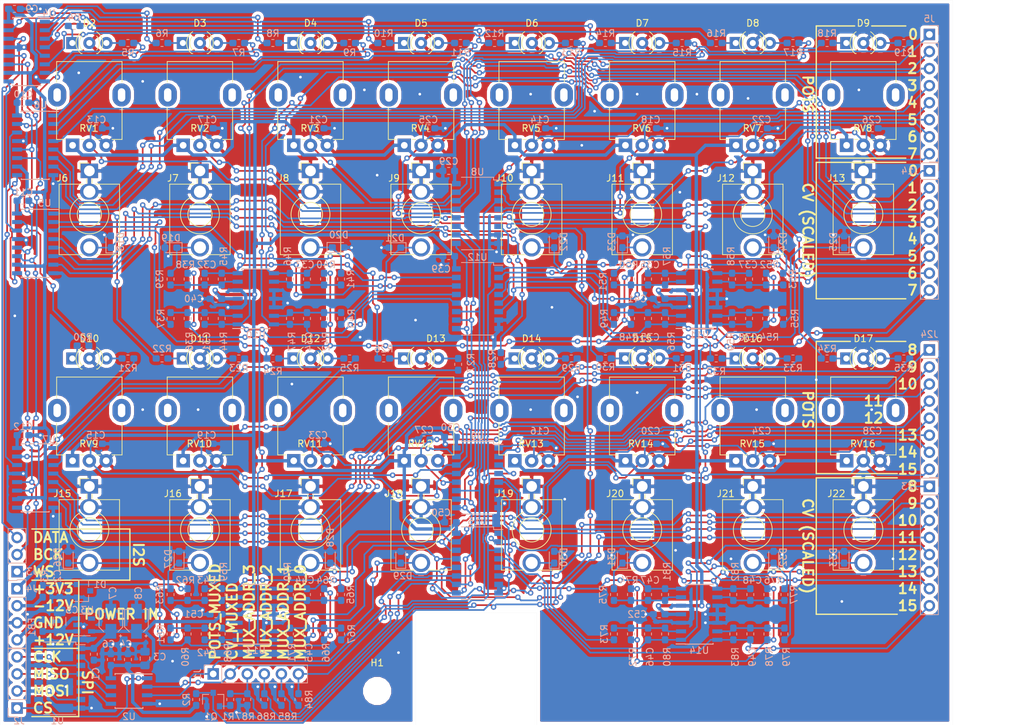
<source format=kicad_pcb>
(kicad_pcb (version 20171130) (host pcbnew "(5.0.1-3-g963ef8bb5)")
  (layers (0 F.Cu signal) (31 B.Cu signal) (34 B.Paste user) (35 F.Paste user) (36 B.SilkS user hide) (37 F.SilkS user) (38 B.Mask user) (39 F.Mask user) (44 Edge.Cuts user))
  (net 0 "")
  (net 1 GND)
  (net 2 +3.3VA)
  (net 3 AREF_-10)
  (net 4 "Net-(C5-Pad1)")
  (net 5 +3V3)
  (net 6 /ATTENUVERTER_POTS/CV_ATT_0)
  (net 7 /ATTENUVERTER_POTS/CV_ATT_4)
  (net 8 /ATTENUVERTER_POTS/CV_ATT_8)
  (net 9 /ATTENUVERTER_POTS/CV_ATT_12)
  (net 10 /ATTENUVERTER_POTS/CV_ATT_1)
  (net 11 /ATTENUVERTER_POTS/CV_ATT_5)
  (net 12 /ATTENUVERTER_POTS/CV_ATT_9)
  (net 13 /ATTENUVERTER_POTS/CV_ATT_13)
  (net 14 /ATTENUVERTER_POTS/CV_ATT_2)
  (net 15 /ATTENUVERTER_POTS/CV_ATT_6)
  (net 16 /ATTENUVERTER_POTS/CV_ATT_10)
  (net 17 /ATTENUVERTER_POTS/CV_ATT_14)
  (net 18 /ATTENUVERTER_POTS/CV_ATT_3)
  (net 19 /ATTENUVERTER_POTS/CV_ATT_7)
  (net 20 /ATTENUVERTER_POTS/CV_ATT_11)
  (net 21 /ATTENUVERTER_POTS/CV_ATT_15)
  (net 22 "Net-(C31-Pad2)")
  (net 23 /CV_INPUTS/CV_INPUTS_TOP_ROW/CV_IN_0)
  (net 24 /CV_INPUTS/CV_INPUTS_TOP_ROW/CV_IN_1)
  (net 25 "Net-(C32-Pad2)")
  (net 26 "Net-(C33-Pad2)")
  (net 27 /CV_INPUTS/CV_INPUTS_TOP_ROW/CV_IN_2)
  (net 28 /CV_INPUTS/CV_INPUTS_TOP_ROW/CV_IN_3)
  (net 29 "Net-(C34-Pad2)")
  (net 30 /CV_INPUTS/CV_INPUTS_TOP_ROW/CV_IN_4)
  (net 31 "Net-(C35-Pad2)")
  (net 32 "Net-(C36-Pad2)")
  (net 33 /CV_INPUTS/CV_INPUTS_TOP_ROW/CV_IN_5)
  (net 34 /CV_INPUTS/CV_INPUTS_TOP_ROW/CV_IN_6)
  (net 35 "Net-(C37-Pad2)")
  (net 36 "Net-(C38-Pad2)")
  (net 37 /CV_INPUTS/CV_INPUTS_TOP_ROW/CV_IN_7)
  (net 38 /CV_INPUTS/CV_INPUTS_BOTTOM_ROW/CV_IN_8)
  (net 39 "Net-(C42-Pad2)")
  (net 40 "Net-(C43-Pad2)")
  (net 41 /CV_INPUTS/CV_INPUTS_BOTTOM_ROW/CV_IN_9)
  (net 42 /CV_INPUTS/CV_INPUTS_BOTTOM_ROW/CV_IN_10)
  (net 43 "Net-(C44-Pad2)")
  (net 44 "Net-(C45-Pad2)")
  (net 45 /CV_INPUTS/CV_INPUTS_BOTTOM_ROW/CV_IN_11)
  (net 46 /CV_INPUTS/CV_INPUTS_BOTTOM_ROW/CV_IN_12)
  (net 47 "Net-(C46-Pad2)")
  (net 48 "Net-(C47-Pad2)")
  (net 49 /CV_INPUTS/CV_INPUTS_BOTTOM_ROW/CV_IN_13)
  (net 50 "Net-(C48-Pad2)")
  (net 51 /CV_INPUTS/CV_INPUTS_BOTTOM_ROW/CV_IN_14)
  (net 52 /CV_INPUTS/CV_INPUTS_BOTTOM_ROW/CV_IN_15)
  (net 53 "Net-(C49-Pad2)")
  (net 54 "Net-(D2-Pad3)")
  (net 55 "Net-(D2-Pad1)")
  (net 56 "Net-(D3-Pad1)")
  (net 57 "Net-(D3-Pad3)")
  (net 58 "Net-(D4-Pad3)")
  (net 59 "Net-(D4-Pad1)")
  (net 60 "Net-(D5-Pad1)")
  (net 61 "Net-(D5-Pad3)")
  (net 62 "Net-(D6-Pad3)")
  (net 63 "Net-(D6-Pad1)")
  (net 64 "Net-(D7-Pad3)")
  (net 65 "Net-(D7-Pad1)")
  (net 66 "Net-(D8-Pad1)")
  (net 67 "Net-(D8-Pad3)")
  (net 68 "Net-(D9-Pad1)")
  (net 69 "Net-(D9-Pad3)")
  (net 70 "Net-(D10-Pad1)")
  (net 71 "Net-(D10-Pad3)")
  (net 72 "Net-(D11-Pad1)")
  (net 73 "Net-(D11-Pad3)")
  (net 74 "Net-(D12-Pad1)")
  (net 75 "Net-(D12-Pad3)")
  (net 76 "Net-(D13-Pad3)")
  (net 77 "Net-(D13-Pad1)")
  (net 78 "Net-(D14-Pad3)")
  (net 79 "Net-(D14-Pad1)")
  (net 80 "Net-(D15-Pad3)")
  (net 81 "Net-(D15-Pad1)")
  (net 82 "Net-(D16-Pad3)")
  (net 83 "Net-(D16-Pad1)")
  (net 84 "Net-(D17-Pad1)")
  (net 85 "Net-(D17-Pad3)")
  (net 86 "Net-(D18-Pad1)")
  (net 87 "Net-(D19-Pad1)")
  (net 88 "Net-(D20-Pad1)")
  (net 89 "Net-(D21-Pad1)")
  (net 90 "Net-(D22-Pad1)")
  (net 91 "Net-(D23-Pad1)")
  (net 92 "Net-(D24-Pad1)")
  (net 93 "Net-(D25-Pad1)")
  (net 94 "Net-(D26-Pad1)")
  (net 95 "Net-(D27-Pad1)")
  (net 96 "Net-(D28-Pad1)")
  (net 97 "Net-(D29-Pad1)")
  (net 98 "Net-(D30-Pad1)")
  (net 99 "Net-(D31-Pad1)")
  (net 100 "Net-(D32-Pad1)")
  (net 101 "Net-(D33-Pad1)")
  (net 102 +12V)
  (net 103 /CV_ATT_MUXED)
  (net 104 /CV_IN_MUXED)
  (net 105 /MUX_ADDR_3)
  (net 106 /MUX_ADDR_2)
  (net 107 /MUX_ADDR_1)
  (net 108 /MUX_ADDR_0)
  (net 109 /SPI_CLK)
  (net 110 /SPI_MISO_BUF)
  (net 111 /SPI_MOSI)
  (net 112 /SPI_CS_ADC)
  (net 113 /I2S_WS)
  (net 114 /I2S_BCK)
  (net 115 /I2S_DATA)
  (net 116 -12V)
  (net 117 "Net-(Q1-Pad1)")
  (net 118 /MUX_ADDR_3n)
  (net 119 /LEDS/LED_R_0)
  (net 120 /LEDS/LED_G_0)
  (net 121 /LEDS/LED_R_1)
  (net 122 /LEDS/LED_G_1)
  (net 123 /LEDS/LED_R_2)
  (net 124 /LEDS/LED_G_2)
  (net 125 /LEDS/LED_R_3)
  (net 126 /LEDS/LED_G_3)
  (net 127 /LEDS/LED_R_4)
  (net 128 /LEDS/LED_G_4)
  (net 129 /LEDS/LED_R_5)
  (net 130 /LEDS/LED_G_5)
  (net 131 /LEDS/LED_R_6)
  (net 132 /LEDS/LED_G_6)
  (net 133 /LEDS/LED_R_7)
  (net 134 /LEDS/LED_G_7)
  (net 135 /LEDS/LED_R_8)
  (net 136 /LEDS/LED_G_8)
  (net 137 /LEDS/LED_R_9)
  (net 138 /LEDS/LED_G_9)
  (net 139 /LEDS/LED_R_10)
  (net 140 /LEDS/LED_G_10)
  (net 141 /LEDS/LED_R_11)
  (net 142 /LEDS/LED_G_11)
  (net 143 /LEDS/LED_R_12)
  (net 144 /LEDS/LED_G_12)
  (net 145 /LEDS/LED_R_13)
  (net 146 /LEDS/LED_G_13)
  (net 147 /LEDS/LED_R_14)
  (net 148 /LEDS/LED_G_14)
  (net 149 /LEDS/LED_R_15)
  (net 150 /LEDS/LED_G_15)
  (net 151 /SPI_CLK_BUF)
  (net 152 /SPI_MISO)
  (net 153 /SPI_MOSI_BUF)
  (net 154 /SPI_CS_ADC_BUF)
  (net 155 "Net-(U1-Pad12)")
  (net 156 "Net-(U1-Pad15)")
  (net 157 "Net-(U3-Pad4)")
  (net 158 "Net-(U4-Pad9)")
  (net 159 "Net-(U5-Pad9)")
  (net 160 "Net-(U6-Pad9)")
  (net 161 "Net-(U7-Pad9)")
  (module MountingHole:MountingHole_3.2mm_M3 (layer F.Cu) (at 131.445 147.32)
    (fp_text reference H1 (at 0 -4.2) (layer F.SilkS))
    (fp_text value MountingHole)
    (pad 1 np_thru_hole circle (at 0 0) (size 3.2 3.2) (drill 3.2) (layers *.Cu *.Mask))
  )
  (module PROJECT_FOOTPRINTS:Jack_3.5mm_Thonkiconn_Mono (layer F.Cu) (at 137.985075 69.85)
    (fp_text reference J9 (at -4.03 1.08 180) (layer F.SilkS))
    (fp_text value Thonkiconn_Mono)
    (pad 3 thru_hole circle (at 0 11.4 180) (size 2.7 2.7) (drill 1.8) (layers *.Cu *.Mask) (net 89 "Net-(D21-Pad1)"))
    (pad 1 thru_hole rect (at 0 0 180) (size 2.6 2.15) (drill 1.6) (layers *.Cu *.Mask) (net 1 GND))
    (pad 2 thru_hole oval (at 0 3.1 180) (size 2.8 2.35) (drill 1.8) (layers *.Cu *.Mask) (net 1 GND))
  )
  (module Capacitor_SMD:C_0603_1608Metric_Pad1.05x0.95mm_HandSolder (layer B.Cu) (at 142.365 109.485 180)
    (fp_text reference C30 (at 0 1.43 180) (layer B.SilkS) (effects (justify mirror)))
    (fp_text value 100n)
    (pad 1 smd roundrect (at -0.875 0 180) (size 1.05 0.95) (layers B.Cu B.Paste B.Mask) (net 2 +3.3VA))
    (pad 2 smd roundrect (at 0.875 0 180) (size 1.05 0.95) (layers B.Cu B.Paste B.Mask) (net 1 GND))
  )
  (module PROJECT_FOOTPRINTS:Jack_3.5mm_Thonkiconn_Mono (layer F.Cu) (at 88.575555 116.84)
    (fp_text reference J15 (at -4.03 1.08 180) (layer F.SilkS))
    (fp_text value Thonkiconn_Mono)
    (pad 3 thru_hole circle (at 0 11.4 180) (size 2.7 2.7) (drill 1.8) (layers *.Cu *.Mask) (net 94 "Net-(D26-Pad1)"))
    (pad 1 thru_hole rect (at 0 0 180) (size 2.6 2.15) (drill 1.6) (layers *.Cu *.Mask) (net 1 GND))
    (pad 2 thru_hole oval (at 0 3.1 180) (size 2.8 2.35) (drill 1.8) (layers *.Cu *.Mask) (net 1 GND))
  )
  (module Connector_PinHeader_2.54mm:PinHeader_1x08_P2.54mm_Vertical (layer B.Cu) (at 213.7 96.52 180)
    (fp_text reference J24 (at 0 2.33 180) (layer B.SilkS) (effects (justify mirror)))
    (fp_text value Conn_01x08)
    (pad 8 thru_hole oval (at 0 -17.78 180) (size 1.7 1.7) (drill 1) (layers *.Cu *.Mask) (net 21 /ATTENUVERTER_POTS/CV_ATT_15))
    (pad 7 thru_hole oval (at 0 -15.24 180) (size 1.7 1.7) (drill 1) (layers *.Cu *.Mask) (net 17 /ATTENUVERTER_POTS/CV_ATT_14))
    (pad 6 thru_hole oval (at 0 -12.7 180) (size 1.7 1.7) (drill 1) (layers *.Cu *.Mask) (net 13 /ATTENUVERTER_POTS/CV_ATT_13))
    (pad 5 thru_hole oval (at 0 -10.16 180) (size 1.7 1.7) (drill 1) (layers *.Cu *.Mask) (net 9 /ATTENUVERTER_POTS/CV_ATT_12))
    (pad 4 thru_hole oval (at 0 -7.62 180) (size 1.7 1.7) (drill 1) (layers *.Cu *.Mask) (net 20 /ATTENUVERTER_POTS/CV_ATT_11))
    (pad 3 thru_hole oval (at 0 -5.08 180) (size 1.7 1.7) (drill 1) (layers *.Cu *.Mask) (net 16 /ATTENUVERTER_POTS/CV_ATT_10))
    (pad 2 thru_hole oval (at 0 -2.54 180) (size 1.7 1.7) (drill 1) (layers *.Cu *.Mask) (net 12 /ATTENUVERTER_POTS/CV_ATT_9))
    (pad 1 thru_hole rect (at 0 0 180) (size 1.7 1.7) (drill 1) (layers *.Cu *.Mask) (net 8 /ATTENUVERTER_POTS/CV_ATT_8))
  )
  (module Connector_PinHeader_2.54mm:PinHeader_1x08_P2.54mm_Vertical (layer B.Cu) (at 213.7 49.53 180)
    (fp_text reference J5 (at 0 2.33 180) (layer B.SilkS) (effects (justify mirror)))
    (fp_text value Conn_01x08)
    (pad 1 thru_hole rect (at 0 0 180) (size 1.7 1.7) (drill 1) (layers *.Cu *.Mask) (net 6 /ATTENUVERTER_POTS/CV_ATT_0))
    (pad 2 thru_hole oval (at 0 -2.54 180) (size 1.7 1.7) (drill 1) (layers *.Cu *.Mask) (net 10 /ATTENUVERTER_POTS/CV_ATT_1))
    (pad 3 thru_hole oval (at 0 -5.08 180) (size 1.7 1.7) (drill 1) (layers *.Cu *.Mask) (net 14 /ATTENUVERTER_POTS/CV_ATT_2))
    (pad 4 thru_hole oval (at 0 -7.62 180) (size 1.7 1.7) (drill 1) (layers *.Cu *.Mask) (net 18 /ATTENUVERTER_POTS/CV_ATT_3))
    (pad 5 thru_hole oval (at 0 -10.16 180) (size 1.7 1.7) (drill 1) (layers *.Cu *.Mask) (net 7 /ATTENUVERTER_POTS/CV_ATT_4))
    (pad 6 thru_hole oval (at 0 -12.7 180) (size 1.7 1.7) (drill 1) (layers *.Cu *.Mask) (net 11 /ATTENUVERTER_POTS/CV_ATT_5))
    (pad 7 thru_hole oval (at 0 -15.24 180) (size 1.7 1.7) (drill 1) (layers *.Cu *.Mask) (net 15 /ATTENUVERTER_POTS/CV_ATT_6))
    (pad 8 thru_hole oval (at 0 -17.78 180) (size 1.7 1.7) (drill 1) (layers *.Cu *.Mask) (net 19 /ATTENUVERTER_POTS/CV_ATT_7))
  )
  (module Capacitor_SMD:C_0603_1608Metric_Pad1.05x0.95mm_HandSolder (layer B.Cu) (at 77.415 45.72)
    (fp_text reference C9 (at 2.595 0) (layer B.SilkS) (effects (justify mirror)))
    (fp_text value 100n)
    (pad 1 smd roundrect (at -0.875 0) (size 1.05 0.95) (layers B.Cu B.Paste B.Mask) (net 5 +3V3))
    (pad 2 smd roundrect (at 0.875 0) (size 1.05 0.95) (layers B.Cu B.Paste B.Mask) (net 1 GND))
  )
  (module PROJECT_FOOTPRINTS:Potentiometer_Alpha_9mm_Single_Vertical (layer F.Cu) (at 138.025075 66.04 90)
    (fp_text reference RV4 (at 2.54 -0.16222) (layer F.SilkS))
    (fp_text value R_POT_US)
    (pad 1 thru_hole rect (at 0 -2.54 180) (size 2 2) (drill 1) (layers *.Cu *.Mask) (net 2 +3.3VA))
    (pad 2 thru_hole circle (at 0 -0.04 180) (size 2 2) (drill 1) (layers *.Cu *.Mask) (net 18 /ATTENUVERTER_POTS/CV_ATT_3))
    (pad 3 thru_hole circle (at 0 2.46 180) (size 2 2) (drill 1) (layers *.Cu *.Mask) (net 1 GND))
    (pad "" thru_hole oval (at 7.5 4.76 180) (size 2.72 3.44) (drill oval 1.1 2) (layers *.Cu *.Mask))
    (pad "" thru_hole oval (at 7.5 -4.84 180) (size 2.72 3.44) (drill oval 1.1 2) (layers *.Cu *.Mask))
  )
  (module PROJECT_FOOTPRINTS:Potentiometer_Alpha_9mm_Single_Vertical (layer F.Cu) (at 88.615555 66.04 90)
    (fp_text reference RV1 (at 2.54 -0.12) (layer F.SilkS))
    (fp_text value R_POT_US)
    (pad 1 thru_hole rect (at 0 -2.54 180) (size 2 2) (drill 1) (layers *.Cu *.Mask) (net 2 +3.3VA))
    (pad 2 thru_hole circle (at 0 -0.04 180) (size 2 2) (drill 1) (layers *.Cu *.Mask) (net 6 /ATTENUVERTER_POTS/CV_ATT_0))
    (pad 3 thru_hole circle (at 0 2.46 180) (size 2 2) (drill 1) (layers *.Cu *.Mask) (net 1 GND))
    (pad "" thru_hole oval (at 7.5 4.76 180) (size 2.72 3.44) (drill oval 1.1 2) (layers *.Cu *.Mask))
    (pad "" thru_hole oval (at 7.5 -4.84 180) (size 2.72 3.44) (drill oval 1.1 2) (layers *.Cu *.Mask))
  )
  (module PROJECT_FOOTPRINTS:Potentiometer_Alpha_9mm_Single_Vertical (layer F.Cu) (at 203.90444 113.03 90)
    (fp_text reference RV16 (at 2.54 -0.12) (layer F.SilkS))
    (fp_text value R_POT_US)
    (pad 1 thru_hole rect (at 0 -2.54 180) (size 2 2) (drill 1) (layers *.Cu *.Mask) (net 2 +3.3VA))
    (pad 2 thru_hole circle (at 0 -0.04 180) (size 2 2) (drill 1) (layers *.Cu *.Mask) (net 21 /ATTENUVERTER_POTS/CV_ATT_15))
    (pad 3 thru_hole circle (at 0 2.46 180) (size 2 2) (drill 1) (layers *.Cu *.Mask) (net 1 GND))
    (pad "" thru_hole oval (at 7.5 4.76 180) (size 2.72 3.44) (drill oval 1.1 2) (layers *.Cu *.Mask))
    (pad "" thru_hole oval (at 7.5 -4.84 180) (size 2.72 3.44) (drill oval 1.1 2) (layers *.Cu *.Mask))
  )
  (module PROJECT_FOOTPRINTS:Potentiometer_Alpha_9mm_Single_Vertical (layer F.Cu) (at 187.434595 113.03 90)
    (fp_text reference RV15 (at 2.54 -0.12) (layer F.SilkS))
    (fp_text value R_POT_US)
    (pad 1 thru_hole rect (at 0 -2.54 180) (size 2 2) (drill 1) (layers *.Cu *.Mask) (net 2 +3.3VA))
    (pad 2 thru_hole circle (at 0 -0.04 180) (size 2 2) (drill 1) (layers *.Cu *.Mask) (net 17 /ATTENUVERTER_POTS/CV_ATT_14))
    (pad 3 thru_hole circle (at 0 2.46 180) (size 2 2) (drill 1) (layers *.Cu *.Mask) (net 1 GND))
    (pad "" thru_hole oval (at 7.5 4.76 180) (size 2.72 3.44) (drill oval 1.1 2) (layers *.Cu *.Mask))
    (pad "" thru_hole oval (at 7.5 -4.84 180) (size 2.72 3.44) (drill oval 1.1 2) (layers *.Cu *.Mask))
  )
  (module PROJECT_FOOTPRINTS:Potentiometer_Alpha_9mm_Single_Vertical (layer F.Cu) (at 170.964755 113.03 90)
    (fp_text reference RV14 (at 2.54 -0.26333) (layer F.SilkS))
    (fp_text value R_POT_US)
    (pad 1 thru_hole rect (at 0 -2.54 180) (size 2 2) (drill 1) (layers *.Cu *.Mask) (net 2 +3.3VA))
    (pad 2 thru_hole circle (at 0 -0.04 180) (size 2 2) (drill 1) (layers *.Cu *.Mask) (net 13 /ATTENUVERTER_POTS/CV_ATT_13))
    (pad 3 thru_hole circle (at 0 2.46 180) (size 2 2) (drill 1) (layers *.Cu *.Mask) (net 1 GND))
    (pad "" thru_hole oval (at 7.5 4.76 180) (size 2.72 3.44) (drill oval 1.1 2) (layers *.Cu *.Mask))
    (pad "" thru_hole oval (at 7.5 -4.84 180) (size 2.72 3.44) (drill oval 1.1 2) (layers *.Cu *.Mask))
  )
  (module PROJECT_FOOTPRINTS:Potentiometer_Alpha_9mm_Single_Vertical (layer F.Cu) (at 154.494915 113.03 90)
    (fp_text reference RV13 (at 2.54 -0.12) (layer F.SilkS))
    (fp_text value R_POT_US)
    (pad 1 thru_hole rect (at 0 -2.54 180) (size 2 2) (drill 1) (layers *.Cu *.Mask) (net 2 +3.3VA))
    (pad 2 thru_hole circle (at 0 -0.04 180) (size 2 2) (drill 1) (layers *.Cu *.Mask) (net 9 /ATTENUVERTER_POTS/CV_ATT_12))
    (pad 3 thru_hole circle (at 0 2.46 180) (size 2 2) (drill 1) (layers *.Cu *.Mask) (net 1 GND))
    (pad "" thru_hole oval (at 7.5 4.76 180) (size 2.72 3.44) (drill oval 1.1 2) (layers *.Cu *.Mask))
    (pad "" thru_hole oval (at 7.5 -4.84 180) (size 2.72 3.44) (drill oval 1.1 2) (layers *.Cu *.Mask))
  )
  (module PROJECT_FOOTPRINTS:Potentiometer_Alpha_9mm_Single_Vertical (layer F.Cu) (at 138.025075 113.03 90)
    (fp_text reference RV12 (at 2.54 -0.12) (layer F.SilkS))
    (fp_text value R_POT_US)
    (pad 1 thru_hole rect (at 0 -2.54 180) (size 2 2) (drill 1) (layers *.Cu *.Mask) (net 2 +3.3VA))
    (pad 2 thru_hole circle (at 0 -0.04 180) (size 2 2) (drill 1) (layers *.Cu *.Mask) (net 20 /ATTENUVERTER_POTS/CV_ATT_11))
    (pad 3 thru_hole circle (at 0 2.46 180) (size 2 2) (drill 1) (layers *.Cu *.Mask) (net 1 GND))
    (pad "" thru_hole oval (at 7.5 4.76 180) (size 2.72 3.44) (drill oval 1.1 2) (layers *.Cu *.Mask))
    (pad "" thru_hole oval (at 7.5 -4.84 180) (size 2.72 3.44) (drill oval 1.1 2) (layers *.Cu *.Mask))
  )
  (module PROJECT_FOOTPRINTS:Potentiometer_Alpha_9mm_Single_Vertical (layer F.Cu) (at 121.555235 113.03 90)
    (fp_text reference RV11 (at 2.54 -0.12) (layer F.SilkS))
    (fp_text value R_POT_US)
    (pad 1 thru_hole rect (at 0 -2.54 180) (size 2 2) (drill 1) (layers *.Cu *.Mask) (net 2 +3.3VA))
    (pad 2 thru_hole circle (at 0 -0.04 180) (size 2 2) (drill 1) (layers *.Cu *.Mask) (net 16 /ATTENUVERTER_POTS/CV_ATT_10))
    (pad 3 thru_hole circle (at 0 2.46 180) (size 2 2) (drill 1) (layers *.Cu *.Mask) (net 1 GND))
    (pad "" thru_hole oval (at 7.5 4.76 180) (size 2.72 3.44) (drill oval 1.1 2) (layers *.Cu *.Mask))
    (pad "" thru_hole oval (at 7.5 -4.84 180) (size 2.72 3.44) (drill oval 1.1 2) (layers *.Cu *.Mask))
  )
  (module PROJECT_FOOTPRINTS:Potentiometer_Alpha_9mm_Single_Vertical (layer F.Cu) (at 105.085395 113.03 90)
    (fp_text reference RV10 (at 2.54 -0.12) (layer F.SilkS))
    (fp_text value R_POT_US)
    (pad 1 thru_hole rect (at 0 -2.54 180) (size 2 2) (drill 1) (layers *.Cu *.Mask) (net 2 +3.3VA))
    (pad 2 thru_hole circle (at 0 -0.04 180) (size 2 2) (drill 1) (layers *.Cu *.Mask) (net 12 /ATTENUVERTER_POTS/CV_ATT_9))
    (pad 3 thru_hole circle (at 0 2.46 180) (size 2 2) (drill 1) (layers *.Cu *.Mask) (net 1 GND))
    (pad "" thru_hole oval (at 7.5 4.76 180) (size 2.72 3.44) (drill oval 1.1 2) (layers *.Cu *.Mask))
    (pad "" thru_hole oval (at 7.5 -4.84 180) (size 2.72 3.44) (drill oval 1.1 2) (layers *.Cu *.Mask))
  )
  (module PROJECT_FOOTPRINTS:Potentiometer_Alpha_9mm_Single_Vertical (layer F.Cu) (at 88.615555 113.03 90)
    (fp_text reference RV9 (at 2.54 -0.12) (layer F.SilkS))
    (fp_text value R_POT_US)
    (pad 1 thru_hole rect (at 0 -2.54 180) (size 2 2) (drill 1) (layers *.Cu *.Mask) (net 2 +3.3VA))
    (pad 2 thru_hole circle (at 0 -0.04 180) (size 2 2) (drill 1) (layers *.Cu *.Mask) (net 8 /ATTENUVERTER_POTS/CV_ATT_8))
    (pad 3 thru_hole circle (at 0 2.46 180) (size 2 2) (drill 1) (layers *.Cu *.Mask) (net 1 GND))
    (pad "" thru_hole oval (at 7.5 4.76 180) (size 2.72 3.44) (drill oval 1.1 2) (layers *.Cu *.Mask))
    (pad "" thru_hole oval (at 7.5 -4.84 180) (size 2.72 3.44) (drill oval 1.1 2) (layers *.Cu *.Mask))
  )
  (module PROJECT_FOOTPRINTS:Potentiometer_Alpha_9mm_Single_Vertical (layer F.Cu) (at 203.90444 66.04 90)
    (fp_text reference RV8 (at 2.54 -0.12) (layer F.SilkS))
    (fp_text value R_POT_US)
    (pad 1 thru_hole rect (at 0 -2.54 180) (size 2 2) (drill 1) (layers *.Cu *.Mask) (net 2 +3.3VA))
    (pad 2 thru_hole circle (at 0 -0.04 180) (size 2 2) (drill 1) (layers *.Cu *.Mask) (net 19 /ATTENUVERTER_POTS/CV_ATT_7))
    (pad 3 thru_hole circle (at 0 2.46 180) (size 2 2) (drill 1) (layers *.Cu *.Mask) (net 1 GND))
    (pad "" thru_hole oval (at 7.5 4.76 180) (size 2.72 3.44) (drill oval 1.1 2) (layers *.Cu *.Mask))
    (pad "" thru_hole oval (at 7.5 -4.84 180) (size 2.72 3.44) (drill oval 1.1 2) (layers *.Cu *.Mask))
  )
  (module PROJECT_FOOTPRINTS:Potentiometer_Alpha_9mm_Single_Vertical (layer F.Cu) (at 187.434595 66.04 90)
    (fp_text reference RV7 (at 2.54 -0.12) (layer F.SilkS))
    (fp_text value R_POT_US)
    (pad 1 thru_hole rect (at 0 -2.54 180) (size 2 2) (drill 1) (layers *.Cu *.Mask) (net 2 +3.3VA))
    (pad 2 thru_hole circle (at 0 -0.04 180) (size 2 2) (drill 1) (layers *.Cu *.Mask) (net 15 /ATTENUVERTER_POTS/CV_ATT_6))
    (pad 3 thru_hole circle (at 0 2.46 180) (size 2 2) (drill 1) (layers *.Cu *.Mask) (net 1 GND))
    (pad "" thru_hole oval (at 7.5 4.76 180) (size 2.72 3.44) (drill oval 1.1 2) (layers *.Cu *.Mask))
    (pad "" thru_hole oval (at 7.5 -4.84 180) (size 2.72 3.44) (drill oval 1.1 2) (layers *.Cu *.Mask))
  )
  (module PROJECT_FOOTPRINTS:Potentiometer_Alpha_9mm_Single_Vertical (layer F.Cu) (at 170.964755 66.04 90)
    (fp_text reference RV6 (at 2.54 -0.12) (layer F.SilkS))
    (fp_text value R_POT_US)
    (pad 1 thru_hole rect (at 0 -2.54 180) (size 2 2) (drill 1) (layers *.Cu *.Mask) (net 2 +3.3VA))
    (pad 2 thru_hole circle (at 0 -0.04 180) (size 2 2) (drill 1) (layers *.Cu *.Mask) (net 11 /ATTENUVERTER_POTS/CV_ATT_5))
    (pad 3 thru_hole circle (at 0 2.46 180) (size 2 2) (drill 1) (layers *.Cu *.Mask) (net 1 GND))
    (pad "" thru_hole oval (at 7.5 4.76 180) (size 2.72 3.44) (drill oval 1.1 2) (layers *.Cu *.Mask))
    (pad "" thru_hole oval (at 7.5 -4.84 180) (size 2.72 3.44) (drill oval 1.1 2) (layers *.Cu *.Mask))
  )
  (module PROJECT_FOOTPRINTS:Potentiometer_Alpha_9mm_Single_Vertical (layer F.Cu) (at 154.494915 66.04 90)
    (fp_text reference RV5 (at 2.54 -0.12 180) (layer F.SilkS))
    (fp_text value R_POT_US)
    (pad 1 thru_hole rect (at 0 -2.54 180) (size 2 2) (drill 1) (layers *.Cu *.Mask) (net 2 +3.3VA))
    (pad 2 thru_hole circle (at 0 -0.04 180) (size 2 2) (drill 1) (layers *.Cu *.Mask) (net 7 /ATTENUVERTER_POTS/CV_ATT_4))
    (pad 3 thru_hole circle (at 0 2.46 180) (size 2 2) (drill 1) (layers *.Cu *.Mask) (net 1 GND))
    (pad "" thru_hole oval (at 7.5 4.76 180) (size 2.72 3.44) (drill oval 1.1 2) (layers *.Cu *.Mask))
    (pad "" thru_hole oval (at 7.5 -4.84 180) (size 2.72 3.44) (drill oval 1.1 2) (layers *.Cu *.Mask))
  )
  (module PROJECT_FOOTPRINTS:Potentiometer_Alpha_9mm_Single_Vertical (layer F.Cu) (at 121.555235 66.04 90)
    (fp_text reference RV3 (at 2.54 -0.12) (layer F.SilkS))
    (fp_text value R_POT_US)
    (pad 1 thru_hole rect (at 0 -2.54 180) (size 2 2) (drill 1) (layers *.Cu *.Mask) (net 2 +3.3VA))
    (pad 2 thru_hole circle (at 0 -0.04 180) (size 2 2) (drill 1) (layers *.Cu *.Mask) (net 14 /ATTENUVERTER_POTS/CV_ATT_2))
    (pad 3 thru_hole circle (at 0 2.46 180) (size 2 2) (drill 1) (layers *.Cu *.Mask) (net 1 GND))
    (pad "" thru_hole oval (at 7.5 4.76 180) (size 2.72 3.44) (drill oval 1.1 2) (layers *.Cu *.Mask))
    (pad "" thru_hole oval (at 7.5 -4.84 180) (size 2.72 3.44) (drill oval 1.1 2) (layers *.Cu *.Mask))
  )
  (module PROJECT_FOOTPRINTS:Potentiometer_Alpha_9mm_Single_Vertical (layer F.Cu) (at 105.085395 66.04 90)
    (fp_text reference RV2 (at 2.54 -0.06111) (layer F.SilkS))
    (fp_text value R_POT_US)
    (pad 1 thru_hole rect (at 0 -2.54 180) (size 2 2) (drill 1) (layers *.Cu *.Mask) (net 2 +3.3VA))
    (pad 2 thru_hole circle (at 0 -0.04 180) (size 2 2) (drill 1) (layers *.Cu *.Mask) (net 10 /ATTENUVERTER_POTS/CV_ATT_1))
    (pad 3 thru_hole circle (at 0 2.46 180) (size 2 2) (drill 1) (layers *.Cu *.Mask) (net 1 GND))
    (pad "" thru_hole oval (at 7.5 4.76 180) (size 2.72 3.44) (drill oval 1.1 2) (layers *.Cu *.Mask))
    (pad "" thru_hole oval (at 7.5 -4.84 180) (size 2.72 3.44) (drill oval 1.1 2) (layers *.Cu *.Mask))
  )
  (module Capacitor_SMD:C_0603_1608Metric_Pad1.05x0.95mm_HandSolder (layer B.Cu) (at 89.24 141.845 270)
    (fp_text reference C1 (at 2.935 -0.295 270) (layer B.SilkS) (effects (justify mirror)))
    (fp_text value 100n)
    (pad 2 smd roundrect (at 0.875 0 270) (size 1.05 0.95) (layers B.Cu B.Paste B.Mask) (net 1 GND))
    (pad 1 smd roundrect (at -0.875 0 270) (size 1.05 0.95) (layers B.Cu B.Paste B.Mask) (net 2 +3.3VA))
  )
  (module Capacitor_SMD:C_0603_1608Metric_Pad1.05x0.95mm_HandSolder (layer B.Cu) (at 84.16 132.475 270)
    (fp_text reference C2 (at -2.3 0.34 270) (layer B.SilkS) (effects (justify mirror)))
    (fp_text value 1u)
    (pad 1 smd roundrect (at -0.875 0 270) (size 1.05 0.95) (layers B.Cu B.Paste B.Mask) (net 3 AREF_-10))
    (pad 2 smd roundrect (at 0.875 0 270) (size 1.05 0.95) (layers B.Cu B.Paste B.Mask) (net 1 GND))
  )
  (module Capacitor_SMD:C_0805_2012Metric_Pad1.15x1.40mm_HandSolder (layer B.Cu) (at 96.86 142.485 90)
    (fp_text reference C3 (at 0.245 2.2 180) (layer B.SilkS) (effects (justify mirror)))
    (fp_text value 10u)
    (pad 1 smd roundrect (at -1.025 0 90) (size 1.15 1.4) (layers B.Cu B.Paste B.Mask) (roundrect_rratio 0.217391) (net 2 +3.3VA))
    (pad 2 smd roundrect (at 1.025 0 90) (size 1.15 1.4) (layers B.Cu B.Paste B.Mask) (roundrect_rratio 0.217391) (net 1 GND))
  )
  (module Capacitor_SMD:C_0603_1608Metric_Pad1.05x0.95mm_HandSolder (layer B.Cu) (at 94.32 142.635 90)
    (fp_text reference C4 (at 2.3 -0.34 180) (layer B.SilkS) (effects (justify mirror)))
    (fp_text value 1u)
    (pad 2 smd roundrect (at 0.875 0 90) (size 1.05 0.95) (layers B.Cu B.Paste B.Mask) (net 1 GND))
    (pad 1 smd roundrect (at -0.875 0 90) (size 1.05 0.95) (layers B.Cu B.Paste B.Mask) (net 2 +3.3VA))
  )
  (module Capacitor_SMD:C_1206_3216Metric_Pad1.42x1.75mm_HandSolder (layer B.Cu) (at 84.16 136.9425 90)
    (fp_text reference C5 (at 1.6875 1.82 180) (layer B.SilkS) (effects (justify mirror)))
    (fp_text value 22u)
    (pad 1 smd roundrect (at -1.4875 0 90) (size 1.425 1.75) (layers B.Cu B.Paste B.Mask) (roundrect_rratio 0.175439) (net 4 "Net-(C5-Pad1)"))
    (pad 2 smd roundrect (at 1.4875 0 90) (size 1.425 1.75) (layers B.Cu B.Paste B.Mask) (roundrect_rratio 0.175439) (net 1 GND))
  )
  (module Capacitor_SMD:C_0603_1608Metric_Pad1.05x0.95mm_HandSolder (layer B.Cu) (at 91.78 142.635 90)
    (fp_text reference C6 (at 2.3 -0.34) (layer B.SilkS) (effects (justify mirror)))
    (fp_text value 100n)
    (pad 1 smd roundrect (at -0.875 0 90) (size 1.05 0.95) (layers B.Cu B.Paste B.Mask) (net 2 +3.3VA))
    (pad 2 smd roundrect (at 0.875 0 90) (size 1.05 0.95) (layers B.Cu B.Paste B.Mask) (net 1 GND))
  )
  (module Capacitor_SMD:CP_Elec_3x5.4 (layer B.Cu) (at 91.78 136.93 90)
    (fp_text reference C7 (at 4.215 0.295 90) (layer B.SilkS) (effects (justify mirror)))
    (fp_text value 10u)
    (pad 1 smd rect (at -1.5 0 90) (size 2.2 1.6) (layers B.Cu B.Paste B.Mask) (net 2 +3.3VA))
    (pad 2 smd rect (at 1.5 0 90) (size 2.2 1.6) (layers B.Cu B.Paste B.Mask) (net 1 GND))
  )
  (module Capacitor_SMD:CP_Elec_3x5.4 (layer B.Cu) (at 95.59 136.93 90)
    (fp_text reference C8 (at 4.215 0.295 90) (layer B.SilkS) (effects (justify mirror)))
    (fp_text value 10u)
    (pad 2 smd rect (at 1.5 0 90) (size 2.2 1.6) (layers B.Cu B.Paste B.Mask) (net 1 GND))
    (pad 1 smd rect (at -1.5 0 90) (size 2.2 1.6) (layers B.Cu B.Paste B.Mask) (net 2 +3.3VA))
  )
  (module Capacitor_SMD:C_0603_1608Metric_Pad1.05x0.95mm_HandSolder (layer B.Cu) (at 78.685 59.69)
    (fp_text reference C10 (at 0.055 -1.27) (layer B.SilkS) (effects (justify mirror)))
    (fp_text value 100n)
    (pad 1 smd roundrect (at -0.875 0) (size 1.05 0.95) (layers B.Cu B.Paste B.Mask) (net 5 +3V3))
    (pad 2 smd roundrect (at 0.875 0) (size 1.05 0.95) (layers B.Cu B.Paste B.Mask) (net 1 GND))
  )
  (module Capacitor_SMD:C_0603_1608Metric_Pad1.05x0.95mm_HandSolder (layer B.Cu) (at 78.685 74.295)
    (fp_text reference C11 (at 0.055 -1.27) (layer B.SilkS) (effects (justify mirror)))
    (fp_text value 100n)
    (pad 2 smd roundrect (at 0.875 0) (size 1.05 0.95) (layers B.Cu B.Paste B.Mask) (net 1 GND))
    (pad 1 smd roundrect (at -0.875 0) (size 1.05 0.95) (layers B.Cu B.Paste B.Mask) (net 5 +3V3))
  )
  (module Capacitor_SMD:C_0603_1608Metric_Pad1.05x0.95mm_HandSolder (layer B.Cu) (at 78.685 109.22)
    (fp_text reference C12 (at 0 -1.27) (layer B.SilkS) (effects (justify mirror)))
    (fp_text value 100n)
    (pad 2 smd roundrect (at 0.875 0) (size 1.05 0.95) (layers B.Cu B.Paste B.Mask) (net 1 GND))
    (pad 1 smd roundrect (at -0.875 0) (size 1.05 0.95) (layers B.Cu B.Paste B.Mask) (net 5 +3V3))
  )
  (module Capacitor_SMD:C_0603_1608Metric_Pad1.05x0.95mm_HandSolder (layer B.Cu) (at 89.635 63.5)
    (fp_text reference C13 (at 0 -1.27) (layer B.SilkS) (effects (justify mirror)))
    (fp_text value 100n)
    (pad 1 smd roundrect (at -0.875 0) (size 1.05 0.95) (layers B.Cu B.Paste B.Mask) (net 6 /ATTENUVERTER_POTS/CV_ATT_0))
    (pad 2 smd roundrect (at 0.875 0) (size 1.05 0.95) (layers B.Cu B.Paste B.Mask) (net 1 GND))
  )
  (module Capacitor_SMD:C_0603_1608Metric_Pad1.05x0.95mm_HandSolder (layer B.Cu) (at 155.675 63.5)
    (fp_text reference C14 (at 0 -1.27) (layer B.SilkS) (effects (justify mirror)))
    (fp_text value 100n)
    (pad 2 smd roundrect (at 0.875 0) (size 1.05 0.95) (layers B.Cu B.Paste B.Mask) (net 1 GND))
    (pad 1 smd roundrect (at -0.875 0) (size 1.05 0.95) (layers B.Cu B.Paste B.Mask) (net 7 /ATTENUVERTER_POTS/CV_ATT_4))
  )
  (module Capacitor_SMD:C_0603_1608Metric_Pad1.05x0.95mm_HandSolder (layer B.Cu) (at 89.635 110.49)
    (fp_text reference C15 (at -0.1 -1.27) (layer B.SilkS) (effects (justify mirror)))
    (fp_text value 100n)
    (pad 1 smd roundrect (at -0.875 0) (size 1.05 0.95) (layers B.Cu B.Paste B.Mask) (net 8 /ATTENUVERTER_POTS/CV_ATT_8))
    (pad 2 smd roundrect (at 0.875 0) (size 1.05 0.95) (layers B.Cu B.Paste B.Mask) (net 1 GND))
  )
  (module Capacitor_SMD:C_0603_1608Metric_Pad1.05x0.95mm_HandSolder (layer B.Cu) (at 155.675 110.49)
    (fp_text reference C16 (at 0 -1.905) (layer B.SilkS) (effects (justify mirror)))
    (fp_text value 100n)
    (pad 2 smd roundrect (at 0.875 0) (size 1.05 0.95) (layers B.Cu B.Paste B.Mask) (net 1 GND))
    (pad 1 smd roundrect (at -0.875 0) (size 1.05 0.95) (layers B.Cu B.Paste B.Mask) (net 9 /ATTENUVERTER_POTS/CV_ATT_12))
  )
  (module Capacitor_SMD:C_0603_1608Metric_Pad1.05x0.95mm_HandSolder (layer B.Cu) (at 106.145 63.5)
    (fp_text reference C17 (at 0 -1.27) (layer B.SilkS) (effects (justify mirror)))
    (fp_text value 100n)
    (pad 2 smd roundrect (at 0.875 0) (size 1.05 0.95) (layers B.Cu B.Paste B.Mask) (net 1 GND))
    (pad 1 smd roundrect (at -0.875 0) (size 1.05 0.95) (layers B.Cu B.Paste B.Mask) (net 10 /ATTENUVERTER_POTS/CV_ATT_1))
  )
  (module Capacitor_SMD:C_0603_1608Metric_Pad1.05x0.95mm_HandSolder (layer B.Cu) (at 172.185 63.5)
    (fp_text reference C18 (at 0 -1.27) (layer B.SilkS) (effects (justify mirror)))
    (fp_text value 100n)
    (pad 1 smd roundrect (at -0.875 0) (size 1.05 0.95) (layers B.Cu B.Paste B.Mask) (net 11 /ATTENUVERTER_POTS/CV_ATT_5))
    (pad 2 smd roundrect (at 0.875 0) (size 1.05 0.95) (layers B.Cu B.Paste B.Mask) (net 1 GND))
  )
  (module Capacitor_SMD:C_0603_1608Metric_Pad1.05x0.95mm_HandSolder (layer B.Cu) (at 106.145 110.49)
    (fp_text reference C19 (at -0.1 -1.27) (layer B.SilkS) (effects (justify mirror)))
    (fp_text value 100n)
    (pad 2 smd roundrect (at 0.875 0) (size 1.05 0.95) (layers B.Cu B.Paste B.Mask) (net 1 GND))
    (pad 1 smd roundrect (at -0.875 0) (size 1.05 0.95) (layers B.Cu B.Paste B.Mask) (net 12 /ATTENUVERTER_POTS/CV_ATT_9))
  )
  (module Capacitor_SMD:C_0603_1608Metric_Pad1.05x0.95mm_HandSolder (layer B.Cu) (at 172.185 110.49)
    (fp_text reference C20 (at 0 -1.905) (layer B.SilkS) (effects (justify mirror)))
    (fp_text value 100n)
    (pad 1 smd roundrect (at -0.875 0) (size 1.05 0.95) (layers B.Cu B.Paste B.Mask) (net 13 /ATTENUVERTER_POTS/CV_ATT_13))
    (pad 2 smd roundrect (at 0.875 0) (size 1.05 0.95) (layers B.Cu B.Paste B.Mask) (net 1 GND))
  )
  (module Capacitor_SMD:C_0603_1608Metric_Pad1.05x0.95mm_HandSolder (layer B.Cu) (at 122.655 63.5)
    (fp_text reference C21 (at 0 -1.27) (layer B.SilkS) (effects (justify mirror)))
    (fp_text value 100n)
    (pad 1 smd roundrect (at -0.875 0) (size 1.05 0.95) (layers B.Cu B.Paste B.Mask) (net 14 /ATTENUVERTER_POTS/CV_ATT_2))
    (pad 2 smd roundrect (at 0.875 0) (size 1.05 0.95) (layers B.Cu B.Paste B.Mask) (net 1 GND))
  )
  (module Capacitor_SMD:C_0603_1608Metric_Pad1.05x0.95mm_HandSolder (layer B.Cu) (at 188.695 63.5)
    (fp_text reference C22 (at 0 -1.27) (layer B.SilkS) (effects (justify mirror)))
    (fp_text value 100n)
    (pad 2 smd roundrect (at 0.875 0) (size 1.05 0.95) (layers B.Cu B.Paste B.Mask) (net 1 GND))
    (pad 1 smd roundrect (at -0.875 0) (size 1.05 0.95) (layers B.Cu B.Paste B.Mask) (net 15 /ATTENUVERTER_POTS/CV_ATT_6))
  )
  (module Capacitor_SMD:C_0603_1608Metric_Pad1.05x0.95mm_HandSolder (layer B.Cu) (at 122.655 110.49)
    (fp_text reference C23 (at 0 -1.27) (layer B.SilkS) (effects (justify mirror)))
    (fp_text value 100n)
    (pad 1 smd roundrect (at -0.875 0) (size 1.05 0.95) (layers B.Cu B.Paste B.Mask) (net 16 /ATTENUVERTER_POTS/CV_ATT_10))
    (pad 2 smd roundrect (at 0.875 0) (size 1.05 0.95) (layers B.Cu B.Paste B.Mask) (net 1 GND))
  )
  (module Capacitor_SMD:C_0603_1608Metric_Pad1.05x0.95mm_HandSolder (layer B.Cu) (at 188.695 110.49)
    (fp_text reference C24 (at 0 -1.905) (layer B.SilkS) (effects (justify mirror)))
    (fp_text value 100n)
    (pad 2 smd roundrect (at 0.875 0) (size 1.05 0.95) (layers B.Cu B.Paste B.Mask) (net 1 GND))
    (pad 1 smd roundrect (at -0.875 0) (size 1.05 0.95) (layers B.Cu B.Paste B.Mask) (net 17 /ATTENUVERTER_POTS/CV_ATT_14))
  )
  (module Capacitor_SMD:C_0603_1608Metric_Pad1.05x0.95mm_HandSolder (layer B.Cu) (at 139.165 63.5)
    (fp_text reference C25 (at -0.1 -1.27) (layer B.SilkS) (effects (justify mirror)))
    (fp_text value 100n)
    (pad 1 smd roundrect (at -0.875 0) (size 1.05 0.95) (layers B.Cu B.Paste B.Mask) (net 18 /ATTENUVERTER_POTS/CV_ATT_3))
    (pad 2 smd roundrect (at 0.875 0) (size 1.05 0.95) (layers B.Cu B.Paste B.Mask) (net 1 GND))
  )
  (module Capacitor_SMD:C_0603_1608Metric_Pad1.05x0.95mm_HandSolder (layer B.Cu) (at 205.205 63.5)
    (fp_text reference C26 (at -0.1 -1.27) (layer B.SilkS) (effects (justify mirror)))
    (fp_text value 100n)
    (pad 1 smd roundrect (at -0.875 0) (size 1.05 0.95) (layers B.Cu B.Paste B.Mask) (net 19 /ATTENUVERTER_POTS/CV_ATT_7))
    (pad 2 smd roundrect (at 0.875 0) (size 1.05 0.95) (layers B.Cu B.Paste B.Mask) (net 1 GND))
  )
  (module Capacitor_SMD:C_0603_1608Metric_Pad1.05x0.95mm_HandSolder (layer B.Cu) (at 138.43 109.855 180)
    (fp_text reference C27 (at 0 1.43 180) (layer B.SilkS) (effects (justify mirror)))
    (fp_text value 100n)
    (pad 2 smd roundrect (at 0.875 0 180) (size 1.05 0.95) (layers B.Cu B.Paste B.Mask) (net 1 GND))
    (pad 1 smd roundrect (at -0.875 0 180) (size 1.05 0.95) (layers B.Cu B.Paste B.Mask) (net 20 /ATTENUVERTER_POTS/CV_ATT_11))
  )
  (module Capacitor_SMD:C_0603_1608Metric_Pad1.05x0.95mm_HandSolder (layer B.Cu) (at 205.205 110.49)
    (fp_text reference C28 (at 0 -1.905) (layer B.SilkS) (effects (justify mirror)))
    (fp_text value 100n)
    (pad 1 smd roundrect (at -0.875 0) (size 1.05 0.95) (layers B.Cu B.Paste B.Mask) (net 21 /ATTENUVERTER_POTS/CV_ATT_15))
    (pad 2 smd roundrect (at 0.875 0) (size 1.05 0.95) (layers B.Cu B.Paste B.Mask) (net 1 GND))
  )
  (module Capacitor_SMD:C_0603_1608Metric_Pad1.05x0.95mm_HandSolder (layer B.Cu) (at 142.1 69.85 180)
    (fp_text reference C29 (at 0 1.43 180) (layer B.SilkS) (effects (justify mirror)))
    (fp_text value 100n)
    (pad 1 smd roundrect (at -0.875 0 180) (size 1.05 0.95) (layers B.Cu B.Paste B.Mask) (net 2 +3.3VA))
    (pad 2 smd roundrect (at 0.875 0 180) (size 1.05 0.95) (layers B.Cu B.Paste B.Mask) (net 1 GND))
  )
  (module Capacitor_SMD:C_0603_1608Metric_Pad1.05x0.95mm_HandSolder (layer B.Cu) (at 105.75 91.835 90)
    (fp_text reference C31 (at -3.415 0.295 90) (layer B.SilkS) (effects (justify mirror)))
    (fp_text value 1n)
    (pad 2 smd roundrect (at 0.875 0 90) (size 1.05 0.95) (layers B.Cu B.Paste B.Mask) (net 22 "Net-(C31-Pad2)"))
    (pad 1 smd roundrect (at -0.875 0 90) (size 1.05 0.95) (layers B.Cu B.Paste B.Mask) (net 23 /CV_INPUTS/CV_INPUTS_TOP_ROW/CV_IN_0))
  )
  (module Capacitor_SMD:C_0603_1608Metric_Pad1.05x0.95mm_HandSolder (layer B.Cu) (at 105.75 85.965 270)
    (fp_text reference C32 (at -2.145 -0.295) (layer B.SilkS) (effects (justify mirror)))
    (fp_text value 1n)
    (pad 1 smd roundrect (at -0.875 0 270) (size 1.05 0.95) (layers B.Cu B.Paste B.Mask) (net 24 /CV_INPUTS/CV_INPUTS_TOP_ROW/CV_IN_1))
    (pad 2 smd roundrect (at 0.875 0 270) (size 1.05 0.95) (layers B.Cu B.Paste B.Mask) (net 25 "Net-(C32-Pad2)"))
  )
  (module Capacitor_SMD:C_0603_1608Metric_Pad1.05x0.95mm_HandSolder (layer B.Cu) (at 120.99 85.965 270)
    (fp_text reference C33 (at -2.145 0.34) (layer B.SilkS) (effects (justify mirror)))
    (fp_text value 1n)
    (pad 2 smd roundrect (at 0.875 0 270) (size 1.05 0.95) (layers B.Cu B.Paste B.Mask) (net 26 "Net-(C33-Pad2)"))
    (pad 1 smd roundrect (at -0.875 0 270) (size 1.05 0.95) (layers B.Cu B.Paste B.Mask) (net 27 /CV_INPUTS/CV_INPUTS_TOP_ROW/CV_IN_2))
  )
  (module Capacitor_SMD:C_0603_1608Metric_Pad1.05x0.95mm_HandSolder (layer B.Cu) (at 120.99 91.835 90)
    (fp_text reference C34 (at -3.415 0.295 270) (layer B.SilkS) (effects (justify mirror)))
    (fp_text value 1n)
    (pad 1 smd roundrect (at -0.875 0 90) (size 1.05 0.95) (layers B.Cu B.Paste B.Mask) (net 28 /CV_INPUTS/CV_INPUTS_TOP_ROW/CV_IN_3))
    (pad 2 smd roundrect (at 0.875 0 90) (size 1.05 0.95) (layers B.Cu B.Paste B.Mask) (net 29 "Net-(C34-Pad2)"))
  )
  (module Capacitor_SMD:C_0603_1608Metric_Pad1.05x0.95mm_HandSolder (layer B.Cu) (at 171.79 91.835 90)
    (fp_text reference C35 (at -2.78 0.295 180) (layer B.SilkS) (effects (justify mirror)))
    (fp_text value 1n)
    (pad 1 smd roundrect (at -0.875 0 90) (size 1.05 0.95) (layers B.Cu B.Paste B.Mask) (net 30 /CV_INPUTS/CV_INPUTS_TOP_ROW/CV_IN_4))
    (pad 2 smd roundrect (at 0.875 0 90) (size 1.05 0.95) (layers B.Cu B.Paste B.Mask) (net 31 "Net-(C35-Pad2)"))
  )
  (module Capacitor_SMD:C_0603_1608Metric_Pad1.05x0.95mm_HandSolder (layer B.Cu) (at 171.79 85.965 270)
    (fp_text reference C36 (at -2.145 -0.295) (layer B.SilkS) (effects (justify mirror)))
    (fp_text value 1n)
    (pad 2 smd roundrect (at 0.875 0 270) (size 1.05 0.95) (layers B.Cu B.Paste B.Mask) (net 32 "Net-(C36-Pad2)"))
    (pad 1 smd roundrect (at -0.875 0 270) (size 1.05 0.95) (layers B.Cu B.Paste B.Mask) (net 33 /CV_INPUTS/CV_INPUTS_TOP_ROW/CV_IN_5))
  )
  (module Capacitor_SMD:C_0603_1608Metric_Pad1.05x0.95mm_HandSolder (layer B.Cu) (at 186.845146 85.965 270)
    (fp_text reference C37 (at -2.145 0.155146) (layer B.SilkS) (effects (justify mirror)))
    (fp_text value 1n)
    (pad 1 smd roundrect (at -0.875 0 270) (size 1.05 0.95) (layers B.Cu B.Paste B.Mask) (net 34 /CV_INPUTS/CV_INPUTS_TOP_ROW/CV_IN_6))
    (pad 2 smd roundrect (at 0.875 0 270) (size 1.05 0.95) (layers B.Cu B.Paste B.Mask) (net 35 "Net-(C37-Pad2)"))
  )
  (module Capacitor_SMD:C_0603_1608Metric_Pad1.05x0.95mm_HandSolder (layer B.Cu) (at 186.845146 91.835 90)
    (fp_text reference C38 (at -2.78 -0.155146 180) (layer B.SilkS) (effects (justify mirror)))
    (fp_text value 1n)
    (pad 2 smd roundrect (at 0.875 0 90) (size 1.05 0.95) (layers B.Cu B.Paste B.Mask) (net 36 "Net-(C38-Pad2)"))
    (pad 1 smd roundrect (at -0.875 0 90) (size 1.05 0.95) (layers B.Cu B.Paste B.Mask) (net 37 /CV_INPUTS/CV_INPUTS_TOP_ROW/CV_IN_7))
  )
  (module Capacitor_SMD:C_0603_1608Metric_Pad1.05x0.95mm_HandSolder (layer B.Cu) (at 142.1 82.55 180)
    (fp_text reference C39 (at 1.13 -1.905 180) (layer B.SilkS) (effects (justify mirror)))
    (fp_text value 100n)
    (pad 1 smd roundrect (at -0.875 0 180) (size 1.05 0.95) (layers B.Cu B.Paste B.Mask) (net 2 +3.3VA))
    (pad 2 smd roundrect (at 0.875 0 180) (size 1.05 0.95) (layers B.Cu B.Paste B.Mask) (net 1 GND))
  )
  (module Capacitor_SMD:C_0603_1608Metric_Pad1.05x0.95mm_HandSolder (layer B.Cu) (at 107.415 88.9 180)
    (fp_text reference C40 (at 3.275 0 180) (layer B.SilkS) (effects (justify mirror)))
    (fp_text value 100n)
    (pad 1 smd roundrect (at -0.875 0 180) (size 1.05 0.95) (layers B.Cu B.Paste B.Mask) (net 2 +3.3VA))
    (pad 2 smd roundrect (at 0.875 0 180) (size 1.05 0.95) (layers B.Cu B.Paste B.Mask) (net 1 GND))
  )
  (module Capacitor_SMD:C_0603_1608Metric_Pad1.05x0.95mm_HandSolder (layer B.Cu) (at 173.455 88.9 180)
    (fp_text reference C41 (at 3.275 0 180) (layer B.SilkS) (effects (justify mirror)))
    (fp_text value 100n)
    (pad 2 smd roundrect (at 0.875 0 180) (size 1.05 0.95) (layers B.Cu B.Paste B.Mask) (net 1 GND))
    (pad 1 smd roundrect (at -0.875 0 180) (size 1.05 0.95) (layers B.Cu B.Paste B.Mask) (net 2 +3.3VA))
  )
  (module Capacitor_SMD:C_0603_1608Metric_Pad1.05x0.95mm_HandSolder (layer B.Cu) (at 105.75 138.825 90)
    (fp_text reference C42 (at -2.78 0.295) (layer B.SilkS) (effects (justify mirror)))
    (fp_text value 1n)
    (pad 1 smd roundrect (at -0.875 0 90) (size 1.05 0.95) (layers B.Cu B.Paste B.Mask) (net 38 /CV_INPUTS/CV_INPUTS_BOTTOM_ROW/CV_IN_8))
    (pad 2 smd roundrect (at 0.875 0 90) (size 1.05 0.95) (layers B.Cu B.Paste B.Mask) (net 39 "Net-(C42-Pad2)"))
  )
  (module Capacitor_SMD:C_0603_1608Metric_Pad1.05x0.95mm_HandSolder (layer B.Cu) (at 105.75 132.955 270)
    (fp_text reference C43 (at -2.145 -0.295) (layer B.SilkS) (effects (justify mirror)))
    (fp_text value 1n)
    (pad 2 smd roundrect (at 0.875 0 270) (size 1.05 0.95) (layers B.Cu B.Paste B.Mask) (net 40 "Net-(C43-Pad2)"))
    (pad 1 smd roundrect (at -0.875 0 270) (size 1.05 0.95) (layers B.Cu B.Paste B.Mask) (net 41 /CV_INPUTS/CV_INPUTS_BOTTOM_ROW/CV_IN_9))
  )
  (module Capacitor_SMD:C_0603_1608Metric_Pad1.05x0.95mm_HandSolder (layer B.Cu) (at 120.99 132.955 270)
    (fp_text reference C44 (at -2.145 0.34) (layer B.SilkS) (effects (justify mirror)))
    (fp_text value 1n)
    (pad 1 smd roundrect (at -0.875 0 270) (size 1.05 0.95) (layers B.Cu B.Paste B.Mask) (net 42 /CV_INPUTS/CV_INPUTS_BOTTOM_ROW/CV_IN_10))
    (pad 2 smd roundrect (at 0.875 0 270) (size 1.05 0.95) (layers B.Cu B.Paste B.Mask) (net 43 "Net-(C44-Pad2)"))
  )
  (module Capacitor_SMD:C_0603_1608Metric_Pad1.05x0.95mm_HandSolder (layer B.Cu) (at 120.99 138.825 90)
    (fp_text reference C45 (at -2.78 0.295 90) (layer B.SilkS) (effects (justify mirror)))
    (fp_text value 1n)
    (pad 2 smd roundrect (at 0.875 0 90) (size 1.05 0.95) (layers B.Cu B.Paste B.Mask) (net 44 "Net-(C45-Pad2)"))
    (pad 1 smd roundrect (at -0.875 0 90) (size 1.05 0.95) (layers B.Cu B.Paste B.Mask) (net 45 /CV_INPUTS/CV_INPUTS_BOTTOM_ROW/CV_IN_11))
  )
  (module Capacitor_SMD:C_0603_1608Metric_Pad1.05x0.95mm_HandSolder (layer B.Cu) (at 171.79 138.825 90)
    (fp_text reference C46 (at -3.415 0.295 90) (layer B.SilkS) (effects (justify mirror)))
    (fp_text value 1n)
    (pad 1 smd roundrect (at -0.875 0 90) (size 1.05 0.95) (layers B.Cu B.Paste B.Mask) (net 46 /CV_INPUTS/CV_INPUTS_BOTTOM_ROW/CV_IN_12))
    (pad 2 smd roundrect (at 0.875 0 90) (size 1.05 0.95) (layers B.Cu B.Paste B.Mask) (net 47 "Net-(C46-Pad2)"))
  )
  (module Capacitor_SMD:C_0603_1608Metric_Pad1.05x0.95mm_HandSolder (layer B.Cu) (at 171.79 132.955 270)
    (fp_text reference C47 (at -2.145 -0.295) (layer B.SilkS) (effects (justify mirror)))
    (fp_text value 1n)
    (pad 2 smd roundrect (at 0.875 0 270) (size 1.05 0.95) (layers B.Cu B.Paste B.Mask) (net 48 "Net-(C47-Pad2)"))
    (pad 1 smd roundrect (at -0.875 0 270) (size 1.05 0.95) (layers B.Cu B.Paste B.Mask) (net 49 /CV_INPUTS/CV_INPUTS_BOTTOM_ROW/CV_IN_13))
  )
  (module Capacitor_SMD:C_0603_1608Metric_Pad1.05x0.95mm_HandSolder (layer B.Cu) (at 187.03 132.955 270)
    (fp_text reference C48 (at -2.145 -0.295) (layer B.SilkS) (effects (justify mirror)))
    (fp_text value 1n)
    (pad 2 smd roundrect (at 0.875 0 270) (size 1.05 0.95) (layers B.Cu B.Paste B.Mask) (net 50 "Net-(C48-Pad2)"))
    (pad 1 smd roundrect (at -0.875 0 270) (size 1.05 0.95) (layers B.Cu B.Paste B.Mask) (net 51 /CV_INPUTS/CV_INPUTS_BOTTOM_ROW/CV_IN_14))
  )
  (module Capacitor_SMD:C_0603_1608Metric_Pad1.05x0.95mm_HandSolder (layer B.Cu) (at 187.03 138.825 90)
    (fp_text reference C49 (at -3.415 0.295 90) (layer B.SilkS) (effects (justify mirror)))
    (fp_text value 1n)
    (pad 1 smd roundrect (at -0.875 0 90) (size 1.05 0.95) (layers B.Cu B.Paste B.Mask) (net 52 /CV_INPUTS/CV_INPUTS_BOTTOM_ROW/CV_IN_15))
    (pad 2 smd roundrect (at 0.875 0 90) (size 1.05 0.95) (layers B.Cu B.Paste B.Mask) (net 53 "Net-(C49-Pad2)"))
  )
  (module Capacitor_SMD:C_0603_1608Metric_Pad1.05x0.95mm_HandSolder (layer B.Cu) (at 142.365 122.185 180)
    (fp_text reference C50 (at 1.395 1.43 180) (layer B.SilkS) (effects (justify mirror)))
    (fp_text value 100n)
    (pad 1 smd roundrect (at -0.875 0 180) (size 1.05 0.95) (layers B.Cu B.Paste B.Mask) (net 2 +3.3VA))
    (pad 2 smd roundrect (at 0.875 0 180) (size 1.05 0.95) (layers B.Cu B.Paste B.Mask) (net 1 GND))
  )
  (module Capacitor_SMD:C_0603_1608Metric_Pad1.05x0.95mm_HandSolder (layer B.Cu) (at 107.415 135.89 180)
    (fp_text reference C51 (at 3.275 0 180) (layer B.SilkS) (effects (justify mirror)))
    (fp_text value 100n)
    (pad 2 smd roundrect (at 0.875 0 180) (size 1.05 0.95) (layers B.Cu B.Paste B.Mask) (net 1 GND))
    (pad 1 smd roundrect (at -0.875 0 180) (size 1.05 0.95) (layers B.Cu B.Paste B.Mask) (net 2 +3.3VA))
  )
  (module Capacitor_SMD:C_0603_1608Metric_Pad1.05x0.95mm_HandSolder (layer B.Cu) (at 173.455 135.89 180)
    (fp_text reference C52 (at 3.275 0 180) (layer B.SilkS) (effects (justify mirror)))
    (fp_text value 100n)
    (pad 1 smd roundrect (at -0.875 0 180) (size 1.05 0.95) (layers B.Cu B.Paste B.Mask) (net 2 +3.3VA))
    (pad 2 smd roundrect (at 0.875 0 180) (size 1.05 0.95) (layers B.Cu B.Paste B.Mask) (net 1 GND))
  )
  (module Package_TO_SOT_SMD:SOT-23 (layer B.Cu) (at 87.7 132.4)
    (fp_text reference D1 (at 2.47 -0.955) (layer B.SilkS) (effects (justify mirror)))
    (fp_text value LM4040DBZ-10)
    (pad 3 smd rect (at 1 0) (size 0.9 0.8) (layers B.Cu B.Paste B.Mask))
    (pad 2 smd rect (at -1 -0.95) (size 0.9 0.8) (layers B.Cu B.Paste B.Mask) (net 3 AREF_-10))
    (pad 1 smd rect (at -1 0.95) (size 0.9 0.8) (layers B.Cu B.Paste B.Mask) (net 1 GND))
  )
  (module PROJECT_FOOTPRINTS:LED_D3.0mm-3 (layer F.Cu) (at 86.035555 50.8)
    (fp_text reference D2 (at 2.54 -2.96) (layer F.SilkS))
    (fp_text value "Kingbright W115WSURKMGKW")
    (pad 1 thru_hole rect (at 0 0) (size 1.8 1.8) (drill 0.9) (layers *.Cu *.Mask) (net 55 "Net-(D2-Pad1)"))
    (pad 2 thru_hole circle (at 2.54 0) (size 1.8 1.8) (drill 0.9) (layers *.Cu *.Mask) (net 1 GND))
    (pad 3 thru_hole circle (at 5.08 0) (size 1.8 1.8) (drill 0.9) (layers *.Cu *.Mask) (net 54 "Net-(D2-Pad3)"))
  )
  (module PROJECT_FOOTPRINTS:LED_D3.0mm-3 (layer F.Cu) (at 102.505395 50.8)
    (fp_text reference D3 (at 2.54 -2.96) (layer F.SilkS))
    (fp_text value "Kingbright W115WSURKMGKW")
    (pad 3 thru_hole circle (at 5.08 0) (size 1.8 1.8) (drill 0.9) (layers *.Cu *.Mask) (net 57 "Net-(D3-Pad3)"))
    (pad 2 thru_hole circle (at 2.54 0) (size 1.8 1.8) (drill 0.9) (layers *.Cu *.Mask) (net 1 GND))
    (pad 1 thru_hole rect (at 0 0) (size 1.8 1.8) (drill 0.9) (layers *.Cu *.Mask) (net 56 "Net-(D3-Pad1)"))
  )
  (module PROJECT_FOOTPRINTS:LED_D3.0mm-3 (layer F.Cu) (at 118.975235 50.8)
    (fp_text reference D4 (at 2.54 -2.96) (layer F.SilkS))
    (fp_text value "Kingbright W115WSURKMGKW")
    (pad 1 thru_hole rect (at 0 0) (size 1.8 1.8) (drill 0.9) (layers *.Cu *.Mask) (net 59 "Net-(D4-Pad1)"))
    (pad 2 thru_hole circle (at 2.54 0) (size 1.8 1.8) (drill 0.9) (layers *.Cu *.Mask) (net 1 GND))
    (pad 3 thru_hole circle (at 5.08 0) (size 1.8 1.8) (drill 0.9) (layers *.Cu *.Mask) (net 58 "Net-(D4-Pad3)"))
  )
  (module PROJECT_FOOTPRINTS:LED_D3.0mm-3 (layer F.Cu) (at 135.445075 50.8)
    (fp_text reference D5 (at 2.54 -2.96) (layer F.SilkS))
    (fp_text value "Kingbright W115WSURKMGKW")
    (pad 3 thru_hole circle (at 5.08 0) (size 1.8 1.8) (drill 0.9) (layers *.Cu *.Mask) (net 61 "Net-(D5-Pad3)"))
    (pad 2 thru_hole circle (at 2.54 0) (size 1.8 1.8) (drill 0.9) (layers *.Cu *.Mask) (net 1 GND))
    (pad 1 thru_hole rect (at 0 0) (size 1.8 1.8) (drill 0.9) (layers *.Cu *.Mask) (net 60 "Net-(D5-Pad1)"))
  )
  (module PROJECT_FOOTPRINTS:LED_D3.0mm-3 (layer F.Cu) (at 151.954915 50.8)
    (fp_text reference D6 (at 2.54 -2.96) (layer F.SilkS))
    (fp_text value "Kingbright W115WSURKMGKW")
    (pad 1 thru_hole rect (at 0 0) (size 1.8 1.8) (drill 0.9) (layers *.Cu *.Mask) (net 63 "Net-(D6-Pad1)"))
    (pad 2 thru_hole circle (at 2.54 0) (size 1.8 1.8) (drill 0.9) (layers *.Cu *.Mask) (net 1 GND))
    (pad 3 thru_hole circle (at 5.08 0) (size 1.8 1.8) (drill 0.9) (layers *.Cu *.Mask) (net 62 "Net-(D6-Pad3)"))
  )
  (module PROJECT_FOOTPRINTS:LED_D3.0mm-3 (layer F.Cu) (at 168.384755 50.8)
    (fp_text reference D7 (at 2.54 -2.96) (layer F.SilkS))
    (fp_text value "Kingbright W115WSURKMGKW")
    (pad 1 thru_hole rect (at 0 0) (size 1.8 1.8) (drill 0.9) (layers *.Cu *.Mask) (net 65 "Net-(D7-Pad1)"))
    (pad 2 thru_hole circle (at 2.54 0) (size 1.8 1.8) (drill 0.9) (layers *.Cu *.Mask) (net 1 GND))
    (pad 3 thru_hole circle (at 5.08 0) (size 1.8 1.8) (drill 0.9) (layers *.Cu *.Mask) (net 64 "Net-(D7-Pad3)"))
  )
  (module PROJECT_FOOTPRINTS:LED_D3.0mm-3 (layer F.Cu) (at 184.854595 50.8)
    (fp_text reference D8 (at 2.54 -2.96) (layer F.SilkS))
    (fp_text value "Kingbright W115WSURKMGKW")
    (pad 3 thru_hole circle (at 5.08 0) (size 1.8 1.8) (drill 0.9) (layers *.Cu *.Mask) (net 67 "Net-(D8-Pad3)"))
    (pad 2 thru_hole circle (at 2.54 0) (size 1.8 1.8) (drill 0.9) (layers *.Cu *.Mask) (net 1 GND))
    (pad 1 thru_hole rect (at 0 0) (size 1.8 1.8) (drill 0.9) (layers *.Cu *.Mask) (net 66 "Net-(D8-Pad1)"))
  )
  (module PROJECT_FOOTPRINTS:LED_D3.0mm-3 (layer F.Cu) (at 201.32444 50.8)
    (fp_text reference D9 (at 2.54 -2.96) (layer F.SilkS))
    (fp_text value "Kingbright W115WSURKMGKW")
    (pad 3 thru_hole circle (at 5.08 0) (size 1.8 1.8) (drill 0.9) (layers *.Cu *.Mask) (net 69 "Net-(D9-Pad3)"))
    (pad 2 thru_hole circle (at 2.54 0) (size 1.8 1.8) (drill 0.9) (layers *.Cu *.Mask) (net 1 GND))
    (pad 1 thru_hole rect (at 0 0) (size 1.8 1.8) (drill 0.9) (layers *.Cu *.Mask) (net 68 "Net-(D9-Pad1)"))
  )
  (module PROJECT_FOOTPRINTS:LED_D3.0mm-3 (layer F.Cu) (at 86.035555 97.79)
    (fp_text reference D10 (at 2.54 -2.96) (layer F.SilkS))
    (fp_text value "Kingbright W115WSURKMGKW")
    (pad 3 thru_hole circle (at 5.08 0) (size 1.8 1.8) (drill 0.9) (layers *.Cu *.Mask) (net 71 "Net-(D10-Pad3)"))
    (pad 2 thru_hole circle (at 2.54 0) (size 1.8 1.8) (drill 0.9) (layers *.Cu *.Mask) (net 1 GND))
    (pad 1 thru_hole rect (at 0 0) (size 1.8 1.8) (drill 0.9) (layers *.Cu *.Mask) (net 70 "Net-(D10-Pad1)"))
  )
  (module PROJECT_FOOTPRINTS:LED_D3.0mm-3 (layer F.Cu) (at 102.505395 97.79)
    (fp_text reference D11 (at 2.54 -2.96) (layer F.SilkS))
    (fp_text value "Kingbright W115WSURKMGKW")
    (pad 3 thru_hole circle (at 5.08 0) (size 1.8 1.8) (drill 0.9) (layers *.Cu *.Mask) (net 73 "Net-(D11-Pad3)"))
    (pad 2 thru_hole circle (at 2.54 0) (size 1.8 1.8) (drill 0.9) (layers *.Cu *.Mask) (net 1 GND))
    (pad 1 thru_hole rect (at 0 0) (size 1.8 1.8) (drill 0.9) (layers *.Cu *.Mask) (net 72 "Net-(D11-Pad1)"))
  )
  (module PROJECT_FOOTPRINTS:LED_D3.0mm-3 (layer F.Cu) (at 118.975235 97.79)
    (fp_text reference D12 (at 2.54 -2.96) (layer F.SilkS))
    (fp_text value "Kingbright W115WSURKMGKW")
    (pad 3 thru_hole circle (at 5.08 0) (size 1.8 1.8) (drill 0.9) (layers *.Cu *.Mask) (net 75 "Net-(D12-Pad3)"))
    (pad 2 thru_hole circle (at 2.54 0) (size 1.8 1.8) (drill 0.9) (layers *.Cu *.Mask) (net 1 GND))
    (pad 1 thru_hole rect (at 0 0) (size 1.8 1.8) (drill 0.9) (layers *.Cu *.Mask) (net 74 "Net-(D12-Pad1)"))
  )
  (module PROJECT_FOOTPRINTS:LED_D3.0mm-3 (layer F.Cu) (at 135.445075 97.79)
    (fp_text reference D13 (at 4.74762 -2.96) (layer F.SilkS))
    (fp_text value "Kingbright W115WSURKMGKW")
    (pad 1 thru_hole rect (at 0 0) (size 1.8 1.8) (drill 0.9) (layers *.Cu *.Mask) (net 77 "Net-(D13-Pad1)"))
    (pad 2 thru_hole circle (at 2.54 0) (size 1.8 1.8) (drill 0.9) (layers *.Cu *.Mask) (net 1 GND))
    (pad 3 thru_hole circle (at 5.08 0) (size 1.8 1.8) (drill 0.9) (layers *.Cu *.Mask) (net 76 "Net-(D13-Pad3)"))
  )
  (module PROJECT_FOOTPRINTS:LED_D3.0mm-3 (layer F.Cu) (at 151.914915 97.79)
    (fp_text reference D14 (at 2.54 -2.96) (layer F.SilkS))
    (fp_text value "Kingbright W115WSURKMGKW")
    (pad 1 thru_hole rect (at 0 0) (size 1.8 1.8) (drill 0.9) (layers *.Cu *.Mask) (net 79 "Net-(D14-Pad1)"))
    (pad 2 thru_hole circle (at 2.54 0) (size 1.8 1.8) (drill 0.9) (layers *.Cu *.Mask) (net 1 GND))
    (pad 3 thru_hole circle (at 5.08 0) (size 1.8 1.8) (drill 0.9) (layers *.Cu *.Mask) (net 78 "Net-(D14-Pad3)"))
  )
  (module PROJECT_FOOTPRINTS:LED_D3.0mm-3 (layer F.Cu) (at 168.384755 97.79)
    (fp_text reference D15 (at 2.54 -2.96) (layer F.SilkS))
    (fp_text value "Kingbright W115WSURKMGKW")
    (pad 1 thru_hole rect (at 0 0) (size 1.8 1.8) (drill 0.9) (layers *.Cu *.Mask) (net 81 "Net-(D15-Pad1)"))
    (pad 2 thru_hole circle (at 2.54 0) (size 1.8 1.8) (drill 0.9) (layers *.Cu *.Mask) (net 1 GND))
    (pad 3 thru_hole circle (at 5.08 0) (size 1.8 1.8) (drill 0.9) (layers *.Cu *.Mask) (net 80 "Net-(D15-Pad3)"))
  )
  (module PROJECT_FOOTPRINTS:LED_D3.0mm-3 (layer F.Cu) (at 184.854595 97.79)
    (fp_text reference D16 (at 2.54 -2.96) (layer F.SilkS))
    (fp_text value "Kingbright W115WSURKMGKW")
    (pad 1 thru_hole rect (at 0 0) (size 1.8 1.8) (drill 0.9) (layers *.Cu *.Mask) (net 83 "Net-(D16-Pad1)"))
    (pad 2 thru_hole circle (at 2.54 0) (size 1.8 1.8) (drill 0.9) (layers *.Cu *.Mask) (net 1 GND))
    (pad 3 thru_hole circle (at 5.08 0) (size 1.8 1.8) (drill 0.9) (layers *.Cu *.Mask) (net 82 "Net-(D16-Pad3)"))
  )
  (module PROJECT_FOOTPRINTS:LED_D3.0mm-3 (layer F.Cu) (at 201.32444 97.79)
    (fp_text reference D17 (at 2.54 -2.96) (layer F.SilkS))
    (fp_text value "Kingbright W115WSURKMGKW")
    (pad 3 thru_hole circle (at 5.08 0) (size 1.8 1.8) (drill 0.9) (layers *.Cu *.Mask) (net 85 "Net-(D17-Pad3)"))
    (pad 2 thru_hole circle (at 2.54 0) (size 1.8 1.8) (drill 0.9) (layers *.Cu *.Mask) (net 1 GND))
    (pad 1 thru_hole rect (at 0 0) (size 1.8 1.8) (drill 0.9) (layers *.Cu *.Mask) (net 84 "Net-(D17-Pad1)"))
  )
  (module Diode_SMD:D_0603_1608Metric_Pad1.05x0.95mm_HandSolder (layer B.Cu) (at 91.78 80.405 90)
    (fp_text reference D18 (at 0 1.43 90) (layer B.SilkS) (effects (justify mirror)))
    (fp_text value D_TVS)
    (pad 1 smd roundrect (at -0.875 0 90) (size 1.05 0.95) (layers B.Cu B.Paste B.Mask) (net 86 "Net-(D18-Pad1)"))
    (pad 2 smd roundrect (at 0.875 0 90) (size 1.05 0.95) (layers B.Cu B.Paste B.Mask) (net 1 GND))
  )
  (module Diode_SMD:D_0603_1608Metric_Pad1.05x0.95mm_HandSolder (layer B.Cu) (at 100.725 81.28 180)
    (fp_text reference D19 (at 0 1.43 180) (layer B.SilkS) (effects (justify mirror)))
    (fp_text value D_TVS)
    (pad 2 smd roundrect (at 0.875 0 180) (size 1.05 0.95) (layers B.Cu B.Paste B.Mask) (net 1 GND))
    (pad 1 smd roundrect (at -0.875 0 180) (size 1.05 0.95) (layers B.Cu B.Paste B.Mask) (net 87 "Net-(D19-Pad1)"))
  )
  (module Diode_SMD:D_0603_1608Metric_Pad1.05x0.95mm_HandSolder (layer B.Cu) (at 125.645 81.25)
    (fp_text reference D20 (at 0.085 -1.875) (layer B.SilkS) (effects (justify mirror)))
    (fp_text value D_TVS)
    (pad 1 smd roundrect (at -0.875 0) (size 1.05 0.95) (layers B.Cu B.Paste B.Mask) (net 88 "Net-(D20-Pad1)"))
    (pad 2 smd roundrect (at 0.875 0) (size 1.05 0.95) (layers B.Cu B.Paste B.Mask) (net 1 GND))
  )
  (module Diode_SMD:D_0603_1608Metric_Pad1.05x0.95mm_HandSolder (layer B.Cu) (at 134.085 81.28 180)
    (fp_text reference D21 (at 0 1.43 180) (layer B.SilkS) (effects (justify mirror)))
    (fp_text value D_TVS)
    (pad 2 smd roundrect (at 0.875 0 180) (size 1.05 0.95) (layers B.Cu B.Paste B.Mask) (net 1 GND))
    (pad 1 smd roundrect (at -0.875 0 180) (size 1.05 0.95) (layers B.Cu B.Paste B.Mask) (net 89 "Net-(D21-Pad1)"))
  )
  (module Diode_SMD:D_0603_1608Metric_Pad1.05x0.95mm_HandSolder (layer B.Cu) (at 157.82 80.405 90)
    (fp_text reference D22 (at 0 1.43 90) (layer B.SilkS) (effects (justify mirror)))
    (fp_text value D_TVS)
    (pad 2 smd roundrect (at 0.875 0 90) (size 1.05 0.95) (layers B.Cu B.Paste B.Mask) (net 1 GND))
    (pad 1 smd roundrect (at -0.875 0 90) (size 1.05 0.95) (layers B.Cu B.Paste B.Mask) (net 90 "Net-(D22-Pad1)"))
  )
  (module Diode_SMD:D_0603_1608Metric_Pad1.05x0.95mm_HandSolder (layer B.Cu) (at 167.98 80.405 90)
    (fp_text reference D23 (at 0 -1.61 90) (layer B.SilkS) (effects (justify mirror)))
    (fp_text value D_TVS)
    (pad 1 smd roundrect (at -0.875 0 90) (size 1.05 0.95) (layers B.Cu B.Paste B.Mask) (net 91 "Net-(D23-Pad1)"))
    (pad 2 smd roundrect (at 0.875 0 90) (size 1.05 0.95) (layers B.Cu B.Paste B.Mask) (net 1 GND))
  )
  (module Diode_SMD:D_0603_1608Metric_Pad1.05x0.95mm_HandSolder (layer B.Cu) (at 190.5 80.405 90)
    (fp_text reference D24 (at 0 1.43 90) (layer B.SilkS) (effects (justify mirror)))
    (fp_text value D_TVS)
    (pad 2 smd roundrect (at 0.875 0 90) (size 1.05 0.95) (layers B.Cu B.Paste B.Mask) (net 1 GND))
    (pad 1 smd roundrect (at -0.875 0 90) (size 1.05 0.95) (layers B.Cu B.Paste B.Mask) (net 92 "Net-(D24-Pad1)"))
  )
  (module Diode_SMD:D_0603_1608Metric_Pad1.05x0.95mm_HandSolder (layer B.Cu) (at 201 80.405 90)
    (fp_text reference D25 (at 0 -1.61 90) (layer B.SilkS) (effects (justify mirror)))
    (fp_text value D_TVS)
    (pad 1 smd roundrect (at -0.875 0 90) (size 1.05 0.95) (layers B.Cu B.Paste B.Mask) (net 93 "Net-(D25-Pad1)"))
    (pad 2 smd roundrect (at 0.875 0 90) (size 1.05 0.95) (layers B.Cu B.Paste B.Mask) (net 1 GND))
  )
  (module Diode_SMD:D_0603_1608Metric_Pad1.05x0.95mm_HandSolder (layer B.Cu) (at 85.43 127.395 90)
    (fp_text reference D26 (at 0 -1.61 90) (layer B.SilkS) (effects (justify mirror)))
    (fp_text value D_TVS)
    (pad 1 smd roundrect (at -0.875 0 90) (size 1.05 0.95) (layers B.Cu B.Paste B.Mask) (net 94 "Net-(D26-Pad1)"))
    (pad 2 smd roundrect (at 0.875 0 90) (size 1.05 0.95) (layers B.Cu B.Paste B.Mask) (net 1 GND))
  )
  (module Diode_SMD:D_0603_1608Metric_Pad1.05x0.95mm_HandSolder (layer B.Cu) (at 101.94 127.395 90)
    (fp_text reference D27 (at -0.24 -1.61 90) (layer B.SilkS) (effects (justify mirror)))
    (fp_text value D_TVS)
    (pad 2 smd roundrect (at 0.875 0 90) (size 1.05 0.95) (layers B.Cu B.Paste B.Mask) (net 1 GND))
    (pad 1 smd roundrect (at -0.875 0 90) (size 1.05 0.95) (layers B.Cu B.Paste B.Mask) (net 95 "Net-(D27-Pad1)"))
  )
  (module Diode_SMD:D_0603_1608Metric_Pad1.05x0.95mm_HandSolder (layer B.Cu) (at 124.46 127.395 90)
    (fp_text reference D28 (at 2.935 0 90) (layer B.SilkS) (effects (justify mirror)))
    (fp_text value D_TVS)
    (pad 1 smd roundrect (at -0.875 0 90) (size 1.05 0.95) (layers B.Cu B.Paste B.Mask) (net 96 "Net-(D28-Pad1)"))
    (pad 2 smd roundrect (at 0.875 0 90) (size 1.05 0.95) (layers B.Cu B.Paste B.Mask) (net 1 GND))
  )
  (module Diode_SMD:D_0603_1608Metric_Pad1.05x0.95mm_HandSolder (layer B.Cu) (at 134.96 127.395 90)
    (fp_text reference D29 (at -2.78 0.295 180) (layer B.SilkS) (effects (justify mirror)))
    (fp_text value D_TVS)
    (pad 2 smd roundrect (at 0.875 0 90) (size 1.05 0.95) (layers B.Cu B.Paste B.Mask) (net 1 GND))
    (pad 1 smd roundrect (at -0.875 0 90) (size 1.05 0.95) (layers B.Cu B.Paste B.Mask) (net 97 "Net-(D29-Pad1)"))
  )
  (module Diode_SMD:D_0603_1608Metric_Pad1.05x0.95mm_HandSolder (layer B.Cu) (at 157.82 127.395 90)
    (fp_text reference D30 (at 0 1.43 90) (layer B.SilkS) (effects (justify mirror)))
    (fp_text value D_TVS)
    (pad 2 smd roundrect (at 0.875 0 90) (size 1.05 0.95) (layers B.Cu B.Paste B.Mask) (net 1 GND))
    (pad 1 smd roundrect (at -0.875 0 90) (size 1.05 0.95) (layers B.Cu B.Paste B.Mask) (net 98 "Net-(D30-Pad1)"))
  )
  (module Diode_SMD:D_0603_1608Metric_Pad1.05x0.95mm_HandSolder (layer B.Cu) (at 167.98 127.395 90)
    (fp_text reference D31 (at 0 -1.61 90) (layer B.SilkS) (effects (justify mirror)))
    (fp_text value D_TVS)
    (pad 1 smd roundrect (at -0.875 0 90) (size 1.05 0.95) (layers B.Cu B.Paste B.Mask) (net 99 "Net-(D31-Pad1)"))
    (pad 2 smd roundrect (at 0.875 0 90) (size 1.05 0.95) (layers B.Cu B.Paste B.Mask) (net 1 GND))
  )
  (module Diode_SMD:D_0603_1608Metric_Pad1.05x0.95mm_HandSolder (layer B.Cu) (at 190.5 127.395 90)
    (fp_text reference D32 (at 0 1.43 90) (layer B.SilkS) (effects (justify mirror)))
    (fp_text value D_TVS)
    (pad 2 smd roundrect (at 0.875 0 90) (size 1.05 0.95) (layers B.Cu B.Paste B.Mask) (net 1 GND))
    (pad 1 smd roundrect (at -0.875 0 90) (size 1.05 0.95) (layers B.Cu B.Paste B.Mask) (net 100 "Net-(D32-Pad1)"))
  )
  (module Diode_SMD:D_0603_1608Metric_Pad1.05x0.95mm_HandSolder (layer B.Cu) (at 201 127.395 90)
    (fp_text reference D33 (at 0 -1.61 90) (layer B.SilkS) (effects (justify mirror)))
    (fp_text value D_TVS)
    (pad 1 smd roundrect (at -0.875 0 90) (size 1.05 0.95) (layers B.Cu B.Paste B.Mask) (net 101 "Net-(D33-Pad1)"))
    (pad 2 smd roundrect (at 0.875 0 90) (size 1.05 0.95) (layers B.Cu B.Paste B.Mask) (net 1 GND))
  )
  (module Inductor_SMD:L_0603_1608Metric_Pad1.05x0.95mm_HandSolder (layer B.Cu) (at 81.62 137.555 90)
    (fp_text reference FB1 (at -0.24 -1.61 270) (layer B.SilkS) (effects (justify mirror)))
    (fp_text value Ferrite_Bead)
    (pad 1 smd roundrect (at -0.875 0 90) (size 1.05 0.95) (layers B.Cu B.Paste B.Mask) (net 4 "Net-(C5-Pad1)"))
    (pad 2 smd roundrect (at 0.875 0 90) (size 1.05 0.95) (layers B.Cu B.Paste B.Mask) (net 102 +12V))
  )
  (module Connector_PinHeader_2.54mm:PinHeader_1x06_P2.54mm_Vertical (layer B.Cu) (at 107.02 144.78 270)
    (fp_text reference J1 (at 0 2.33 270) (layer B.SilkS) (effects (justify mirror)))
    (fp_text value Conn_01x06)
    (pad 1 thru_hole rect (at 0 0 270) (size 1.7 1.7) (drill 1) (layers *.Cu *.Mask) (net 103 /CV_ATT_MUXED))
    (pad 2 thru_hole oval (at 0 -2.54 270) (size 1.7 1.7) (drill 1) (layers *.Cu *.Mask) (net 104 /CV_IN_MUXED))
    (pad 3 thru_hole oval (at 0 -5.08 270) (size 1.7 1.7) (drill 1) (layers *.Cu *.Mask) (net 105 /MUX_ADDR_3))
    (pad 4 thru_hole oval (at 0 -7.62 270) (size 1.7 1.7) (drill 1) (layers *.Cu *.Mask) (net 106 /MUX_ADDR_2))
    (pad 5 thru_hole oval (at 0 -10.16 270) (size 1.7 1.7) (drill 1) (layers *.Cu *.Mask) (net 107 /MUX_ADDR_1))
    (pad 6 thru_hole oval (at 0 -12.7 270) (size 1.7 1.7) (drill 1) (layers *.Cu *.Mask) (net 108 /MUX_ADDR_0))
  )
  (module Connector_PinHeader_2.54mm:PinHeader_1x04_P2.54mm_Vertical (layer B.Cu) (at 77.81 149.86)
    (fp_text reference J2 (at 0.295 1.905) (layer B.SilkS) (effects (justify mirror)))
    (fp_text value Conn_01x04)
    (pad 4 thru_hole oval (at 0 -7.62) (size 1.7 1.7) (drill 1) (layers *.Cu *.Mask) (net 109 /SPI_CLK))
    (pad 3 thru_hole oval (at 0 -5.08) (size 1.7 1.7) (drill 1) (layers *.Cu *.Mask) (net 110 /SPI_MISO_BUF))
    (pad 2 thru_hole oval (at 0 -2.54) (size 1.7 1.7) (drill 1) (layers *.Cu *.Mask) (net 111 /SPI_MOSI))
    (pad 1 thru_hole rect (at 0 0) (size 1.7 1.7) (drill 1) (layers *.Cu *.Mask) (net 112 /SPI_CS_ADC))
  )
  (module Connector_PinHeader_2.54mm:PinHeader_1x03_P2.54mm_Vertical (layer B.Cu) (at 77.81 129.54)
    (fp_text reference J3 (at 2.2 0) (layer B.SilkS) (effects (justify mirror)))
    (fp_text value Conn_01x03)
    (pad 1 thru_hole rect (at 0 0) (size 1.7 1.7) (drill 1) (layers *.Cu *.Mask) (net 113 /I2S_WS))
    (pad 2 thru_hole oval (at 0 -2.54) (size 1.7 1.7) (drill 1) (layers *.Cu *.Mask) (net 114 /I2S_BCK))
    (pad 3 thru_hole oval (at 0 -5.08) (size 1.7 1.7) (drill 1) (layers *.Cu *.Mask) (net 115 /I2S_DATA))
  )
  (module Connector_PinHeader_2.54mm:PinHeader_1x04_P2.54mm_Vertical (layer B.Cu) (at 77.81 132.08 180)
    (fp_text reference J4 (at -2.2 0 180) (layer B.SilkS) (effects (justify mirror)))
    (fp_text value Conn_01x04)
    (pad 1 thru_hole rect (at 0 0 180) (size 1.7 1.7) (drill 1) (layers *.Cu *.Mask) (net 5 +3V3))
    (pad 2 thru_hole oval (at 0 -2.54 180) (size 1.7 1.7) (drill 1) (layers *.Cu *.Mask) (net 116 -12V))
    (pad 3 thru_hole oval (at 0 -5.08 180) (size 1.7 1.7) (drill 1) (layers *.Cu *.Mask) (net 1 GND))
    (pad 4 thru_hole oval (at 0 -7.62 180) (size 1.7 1.7) (drill 1) (layers *.Cu *.Mask) (net 102 +12V))
  )
  (module PROJECT_FOOTPRINTS:Jack_3.5mm_Thonkiconn_Mono (layer F.Cu) (at 88.575555 69.85)
    (fp_text reference J6 (at -4.03 1.08 180) (layer F.SilkS))
    (fp_text value Thonkiconn_Mono)
    (pad 3 thru_hole circle (at 0 11.4 180) (size 2.7 2.7) (drill 1.8) (layers *.Cu *.Mask) (net 86 "Net-(D18-Pad1)"))
    (pad 1 thru_hole rect (at 0 0 180) (size 2.6 2.15) (drill 1.6) (layers *.Cu *.Mask) (net 1 GND))
    (pad 2 thru_hole oval (at 0 3.1 180) (size 2.8 2.35) (drill 1.8) (layers *.Cu *.Mask) (net 1 GND))
  )
  (module PROJECT_FOOTPRINTS:Jack_3.5mm_Thonkiconn_Mono (layer F.Cu) (at 105.045395 69.85)
    (fp_text reference J7 (at -4.03 1.08 180) (layer F.SilkS))
    (fp_text value Thonkiconn_Mono)
    (pad 2 thru_hole oval (at 0 3.1 180) (size 2.8 2.35) (drill 1.8) (layers *.Cu *.Mask) (net 1 GND))
    (pad 1 thru_hole rect (at 0 0 180) (size 2.6 2.15) (drill 1.6) (layers *.Cu *.Mask) (net 1 GND))
    (pad 3 thru_hole circle (at 0 11.4 180) (size 2.7 2.7) (drill 1.8) (layers *.Cu *.Mask) (net 87 "Net-(D19-Pad1)"))
  )
  (module PROJECT_FOOTPRINTS:Jack_3.5mm_Thonkiconn_Mono (layer F.Cu) (at 121.515235 69.85)
    (fp_text reference J8 (at -4.03 1.08 180) (layer F.SilkS))
    (fp_text value Thonkiconn_Mono)
    (pad 3 thru_hole circle (at 0 11.4 180) (size 2.7 2.7) (drill 1.8) (layers *.Cu *.Mask) (net 88 "Net-(D20-Pad1)"))
    (pad 1 thru_hole rect (at 0 0 180) (size 2.6 2.15) (drill 1.6) (layers *.Cu *.Mask) (net 1 GND))
    (pad 2 thru_hole oval (at 0 3.1 180) (size 2.8 2.35) (drill 1.8) (layers *.Cu *.Mask) (net 1 GND))
  )
  (module PROJECT_FOOTPRINTS:Jack_3.5mm_Thonkiconn_Mono (layer F.Cu) (at 154.454915 69.85)
    (fp_text reference J10 (at -4.03 1.08 180) (layer F.SilkS))
    (fp_text value Thonkiconn_Mono)
    (pad 2 thru_hole oval (at 0 3.1 180) (size 2.8 2.35) (drill 1.8) (layers *.Cu *.Mask) (net 1 GND))
    (pad 1 thru_hole rect (at 0 0 180) (size 2.6 2.15) (drill 1.6) (layers *.Cu *.Mask) (net 1 GND))
    (pad 3 thru_hole circle (at 0 11.4 180) (size 2.7 2.7) (drill 1.8) (layers *.Cu *.Mask) (net 90 "Net-(D22-Pad1)"))
  )
  (module PROJECT_FOOTPRINTS:Jack_3.5mm_Thonkiconn_Mono (layer F.Cu) (at 170.924755 69.85)
    (fp_text reference J11 (at -4.03 1.08 180) (layer F.SilkS))
    (fp_text value Thonkiconn_Mono)
    (pad 3 thru_hole circle (at 0 11.4 180) (size 2.7 2.7) (drill 1.8) (layers *.Cu *.Mask) (net 91 "Net-(D23-Pad1)"))
    (pad 1 thru_hole rect (at 0 0 180) (size 2.6 2.15) (drill 1.6) (layers *.Cu *.Mask) (net 1 GND))
    (pad 2 thru_hole oval (at 0 3.1 180) (size 2.8 2.35) (drill 1.8) (layers *.Cu *.Mask) (net 1 GND))
  )
  (module PROJECT_FOOTPRINTS:Jack_3.5mm_Thonkiconn_Mono (layer F.Cu) (at 187.394595 69.85)
    (fp_text reference J12 (at -4.03 1.08 180) (layer F.SilkS))
    (fp_text value Thonkiconn_Mono)
    (pad 3 thru_hole circle (at 0 11.4 180) (size 2.7 2.7) (drill 1.8) (layers *.Cu *.Mask) (net 92 "Net-(D24-Pad1)"))
    (pad 1 thru_hole rect (at 0 0 180) (size 2.6 2.15) (drill 1.6) (layers *.Cu *.Mask) (net 1 GND))
    (pad 2 thru_hole oval (at 0 3.1 180) (size 2.8 2.35) (drill 1.8) (layers *.Cu *.Mask) (net 1 GND))
  )
  (module PROJECT_FOOTPRINTS:Jack_3.5mm_Thonkiconn_Mono (layer F.Cu) (at 203.86444 69.85)
    (fp_text reference J13 (at -4.03 1.08 180) (layer F.SilkS))
    (fp_text value Thonkiconn_Mono)
    (pad 3 thru_hole circle (at 0 11.4 180) (size 2.7 2.7) (drill 1.8) (layers *.Cu *.Mask) (net 93 "Net-(D25-Pad1)"))
    (pad 1 thru_hole rect (at 0 0 180) (size 2.6 2.15) (drill 1.6) (layers *.Cu *.Mask) (net 1 GND))
    (pad 2 thru_hole oval (at 0 3.1 180) (size 2.8 2.35) (drill 1.8) (layers *.Cu *.Mask) (net 1 GND))
  )
  (module Connector_PinHeader_2.54mm:PinHeader_1x08_P2.54mm_Vertical (layer B.Cu) (at 213.7 69.85 180)
    (fp_text reference J14 (at 2.88 0 180) (layer B.SilkS) (effects (justify mirror)))
    (fp_text value Conn_01x08)
    (pad 1 thru_hole rect (at 0 0 180) (size 1.7 1.7) (drill 1) (layers *.Cu *.Mask) (net 23 /CV_INPUTS/CV_INPUTS_TOP_ROW/CV_IN_0))
    (pad 2 thru_hole oval (at 0 -2.54 180) (size 1.7 1.7) (drill 1) (layers *.Cu *.Mask) (net 24 /CV_INPUTS/CV_INPUTS_TOP_ROW/CV_IN_1))
    (pad 3 thru_hole oval (at 0 -5.08 180) (size 1.7 1.7) (drill 1) (layers *.Cu *.Mask) (net 27 /CV_INPUTS/CV_INPUTS_TOP_ROW/CV_IN_2))
    (pad 4 thru_hole oval (at 0 -7.62 180) (size 1.7 1.7) (drill 1) (layers *.Cu *.Mask) (net 28 /CV_INPUTS/CV_INPUTS_TOP_ROW/CV_IN_3))
    (pad 5 thru_hole oval (at 0 -10.16 180) (size 1.7 1.7) (drill 1) (layers *.Cu *.Mask) (net 30 /CV_INPUTS/CV_INPUTS_TOP_ROW/CV_IN_4))
    (pad 6 thru_hole oval (at 0 -12.7 180) (size 1.7 1.7) (drill 1) (layers *.Cu *.Mask) (net 33 /CV_INPUTS/CV_INPUTS_TOP_ROW/CV_IN_5))
    (pad 7 thru_hole oval (at 0 -15.24 180) (size 1.7 1.7) (drill 1) (layers *.Cu *.Mask) (net 34 /CV_INPUTS/CV_INPUTS_TOP_ROW/CV_IN_6))
    (pad 8 thru_hole oval (at 0 -17.78 180) (size 1.7 1.7) (drill 1) (layers *.Cu *.Mask) (net 37 /CV_INPUTS/CV_INPUTS_TOP_ROW/CV_IN_7))
  )
  (module PROJECT_FOOTPRINTS:Jack_3.5mm_Thonkiconn_Mono (layer F.Cu) (at 105.045395 116.84)
    (fp_text reference J16 (at -4.03 1.08 180) (layer F.SilkS))
    (fp_text value Thonkiconn_Mono)
    (pad 2 thru_hole oval (at 0 3.1 180) (size 2.8 2.35) (drill 1.8) (layers *.Cu *.Mask) (net 1 GND))
    (pad 1 thru_hole rect (at 0 0 180) (size 2.6 2.15) (drill 1.6) (layers *.Cu *.Mask) (net 1 GND))
    (pad 3 thru_hole circle (at 0 11.4 180) (size 2.7 2.7) (drill 1.8) (layers *.Cu *.Mask) (net 95 "Net-(D27-Pad1)"))
  )
  (module PROJECT_FOOTPRINTS:Jack_3.5mm_Thonkiconn_Mono (layer F.Cu) (at 121.515235 116.84)
    (fp_text reference J17 (at -4.03 1.08 180) (layer F.SilkS))
    (fp_text value Thonkiconn_Mono)
    (pad 3 thru_hole circle (at 0 11.4 180) (size 2.7 2.7) (drill 1.8) (layers *.Cu *.Mask) (net 96 "Net-(D28-Pad1)"))
    (pad 1 thru_hole rect (at 0 0 180) (size 2.6 2.15) (drill 1.6) (layers *.Cu *.Mask) (net 1 GND))
    (pad 2 thru_hole oval (at 0 3.1 180) (size 2.8 2.35) (drill 1.8) (layers *.Cu *.Mask) (net 1 GND))
  )
  (module PROJECT_FOOTPRINTS:Jack_3.5mm_Thonkiconn_Mono (layer F.Cu) (at 137.985075 116.84)
    (fp_text reference J18 (at -4.03 1.08 180) (layer F.SilkS))
    (fp_text value Thonkiconn_Mono)
    (pad 2 thru_hole oval (at 0 3.1 180) (size 2.8 2.35) (drill 1.8) (layers *.Cu *.Mask) (net 1 GND))
    (pad 1 thru_hole rect (at 0 0 180) (size 2.6 2.15) (drill 1.6) (layers *.Cu *.Mask) (net 1 GND))
    (pad 3 thru_hole circle (at 0 11.4 180) (size 2.7 2.7) (drill 1.8) (layers *.Cu *.Mask) (net 97 "Net-(D29-Pad1)"))
  )
  (module PROJECT_FOOTPRINTS:Jack_3.5mm_Thonkiconn_Mono (layer F.Cu) (at 154.454915 116.84)
    (fp_text reference J19 (at -4.03 1.08 180) (layer F.SilkS))
    (fp_text value Thonkiconn_Mono)
    (pad 2 thru_hole oval (at 0 3.1 180) (size 2.8 2.35) (drill 1.8) (layers *.Cu *.Mask) (net 1 GND))
    (pad 1 thru_hole rect (at 0 0 180) (size 2.6 2.15) (drill 1.6) (layers *.Cu *.Mask) (net 1 GND))
    (pad 3 thru_hole circle (at 0 11.4 180) (size 2.7 2.7) (drill 1.8) (layers *.Cu *.Mask) (net 98 "Net-(D30-Pad1)"))
  )
  (module PROJECT_FOOTPRINTS:Jack_3.5mm_Thonkiconn_Mono (layer F.Cu) (at 170.924755 116.84)
    (fp_text reference J20 (at -4.03 1.08 180) (layer F.SilkS))
    (fp_text value Thonkiconn_Mono)
    (pad 2 thru_hole oval (at 0 3.1 180) (size 2.8 2.35) (drill 1.8) (layers *.Cu *.Mask) (net 1 GND))
    (pad 1 thru_hole rect (at 0 0 180) (size 2.6 2.15) (drill 1.6) (layers *.Cu *.Mask) (net 1 GND))
    (pad 3 thru_hole circle (at 0 11.4 180) (size 2.7 2.7) (drill 1.8) (layers *.Cu *.Mask) (net 99 "Net-(D31-Pad1)"))
  )
  (module PROJECT_FOOTPRINTS:Jack_3.5mm_Thonkiconn_Mono (layer F.Cu) (at 187.394595 116.84)
    (fp_text reference J21 (at -4.03 1.08 180) (layer F.SilkS))
    (fp_text value Thonkiconn_Mono)
    (pad 2 thru_hole oval (at 0 3.1 180) (size 2.8 2.35) (drill 1.8) (layers *.Cu *.Mask) (net 1 GND))
    (pad 1 thru_hole rect (at 0 0 180) (size 2.6 2.15) (drill 1.6) (layers *.Cu *.Mask) (net 1 GND))
    (pad 3 thru_hole circle (at 0 11.4 180) (size 2.7 2.7) (drill 1.8) (layers *.Cu *.Mask) (net 100 "Net-(D32-Pad1)"))
  )
  (module PROJECT_FOOTPRINTS:Jack_3.5mm_Thonkiconn_Mono (layer F.Cu) (at 203.86444 116.84)
    (fp_text reference J22 (at -4.03 1.08 180) (layer F.SilkS))
    (fp_text value Thonkiconn_Mono)
    (pad 2 thru_hole oval (at 0 3.1 180) (size 2.8 2.35) (drill 1.8) (layers *.Cu *.Mask) (net 1 GND))
    (pad 1 thru_hole rect (at 0 0 180) (size 2.6 2.15) (drill 1.6) (layers *.Cu *.Mask) (net 1 GND))
    (pad 3 thru_hole circle (at 0 11.4 180) (size 2.7 2.7) (drill 1.8) (layers *.Cu *.Mask) (net 101 "Net-(D33-Pad1)"))
  )
  (module Connector_PinHeader_2.54mm:PinHeader_1x08_P2.54mm_Vertical (layer B.Cu) (at 213.7 116.84 180)
    (fp_text reference J23 (at 2.88 0 180) (layer B.SilkS) (effects (justify mirror)))
    (fp_text value Conn_01x08)
    (pad 8 thru_hole oval (at 0 -17.78 180) (size 1.7 1.7) (drill 1) (layers *.Cu *.Mask) (net 52 /CV_INPUTS/CV_INPUTS_BOTTOM_ROW/CV_IN_15))
    (pad 7 thru_hole oval (at 0 -15.24 180) (size 1.7 1.7) (drill 1) (layers *.Cu *.Mask) (net 51 /CV_INPUTS/CV_INPUTS_BOTTOM_ROW/CV_IN_14))
    (pad 6 thru_hole oval (at 0 -12.7 180) (size 1.7 1.7) (drill 1) (layers *.Cu *.Mask) (net 49 /CV_INPUTS/CV_INPUTS_BOTTOM_ROW/CV_IN_13))
    (pad 5 thru_hole oval (at 0 -10.16 180) (size 1.7 1.7) (drill 1) (layers *.Cu *.Mask) (net 46 /CV_INPUTS/CV_INPUTS_BOTTOM_ROW/CV_IN_12))
    (pad 4 thru_hole oval (at 0 -7.62 180) (size 1.7 1.7) (drill 1) (layers *.Cu *.Mask) (net 45 /CV_INPUTS/CV_INPUTS_BOTTOM_ROW/CV_IN_11))
    (pad 3 thru_hole oval (at 0 -5.08 180) (size 1.7 1.7) (drill 1) (layers *.Cu *.Mask) (net 42 /CV_INPUTS/CV_INPUTS_BOTTOM_ROW/CV_IN_10))
    (pad 2 thru_hole oval (at 0 -2.54 180) (size 1.7 1.7) (drill 1) (layers *.Cu *.Mask) (net 41 /CV_INPUTS/CV_INPUTS_BOTTOM_ROW/CV_IN_9))
    (pad 1 thru_hole rect (at 0 0 180) (size 1.7 1.7) (drill 1) (layers *.Cu *.Mask) (net 38 /CV_INPUTS/CV_INPUTS_BOTTOM_ROW/CV_IN_8))
  )
  (module Package_TO_SOT_SMD:SOT-23 (layer B.Cu) (at 107.02 148.59 90)
    (fp_text reference Q1 (at -2.54 -0.34 180) (layer B.SilkS) (effects (justify mirror)))
    (fp_text value MMBT3904)
    (pad 1 smd rect (at -1 0.95 90) (size 0.9 0.8) (layers B.Cu B.Paste B.Mask) (net 117 "Net-(Q1-Pad1)"))
    (pad 2 smd rect (at -1 -0.95 90) (size 0.9 0.8) (layers B.Cu B.Paste B.Mask) (net 1 GND))
    (pad 3 smd rect (at 1 0 90) (size 0.9 0.8) (layers B.Cu B.Paste B.Mask) (net 118 /MUX_ADDR_3n))
  )
  (module Resistor_SMD:R_0603_1608Metric_Pad1.05x0.95mm_HandSolder (layer B.Cu) (at 109.56 148.59 90)
    (fp_text reference R1 (at -2.54 -0.34 180) (layer B.SilkS) (effects (justify mirror)))
    (fp_text value 10k)
    (pad 2 smd roundrect (at 0.875 0 90) (size 1.05 0.95) (layers B.Cu B.Paste B.Mask) (net 105 /MUX_ADDR_3))
    (pad 1 smd roundrect (at -0.875 0 90) (size 1.05 0.95) (layers B.Cu B.Paste B.Mask) (net 117 "Net-(Q1-Pad1)"))
  )
  (module Resistor_SMD:R_0603_1608Metric_Pad1.05x0.95mm_HandSolder (layer B.Cu) (at 104.48 148.59 270)
    (fp_text reference R2 (at 0 1.43 270) (layer B.SilkS) (effects (justify mirror)))
    (fp_text value 10k)
    (pad 1 smd roundrect (at -0.875 0 270) (size 1.05 0.95) (layers B.Cu B.Paste B.Mask) (net 118 /MUX_ADDR_3n))
    (pad 2 smd roundrect (at 0.875 0 270) (size 1.05 0.95) (layers B.Cu B.Paste B.Mask) (net 2 +3.3VA))
  )
  (module Resistor_SMD:R_0603_1608Metric_Pad1.05x0.95mm_HandSolder (layer B.Cu) (at 81.62 132.475 90)
    (fp_text reference R3 (at 2.3 0.295 90) (layer B.SilkS) (effects (justify mirror)))
    (fp_text value 2.4k)
    (pad 1 smd roundrect (at -0.875 0 90) (size 1.05 0.95) (layers B.Cu B.Paste B.Mask) (net 116 -12V))
    (pad 2 smd roundrect (at 0.875 0 90) (size 1.05 0.95) (layers B.Cu B.Paste B.Mask) (net 3 AREF_-10))
  )
  (module Resistor_SMD:R_0603_1608Metric_Pad1.05x0.95mm_HandSolder (layer B.Cu) (at 86.305 48.26)
    (fp_text reference R4 (at 0 -1.27) (layer B.SilkS) (effects (justify mirror)))
    (fp_text value 2.4k)
    (pad 2 smd roundrect (at 0.875 0) (size 1.05 0.95) (layers B.Cu B.Paste B.Mask) (net 119 /LEDS/LED_R_0))
    (pad 1 smd roundrect (at -0.875 0) (size 1.05 0.95) (layers B.Cu B.Paste B.Mask) (net 55 "Net-(D2-Pad1)"))
  )
  (module Resistor_SMD:R_0603_1608Metric_Pad1.05x0.95mm_HandSolder (layer B.Cu) (at 94.32 50.8)
    (fp_text reference R5 (at 0 1.43) (layer B.SilkS) (effects (justify mirror)))
    (fp_text value 1.5k)
    (pad 1 smd roundrect (at -0.875 0) (size 1.05 0.95) (layers B.Cu B.Paste B.Mask) (net 54 "Net-(D2-Pad3)"))
    (pad 2 smd roundrect (at 0.875 0) (size 1.05 0.95) (layers B.Cu B.Paste B.Mask) (net 120 /LEDS/LED_G_0))
  )
  (module Resistor_SMD:R_0603_1608Metric_Pad1.05x0.95mm_HandSolder (layer B.Cu) (at 99.4 50.8 180)
    (fp_text reference R6 (at 0 1.43 180) (layer B.SilkS) (effects (justify mirror)))
    (fp_text value 2.4k)
    (pad 2 smd roundrect (at 0.875 0 180) (size 1.05 0.95) (layers B.Cu B.Paste B.Mask) (net 121 /LEDS/LED_R_1))
    (pad 1 smd roundrect (at -0.875 0 180) (size 1.05 0.95) (layers B.Cu B.Paste B.Mask) (net 56 "Net-(D3-Pad1)"))
  )
  (module Resistor_SMD:R_0603_1608Metric_Pad1.05x0.95mm_HandSolder (layer B.Cu) (at 110.83 50.8)
    (fp_text reference R7 (at 0 1.43) (layer B.SilkS) (effects (justify mirror)))
    (fp_text value 1.5k)
    (pad 1 smd roundrect (at -0.875 0) (size 1.05 0.95) (layers B.Cu B.Paste B.Mask) (net 57 "Net-(D3-Pad3)"))
    (pad 2 smd roundrect (at 0.875 0) (size 1.05 0.95) (layers B.Cu B.Paste B.Mask) (net 122 /LEDS/LED_G_1))
  )
  (module Resistor_SMD:R_0603_1608Metric_Pad1.05x0.95mm_HandSolder (layer B.Cu) (at 115.91 50.8 180)
    (fp_text reference R8 (at 0 1.43 180) (layer B.SilkS) (effects (justify mirror)))
    (fp_text value 2.4k)
    (pad 2 smd roundrect (at 0.875 0 180) (size 1.05 0.95) (layers B.Cu B.Paste B.Mask) (net 123 /LEDS/LED_R_2))
    (pad 1 smd roundrect (at -0.875 0 180) (size 1.05 0.95) (layers B.Cu B.Paste B.Mask) (net 59 "Net-(D4-Pad1)"))
  )
  (module Resistor_SMD:R_0603_1608Metric_Pad1.05x0.95mm_HandSolder (layer B.Cu) (at 127.34 50.8)
    (fp_text reference R9 (at 0 1.43) (layer B.SilkS) (effects (justify mirror)))
    (fp_text value 1.5k)
    (pad 1 smd roundrect (at -0.875 0) (size 1.05 0.95) (layers B.Cu B.Paste B.Mask) (net 58 "Net-(D4-Pad3)"))
    (pad 2 smd roundrect (at 0.875 0) (size 1.05 0.95) (layers B.Cu B.Paste B.Mask) (net 124 /LEDS/LED_G_2))
  )
  (module Resistor_SMD:R_0603_1608Metric_Pad1.05x0.95mm_HandSolder (layer B.Cu) (at 132.42 50.8 180)
    (fp_text reference R10 (at 0 1.43 180) (layer B.SilkS) (effects (justify mirror)))
    (fp_text value 2.4k)
    (pad 2 smd roundrect (at 0.875 0 180) (size 1.05 0.95) (layers B.Cu B.Paste B.Mask) (net 125 /LEDS/LED_R_3))
    (pad 1 smd roundrect (at -0.875 0 180) (size 1.05 0.95) (layers B.Cu B.Paste B.Mask) (net 60 "Net-(D5-Pad1)"))
  )
  (module Resistor_SMD:R_0603_1608Metric_Pad1.05x0.95mm_HandSolder (layer B.Cu) (at 143.85 50.8)
    (fp_text reference R11 (at 0 1.43) (layer B.SilkS) (effects (justify mirror)))
    (fp_text value 1.5k)
    (pad 1 smd roundrect (at -0.875 0) (size 1.05 0.95) (layers B.Cu B.Paste B.Mask) (net 61 "Net-(D5-Pad3)"))
    (pad 2 smd roundrect (at 0.875 0) (size 1.05 0.95) (layers B.Cu B.Paste B.Mask) (net 126 /LEDS/LED_G_3))
  )
  (module Resistor_SMD:R_0603_1608Metric_Pad1.05x0.95mm_HandSolder (layer B.Cu) (at 148.93 50.8 180)
    (fp_text reference R12 (at 0 1.43 180) (layer B.SilkS) (effects (justify mirror)))
    (fp_text value 2.4k)
    (pad 1 smd roundrect (at -0.875 0 180) (size 1.05 0.95) (layers B.Cu B.Paste B.Mask) (net 63 "Net-(D6-Pad1)"))
    (pad 2 smd roundrect (at 0.875 0 180) (size 1.05 0.95) (layers B.Cu B.Paste B.Mask) (net 127 /LEDS/LED_R_4))
  )
  (module Resistor_SMD:R_0603_1608Metric_Pad1.05x0.95mm_HandSolder (layer B.Cu) (at 160.36 50.8)
    (fp_text reference R13 (at 0 1.43) (layer B.SilkS) (effects (justify mirror)))
    (fp_text value 1.5k)
    (pad 2 smd roundrect (at 0.875 0) (size 1.05 0.95) (layers B.Cu B.Paste B.Mask) (net 128 /LEDS/LED_G_4))
    (pad 1 smd roundrect (at -0.875 0) (size 1.05 0.95) (layers B.Cu B.Paste B.Mask) (net 62 "Net-(D6-Pad3)"))
  )
  (module Resistor_SMD:R_0603_1608Metric_Pad1.05x0.95mm_HandSolder (layer B.Cu) (at 165.44 50.8 180)
    (fp_text reference R14 (at 0 1.43 180) (layer B.SilkS) (effects (justify mirror)))
    (fp_text value 2.4k)
    (pad 1 smd roundrect (at -0.875 0 180) (size 1.05 0.95) (layers B.Cu B.Paste B.Mask) (net 65 "Net-(D7-Pad1)"))
    (pad 2 smd roundrect (at 0.875 0 180) (size 1.05 0.95) (layers B.Cu B.Paste B.Mask) (net 129 /LEDS/LED_R_5))
  )
  (module Resistor_SMD:R_0603_1608Metric_Pad1.05x0.95mm_HandSolder (layer B.Cu) (at 176.87 50.8)
    (fp_text reference R15 (at 0 1.43) (layer B.SilkS) (effects (justify mirror)))
    (fp_text value 1.5k)
    (pad 2 smd roundrect (at 0.875 0) (size 1.05 0.95) (layers B.Cu B.Paste B.Mask) (net 130 /LEDS/LED_G_5))
    (pad 1 smd roundrect (at -0.875 0) (size 1.05 0.95) (layers B.Cu B.Paste B.Mask) (net 64 "Net-(D7-Pad3)"))
  )
  (module Resistor_SMD:R_0603_1608Metric_Pad1.05x0.95mm_HandSolder (layer B.Cu) (at 181.95 50.8 180)
    (fp_text reference R16 (at 0 1.43 180) (layer B.SilkS) (effects (justify mirror)))
    (fp_text value 2.4k)
    (pad 1 smd roundrect (at -0.875 0 180) (size 1.05 0.95) (layers B.Cu B.Paste B.Mask) (net 66 "Net-(D8-Pad1)"))
    (pad 2 smd roundrect (at 0.875 0 180) (size 1.05 0.95) (layers B.Cu B.Paste B.Mask) (net 131 /LEDS/LED_R_6))
  )
  (module Resistor_SMD:R_0603_1608Metric_Pad1.05x0.95mm_HandSolder (layer B.Cu) (at 193.38 50.8)
    (fp_text reference R17 (at 0 1.43) (layer B.SilkS) (effects (justify mirror)))
    (fp_text value 1.5k)
    (pad 2 smd roundrect (at 0.875 0) (size 1.05 0.95) (layers B.Cu B.Paste B.Mask) (net 132 /LEDS/LED_G_6))
    (pad 1 smd roundrect (at -0.875 0) (size 1.05 0.95) (layers B.Cu B.Paste B.Mask) (net 67 "Net-(D8-Pad3)"))
  )
  (module Resistor_SMD:R_0603_1608Metric_Pad1.05x0.95mm_HandSolder (layer B.Cu) (at 198.46 50.8 180)
    (fp_text reference R18 (at 0 1.43 180) (layer B.SilkS) (effects (justify mirror)))
    (fp_text value 2.4k)
    (pad 1 smd roundrect (at -0.875 0 180) (size 1.05 0.95) (layers B.Cu B.Paste B.Mask) (net 68 "Net-(D9-Pad1)"))
    (pad 2 smd roundrect (at 0.875 0 180) (size 1.05 0.95) (layers B.Cu B.Paste B.Mask) (net 133 /LEDS/LED_R_7))
  )
  (module Resistor_SMD:R_0603_1608Metric_Pad1.05x0.95mm_HandSolder (layer B.Cu) (at 209.89 50.8)
    (fp_text reference R19 (at 0 1.43) (layer B.SilkS) (effects (justify mirror)))
    (fp_text value 1.5k)
    (pad 2 smd roundrect (at 0.875 0) (size 1.05 0.95) (layers B.Cu B.Paste B.Mask) (net 134 /LEDS/LED_G_7))
    (pad 1 smd roundrect (at -0.875 0) (size 1.05 0.95) (layers B.Cu B.Paste B.Mask) (net 69 "Net-(D9-Pad3)"))
  )
  (module Resistor_SMD:R_0603_1608Metric_Pad1.05x0.95mm_HandSolder (layer B.Cu) (at 87.63 95.885)
    (fp_text reference R20 (at 0 -1.27) (layer B.SilkS) (effects (justify mirror)))
    (fp_text value 2.4k)
    (pad 2 smd roundrect (at 0.875 0) (size 1.05 0.95) (layers B.Cu B.Paste B.Mask) (net 135 /LEDS/LED_R_8))
    (pad 1 smd roundrect (at -0.875 0) (size 1.05 0.95) (layers B.Cu B.Paste B.Mask) (net 70 "Net-(D10-Pad1)"))
  )
  (module Resistor_SMD:R_0603_1608Metric_Pad1.05x0.95mm_HandSolder (layer B.Cu) (at 94.32 97.79)
    (fp_text reference R21 (at 0 1.43) (layer B.SilkS) (effects (justify mirror)))
    (fp_text value 1.5k)
    (pad 1 smd roundrect (at -0.875 0) (size 1.05 0.95) (layers B.Cu B.Paste B.Mask) (net 71 "Net-(D10-Pad3)"))
    (pad 2 smd roundrect (at 0.875 0) (size 1.05 0.95) (layers B.Cu B.Paste B.Mask) (net 136 /LEDS/LED_G_8))
  )
  (module Resistor_SMD:R_0603_1608Metric_Pad1.05x0.95mm_HandSolder (layer B.Cu) (at 99.4 97.79 180)
    (fp_text reference R22 (at 0 1.43 180) (layer B.SilkS) (effects (justify mirror)))
    (fp_text value 2.4k)
    (pad 2 smd roundrect (at 0.875 0 180) (size 1.05 0.95) (layers B.Cu B.Paste B.Mask) (net 137 /LEDS/LED_R_9))
    (pad 1 smd roundrect (at -0.875 0 180) (size 1.05 0.95) (layers B.Cu B.Paste B.Mask) (net 72 "Net-(D11-Pad1)"))
  )
  (module Resistor_SMD:R_0603_1608Metric_Pad1.05x0.95mm_HandSolder (layer B.Cu) (at 110.83 97.79)
    (fp_text reference R23 (at 0 1.43) (layer B.SilkS) (effects (justify mirror)))
    (fp_text value 1.5k)
    (pad 1 smd roundrect (at -0.875 0) (size 1.05 0.95) (layers B.Cu B.Paste B.Mask) (net 73 "Net-(D11-Pad3)"))
    (pad 2 smd roundrect (at 0.875 0) (size 1.05 0.95) (layers B.Cu B.Paste B.Mask) (net 138 /LEDS/LED_G_9))
  )
  (module Resistor_SMD:R_0603_1608Metric_Pad1.05x0.95mm_HandSolder (layer B.Cu) (at 115.91 97.79 180)
    (fp_text reference R24 (at 0 -1.905 180) (layer B.SilkS) (effects (justify mirror)))
    (fp_text value 2.4k)
    (pad 2 smd roundrect (at 0.875 0 180) (size 1.05 0.95) (layers B.Cu B.Paste B.Mask) (net 139 /LEDS/LED_R_10))
    (pad 1 smd roundrect (at -0.875 0 180) (size 1.05 0.95) (layers B.Cu B.Paste B.Mask) (net 74 "Net-(D12-Pad1)"))
  )
  (module Resistor_SMD:R_0603_1608Metric_Pad1.05x0.95mm_HandSolder (layer B.Cu) (at 127.34 97.79)
    (fp_text reference R25 (at 0 1.43) (layer B.SilkS) (effects (justify mirror)))
    (fp_text value 1.5k)
    (pad 1 smd roundrect (at -0.875 0) (size 1.05 0.95) (layers B.Cu B.Paste B.Mask) (net 75 "Net-(D12-Pad3)"))
    (pad 2 smd roundrect (at 0.875 0) (size 1.05 0.95) (layers B.Cu B.Paste B.Mask) (net 140 /LEDS/LED_G_10))
  )
  (module Resistor_SMD:R_0603_1608Metric_Pad1.05x0.95mm_HandSolder (layer B.Cu) (at 132.42 97.79 180)
    (fp_text reference R26 (at 0 1.43 180) (layer B.SilkS) (effects (justify mirror)))
    (fp_text value 2.4k)
    (pad 2 smd roundrect (at 0.875 0 180) (size 1.05 0.95) (layers B.Cu B.Paste B.Mask) (net 141 /LEDS/LED_R_11))
    (pad 1 smd roundrect (at -0.875 0 180) (size 1.05 0.95) (layers B.Cu B.Paste B.Mask) (net 77 "Net-(D13-Pad1)"))
  )
  (module Resistor_SMD:R_0603_1608Metric_Pad1.05x0.95mm_HandSolder (layer B.Cu) (at 143.51 98.665 270)
    (fp_text reference R27 (at -0.24 -1.905 270) (layer B.SilkS) (effects (justify mirror)))
    (fp_text value 1.5k)
    (pad 1 smd roundrect (at -0.875 0 270) (size 1.05 0.95) (layers B.Cu B.Paste B.Mask) (net 76 "Net-(D13-Pad3)"))
    (pad 2 smd roundrect (at 0.875 0 270) (size 1.05 0.95) (layers B.Cu B.Paste B.Mask) (net 142 /LEDS/LED_G_11))
  )
  (module Resistor_SMD:R_0603_1608Metric_Pad1.05x0.95mm_HandSolder (layer B.Cu) (at 149.86 97.79 90)
    (fp_text reference R28 (at 0 -1.27 90) (layer B.SilkS) (effects (justify mirror)))
    (fp_text value 2.4k)
    (pad 1 smd roundrect (at -0.875 0 90) (size 1.05 0.95) (layers B.Cu B.Paste B.Mask) (net 79 "Net-(D14-Pad1)"))
    (pad 2 smd roundrect (at 0.875 0 90) (size 1.05 0.95) (layers B.Cu B.Paste B.Mask) (net 143 /LEDS/LED_R_12))
  )
  (module Resistor_SMD:R_0603_1608Metric_Pad1.05x0.95mm_HandSolder (layer B.Cu) (at 160.36 97.79)
    (fp_text reference R29 (at 0 1.43) (layer B.SilkS) (effects (justify mirror)))
    (fp_text value 1.5k)
    (pad 2 smd roundrect (at 0.875 0) (size 1.05 0.95) (layers B.Cu B.Paste B.Mask) (net 144 /LEDS/LED_G_12))
    (pad 1 smd roundrect (at -0.875 0) (size 1.05 0.95) (layers B.Cu B.Paste B.Mask) (net 78 "Net-(D14-Pad3)"))
  )
  (module Resistor_SMD:R_0603_1608Metric_Pad1.05x0.95mm_HandSolder (layer B.Cu) (at 165.44 97.79 180)
    (fp_text reference R30 (at 0 -1.27 180) (layer B.SilkS) (effects (justify mirror)))
    (fp_text value 2.4k)
    (pad 1 smd roundrect (at -0.875 0 180) (size 1.05 0.95) (layers B.Cu B.Paste B.Mask) (net 81 "Net-(D15-Pad1)"))
    (pad 2 smd roundrect (at 0.875 0 180) (size 1.05 0.95) (layers B.Cu B.Paste B.Mask) (net 145 /LEDS/LED_R_13))
  )
  (module Resistor_SMD:R_0603_1608Metric_Pad1.05x0.95mm_HandSolder (layer B.Cu) (at 176.87 97.79)
    (fp_text reference R31 (at 0 1.43) (layer B.SilkS) (effects (justify mirror)))
    (fp_text value 1.5k)
    (pad 2 smd roundrect (at 0.875 0) (size 1.05 0.95) (layers B.Cu B.Paste B.Mask) (net 146 /LEDS/LED_G_13))
    (pad 1 smd roundrect (at -0.875 0) (size 1.05 0.95) (layers B.Cu B.Paste B.Mask) (net 80 "Net-(D15-Pad3)"))
  )
  (module Resistor_SMD:R_0603_1608Metric_Pad1.05x0.95mm_HandSolder (layer B.Cu) (at 181.95 97.79 180)
    (fp_text reference R32 (at 0 -1.905 180) (layer B.SilkS) (effects (justify mirror)))
    (fp_text value 2.4k)
    (pad 1 smd roundrect (at -0.875 0 180) (size 1.05 0.95) (layers B.Cu B.Paste B.Mask) (net 83 "Net-(D16-Pad1)"))
    (pad 2 smd roundrect (at 0.875 0 180) (size 1.05 0.95) (layers B.Cu B.Paste B.Mask) (net 147 /LEDS/LED_R_14))
  )
  (module Resistor_SMD:R_0603_1608Metric_Pad1.05x0.95mm_HandSolder (layer B.Cu) (at 193.38 97.79)
    (fp_text reference R33 (at 0 1.43) (layer B.SilkS) (effects (justify mirror)))
    (fp_text value 1.5k)
    (pad 2 smd roundrect (at 0.875 0) (size 1.05 0.95) (layers B.Cu B.Paste B.Mask) (net 148 /LEDS/LED_G_14))
    (pad 1 smd roundrect (at -0.875 0) (size 1.05 0.95) (layers B.Cu B.Paste B.Mask) (net 82 "Net-(D16-Pad3)"))
  )
  (module Resistor_SMD:R_0603_1608Metric_Pad1.05x0.95mm_HandSolder (layer B.Cu) (at 198.46 97.79 180)
    (fp_text reference R34 (at 0 1.43 180) (layer B.SilkS) (effects (justify mirror)))
    (fp_text value 2.4k)
    (pad 1 smd roundrect (at -0.875 0 180) (size 1.05 0.95) (layers B.Cu B.Paste B.Mask) (net 84 "Net-(D17-Pad1)"))
    (pad 2 smd roundrect (at 0.875 0 180) (size 1.05 0.95) (layers B.Cu B.Paste B.Mask) (net 149 /LEDS/LED_R_15))
  )
  (module Resistor_SMD:R_0603_1608Metric_Pad1.05x0.95mm_HandSolder (layer B.Cu) (at 209.89 97.79)
    (fp_text reference R35 (at 0 1.43) (layer B.SilkS) (effects (justify mirror)))
    (fp_text value 1.5k)
    (pad 2 smd roundrect (at 0.875 0) (size 1.05 0.95) (layers B.Cu B.Paste B.Mask) (net 150 /LEDS/LED_G_15))
    (pad 1 smd roundrect (at -0.875 0) (size 1.05 0.95) (layers B.Cu B.Paste B.Mask) (net 85 "Net-(D17-Pad3)"))
  )
  (module Resistor_SMD:R_0603_1608Metric_Pad1.05x0.95mm_HandSolder (layer B.Cu) (at 103.21 91.835 270)
    (fp_text reference R36 (at 3.415 -0.295 270) (layer B.SilkS) (effects (justify mirror)))
    (fp_text value 200k)
    (pad 2 smd roundrect (at 0.875 0 270) (size 1.05 0.95) (layers B.Cu B.Paste B.Mask) (net 3 AREF_-10))
    (pad 1 smd roundrect (at -0.875 0 270) (size 1.05 0.95) (layers B.Cu B.Paste B.Mask) (net 22 "Net-(C31-Pad2)"))
  )
  (module Resistor_SMD:R_0603_1608Metric_Pad1.05x0.95mm_HandSolder (layer B.Cu) (at 100.67 91.835 270)
    (fp_text reference R37 (at 0 1.43 270) (layer B.SilkS) (effects (justify mirror)))
    (fp_text value 100k)
    (pad 1 smd roundrect (at -0.875 0 270) (size 1.05 0.95) (layers B.Cu B.Paste B.Mask) (net 22 "Net-(C31-Pad2)"))
    (pad 2 smd roundrect (at 0.875 0 270) (size 1.05 0.95) (layers B.Cu B.Paste B.Mask) (net 86 "Net-(D18-Pad1)"))
  )
  (module Resistor_SMD:R_0603_1608Metric_Pad1.05x0.95mm_HandSolder (layer B.Cu) (at 103.21 85.965 90)
    (fp_text reference R38 (at 2.145 -0.34 180) (layer B.SilkS) (effects (justify mirror)))
    (fp_text value 200k)
    (pad 2 smd roundrect (at 0.875 0 90) (size 1.05 0.95) (layers B.Cu B.Paste B.Mask) (net 3 AREF_-10))
    (pad 1 smd roundrect (at -0.875 0 90) (size 1.05 0.95) (layers B.Cu B.Paste B.Mask) (net 25 "Net-(C32-Pad2)"))
  )
  (module Resistor_SMD:R_0603_1608Metric_Pad1.05x0.95mm_HandSolder (layer B.Cu) (at 100.67 85.965 90)
    (fp_text reference R39 (at 0 -1.61 90) (layer B.SilkS) (effects (justify mirror)))
    (fp_text value 100k)
    (pad 1 smd roundrect (at -0.875 0 90) (size 1.05 0.95) (layers B.Cu B.Paste B.Mask) (net 25 "Net-(C32-Pad2)"))
    (pad 2 smd roundrect (at 0.875 0 90) (size 1.05 0.95) (layers B.Cu B.Paste B.Mask) (net 87 "Net-(D19-Pad1)"))
  )
  (module Resistor_SMD:R_0603_1608Metric_Pad1.05x0.95mm_HandSolder (layer B.Cu) (at 123.53 85.965 90)
    (fp_text reference R40 (at 2.145 0.295 180) (layer B.SilkS) (effects (justify mirror)))
    (fp_text value 200k)
    (pad 1 smd roundrect (at -0.875 0 90) (size 1.05 0.95) (layers B.Cu B.Paste B.Mask) (net 26 "Net-(C33-Pad2)"))
    (pad 2 smd roundrect (at 0.875 0 90) (size 1.05 0.95) (layers B.Cu B.Paste B.Mask) (net 3 AREF_-10))
  )
  (module Resistor_SMD:R_0603_1608Metric_Pad1.05x0.95mm_HandSolder (layer B.Cu) (at 126.07 85.965 90)
    (fp_text reference R41 (at 0 1.43 90) (layer B.SilkS) (effects (justify mirror)))
    (fp_text value 100k)
    (pad 2 smd roundrect (at 0.875 0 90) (size 1.05 0.95) (layers B.Cu B.Paste B.Mask) (net 88 "Net-(D20-Pad1)"))
    (pad 1 smd roundrect (at -0.875 0 90) (size 1.05 0.95) (layers B.Cu B.Paste B.Mask) (net 26 "Net-(C33-Pad2)"))
  )
  (module Resistor_SMD:R_0603_1608Metric_Pad1.05x0.95mm_HandSolder (layer B.Cu) (at 123.53 91.835 270)
    (fp_text reference R42 (at 3.415 -0.295 90) (layer B.SilkS) (effects (justify mirror)))
    (fp_text value 200k)
    (pad 1 smd roundrect (at -0.875 0 270) (size 1.05 0.95) (layers B.Cu B.Paste B.Mask) (net 29 "Net-(C34-Pad2)"))
    (pad 2 smd roundrect (at 0.875 0 270) (size 1.05 0.95) (layers B.Cu B.Paste B.Mask) (net 3 AREF_-10))
  )
  (module Resistor_SMD:R_0603_1608Metric_Pad1.05x0.95mm_HandSolder (layer B.Cu) (at 126.07 91.835 270)
    (fp_text reference R43 (at 0 -1.565 270) (layer B.SilkS) (effects (justify mirror)))
    (fp_text value 100k)
    (pad 2 smd roundrect (at 0.875 0 270) (size 1.05 0.95) (layers B.Cu B.Paste B.Mask) (net 89 "Net-(D21-Pad1)"))
    (pad 1 smd roundrect (at -0.875 0 270) (size 1.05 0.95) (layers B.Cu B.Paste B.Mask) (net 29 "Net-(C34-Pad2)"))
  )
  (module Resistor_SMD:R_0603_1608Metric_Pad1.05x0.95mm_HandSolder (layer B.Cu) (at 108.29 91.835 90)
    (fp_text reference R44 (at -3.415 0.295 90) (layer B.SilkS) (effects (justify mirror)))
    (fp_text value 33k)
    (pad 1 smd roundrect (at -0.875 0 90) (size 1.05 0.95) (layers B.Cu B.Paste B.Mask) (net 23 /CV_INPUTS/CV_INPUTS_TOP_ROW/CV_IN_0))
    (pad 2 smd roundrect (at 0.875 0 90) (size 1.05 0.95) (layers B.Cu B.Paste B.Mask) (net 22 "Net-(C31-Pad2)"))
  )
  (module Resistor_SMD:R_0603_1608Metric_Pad1.05x0.95mm_HandSolder (layer B.Cu) (at 108.29 85.965 270)
    (fp_text reference R45 (at -3.415 -0.295 270) (layer B.SilkS) (effects (justify mirror)))
    (fp_text value 33k)
    (pad 1 smd roundrect (at -0.875 0 270) (size 1.05 0.95) (layers B.Cu B.Paste B.Mask) (net 24 /CV_INPUTS/CV_INPUTS_TOP_ROW/CV_IN_1))
    (pad 2 smd roundrect (at 0.875 0 270) (size 1.05 0.95) (layers B.Cu B.Paste B.Mask) (net 25 "Net-(C32-Pad2)"))
  )
  (module Resistor_SMD:R_0603_1608Metric_Pad1.05x0.95mm_HandSolder (layer B.Cu) (at 118.45 85.965 270)
    (fp_text reference R46 (at -3.415 0.34 270) (layer B.SilkS) (effects (justify mirror)))
    (fp_text value 33k)
    (pad 2 smd roundrect (at 0.875 0 270) (size 1.05 0.95) (layers B.Cu B.Paste B.Mask) (net 26 "Net-(C33-Pad2)"))
    (pad 1 smd roundrect (at -0.875 0 270) (size 1.05 0.95) (layers B.Cu B.Paste B.Mask) (net 27 /CV_INPUTS/CV_INPUTS_TOP_ROW/CV_IN_2))
  )
  (module Resistor_SMD:R_0603_1608Metric_Pad1.05x0.95mm_HandSolder (layer B.Cu) (at 118.45 91.835 90)
    (fp_text reference R47 (at -3.415 0.295 90) (layer B.SilkS) (effects (justify mirror)))
    (fp_text value 33k)
    (pad 2 smd roundrect (at 0.875 0 90) (size 1.05 0.95) (layers B.Cu B.Paste B.Mask) (net 29 "Net-(C34-Pad2)"))
    (pad 1 smd roundrect (at -0.875 0 90) (size 1.05 0.95) (layers B.Cu B.Paste B.Mask) (net 28 /CV_INPUTS/CV_INPUTS_TOP_ROW/CV_IN_3))
  )
  (module Resistor_SMD:R_0603_1608Metric_Pad1.05x0.95mm_HandSolder (layer B.Cu) (at 169.25 91.835 270)
    (fp_text reference R48 (at 2.78 0.34) (layer B.SilkS) (effects (justify mirror)))
    (fp_text value 200k)
    (pad 1 smd roundrect (at -0.875 0 270) (size 1.05 0.95) (layers B.Cu B.Paste B.Mask) (net 31 "Net-(C35-Pad2)"))
    (pad 2 smd roundrect (at 0.875 0 270) (size 1.05 0.95) (layers B.Cu B.Paste B.Mask) (net 3 AREF_-10))
  )
  (module Resistor_SMD:R_0603_1608Metric_Pad1.05x0.95mm_HandSolder (layer B.Cu) (at 166.71 91.835 270)
    (fp_text reference R49 (at 0 1.43 270) (layer B.SilkS) (effects (justify mirror)))
    (fp_text value 100k)
    (pad 2 smd roundrect (at 0.875 0 270) (size 1.05 0.95) (layers B.Cu B.Paste B.Mask) (net 90 "Net-(D22-Pad1)"))
    (pad 1 smd roundrect (at -0.875 0 270) (size 1.05 0.95) (layers B.Cu B.Paste B.Mask) (net 31 "Net-(C35-Pad2)"))
  )
  (module Resistor_SMD:R_0603_1608Metric_Pad1.05x0.95mm_HandSolder (layer B.Cu) (at 169.25 85.965 90)
    (fp_text reference R50 (at 2.145 -0.34 180) (layer B.SilkS) (effects (justify mirror)))
    (fp_text value 200k)
    (pad 1 smd roundrect (at -0.875 0 90) (size 1.05 0.95) (layers B.Cu B.Paste B.Mask) (net 32 "Net-(C36-Pad2)"))
    (pad 2 smd roundrect (at 0.875 0 90) (size 1.05 0.95) (layers B.Cu B.Paste B.Mask) (net 3 AREF_-10))
  )
  (module Resistor_SMD:R_0603_1608Metric_Pad1.05x0.95mm_HandSolder (layer B.Cu) (at 166.71 85.965 90)
    (fp_text reference R51 (at -0.395 -1.61 270) (layer B.SilkS) (effects (justify mirror)))
    (fp_text value 100k)
    (pad 2 smd roundrect (at 0.875 0 90) (size 1.05 0.95) (layers B.Cu B.Paste B.Mask) (net 91 "Net-(D23-Pad1)"))
    (pad 1 smd roundrect (at -0.875 0 90) (size 1.05 0.95) (layers B.Cu B.Paste B.Mask) (net 32 "Net-(C36-Pad2)"))
  )
  (module Resistor_SMD:R_0603_1608Metric_Pad1.05x0.95mm_HandSolder (layer B.Cu) (at 189.385146 85.965 90)
    (fp_text reference R52 (at 2.145 0.479854 180) (layer B.SilkS) (effects (justify mirror)))
    (fp_text value 200k)
    (pad 2 smd roundrect (at 0.875 0 90) (size 1.05 0.95) (layers B.Cu B.Paste B.Mask) (net 3 AREF_-10))
    (pad 1 smd roundrect (at -0.875 0 90) (size 1.05 0.95) (layers B.Cu B.Paste B.Mask) (net 35 "Net-(C37-Pad2)"))
  )
  (module Resistor_SMD:R_0603_1608Metric_Pad1.05x0.95mm_HandSolder (layer B.Cu) (at 191.925146 85.965 90)
    (fp_text reference R53 (at 0 1.43 90) (layer B.SilkS) (effects (justify mirror)))
    (fp_text value 100k)
    (pad 1 smd roundrect (at -0.875 0 90) (size 1.05 0.95) (layers B.Cu B.Paste B.Mask) (net 35 "Net-(C37-Pad2)"))
    (pad 2 smd roundrect (at 0.875 0 90) (size 1.05 0.95) (layers B.Cu B.Paste B.Mask) (net 92 "Net-(D24-Pad1)"))
  )
  (module Resistor_SMD:R_0603_1608Metric_Pad1.05x0.95mm_HandSolder (layer B.Cu) (at 189.385146 91.835 270)
    (fp_text reference R54 (at 2.78 -0.479854) (layer B.SilkS) (effects (justify mirror)))
    (fp_text value 200k)
    (pad 2 smd roundrect (at 0.875 0 270) (size 1.05 0.95) (layers B.Cu B.Paste B.Mask) (net 3 AREF_-10))
    (pad 1 smd roundrect (at -0.875 0 270) (size 1.05 0.95) (layers B.Cu B.Paste B.Mask) (net 36 "Net-(C38-Pad2)"))
  )
  (module Resistor_SMD:R_0603_1608Metric_Pad1.05x0.95mm_HandSolder (layer B.Cu) (at 191.925146 91.835 270)
    (fp_text reference R55 (at 0 -1.749854 270) (layer B.SilkS) (effects (justify mirror)))
    (fp_text value 100k)
    (pad 1 smd roundrect (at -0.875 0 270) (size 1.05 0.95) (layers B.Cu B.Paste B.Mask) (net 36 "Net-(C38-Pad2)"))
    (pad 2 smd roundrect (at 0.875 0 270) (size 1.05 0.95) (layers B.Cu B.Paste B.Mask) (net 93 "Net-(D25-Pad1)"))
  )
  (module Resistor_SMD:R_0603_1608Metric_Pad1.05x0.95mm_HandSolder (layer B.Cu) (at 174.33 91.835 90)
    (fp_text reference R56 (at -3.415 0.93 270) (layer B.SilkS) (effects (justify mirror)))
    (fp_text value 33k)
    (pad 2 smd roundrect (at 0.875 0 90) (size 1.05 0.95) (layers B.Cu B.Paste B.Mask) (net 31 "Net-(C35-Pad2)"))
    (pad 1 smd roundrect (at -0.875 0 90) (size 1.05 0.95) (layers B.Cu B.Paste B.Mask) (net 30 /CV_INPUTS/CV_INPUTS_TOP_ROW/CV_IN_4))
  )
  (module Resistor_SMD:R_0603_1608Metric_Pad1.05x0.95mm_HandSolder (layer B.Cu) (at 174.33 85.965 270)
    (fp_text reference R57 (at -3.415 -0.295 270) (layer B.SilkS) (effects (justify mirror)))
    (fp_text value 33k)
    (pad 2 smd roundrect (at 0.875 0 270) (size 1.05 0.95) (layers B.Cu B.Paste B.Mask) (net 32 "Net-(C36-Pad2)"))
    (pad 1 smd roundrect (at -0.875 0 270) (size 1.05 0.95) (layers B.Cu B.Paste B.Mask) (net 33 /CV_INPUTS/CV_INPUTS_TOP_ROW/CV_IN_5))
  )
  (module Resistor_SMD:R_0603_1608Metric_Pad1.05x0.95mm_HandSolder (layer B.Cu) (at 184.305146 85.965 270)
    (fp_text reference R58 (at -3.415 0.155146 270) (layer B.SilkS) (effects (justify mirror)))
    (fp_text value 33k)
    (pad 1 smd roundrect (at -0.875 0 270) (size 1.05 0.95) (layers B.Cu B.Paste B.Mask) (net 34 /CV_INPUTS/CV_INPUTS_TOP_ROW/CV_IN_6))
    (pad 2 smd roundrect (at 0.875 0 270) (size 1.05 0.95) (layers B.Cu B.Paste B.Mask) (net 35 "Net-(C37-Pad2)"))
  )
  (module Resistor_SMD:R_0603_1608Metric_Pad1.05x0.95mm_HandSolder (layer B.Cu) (at 184.305146 91.835 90)
    (fp_text reference R59 (at -3.415 -0.155146 90) (layer B.SilkS) (effects (justify mirror)))
    (fp_text value 33k)
    (pad 1 smd roundrect (at -0.875 0 90) (size 1.05 0.95) (layers B.Cu B.Paste B.Mask) (net 37 /CV_INPUTS/CV_INPUTS_TOP_ROW/CV_IN_7))
    (pad 2 smd roundrect (at 0.875 0 90) (size 1.05 0.95) (layers B.Cu B.Paste B.Mask) (net 36 "Net-(C38-Pad2)"))
  )
  (module Resistor_SMD:R_0603_1608Metric_Pad1.05x0.95mm_HandSolder (layer B.Cu) (at 103.21 138.825 270)
    (fp_text reference R60 (at 3.415 0.34 90) (layer B.SilkS) (effects (justify mirror)))
    (fp_text value 200k)
    (pad 2 smd roundrect (at 0.875 0 270) (size 1.05 0.95) (layers B.Cu B.Paste B.Mask) (net 3 AREF_-10))
    (pad 1 smd roundrect (at -0.875 0 270) (size 1.05 0.95) (layers B.Cu B.Paste B.Mask) (net 39 "Net-(C42-Pad2)"))
  )
  (module Resistor_SMD:R_0603_1608Metric_Pad1.05x0.95mm_HandSolder (layer B.Cu) (at 100.67 138.825 270)
    (fp_text reference R61 (at 0 1.43 270) (layer B.SilkS) (effects (justify mirror)))
    (fp_text value 100k)
    (pad 1 smd roundrect (at -0.875 0 270) (size 1.05 0.95) (layers B.Cu B.Paste B.Mask) (net 39 "Net-(C42-Pad2)"))
    (pad 2 smd roundrect (at 0.875 0 270) (size 1.05 0.95) (layers B.Cu B.Paste B.Mask) (net 94 "Net-(D26-Pad1)"))
  )
  (module Resistor_SMD:R_0603_1608Metric_Pad1.05x0.95mm_HandSolder (layer B.Cu) (at 103.21 132.955 90)
    (fp_text reference R62 (at 2.145 -0.34 180) (layer B.SilkS) (effects (justify mirror)))
    (fp_text value 200k)
    (pad 1 smd roundrect (at -0.875 0 90) (size 1.05 0.95) (layers B.Cu B.Paste B.Mask) (net 40 "Net-(C43-Pad2)"))
    (pad 2 smd roundrect (at 0.875 0 90) (size 1.05 0.95) (layers B.Cu B.Paste B.Mask) (net 3 AREF_-10))
  )
  (module Resistor_SMD:R_0603_1608Metric_Pad1.05x0.95mm_HandSolder (layer B.Cu) (at 100.67 132.955 90)
    (fp_text reference R63 (at 0 -1.61 90) (layer B.SilkS) (effects (justify mirror)))
    (fp_text value 100k)
    (pad 2 smd roundrect (at 0.875 0 90) (size 1.05 0.95) (layers B.Cu B.Paste B.Mask) (net 95 "Net-(D27-Pad1)"))
    (pad 1 smd roundrect (at -0.875 0 90) (size 1.05 0.95) (layers B.Cu B.Paste B.Mask) (net 40 "Net-(C43-Pad2)"))
  )
  (module Resistor_SMD:R_0603_1608Metric_Pad1.05x0.95mm_HandSolder (layer B.Cu) (at 123.53 132.955 90)
    (fp_text reference R64 (at 2.145 0.295 180) (layer B.SilkS) (effects (justify mirror)))
    (fp_text value 200k)
    (pad 1 smd roundrect (at -0.875 0 90) (size 1.05 0.95) (layers B.Cu B.Paste B.Mask) (net 43 "Net-(C44-Pad2)"))
    (pad 2 smd roundrect (at 0.875 0 90) (size 1.05 0.95) (layers B.Cu B.Paste B.Mask) (net 3 AREF_-10))
  )
  (module Resistor_SMD:R_0603_1608Metric_Pad1.05x0.95mm_HandSolder (layer B.Cu) (at 126.07 132.955 90)
    (fp_text reference R65 (at 0 1.43 90) (layer B.SilkS) (effects (justify mirror)))
    (fp_text value 100k)
    (pad 2 smd roundrect (at 0.875 0 90) (size 1.05 0.95) (layers B.Cu B.Paste B.Mask) (net 96 "Net-(D28-Pad1)"))
    (pad 1 smd roundrect (at -0.875 0 90) (size 1.05 0.95) (layers B.Cu B.Paste B.Mask) (net 43 "Net-(C44-Pad2)"))
  )
  (module Resistor_SMD:R_0603_1608Metric_Pad1.05x0.95mm_HandSolder (layer B.Cu) (at 123.53 138.825 270)
    (fp_text reference R66 (at 2.78 -0.295 270) (layer B.SilkS) (effects (justify mirror)))
    (fp_text value 200k)
    (pad 2 smd roundrect (at 0.875 0 270) (size 1.05 0.95) (layers B.Cu B.Paste B.Mask) (net 3 AREF_-10))
    (pad 1 smd roundrect (at -0.875 0 270) (size 1.05 0.95) (layers B.Cu B.Paste B.Mask) (net 44 "Net-(C45-Pad2)"))
  )
  (module Resistor_SMD:R_0603_1608Metric_Pad1.05x0.95mm_HandSolder (layer B.Cu) (at 126.07 138.825 270)
    (fp_text reference R67 (at 0 -1.565 270) (layer B.SilkS) (effects (justify mirror)))
    (fp_text value 100k)
    (pad 1 smd roundrect (at -0.875 0 270) (size 1.05 0.95) (layers B.Cu B.Paste B.Mask) (net 44 "Net-(C45-Pad2)"))
    (pad 2 smd roundrect (at 0.875 0 270) (size 1.05 0.95) (layers B.Cu B.Paste B.Mask) (net 97 "Net-(D29-Pad1)"))
  )
  (module Resistor_SMD:R_0603_1608Metric_Pad1.05x0.95mm_HandSolder (layer B.Cu) (at 108.29 138.825 90)
    (fp_text reference R68 (at -2.78 0.93 90) (layer B.SilkS) (effects (justify mirror)))
    (fp_text value 33k)
    (pad 1 smd roundrect (at -0.875 0 90) (size 1.05 0.95) (layers B.Cu B.Paste B.Mask) (net 38 /CV_INPUTS/CV_INPUTS_BOTTOM_ROW/CV_IN_8))
    (pad 2 smd roundrect (at 0.875 0 90) (size 1.05 0.95) (layers B.Cu B.Paste B.Mask) (net 39 "Net-(C42-Pad2)"))
  )
  (module Resistor_SMD:R_0603_1608Metric_Pad1.05x0.95mm_HandSolder (layer B.Cu) (at 108.29 132.955 270)
    (fp_text reference R69 (at -3.415 -0.295 270) (layer B.SilkS) (effects (justify mirror)))
    (fp_text value 33k)
    (pad 2 smd roundrect (at 0.875 0 270) (size 1.05 0.95) (layers B.Cu B.Paste B.Mask) (net 40 "Net-(C43-Pad2)"))
    (pad 1 smd roundrect (at -0.875 0 270) (size 1.05 0.95) (layers B.Cu B.Paste B.Mask) (net 41 /CV_INPUTS/CV_INPUTS_BOTTOM_ROW/CV_IN_9))
  )
  (module Resistor_SMD:R_0603_1608Metric_Pad1.05x0.95mm_HandSolder (layer B.Cu) (at 118.45 132.955 270)
    (fp_text reference R70 (at -3.415 0.34 270) (layer B.SilkS) (effects (justify mirror)))
    (fp_text value 33k)
    (pad 2 smd roundrect (at 0.875 0 270) (size 1.05 0.95) (layers B.Cu B.Paste B.Mask) (net 43 "Net-(C44-Pad2)"))
    (pad 1 smd roundrect (at -0.875 0 270) (size 1.05 0.95) (layers B.Cu B.Paste B.Mask) (net 42 /CV_INPUTS/CV_INPUTS_BOTTOM_ROW/CV_IN_10))
  )
  (module Resistor_SMD:R_0603_1608Metric_Pad1.05x0.95mm_HandSolder (layer B.Cu) (at 118.45 138.825 90)
    (fp_text reference R71 (at -2.78 0.295 90) (layer B.SilkS) (effects (justify mirror)))
    (fp_text value 33k)
    (pad 1 smd roundrect (at -0.875 0 90) (size 1.05 0.95) (layers B.Cu B.Paste B.Mask) (net 45 /CV_INPUTS/CV_INPUTS_BOTTOM_ROW/CV_IN_11))
    (pad 2 smd roundrect (at 0.875 0 90) (size 1.05 0.95) (layers B.Cu B.Paste B.Mask) (net 44 "Net-(C45-Pad2)"))
  )
  (module Resistor_SMD:R_0603_1608Metric_Pad1.05x0.95mm_HandSolder (layer B.Cu) (at 169.25 138.825 270)
    (fp_text reference R72 (at 3.415 -0.295 270) (layer B.SilkS) (effects (justify mirror)))
    (fp_text value 200k)
    (pad 2 smd roundrect (at 0.875 0 270) (size 1.05 0.95) (layers B.Cu B.Paste B.Mask) (net 3 AREF_-10))
    (pad 1 smd roundrect (at -0.875 0 270) (size 1.05 0.95) (layers B.Cu B.Paste B.Mask) (net 47 "Net-(C46-Pad2)"))
  )
  (module Resistor_SMD:R_0603_1608Metric_Pad1.05x0.95mm_HandSolder (layer B.Cu) (at 166.71 138.825 270)
    (fp_text reference R73 (at 0 1.43 270) (layer B.SilkS) (effects (justify mirror)))
    (fp_text value 100k)
    (pad 2 smd roundrect (at 0.875 0 270) (size 1.05 0.95) (layers B.Cu B.Paste B.Mask) (net 98 "Net-(D30-Pad1)"))
    (pad 1 smd roundrect (at -0.875 0 270) (size 1.05 0.95) (layers B.Cu B.Paste B.Mask) (net 47 "Net-(C46-Pad2)"))
  )
  (module Resistor_SMD:R_0603_1608Metric_Pad1.05x0.95mm_HandSolder (layer B.Cu) (at 169.25 132.955 90)
    (fp_text reference R74 (at 2.145 -0.34 180) (layer B.SilkS) (effects (justify mirror)))
    (fp_text value 200k)
    (pad 1 smd roundrect (at -0.875 0 90) (size 1.05 0.95) (layers B.Cu B.Paste B.Mask) (net 48 "Net-(C47-Pad2)"))
    (pad 2 smd roundrect (at 0.875 0 90) (size 1.05 0.95) (layers B.Cu B.Paste B.Mask) (net 3 AREF_-10))
  )
  (module Resistor_SMD:R_0603_1608Metric_Pad1.05x0.95mm_HandSolder (layer B.Cu) (at 166.71 132.955 90)
    (fp_text reference R75 (at 0 -1.61 90) (layer B.SilkS) (effects (justify mirror)))
    (fp_text value 100k)
    (pad 1 smd roundrect (at -0.875 0 90) (size 1.05 0.95) (layers B.Cu B.Paste B.Mask) (net 48 "Net-(C47-Pad2)"))
    (pad 2 smd roundrect (at 0.875 0 90) (size 1.05 0.95) (layers B.Cu B.Paste B.Mask) (net 99 "Net-(D31-Pad1)"))
  )
  (module Resistor_SMD:R_0603_1608Metric_Pad1.05x0.95mm_HandSolder (layer B.Cu) (at 189.57 132.955 90)
    (fp_text reference R76 (at 2.145 0.93 180) (layer B.SilkS) (effects (justify mirror)))
    (fp_text value 200k)
    (pad 1 smd roundrect (at -0.875 0 90) (size 1.05 0.95) (layers B.Cu B.Paste B.Mask) (net 50 "Net-(C48-Pad2)"))
    (pad 2 smd roundrect (at 0.875 0 90) (size 1.05 0.95) (layers B.Cu B.Paste B.Mask) (net 3 AREF_-10))
  )
  (module Resistor_SMD:R_0603_1608Metric_Pad1.05x0.95mm_HandSolder (layer B.Cu) (at 192.11 132.955 90)
    (fp_text reference R77 (at 0 1.43 90) (layer B.SilkS) (effects (justify mirror)))
    (fp_text value 100k)
    (pad 1 smd roundrect (at -0.875 0 90) (size 1.05 0.95) (layers B.Cu B.Paste B.Mask) (net 50 "Net-(C48-Pad2)"))
    (pad 2 smd roundrect (at 0.875 0 90) (size 1.05 0.95) (layers B.Cu B.Paste B.Mask) (net 100 "Net-(D32-Pad1)"))
  )
  (module Resistor_SMD:R_0603_1608Metric_Pad1.05x0.95mm_HandSolder (layer B.Cu) (at 189.57 138.825 270)
    (fp_text reference R78 (at 3.415 -0.295 270) (layer B.SilkS) (effects (justify mirror)))
    (fp_text value 200k)
    (pad 2 smd roundrect (at 0.875 0 270) (size 1.05 0.95) (layers B.Cu B.Paste B.Mask) (net 3 AREF_-10))
    (pad 1 smd roundrect (at -0.875 0 270) (size 1.05 0.95) (layers B.Cu B.Paste B.Mask) (net 53 "Net-(C49-Pad2)"))
  )
  (module Resistor_SMD:R_0603_1608Metric_Pad1.05x0.95mm_HandSolder (layer B.Cu) (at 192.11 138.825 270)
    (fp_text reference R79 (at 3.415 -0.295 270) (layer B.SilkS) (effects (justify mirror)))
    (fp_text value 100k)
    (pad 1 smd roundrect (at -0.875 0 270) (size 1.05 0.95) (layers B.Cu B.Paste B.Mask) (net 53 "Net-(C49-Pad2)"))
    (pad 2 smd roundrect (at 0.875 0 270) (size 1.05 0.95) (layers B.Cu B.Paste B.Mask) (net 101 "Net-(D33-Pad1)"))
  )
  (module Resistor_SMD:R_0603_1608Metric_Pad1.05x0.95mm_HandSolder (layer B.Cu) (at 174.33 138.825 90)
    (fp_text reference R80 (at -3.415 0.295 90) (layer B.SilkS) (effects (justify mirror)))
    (fp_text value 33k)
    (pad 1 smd roundrect (at -0.875 0 90) (size 1.05 0.95) (layers B.Cu B.Paste B.Mask) (net 46 /CV_INPUTS/CV_INPUTS_BOTTOM_ROW/CV_IN_12))
    (pad 2 smd roundrect (at 0.875 0 90) (size 1.05 0.95) (layers B.Cu B.Paste B.Mask) (net 47 "Net-(C46-Pad2)"))
  )
  (module Resistor_SMD:R_0603_1608Metric_Pad1.05x0.95mm_HandSolder (layer B.Cu) (at 174.33 132.955 270)
    (fp_text reference R81 (at -3.415 -0.295 270) (layer B.SilkS) (effects (justify mirror)))
    (fp_text value 33k)
    (pad 2 smd roundrect (at 0.875 0 270) (size 1.05 0.95) (layers B.Cu B.Paste B.Mask) (net 48 "Net-(C47-Pad2)"))
    (pad 1 smd roundrect (at -0.875 0 270) (size 1.05 0.95) (layers B.Cu B.Paste B.Mask) (net 49 /CV_INPUTS/CV_INPUTS_BOTTOM_ROW/CV_IN_13))
  )
  (module Resistor_SMD:R_0603_1608Metric_Pad1.05x0.95mm_HandSolder (layer B.Cu) (at 184.49 132.955 270)
    (fp_text reference R82 (at -3.415 -0.295 270) (layer B.SilkS) (effects (justify mirror)))
    (fp_text value 33k)
    (pad 2 smd roundrect (at 0.875 0 270) (size 1.05 0.95) (layers B.Cu B.Paste B.Mask) (net 50 "Net-(C48-Pad2)"))
    (pad 1 smd roundrect (at -0.875 0 270) (size 1.05 0.95) (layers B.Cu B.Paste B.Mask) (net 51 /CV_INPUTS/CV_INPUTS_BOTTOM_ROW/CV_IN_14))
  )
  (module Resistor_SMD:R_0603_1608Metric_Pad1.05x0.95mm_HandSolder (layer B.Cu) (at 184.49 138.825 90)
    (fp_text reference R83 (at -3.415 0.295 90) (layer B.SilkS) (effects (justify mirror)))
    (fp_text value 33k)
    (pad 2 smd roundrect (at 0.875 0 90) (size 1.05 0.95) (layers B.Cu B.Paste B.Mask) (net 53 "Net-(C49-Pad2)"))
    (pad 1 smd roundrect (at -0.875 0 90) (size 1.05 0.95) (layers B.Cu B.Paste B.Mask) (net 52 /CV_INPUTS/CV_INPUTS_BOTTOM_ROW/CV_IN_15))
  )
  (module Resistor_SMD:R_0603_1608Metric_Pad1.05x0.95mm_HandSolder (layer B.Cu) (at 119.72 148.59 270)
    (fp_text reference R84 (at 0 -1.565 90) (layer B.SilkS) (effects (justify mirror)))
    (fp_text value 10k)
    (pad 2 smd roundrect (at 0.875 0 270) (size 1.05 0.95) (layers B.Cu B.Paste B.Mask) (net 1 GND))
    (pad 1 smd roundrect (at -0.875 0 270) (size 1.05 0.95) (layers B.Cu B.Paste B.Mask) (net 108 /MUX_ADDR_0))
  )
  (module Resistor_SMD:R_0603_1608Metric_Pad1.05x0.95mm_HandSolder (layer B.Cu) (at 117.18 148.59 270)
    (fp_text reference R85 (at 2.54 -0.93) (layer B.SilkS) (effects (justify mirror)))
    (fp_text value 10k)
    (pad 1 smd roundrect (at -0.875 0 270) (size 1.05 0.95) (layers B.Cu B.Paste B.Mask) (net 107 /MUX_ADDR_1))
    (pad 2 smd roundrect (at 0.875 0 270) (size 1.05 0.95) (layers B.Cu B.Paste B.Mask) (net 1 GND))
  )
  (module Resistor_SMD:R_0603_1608Metric_Pad1.05x0.95mm_HandSolder (layer B.Cu) (at 114.64 148.59 270)
    (fp_text reference R86 (at 2.54 -0.295) (layer B.SilkS) (effects (justify mirror)))
    (fp_text value 10k)
    (pad 2 smd roundrect (at 0.875 0 270) (size 1.05 0.95) (layers B.Cu B.Paste B.Mask) (net 1 GND))
    (pad 1 smd roundrect (at -0.875 0 270) (size 1.05 0.95) (layers B.Cu B.Paste B.Mask) (net 106 /MUX_ADDR_2))
  )
  (module Resistor_SMD:R_0603_1608Metric_Pad1.05x0.95mm_HandSolder (layer B.Cu) (at 112.1 148.59 270)
    (fp_text reference R87 (at 2.54 0.34) (layer B.SilkS) (effects (justify mirror)))
    (fp_text value 10k)
    (pad 1 smd roundrect (at -0.875 0 270) (size 1.05 0.95) (layers B.Cu B.Paste B.Mask) (net 105 /MUX_ADDR_3))
    (pad 2 smd roundrect (at 0.875 0 270) (size 1.05 0.95) (layers B.Cu B.Paste B.Mask) (net 1 GND))
  )
  (module Package_SO:SOP-16_4.4x10.4mm_P1.27mm (layer B.Cu) (at 84.16 145.42 180)
    (fp_text reference U1 (at 0.34 -6.345 180) (layer B.SilkS) (effects (justify mirror)))
    (fp_text value 4050)
    (pad 1 smd rect (at -3.15 4.45 180) (size 1.3 0.8) (layers B.Cu B.Paste B.Mask) (net 2 +3.3VA))
    (pad 2 smd rect (at -3.15 3.17 180) (size 1.3 0.8) (layers B.Cu B.Paste B.Mask) (net 151 /SPI_CLK_BUF))
    (pad 3 smd rect (at -3.15 1.91 180) (size 1.3 0.8) (layers B.Cu B.Paste B.Mask) (net 109 /SPI_CLK))
    (pad 4 smd rect (at -3.15 0.64 180) (size 1.3 0.8) (layers B.Cu B.Paste B.Mask) (net 110 /SPI_MISO_BUF))
    (pad 5 smd rect (at -3.15 -0.64 180) (size 1.3 0.8) (layers B.Cu B.Paste B.Mask) (net 152 /SPI_MISO))
    (pad 6 smd rect (at -3.15 -1.91 180) (size 1.3 0.8) (layers B.Cu B.Paste B.Mask) (net 153 /SPI_MOSI_BUF))
    (pad 7 smd rect (at -3.15 -3.17 180) (size 1.3 0.8) (layers B.Cu B.Paste B.Mask) (net 111 /SPI_MOSI))
    (pad 8 smd rect (at -3.15 -4.45 180) (size 1.3 0.8) (layers B.Cu B.Paste B.Mask) (net 1 GND))
    (pad 9 smd rect (at 3.15 -4.45 180) (size 1.3 0.8) (layers B.Cu B.Paste B.Mask) (net 112 /SPI_CS_ADC))
    (pad 10 smd rect (at 3.15 -3.17 180) (size 1.3 0.8) (layers B.Cu B.Paste B.Mask) (net 154 /SPI_CS_ADC_BUF))
    (pad 11 smd rect (at 3.15 -1.91 180) (size 1.3 0.8) (layers B.Cu B.Paste B.Mask) (net 1 GND))
    (pad 12 smd rect (at 3.15 -0.64 180) (size 1.3 0.8) (layers B.Cu B.Paste B.Mask) (net 155 "Net-(U1-Pad12)"))
    (pad 13 smd rect (at 3.15 0.64 180) (size 1.3 0.8) (layers B.Cu B.Paste B.Mask))
    (pad 14 smd rect (at 3.15 1.91 180) (size 1.3 0.8) (layers B.Cu B.Paste B.Mask) (net 1 GND))
    (pad 15 smd rect (at 3.15 3.17 180) (size 1.3 0.8) (layers B.Cu B.Paste B.Mask) (net 156 "Net-(U1-Pad15)"))
    (pad 16 smd rect (at 3.15 4.45 180) (size 1.3 0.8) (layers B.Cu B.Paste B.Mask))
  )
  (module Package_SO:SOIC-8_3.9x4.9mm_P1.27mm (layer B.Cu) (at 94.48 147.32 180)
    (fp_text reference U2 (at 0 -3.81 180) (layer B.SilkS) (effects (justify mirror)))
    (fp_text value MCP3202)
    (pad 1 smd rect (at -2.7 1.905 180) (size 1.55 0.6) (layers B.Cu B.Paste B.Mask) (net 154 /SPI_CS_ADC_BUF))
    (pad 2 smd rect (at -2.7 0.635 180) (size 1.55 0.6) (layers B.Cu B.Paste B.Mask) (net 104 /CV_IN_MUXED))
    (pad 3 smd rect (at -2.7 -0.635 180) (size 1.55 0.6) (layers B.Cu B.Paste B.Mask) (net 103 /CV_ATT_MUXED))
    (pad 4 smd rect (at -2.7 -1.905 180) (size 1.55 0.6) (layers B.Cu B.Paste B.Mask) (net 1 GND))
    (pad 5 smd rect (at 2.7 -1.905 180) (size 1.55 0.6) (layers B.Cu B.Paste B.Mask) (net 153 /SPI_MOSI_BUF))
    (pad 6 smd rect (at 2.7 -0.635 180) (size 1.55 0.6) (layers B.Cu B.Paste B.Mask) (net 152 /SPI_MISO))
    (pad 7 smd rect (at 2.7 0.635 180) (size 1.55 0.6) (layers B.Cu B.Paste B.Mask) (net 151 /SPI_CLK_BUF))
    (pad 8 smd rect (at 2.7 1.905 180) (size 1.55 0.6) (layers B.Cu B.Paste B.Mask) (net 2 +3.3VA))
  )
  (module Package_TO_SOT_SMD:SOT-23-5 (layer B.Cu) (at 87.8 137.48)
    (fp_text reference U3 (at 0.465 -2.225) (layer B.SilkS) (effects (justify mirror)))
    (fp_text value LD2981ABM33TR)
    (pad 1 smd rect (at -1.1 0.95) (size 1.06 0.65) (layers B.Cu B.Paste B.Mask) (net 4 "Net-(C5-Pad1)"))
    (pad 2 smd rect (at -1.1 0) (size 1.06 0.65) (layers B.Cu B.Paste B.Mask) (net 1 GND))
    (pad 3 smd rect (at -1.1 -0.95) (size 1.06 0.65) (layers B.Cu B.Paste B.Mask) (net 4 "Net-(C5-Pad1)"))
    (pad 4 smd rect (at 1.1 -0.95) (size 1.06 0.65) (layers B.Cu B.Paste B.Mask) (net 157 "Net-(U3-Pad4)"))
    (pad 5 smd rect (at 1.1 0.95) (size 1.06 0.65) (layers B.Cu B.Paste B.Mask) (net 2 +3.3VA))
  )
  (module Package_SO:SOIC-16_3.9x9.9mm_P1.27mm (layer B.Cu) (at 79.24 52.07 180)
    (fp_text reference U4 (at -3.31 5.715 180) (layer B.SilkS) (effects (justify mirror)))
    (fp_text value 74HC595)
    (pad 16 smd rect (at 2.7 4.445 180) (size 1.5 0.6) (layers B.Cu B.Paste B.Mask) (net 5 +3V3))
    (pad 15 smd rect (at 2.7 3.175 180) (size 1.5 0.6) (layers B.Cu B.Paste B.Mask) (net 119 /LEDS/LED_R_0))
    (pad 14 smd rect (at 2.7 1.905 180) (size 1.5 0.6) (layers B.Cu B.Paste B.Mask) (net 115 /I2S_DATA))
    (pad 13 smd rect (at 2.7 0.635 180) (size 1.5 0.6) (layers B.Cu B.Paste B.Mask) (net 1 GND))
    (pad 12 smd rect (at 2.7 -0.635 180) (size 1.5 0.6) (layers B.Cu B.Paste B.Mask) (net 113 /I2S_WS))
    (pad 11 smd rect (at 2.7 -1.905 180) (size 1.5 0.6) (layers B.Cu B.Paste B.Mask) (net 114 /I2S_BCK))
    (pad 10 smd rect (at 2.7 -3.175 180) (size 1.5 0.6) (layers B.Cu B.Paste B.Mask) (net 5 +3V3))
    (pad 9 smd rect (at 2.7 -4.445 180) (size 1.5 0.6) (layers B.Cu B.Paste B.Mask) (net 158 "Net-(U4-Pad9)"))
    (pad 8 smd rect (at -2.7 -4.445 180) (size 1.5 0.6) (layers B.Cu B.Paste B.Mask) (net 1 GND))
    (pad 7 smd rect (at -2.7 -3.175 180) (size 1.5 0.6) (layers B.Cu B.Paste B.Mask) (net 133 /LEDS/LED_R_7))
    (pad 6 smd rect (at -2.7 -1.905 180) (size 1.5 0.6) (layers B.Cu B.Paste B.Mask) (net 131 /LEDS/LED_R_6))
    (pad 5 smd rect (at -2.7 -0.635 180) (size 1.5 0.6) (layers B.Cu B.Paste B.Mask) (net 129 /LEDS/LED_R_5))
    (pad 4 smd rect (at -2.7 0.635 180) (size 1.5 0.6) (layers B.Cu B.Paste B.Mask) (net 127 /LEDS/LED_R_4))
    (pad 3 smd rect (at -2.7 1.905 180) (size 1.5 0.6) (layers B.Cu B.Paste B.Mask) (net 125 /LEDS/LED_R_3))
    (pad 2 smd rect (at -2.7 3.175 180) (size 1.5 0.6) (layers B.Cu B.Paste B.Mask) (net 123 /LEDS/LED_R_2))
    (pad 1 smd rect (at -2.7 4.445 180) (size 1.5 0.6) (layers B.Cu B.Paste B.Mask) (net 121 /LEDS/LED_R_1))
  )
  (module Package_SO:SOIC-16_3.9x9.9mm_P1.27mm (layer B.Cu) (at 80.51 80.645 180)
    (fp_text reference U5 (at -1.405 6 180) (layer B.SilkS) (effects (justify mirror)))
    (fp_text value 74HC595)
    (pad 1 smd rect (at -2.7 4.445 180) (size 1.5 0.6) (layers B.Cu B.Paste B.Mask) (net 137 /LEDS/LED_R_9))
    (pad 2 smd rect (at -2.7 3.175 180) (size 1.5 0.6) (layers B.Cu B.Paste B.Mask) (net 139 /LEDS/LED_R_10))
    (pad 3 smd rect (at -2.7 1.905 180) (size 1.5 0.6) (layers B.Cu B.Paste B.Mask) (net 141 /LEDS/LED_R_11))
    (pad 4 smd rect (at -2.7 0.635 180) (size 1.5 0.6) (layers B.Cu B.Paste B.Mask) (net 143 /LEDS/LED_R_12))
    (pad 5 smd rect (at -2.7 -0.635 180) (size 1.5 0.6) (layers B.Cu B.Paste B.Mask) (net 145 /LEDS/LED_R_13))
    (pad 6 smd rect (at -2.7 -1.905 180) (size 1.5 0.6) (layers B.Cu B.Paste B.Mask) (net 147 /LEDS/LED_R_14))
    (pad 7 smd rect (at -2.7 -3.175 180) (size 1.5 0.6) (layers B.Cu B.Paste B.Mask) (net 149 /LEDS/LED_R_15))
    (pad 8 smd rect (at -2.7 -4.445 180) (size 1.5 0.6) (layers B.Cu B.Paste B.Mask) (net 1 GND))
    (pad 9 smd rect (at 2.7 -4.445 180) (size 1.5 0.6) (layers B.Cu B.Paste B.Mask) (net 159 "Net-(U5-Pad9)"))
    (pad 10 smd rect (at 2.7 -3.175 180) (size 1.5 0.6) (layers B.Cu B.Paste B.Mask) (net 5 +3V3))
    (pad 11 smd rect (at 2.7 -1.905 180) (size 1.5 0.6) (layers B.Cu B.Paste B.Mask) (net 114 /I2S_BCK))
    (pad 12 smd rect (at 2.7 -0.635 180) (size 1.5 0.6) (layers B.Cu B.Paste B.Mask) (net 113 /I2S_WS))
    (pad 13 smd rect (at 2.7 0.635 180) (size 1.5 0.6) (layers B.Cu B.Paste B.Mask) (net 1 GND))
    (pad 14 smd rect (at 2.7 1.905 180) (size 1.5 0.6) (layers B.Cu B.Paste B.Mask) (net 158 "Net-(U4-Pad9)"))
    (pad 15 smd rect (at 2.7 3.175 180) (size 1.5 0.6) (layers B.Cu B.Paste B.Mask) (net 135 /LEDS/LED_R_8))
    (pad 16 smd rect (at 2.7 4.445 180) (size 1.5 0.6) (layers B.Cu B.Paste B.Mask) (net 5 +3V3))
  )
  (module Package_SO:SOIC-16_3.9x9.9mm_P1.27mm (layer B.Cu) (at 80.51 66.04 180)
    (fp_text reference U6 (at -0.77 6 180) (layer B.SilkS) (effects (justify mirror)))
    (fp_text value 74HC595)
    (pad 16 smd rect (at 2.7 4.445 180) (size 1.5 0.6) (layers B.Cu B.Paste B.Mask) (net 5 +3V3))
    (pad 15 smd rect (at 2.7 3.175 180) (size 1.5 0.6) (layers B.Cu B.Paste B.Mask) (net 120 /LEDS/LED_G_0))
    (pad 14 smd rect (at 2.7 1.905 180) (size 1.5 0.6) (layers B.Cu B.Paste B.Mask) (net 159 "Net-(U5-Pad9)"))
    (pad 13 smd rect (at 2.7 0.635 180) (size 1.5 0.6) (layers B.Cu B.Paste B.Mask) (net 1 GND))
    (pad 12 smd rect (at 2.7 -0.635 180) (size 1.5 0.6) (layers B.Cu B.Paste B.Mask) (net 113 /I2S_WS))
    (pad 11 smd rect (at 2.7 -1.905 180) (size 1.5 0.6) (layers B.Cu B.Paste B.Mask) (net 114 /I2S_BCK))
    (pad 10 smd rect (at 2.7 -3.175 180) (size 1.5 0.6) (layers B.Cu B.Paste B.Mask) (net 5 +3V3))
    (pad 9 smd rect (at 2.7 -4.445 180) (size 1.5 0.6) (layers B.Cu B.Paste B.Mask) (net 160 "Net-(U6-Pad9)"))
    (pad 8 smd rect (at -2.7 -4.445 180) (size 1.5 0.6) (layers B.Cu B.Paste B.Mask) (net 1 GND))
    (pad 7 smd rect (at -2.7 -3.175 180) (size 1.5 0.6) (layers B.Cu B.Paste B.Mask) (net 134 /LEDS/LED_G_7))
    (pad 6 smd rect (at -2.7 -1.905 180) (size 1.5 0.6) (layers B.Cu B.Paste B.Mask) (net 132 /LEDS/LED_G_6))
    (pad 5 smd rect (at -2.7 -0.635 180) (size 1.5 0.6) (layers B.Cu B.Paste B.Mask) (net 130 /LEDS/LED_G_5))
    (pad 4 smd rect (at -2.7 0.635 180) (size 1.5 0.6) (layers B.Cu B.Paste B.Mask) (net 128 /LEDS/LED_G_4))
    (pad 3 smd rect (at -2.7 1.905 180) (size 1.5 0.6) (layers B.Cu B.Paste B.Mask) (net 126 /LEDS/LED_G_3))
    (pad 2 smd rect (at -2.7 3.175 180) (size 1.5 0.6) (layers B.Cu B.Paste B.Mask) (net 124 /LEDS/LED_G_2))
    (pad 1 smd rect (at -2.7 4.445 180) (size 1.5 0.6) (layers B.Cu B.Paste B.Mask) (net 122 /LEDS/LED_G_1))
  )
  (module Package_SO:SOIC-16_3.9x9.9mm_P1.27mm (layer B.Cu) (at 80.51 115.57 180)
    (fp_text reference U7 (at -2.04 5.715 180) (layer B.SilkS) (effects (justify mirror)))
    (fp_text value 74HC595)
    (pad 1 smd rect (at -2.7 4.445 180) (size 1.5 0.6) (layers B.Cu B.Paste B.Mask) (net 138 /LEDS/LED_G_9))
    (pad 2 smd rect (at -2.7 3.175 180) (size 1.5 0.6) (layers B.Cu B.Paste B.Mask) (net 140 /LEDS/LED_G_10))
    (pad 3 smd rect (at -2.7 1.905 180) (size 1.5 0.6) (layers B.Cu B.Paste B.Mask) (net 142 /LEDS/LED_G_11))
    (pad 4 smd rect (at -2.7 0.635 180) (size 1.5 0.6) (layers B.Cu B.Paste B.Mask) (net 144 /LEDS/LED_G_12))
    (pad 5 smd rect (at -2.7 -0.635 180) (size 1.5 0.6) (layers B.Cu B.Paste B.Mask) (net 146 /LEDS/LED_G_13))
    (pad 6 smd rect (at -2.7 -1.905 180) (size 1.5 0.6) (layers B.Cu B.Paste B.Mask) (net 148 /LEDS/LED_G_14))
    (pad 7 smd rect (at -2.7 -3.175 180) (size 1.5 0.6) (layers B.Cu B.Paste B.Mask) (net 150 /LEDS/LED_G_15))
    (pad 8 smd rect (at -2.7 -4.445 180) (size 1.5 0.6) (layers B.Cu B.Paste B.Mask) (net 1 GND))
    (pad 9 smd rect (at 2.7 -4.445 180) (size 1.5 0.6) (layers B.Cu B.Paste B.Mask) (net 161 "Net-(U7-Pad9)"))
    (pad 10 smd rect (at 2.7 -3.175 180) (size 1.5 0.6) (layers B.Cu B.Paste B.Mask) (net 5 +3V3))
    (pad 11 smd rect (at 2.7 -1.905 180) (size 1.5 0.6) (layers B.Cu B.Paste B.Mask) (net 114 /I2S_BCK))
    (pad 12 smd rect (at 2.7 -0.635 180) (size 1.5 0.6) (layers B.Cu B.Paste B.Mask) (net 113 /I2S_WS))
    (pad 13 smd rect (at 2.7 0.635 180) (size 1.5 0.6) (layers B.Cu B.Paste B.Mask) (net 1 GND))
    (pad 14 smd rect (at 2.7 1.905 180) (size 1.5 0.6) (layers B.Cu B.Paste B.Mask) (net 160 "Net-(U6-Pad9)"))
    (pad 15 smd rect (at 2.7 3.175 180) (size 1.5 0.6) (layers B.Cu B.Paste B.Mask) (net 136 /LEDS/LED_G_8))
    (pad 16 smd rect (at 2.7 4.445 180) (size 1.5 0.6) (layers B.Cu B.Paste B.Mask) (net 5 +3V3))
  )
  (module Package_SO:SOP-16_4.4x10.4mm_P1.27mm (layer B.Cu) (at 146.39 76.2 180)
    (fp_text reference U8 (at 0 6.2 180) (layer B.SilkS) (effects (justify mirror)))
    (fp_text value 4051)
    (pad 1 smd rect (at -3.15 4.45 180) (size 1.3 0.8) (layers B.Cu B.Paste B.Mask) (net 7 /ATTENUVERTER_POTS/CV_ATT_4))
    (pad 2 smd rect (at -3.15 3.17 180) (size 1.3 0.8) (layers B.Cu B.Paste B.Mask) (net 15 /ATTENUVERTER_POTS/CV_ATT_6))
    (pad 3 smd rect (at -3.15 1.91 180) (size 1.3 0.8) (layers B.Cu B.Paste B.Mask) (net 103 /CV_ATT_MUXED))
    (pad 4 smd rect (at -3.15 0.64 180) (size 1.3 0.8) (layers B.Cu B.Paste B.Mask) (net 19 /ATTENUVERTER_POTS/CV_ATT_7))
    (pad 5 smd rect (at -3.15 -0.64 180) (size 1.3 0.8) (layers B.Cu B.Paste B.Mask) (net 11 /ATTENUVERTER_POTS/CV_ATT_5))
    (pad 6 smd rect (at -3.15 -1.91 180) (size 1.3 0.8) (layers B.Cu B.Paste B.Mask) (net 105 /MUX_ADDR_3))
    (pad 7 smd rect (at -3.15 -3.17 180) (size 1.3 0.8) (layers B.Cu B.Paste B.Mask) (net 1 GND))
    (pad 8 smd rect (at -3.15 -4.45 180) (size 1.3 0.8) (layers B.Cu B.Paste B.Mask) (net 1 GND))
    (pad 9 smd rect (at 3.15 -4.45 180) (size 1.3 0.8) (layers B.Cu B.Paste B.Mask) (net 106 /MUX_ADDR_2))
    (pad 10 smd rect (at 3.15 -3.17 180) (size 1.3 0.8) (layers B.Cu B.Paste B.Mask) (net 107 /MUX_ADDR_1))
    (pad 11 smd rect (at 3.15 -1.91 180) (size 1.3 0.8) (layers B.Cu B.Paste B.Mask) (net 108 /MUX_ADDR_0))
    (pad 12 smd rect (at 3.15 -0.64 180) (size 1.3 0.8) (layers B.Cu B.Paste B.Mask) (net 18 /ATTENUVERTER_POTS/CV_ATT_3))
    (pad 13 smd rect (at 3.15 0.64 180) (size 1.3 0.8) (layers B.Cu B.Paste B.Mask) (net 6 /ATTENUVERTER_POTS/CV_ATT_0))
    (pad 14 smd rect (at 3.15 1.91 180) (size 1.3 0.8) (layers B.Cu B.Paste B.Mask) (net 10 /ATTENUVERTER_POTS/CV_ATT_1))
    (pad 15 smd rect (at 3.15 3.17 180) (size 1.3 0.8) (layers B.Cu B.Paste B.Mask) (net 14 /ATTENUVERTER_POTS/CV_ATT_2))
    (pad 16 smd rect (at 3.15 4.45 180) (size 1.3 0.8) (layers B.Cu B.Paste B.Mask) (net 2 +3.3VA))
  )
  (module Package_SO:SOP-16_4.4x10.4mm_P1.27mm (layer B.Cu) (at 146.39 115.57 180)
    (fp_text reference U9 (at 0 6.2 180) (layer B.SilkS) (effects (justify mirror)))
    (fp_text value 4051)
    (pad 1 smd rect (at -3.15 4.45 180) (size 1.3 0.8) (layers B.Cu B.Paste B.Mask) (net 9 /ATTENUVERTER_POTS/CV_ATT_12))
    (pad 2 smd rect (at -3.15 3.17 180) (size 1.3 0.8) (layers B.Cu B.Paste B.Mask) (net 17 /ATTENUVERTER_POTS/CV_ATT_14))
    (pad 3 smd rect (at -3.15 1.91 180) (size 1.3 0.8) (layers B.Cu B.Paste B.Mask) (net 103 /CV_ATT_MUXED))
    (pad 4 smd rect (at -3.15 0.64 180) (size 1.3 0.8) (layers B.Cu B.Paste B.Mask) (net 21 /ATTENUVERTER_POTS/CV_ATT_15))
    (pad 5 smd rect (at -3.15 -0.64 180) (size 1.3 0.8) (layers B.Cu B.Paste B.Mask) (net 13 /ATTENUVERTER_POTS/CV_ATT_13))
    (pad 6 smd rect (at -3.15 -1.91 180) (size 1.3 0.8) (layers B.Cu B.Paste B.Mask) (net 118 /MUX_ADDR_3n))
    (pad 7 smd rect (at -3.15 -3.17 180) (size 1.3 0.8) (layers B.Cu B.Paste B.Mask) (net 1 GND))
    (pad 8 smd rect (at -3.15 -4.45 180) (size 1.3 0.8) (layers B.Cu B.Paste B.Mask) (net 1 GND))
    (pad 9 smd rect (at 3.15 -4.45 180) (size 1.3 0.8) (layers B.Cu B.Paste B.Mask) (net 106 /MUX_ADDR_2))
    (pad 10 smd rect (at 3.15 -3.17 180) (size 1.3 0.8) (layers B.Cu B.Paste B.Mask) (net 107 /MUX_ADDR_1))
    (pad 11 smd rect (at 3.15 -1.91 180) (size 1.3 0.8) (layers B.Cu B.Paste B.Mask) (net 108 /MUX_ADDR_0))
    (pad 12 smd rect (at 3.15 -0.64 180) (size 1.3 0.8) (layers B.Cu B.Paste B.Mask) (net 20 /ATTENUVERTER_POTS/CV_ATT_11))
    (pad 13 smd rect (at 3.15 0.64 180) (size 1.3 0.8) (layers B.Cu B.Paste B.Mask) (net 8 /ATTENUVERTER_POTS/CV_ATT_8))
    (pad 14 smd rect (at 3.15 1.91 180) (size 1.3 0.8) (layers B.Cu B.Paste B.Mask) (net 12 /ATTENUVERTER_POTS/CV_ATT_9))
    (pad 15 smd rect (at 3.15 3.17 180) (size 1.3 0.8) (layers B.Cu B.Paste B.Mask) (net 16 /ATTENUVERTER_POTS/CV_ATT_10))
    (pad 16 smd rect (at 3.15 4.45 180) (size 1.3 0.8) (layers B.Cu B.Paste B.Mask) (net 2 +3.3VA))
  )
  (module Package_SO:SOIC-14_3.9x8.7mm_P1.27mm (layer B.Cu) (at 113.37 88.9)
    (fp_text reference U10 (at 0 5.375) (layer B.SilkS) (effects (justify mirror)))
    (fp_text value MCP6004)
    (pad 1 smd rect (at -2.7 3.81) (size 1.5 0.6) (layers B.Cu B.Paste B.Mask) (net 23 /CV_INPUTS/CV_INPUTS_TOP_ROW/CV_IN_0))
    (pad 2 smd rect (at -2.7 2.54) (size 1.5 0.6) (layers B.Cu B.Paste B.Mask) (net 22 "Net-(C31-Pad2)"))
    (pad 3 smd rect (at -2.7 1.27) (size 1.5 0.6) (layers B.Cu B.Paste B.Mask) (net 1 GND))
    (pad 4 smd rect (at -2.7 0) (size 1.5 0.6) (layers B.Cu B.Paste B.Mask) (net 2 +3.3VA))
    (pad 5 smd rect (at -2.7 -1.27) (size 1.5 0.6) (layers B.Cu B.Paste B.Mask) (net 1 GND))
    (pad 6 smd rect (at -2.7 -2.54) (size 1.5 0.6) (layers B.Cu B.Paste B.Mask) (net 25 "Net-(C32-Pad2)"))
    (pad 7 smd rect (at -2.7 -3.81) (size 1.5 0.6) (layers B.Cu B.Paste B.Mask) (net 24 /CV_INPUTS/CV_INPUTS_TOP_ROW/CV_IN_1))
    (pad 8 smd rect (at 2.7 -3.81) (size 1.5 0.6) (layers B.Cu B.Paste B.Mask) (net 27 /CV_INPUTS/CV_INPUTS_TOP_ROW/CV_IN_2))
    (pad 9 smd rect (at 2.7 -2.54) (size 1.5 0.6) (layers B.Cu B.Paste B.Mask) (net 26 "Net-(C33-Pad2)"))
    (pad 10 smd rect (at 2.7 -1.27) (size 1.5 0.6) (layers B.Cu B.Paste B.Mask) (net 1 GND))
    (pad 11 smd rect (at 2.7 0) (size 1.5 0.6) (layers B.Cu B.Paste B.Mask) (net 1 GND))
    (pad 12 smd rect (at 2.7 1.27) (size 1.5 0.6) (layers B.Cu B.Paste B.Mask) (net 1 GND))
    (pad 13 smd rect (at 2.7 2.54) (size 1.5 0.6) (layers B.Cu B.Paste B.Mask) (net 29 "Net-(C34-Pad2)"))
    (pad 14 smd rect (at 2.7 3.81) (size 1.5 0.6) (layers B.Cu B.Paste B.Mask) (net 28 /CV_INPUTS/CV_INPUTS_TOP_ROW/CV_IN_3))
  )
  (module Package_SO:SOIC-14_3.9x8.7mm_P1.27mm (layer B.Cu) (at 179.41 88.9)
    (fp_text reference U11 (at 0 5.375) (layer B.SilkS) (effects (justify mirror)))
    (fp_text value MCP6004)
    (pad 1 smd rect (at -2.7 3.81) (size 1.5 0.6) (layers B.Cu B.Paste B.Mask) (net 30 /CV_INPUTS/CV_INPUTS_TOP_ROW/CV_IN_4))
    (pad 2 smd rect (at -2.7 2.54) (size 1.5 0.6) (layers B.Cu B.Paste B.Mask) (net 31 "Net-(C35-Pad2)"))
    (pad 3 smd rect (at -2.7 1.27) (size 1.5 0.6) (layers B.Cu B.Paste B.Mask) (net 1 GND))
    (pad 4 smd rect (at -2.7 0) (size 1.5 0.6) (layers B.Cu B.Paste B.Mask) (net 2 +3.3VA))
    (pad 5 smd rect (at -2.7 -1.27) (size 1.5 0.6) (layers B.Cu B.Paste B.Mask) (net 1 GND))
    (pad 6 smd rect (at -2.7 -2.54) (size 1.5 0.6) (layers B.Cu B.Paste B.Mask) (net 32 "Net-(C36-Pad2)"))
    (pad 7 smd rect (at -2.7 -3.81) (size 1.5 0.6) (layers B.Cu B.Paste B.Mask) (net 33 /CV_INPUTS/CV_INPUTS_TOP_ROW/CV_IN_5))
    (pad 8 smd rect (at 2.7 -3.81) (size 1.5 0.6) (layers B.Cu B.Paste B.Mask) (net 34 /CV_INPUTS/CV_INPUTS_TOP_ROW/CV_IN_6))
    (pad 9 smd rect (at 2.7 -2.54) (size 1.5 0.6) (layers B.Cu B.Paste B.Mask) (net 35 "Net-(C37-Pad2)"))
    (pad 10 smd rect (at 2.7 -1.27) (size 1.5 0.6) (layers B.Cu B.Paste B.Mask) (net 1 GND))
    (pad 11 smd rect (at 2.7 0) (size 1.5 0.6) (layers B.Cu B.Paste B.Mask) (net 1 GND))
    (pad 12 smd rect (at 2.7 1.27) (size 1.5 0.6) (layers B.Cu B.Paste B.Mask) (net 1 GND))
    (pad 13 smd rect (at 2.7 2.54) (size 1.5 0.6) (layers B.Cu B.Paste B.Mask) (net 36 "Net-(C38-Pad2)"))
    (pad 14 smd rect (at 2.7 3.81) (size 1.5 0.6) (layers B.Cu B.Paste B.Mask) (net 37 /CV_INPUTS/CV_INPUTS_TOP_ROW/CV_IN_7))
  )
  (module Package_SO:SOP-16_4.4x10.4mm_P1.27mm (layer B.Cu) (at 146.39 88.9 180)
    (fp_text reference U12 (at 0 6.2 180) (layer B.SilkS) (effects (justify mirror)))
    (fp_text value 4051)
    (pad 1 smd rect (at -3.15 4.45 180) (size 1.3 0.8) (layers B.Cu B.Paste B.Mask) (net 30 /CV_INPUTS/CV_INPUTS_TOP_ROW/CV_IN_4))
    (pad 2 smd rect (at -3.15 3.17 180) (size 1.3 0.8) (layers B.Cu B.Paste B.Mask) (net 34 /CV_INPUTS/CV_INPUTS_TOP_ROW/CV_IN_6))
    (pad 3 smd rect (at -3.15 1.91 180) (size 1.3 0.8) (layers B.Cu B.Paste B.Mask) (net 104 /CV_IN_MUXED))
    (pad 4 smd rect (at -3.15 0.64 180) (size 1.3 0.8) (layers B.Cu B.Paste B.Mask) (net 37 /CV_INPUTS/CV_INPUTS_TOP_ROW/CV_IN_7))
    (pad 5 smd rect (at -3.15 -0.64 180) (size 1.3 0.8) (layers B.Cu B.Paste B.Mask) (net 33 /CV_INPUTS/CV_INPUTS_TOP_ROW/CV_IN_5))
    (pad 6 smd rect (at -3.15 -1.91 180) (size 1.3 0.8) (layers B.Cu B.Paste B.Mask) (net 105 /MUX_ADDR_3))
    (pad 7 smd rect (at -3.15 -3.17 180) (size 1.3 0.8) (layers B.Cu B.Paste B.Mask) (net 1 GND))
    (pad 8 smd rect (at -3.15 -4.45 180) (size 1.3 0.8) (layers B.Cu B.Paste B.Mask) (net 1 GND))
    (pad 9 smd rect (at 3.15 -4.45 180) (size 1.3 0.8) (layers B.Cu B.Paste B.Mask) (net 106 /MUX_ADDR_2))
    (pad 10 smd rect (at 3.15 -3.17 180) (size 1.3 0.8) (layers B.Cu B.Paste B.Mask) (net 107 /MUX_ADDR_1))
    (pad 11 smd rect (at 3.15 -1.91 180) (size 1.3 0.8) (layers B.Cu B.Paste B.Mask) (net 108 /MUX_ADDR_0))
    (pad 12 smd rect (at 3.15 -0.64 180) (size 1.3 0.8) (layers B.Cu B.Paste B.Mask) (net 28 /CV_INPUTS/CV_INPUTS_TOP_ROW/CV_IN_3))
    (pad 13 smd rect (at 3.15 0.64 180) (size 1.3 0.8) (layers B.Cu B.Paste B.Mask) (net 23 /CV_INPUTS/CV_INPUTS_TOP_ROW/CV_IN_0))
    (pad 14 smd rect (at 3.15 1.91 180) (size 1.3 0.8) (layers B.Cu B.Paste B.Mask) (net 24 /CV_INPUTS/CV_INPUTS_TOP_ROW/CV_IN_1))
    (pad 15 smd rect (at 3.15 3.17 180) (size 1.3 0.8) (layers B.Cu B.Paste B.Mask) (net 27 /CV_INPUTS/CV_INPUTS_TOP_ROW/CV_IN_2))
    (pad 16 smd rect (at 3.15 4.45 180) (size 1.3 0.8) (layers B.Cu B.Paste B.Mask) (net 2 +3.3VA))
  )
  (module Package_SO:SOIC-14_3.9x8.7mm_P1.27mm (layer B.Cu) (at 113.37 135.89)
    (fp_text reference U13 (at 0 5.375) (layer B.SilkS) (effects (justify mirror)))
    (fp_text value MCP6004)
    (pad 14 smd rect (at 2.7 3.81) (size 1.5 0.6) (layers B.Cu B.Paste B.Mask) (net 45 /CV_INPUTS/CV_INPUTS_BOTTOM_ROW/CV_IN_11))
    (pad 13 smd rect (at 2.7 2.54) (size 1.5 0.6) (layers B.Cu B.Paste B.Mask) (net 44 "Net-(C45-Pad2)"))
    (pad 12 smd rect (at 2.7 1.27) (size 1.5 0.6) (layers B.Cu B.Paste B.Mask) (net 1 GND))
    (pad 11 smd rect (at 2.7 0) (size 1.5 0.6) (layers B.Cu B.Paste B.Mask) (net 1 GND))
    (pad 10 smd rect (at 2.7 -1.27) (size 1.5 0.6) (layers B.Cu B.Paste B.Mask) (net 1 GND))
    (pad 9 smd rect (at 2.7 -2.54) (size 1.5 0.6) (layers B.Cu B.Paste B.Mask) (net 43 "Net-(C44-Pad2)"))
    (pad 8 smd rect (at 2.7 -3.81) (size 1.5 0.6) (layers B.Cu B.Paste B.Mask) (net 42 /CV_INPUTS/CV_INPUTS_BOTTOM_ROW/CV_IN_10))
    (pad 7 smd rect (at -2.7 -3.81) (size 1.5 0.6) (layers B.Cu B.Paste B.Mask) (net 41 /CV_INPUTS/CV_INPUTS_BOTTOM_ROW/CV_IN_9))
    (pad 6 smd rect (at -2.7 -2.54) (size 1.5 0.6) (layers B.Cu B.Paste B.Mask) (net 40 "Net-(C43-Pad2)"))
    (pad 5 smd rect (at -2.7 -1.27) (size 1.5 0.6) (layers B.Cu B.Paste B.Mask) (net 1 GND))
    (pad 4 smd rect (at -2.7 0) (size 1.5 0.6) (layers B.Cu B.Paste B.Mask) (net 2 +3.3VA))
    (pad 3 smd rect (at -2.7 1.27) (size 1.5 0.6) (layers B.Cu B.Paste B.Mask) (net 1 GND))
    (pad 2 smd rect (at -2.7 2.54) (size 1.5 0.6) (layers B.Cu B.Paste B.Mask) (net 39 "Net-(C42-Pad2)"))
    (pad 1 smd rect (at -2.7 3.81) (size 1.5 0.6) (layers B.Cu B.Paste B.Mask) (net 38 /CV_INPUTS/CV_INPUTS_BOTTOM_ROW/CV_IN_8))
  )
  (module Package_SO:SOIC-14_3.9x8.7mm_P1.27mm (layer B.Cu) (at 179.41 135.89)
    (fp_text reference U14 (at 0 5.375) (layer B.SilkS) (effects (justify mirror)))
    (fp_text value MCP6004)
    (pad 14 smd rect (at 2.7 3.81) (size 1.5 0.6) (layers B.Cu B.Paste B.Mask) (net 52 /CV_INPUTS/CV_INPUTS_BOTTOM_ROW/CV_IN_15))
    (pad 13 smd rect (at 2.7 2.54) (size 1.5 0.6) (layers B.Cu B.Paste B.Mask) (net 53 "Net-(C49-Pad2)"))
    (pad 12 smd rect (at 2.7 1.27) (size 1.5 0.6) (layers B.Cu B.Paste B.Mask) (net 1 GND))
    (pad 11 smd rect (at 2.7 0) (size 1.5 0.6) (layers B.Cu B.Paste B.Mask) (net 1 GND))
    (pad 10 smd rect (at 2.7 -1.27) (size 1.5 0.6) (layers B.Cu B.Paste B.Mask) (net 1 GND))
    (pad 9 smd rect (at 2.7 -2.54) (size 1.5 0.6) (layers B.Cu B.Paste B.Mask) (net 50 "Net-(C48-Pad2)"))
    (pad 8 smd rect (at 2.7 -3.81) (size 1.5 0.6) (layers B.Cu B.Paste B.Mask) (net 51 /CV_INPUTS/CV_INPUTS_BOTTOM_ROW/CV_IN_14))
    (pad 7 smd rect (at -2.7 -3.81) (size 1.5 0.6) (layers B.Cu B.Paste B.Mask) (net 49 /CV_INPUTS/CV_INPUTS_BOTTOM_ROW/CV_IN_13))
    (pad 6 smd rect (at -2.7 -2.54) (size 1.5 0.6) (layers B.Cu B.Paste B.Mask) (net 48 "Net-(C47-Pad2)"))
    (pad 5 smd rect (at -2.7 -1.27) (size 1.5 0.6) (layers B.Cu B.Paste B.Mask) (net 1 GND))
    (pad 4 smd rect (at -2.7 0) (size 1.5 0.6) (layers B.Cu B.Paste B.Mask) (net 2 +3.3VA))
    (pad 3 smd rect (at -2.7 1.27) (size 1.5 0.6) (layers B.Cu B.Paste B.Mask) (net 1 GND))
    (pad 2 smd rect (at -2.7 2.54) (size 1.5 0.6) (layers B.Cu B.Paste B.Mask) (net 47 "Net-(C46-Pad2)"))
    (pad 1 smd rect (at -2.7 3.81) (size 1.5 0.6) (layers B.Cu B.Paste B.Mask) (net 46 /CV_INPUTS/CV_INPUTS_BOTTOM_ROW/CV_IN_12))
  )
  (module Package_SO:SOP-16_4.4x10.4mm_P1.27mm (layer B.Cu) (at 146.39 128.27 180)
    (fp_text reference U15 (at 0 6.2 180) (layer B.SilkS) (effects (justify mirror)))
    (fp_text value 4051)
    (pad 16 smd rect (at 3.15 4.45 180) (size 1.3 0.8) (layers B.Cu B.Paste B.Mask) (net 2 +3.3VA))
    (pad 15 smd rect (at 3.15 3.17 180) (size 1.3 0.8) (layers B.Cu B.Paste B.Mask) (net 42 /CV_INPUTS/CV_INPUTS_BOTTOM_ROW/CV_IN_10))
    (pad 14 smd rect (at 3.15 1.91 180) (size 1.3 0.8) (layers B.Cu B.Paste B.Mask) (net 41 /CV_INPUTS/CV_INPUTS_BOTTOM_ROW/CV_IN_9))
    (pad 13 smd rect (at 3.15 0.64 180) (size 1.3 0.8) (layers B.Cu B.Paste B.Mask) (net 38 /CV_INPUTS/CV_INPUTS_BOTTOM_ROW/CV_IN_8))
    (pad 12 smd rect (at 3.15 -0.64 180) (size 1.3 0.8) (layers B.Cu B.Paste B.Mask) (net 45 /CV_INPUTS/CV_INPUTS_BOTTOM_ROW/CV_IN_11))
    (pad 11 smd rect (at 3.15 -1.91 180) (size 1.3 0.8) (layers B.Cu B.Paste B.Mask) (net 108 /MUX_ADDR_0))
    (pad 10 smd rect (at 3.15 -3.17 180) (size 1.3 0.8) (layers B.Cu B.Paste B.Mask) (net 107 /MUX_ADDR_1))
    (pad 9 smd rect (at 3.15 -4.45 180) (size 1.3 0.8) (layers B.Cu B.Paste B.Mask) (net 106 /MUX_ADDR_2))
    (pad 8 smd rect (at -3.15 -4.45 180) (size 1.3 0.8) (layers B.Cu B.Paste B.Mask) (net 1 GND))
    (pad 7 smd rect (at -3.15 -3.17 180) (size 1.3 0.8) (layers B.Cu B.Paste B.Mask) (net 1 GND))
    (pad 6 smd rect (at -3.15 -1.91 180) (size 1.3 0.8) (layers B.Cu B.Paste B.Mask) (net 118 /MUX_ADDR_3n))
    (pad 5 smd rect (at -3.15 -0.64 180) (size 1.3 0.8) (layers B.Cu B.Paste B.Mask) (net 49 /CV_INPUTS/CV_INPUTS_BOTTOM_ROW/CV_IN_13))
    (pad 4 smd rect (at -3.15 0.64 180) (size 1.3 0.8) (layers B.Cu B.Paste B.Mask) (net 52 /CV_INPUTS/CV_INPUTS_BOTTOM_ROW/CV_IN_15))
    (pad 3 smd rect (at -3.15 1.91 180) (size 1.3 0.8) (layers B.Cu B.Paste B.Mask) (net 104 /CV_IN_MUXED))
    (pad 2 smd rect (at -3.15 3.17 180) (size 1.3 0.8) (layers B.Cu B.Paste B.Mask) (net 51 /CV_INPUTS/CV_INPUTS_BOTTOM_ROW/CV_IN_14))
    (pad 1 smd rect (at -3.15 4.45 180) (size 1.3 0.8) (layers B.Cu B.Paste B.Mask) (net 46 /CV_INPUTS/CV_INPUTS_BOTTOM_ROW/CV_IN_12))
  )
  (gr_text CV_MUXED (at 109.855 142.875 90) (layer F.SilkS) (effects (font (size 1.5 1.5) (thickness 0.3)) (justify left)))
  (gr_text POTS_MUXED (at 107.315 142.875 90) (layer F.SilkS) (effects (font (size 1.5 1.5) (thickness 0.3)) (justify left)))
  (gr_text MUX_ADDR_3 (at 112.395 142.875 90) (layer F.SilkS) (effects (font (size 1.5 1.5) (thickness 0.3)) (justify left)))
  (gr_text MUX_ADDR_2 (at 114.935 142.875 90) (layer F.SilkS) (effects (font (size 1.5 1.5) (thickness 0.3)) (justify left)))
  (gr_text MUX_ADDR_1 (at 117.475 142.875 90) (layer F.SilkS) (effects (font (size 1.5 1.5) (thickness 0.3)) (justify left)))
  (gr_text MUX_ADDR_0 (at 120.015 142.875 90) (layer F.SilkS) (effects (font (size 1.5 1.5) (thickness 0.3)) (justify left)))
  (gr_text "POWER IN" (at 93.345 135.89) (layer F.SilkS) (effects (font (size 1.5 1.5) (thickness 0.3))))
  (gr_text SPI (at 88.265 146.05 270) (layer F.SilkS) (effects (font (size 1.5 1.5) (thickness 0.3))))
  (gr_text I2S (at 95.885 127 270) (layer F.SilkS) (effects (font (size 1.5 1.5) (thickness 0.3))))
  (gr_line (start 86.995 151.13) (end 80.01 151.13) (layer F.SilkS) (width 0.2))
  (gr_line (start 86.995 140.97) (end 86.995 151.13) (layer F.SilkS) (width 0.2))
  (gr_line (start 86.995 140.97) (end 86.995 130.81) (layer F.SilkS) (width 0.2))
  (gr_line (start 80.01 140.97) (end 86.995 140.97) (layer F.SilkS) (width 0.2))
  (gr_line (start 94.615 130.81) (end 80.01 130.81) (layer F.SilkS) (width 0.2))
  (gr_line (start 94.615 123.19) (end 94.615 130.81) (layer F.SilkS) (width 0.2))
  (gr_line (start 80.01 123.19) (end 94.615 123.19) (layer F.SilkS) (width 0.2))
  (gr_text CS (at 80.01 149.86) (layer F.SilkS) (effects (font (size 1.5 1.5) (thickness 0.3)) (justify left)))
  (gr_text MOSI (at 80.01 147.32) (layer F.SilkS) (effects (font (size 1.5 1.5) (thickness 0.3)) (justify left)))
  (gr_text MISO (at 80.01 144.78) (layer F.SilkS) (effects (font (size 1.5 1.5) (thickness 0.3)) (justify left)))
  (gr_text CLK (at 80.01 142.24) (layer F.SilkS) (effects (font (size 1.5 1.5) (thickness 0.3)) (justify left)))
  (gr_text +12V (at 80.01 139.7) (layer F.SilkS) (effects (font (size 1.5 1.5) (thickness 0.3)) (justify left)))
  (gr_text GND (at 80.01 137.16) (layer F.SilkS) (effects (font (size 1.5 1.5) (thickness 0.3)) (justify left)))
  (gr_text -12V (at 80.01 134.62) (layer F.SilkS) (effects (font (size 1.5 1.5) (thickness 0.3)) (justify left)))
  (gr_text +3V3 (at 80.01 132.08) (layer F.SilkS) (effects (font (size 1.5 1.5) (thickness 0.3)) (justify left)))
  (gr_text WS (at 80.01 129.54) (layer F.SilkS) (effects (font (size 1.5 1.5) (thickness 0.3)) (justify left)))
  (gr_text BCK (at 80.01 127) (layer F.SilkS) (effects (font (size 1.5 1.5) (thickness 0.3)) (justify left)))
  (gr_text DATA (at 80.01 124.46) (layer F.SilkS) (effects (font (size 1.5 1.5) (thickness 0.3)) (justify left)))
  (gr_text "CV (SCALED)" (at 195.58 125.73 270) (layer F.SilkS) (effects (font (size 1.5 1.5) (thickness 0.3))))
  (gr_text "CV (SCALED)" (at 195.58 78.74 270) (layer F.SilkS) (effects (font (size 1.5 1.5) (thickness 0.3))))
  (gr_text POTS (at 195.58 105.41 270) (layer F.SilkS) (effects (font (size 1.5 1.5) (thickness 0.3))))
  (gr_text POTS (at 195.58 58.42 270) (layer F.SilkS) (effects (font (size 1.5 1.5) (thickness 0.3))))
  (gr_line (start 205.105 48.26) (end 210.185 48.26) (layer F.SilkS) (width 0.2))
  (gr_line (start 196.85 48.26) (end 196.85 67.945) (layer F.SilkS) (width 0.2))
  (gr_line (start 196.85 68.58) (end 196.85 88.9) (layer F.SilkS) (width 0.2))
  (gr_line (start 196.85 88.9) (end 210.185 88.9) (layer F.SilkS) (width 0.2))
  (gr_line (start 196.85 67.945) (end 210.185 67.945) (layer F.SilkS) (width 0.2))
  (gr_line (start 196.85 48.26) (end 202.565 48.26) (layer F.SilkS) (width 0.2))
  (gr_line (start 196.85 68.58) (end 210.185 68.58) (layer F.SilkS) (width 0.2))
  (gr_line (start 205.74 95.25) (end 210.185 95.25) (layer F.SilkS) (width 0.2))
  (gr_line (start 196.85 95.25) (end 201.93 95.25) (layer F.SilkS) (width 0.2))
  (gr_line (start 196.85 135.89) (end 208.915 135.89) (layer F.SilkS) (width 0.2))
  (gr_line (start 196.85 114.935) (end 208.915 114.935) (layer F.SilkS) (width 0.2))
  (gr_line (start 196.85 115.57) (end 208.915 115.57) (layer F.SilkS) (width 0.2))
  (gr_line (start 196.85 115.57) (end 196.85 135.89) (layer F.SilkS) (width 0.2))
  (gr_line (start 196.85 95.25) (end 196.85 114.935) (layer F.SilkS) (width 0.2))
  (gr_text 11 (at 212.09 124.46) (layer F.SilkS) (effects (font (size 1.5 1.5) (thickness 0.3)) (justify right)))
  (gr_text 15 (at 212.09 134.62) (layer F.SilkS) (effects (font (size 1.5 1.5) (thickness 0.3)) (justify right)))
  (gr_text 13 (at 212.09 129.54) (layer F.SilkS) (effects (font (size 1.5 1.5) (thickness 0.3)) (justify right)))
  (gr_text 14 (at 212.09 132.08) (layer F.SilkS) (effects (font (size 1.5 1.5) (thickness 0.3)) (justify right)))
  (gr_text 8 (at 212.09 116.84) (layer F.SilkS) (effects (font (size 1.5 1.5) (thickness 0.3)) (justify right)))
  (gr_text 12 (at 212.09 127) (layer F.SilkS) (effects (font (size 1.5 1.5) (thickness 0.3)) (justify right)))
  (gr_text 10 (at 212.09 121.92) (layer F.SilkS) (effects (font (size 1.5 1.5) (thickness 0.3)) (justify right)))
  (gr_text "9\n" (at 212.09 119.38) (layer F.SilkS) (effects (font (size 1.5 1.5) (thickness 0.3)) (justify right)))
  (gr_text 6 (at 212.09 85.09) (layer F.SilkS) (effects (font (size 1.5 1.5) (thickness 0.3)) (justify right)))
  (gr_text 1 (at 212.09 72.39) (layer F.SilkS) (effects (font (size 1.5 1.5) (thickness 0.3)) (justify right)))
  (gr_text 4 (at 212.09 80.01) (layer F.SilkS) (effects (font (size 1.5 1.5) (thickness 0.3)) (justify right)))
  (gr_text 3 (at 212.09 77.47) (layer F.SilkS) (effects (font (size 1.5 1.5) (thickness 0.3)) (justify right)))
  (gr_text 2 (at 212.09 74.93) (layer F.SilkS) (effects (font (size 1.5 1.5) (thickness 0.3)) (justify right)))
  (gr_text 0 (at 210.361429 69.85) (layer F.SilkS) (effects (font (size 1.5 1.5) (thickness 0.3)) (justify right mirror)))
  (gr_text 5 (at 212.09 82.55) (layer F.SilkS) (effects (font (size 1.5 1.5) (thickness 0.3)) (justify right)))
  (gr_text 7 (at 212.09 87.63) (layer F.SilkS) (effects (font (size 1.5 1.5) (thickness 0.3)) (justify right)))
  (gr_text 15 (at 212.09 114.3) (layer F.SilkS) (effects (font (size 1.5 1.5) (thickness 0.3)) (justify right)))
  (gr_text 14 (at 212.09 111.76) (layer F.SilkS) (effects (font (size 1.5 1.5) (thickness 0.3)) (justify right)))
  (gr_text 13 (at 212.09 109.22) (layer F.SilkS) (effects (font (size 1.5 1.5) (thickness 0.3)) (justify right)))
  (gr_text 12 (at 207.01 106.68) (layer F.SilkS) (effects (font (size 1.5 1.5) (thickness 0.3)) (justify right)))
  (gr_text 11 (at 207.01 104.14) (layer F.SilkS) (effects (font (size 1.5 1.5) (thickness 0.3)) (justify right)))
  (gr_text 8 (at 212.09 96.52) (layer F.SilkS) (effects (font (size 1.5 1.5) (thickness 0.3)) (justify right)))
  (gr_text 10 (at 212.09 101.6) (layer F.SilkS) (effects (font (size 1.5 1.5) (thickness 0.3)) (justify right)))
  (gr_text "9\n" (at 212.09 99.06) (layer F.SilkS) (effects (font (size 1.5 1.5) (thickness 0.3)) (justify right)))
  (gr_text 7 (at 212.09 67.31) (layer F.SilkS) (effects (font (size 1.5 1.5) (thickness 0.3)) (justify right)))
  (gr_text 6 (at 212.09 64.77) (layer F.SilkS) (effects (font (size 1.5 1.5) (thickness 0.3)) (justify right)))
  (gr_text 5 (at 212.09 62.23) (layer F.SilkS) (effects (font (size 1.5 1.5) (thickness 0.3)) (justify right)))
  (gr_text 4 (at 212.09 59.69) (layer F.SilkS) (effects (font (size 1.5 1.5) (thickness 0.3)) (justify right)))
  (gr_text 3 (at 212.09 57.15) (layer F.SilkS) (effects (font (size 1.5 1.5) (thickness 0.3)) (justify right)))
  (gr_text 2 (at 212.09 54.61) (layer F.SilkS) (effects (font (size 1.5 1.5) (thickness 0.3)) (justify right)))
  (gr_text 1 (at 212.09 52.07) (layer F.SilkS) (effects (font (size 1.5 1.5) (thickness 0.3)) (justify right)))
  (gr_text 0 (at 210.361429 49.53) (layer F.SilkS) (effects (font (size 1.5 1.5) (thickness 0.3)) (justify right mirror)))
  (gr_line (start 75.27 152.4) (end 137.22 152.4) (layer Edge.Cuts) (width 0.01))
  (gr_line (start 217.17 152.4) (end 155.22 152.4) (layer Edge.Cuts) (width 0.01))
  (gr_line (start 155.22 152.4) (end 155.22 135.7) (layer Edge.Cuts) (width 0.01))
  (gr_line (start 137.22 135.7) (end 155.22 135.7) (layer Edge.Cuts) (width 0.01))
  (gr_line (start 137.22 152.4) (end 137.22 135.7) (layer Edge.Cuts) (width 0.01))
  (gr_line (start 75.27 44.4) (end 75.27 152.4) (layer Edge.Cuts) (width 0.01))
  (gr_line (start 217.17 44.4) (end 217.17 152.4) (layer Edge.Cuts) (width 0.01))
  (gr_line (start 75.27 44.4) (end 217.17 44.4) (layer Edge.Cuts) (width 0.01))
  (segment (start 175.46 137.16) (end 176.71 137.16) (width 0.5) (layer B.Cu) (net 1))
  (segment (start 175.27499 136.97499) (end 175.46 137.16) (width 0.5) (layer B.Cu) (net 1))
  (segment (start 173.08999 136.97499) (end 175.27499 136.97499) (width 0.5) (layer B.Cu) (net 1))
  (segment (start 172.58 136.465) (end 173.08999 136.97499) (width 0.5) (layer B.Cu) (net 1))
  (segment (start 172.58 135.89) (end 172.58 136.465) (width 0.5) (layer B.Cu) (net 1))
  (segment (start 176.71 134.62) (end 177.16 134.62) (width 0.5) (layer B.Cu) (net 1))
  (via (at 180.34 135.89) (size 0.8) (drill 0.4) (layers F.Cu B.Cu) (net 1))
  (via (at 180.34 137.16) (size 0.8) (drill 0.4) (layers F.Cu B.Cu) (net 1))
  (via (at 199.39 127) (size 0.8) (drill 0.4) (layers F.Cu B.Cu) (net 1))
  (via (at 191.77 127) (size 0.8) (drill 0.4) (layers F.Cu B.Cu) (net 1))
  (via (at 171.45 135.89) (size 0.8) (drill 0.4) (layers F.Cu B.Cu) (net 1))
  (segment (start 149.54 118.74) (end 149.23 118.74) (width 0.5) (layer B.Cu) (net 1))
  (via (at 135.89 127) (size 0.8) (drill 0.4) (layers F.Cu B.Cu) (net 1))
  (via (at 83.185 140.335) (size 0.8) (drill 0.4) (layers F.Cu B.Cu) (net 1))
  (via (at 79.375 135.89) (size 0.8) (drill 0.4) (layers F.Cu B.Cu) (net 1))
  (via (at 92.075 140.335) (size 0.8) (drill 0.4) (layers F.Cu B.Cu) (net 1))
  (via (at 94.615 140.335) (size 0.8) (drill 0.4) (layers F.Cu B.Cu) (net 1))
  (via (at 93.345 140.335) (size 0.8) (drill 0.4) (layers F.Cu B.Cu) (net 1))
  (via (at 99.06 149.225) (size 0.8) (drill 0.4) (layers F.Cu B.Cu) (net 1))
  (via (at 88.9 149.86) (size 0.8) (drill 0.4) (layers F.Cu B.Cu) (net 1))
  (via (at 110.49 150.495) (size 0.8) (drill 0.4) (layers F.Cu B.Cu) (net 1))
  (via (at 106.045 151.13) (size 0.8) (drill 0.4) (layers F.Cu B.Cu) (net 1))
  (via (at 105.41 135.255) (size 0.8) (drill 0.4) (layers F.Cu B.Cu) (net 1))
  (via (at 109.22 137.16) (size 0.8) (drill 0.4) (layers F.Cu B.Cu) (net 1))
  (via (at 109.22 134.62) (size 0.8) (drill 0.4) (layers F.Cu B.Cu) (net 1))
  (via (at 114.935 137.16) (size 0.8) (drill 0.4) (layers F.Cu B.Cu) (net 1))
  (via (at 78.74 114.935) (size 0.8) (drill 0.4) (layers F.Cu B.Cu) (net 1))
  (via (at 83.185 121.285) (size 0.8) (drill 0.4) (layers F.Cu B.Cu) (net 1))
  (via (at 132.715 118.11) (size 0.8) (drill 0.4) (layers F.Cu B.Cu) (net 1))
  (via (at 174.625 63.5) (size 0.8) (drill 0.4) (layers F.Cu B.Cu) (net 1))
  (via (at 189.23 79.375) (size 0.8) (drill 0.4) (layers F.Cu B.Cu) (net 1))
  (via (at 159.385 80.01) (size 0.8) (drill 0.4) (layers F.Cu B.Cu) (net 1))
  (via (at 90.805 79.375) (size 0.8) (drill 0.4) (layers F.Cu B.Cu) (net 1))
  (via (at 100.33 82.55) (size 0.8) (drill 0.4) (layers F.Cu B.Cu) (net 1))
  (via (at 105.41 88.9) (size 0.8) (drill 0.4) (layers F.Cu B.Cu) (net 1))
  (via (at 109.22 90.17) (size 0.8) (drill 0.4) (layers F.Cu B.Cu) (net 1))
  (segment (start 110.67 87.63) (end 111.125 87.63) (width 0.5) (layer B.Cu) (net 1))
  (segment (start 111.260002 90.17) (end 110.67 90.17) (width 0.5) (layer B.Cu) (net 1))
  (segment (start 111.125 87.63) (end 111.870001 88.375001) (width 0.5) (layer B.Cu) (net 1))
  (segment (start 111.870001 89.560001) (end 111.260002 90.17) (width 0.5) (layer B.Cu) (net 1))
  (segment (start 111.870001 88.375001) (end 111.870001 89.560001) (width 0.5) (layer B.Cu) (net 1))
  (segment (start 108.87501 89.82501) (end 109.22 90.17) (width 0.5) (layer B.Cu) (net 1))
  (segment (start 107.46501 89.82501) (end 108.87501 89.82501) (width 0.5) (layer B.Cu) (net 1))
  (segment (start 106.54 88.9) (end 107.46501 89.82501) (width 0.5) (layer B.Cu) (net 1))
  (via (at 118.11 89.535) (size 0.8) (drill 0.4) (layers F.Cu B.Cu) (net 1))
  (via (at 140.97 83.82) (size 0.8) (drill 0.4) (layers F.Cu B.Cu) (net 1))
  (via (at 132.08 81.28) (size 0.8) (drill 0.4) (layers F.Cu B.Cu) (net 1))
  (via (at 127.635 81.28) (size 0.8) (drill 0.4) (layers F.Cu B.Cu) (net 1))
  (via (at 149.225 81.915) (size 0.8) (drill 0.4) (layers F.Cu B.Cu) (net 1))
  (via (at 169.545 79.375) (size 0.8) (drill 0.4) (layers F.Cu B.Cu) (net 1))
  (via (at 191.135 63.5) (size 0.8) (drill 0.4) (layers F.Cu B.Cu) (net 1))
  (segment (start 189.57 63.5) (end 191.135 63.5) (width 0.5) (layer B.Cu) (net 1))
  (via (at 199.39 79.375) (size 0.8) (drill 0.4) (layers F.Cu B.Cu) (net 1))
  (via (at 183.515 88.9) (size 0.8) (drill 0.4) (layers F.Cu B.Cu) (net 1))
  (via (at 171.45 88.9) (size 0.8) (drill 0.4) (layers F.Cu B.Cu) (net 1))
  (segment (start 175.46 90.17) (end 176.71 90.17) (width 0.5) (layer B.Cu) (net 1))
  (segment (start 175.11501 89.82501) (end 175.46 90.17) (width 0.5) (layer B.Cu) (net 1))
  (segment (start 173.50501 89.82501) (end 175.11501 89.82501) (width 0.5) (layer B.Cu) (net 1))
  (segment (start 172.58 88.9) (end 173.50501 89.82501) (width 0.5) (layer B.Cu) (net 1))
  (segment (start 177.16 90.17) (end 177.96 90.01) (width 0.5) (layer B.Cu) (net 1))
  (segment (start 177.96 88.43) (end 177.16 87.63) (width 0.5) (layer B.Cu) (net 1))
  (segment (start 176.71 90.17) (end 177.16 90.17) (width 0.5) (layer B.Cu) (net 1))
  (segment (start 177.96 89.37) (end 177.96 88.43) (width 0.5) (layer B.Cu) (net 1))
  (segment (start 177.16 87.63) (end 176.71 87.63) (width 0.5) (layer B.Cu) (net 1))
  (segment (start 177.96 89.37) (end 177.96 90.01) (width 0.5) (layer B.Cu) (net 1))
  (via (at 124.46 110.49) (size 0.8) (drill 0.4) (layers F.Cu B.Cu) (net 1))
  (via (at 81.28 109.22) (size 0.8) (drill 0.4) (layers F.Cu B.Cu) (net 1))
  (segment (start 79.56 109.22) (end 81.28 109.22) (width 0.5) (layer B.Cu) (net 1))
  (via (at 190.5 110.49) (size 0.8) (drill 0.4) (layers F.Cu B.Cu) (net 1))
  (via (at 158.115 63.5) (size 0.8) (drill 0.4) (layers F.Cu B.Cu) (net 1))
  (via (at 141.605 63.5) (size 0.8) (drill 0.4) (layers F.Cu B.Cu) (net 1))
  (via (at 125.095 63.5) (size 0.8) (drill 0.4) (layers F.Cu B.Cu) (net 1))
  (via (at 92.075 63.5) (size 0.8) (drill 0.4) (layers F.Cu B.Cu) (net 1))
  (via (at 80.01 45.72) (size 0.8) (drill 0.4) (layers F.Cu B.Cu) (net 1))
  (via (at 81.28 45.72) (size 0.8) (drill 0.4) (layers F.Cu B.Cu) (net 1))
  (via (at 80.645 55.88) (size 0.8) (drill 0.4) (layers F.Cu B.Cu) (net 1))
  (segment (start 81.28 56.515) (end 80.645 55.88) (width 0.5) (layer B.Cu) (net 1))
  (segment (start 81.94 56.515) (end 81.28 56.515) (width 0.5) (layer B.Cu) (net 1))
  (via (at 78.74 65.405) (size 0.8) (drill 0.4) (layers F.Cu B.Cu) (net 1))
  (via (at 83.185 71.755) (size 0.8) (drill 0.4) (layers F.Cu B.Cu) (net 1))
  (segment (start 79.56 74.48) (end 80.01 74.93) (width 0.5) (layer B.Cu) (net 1))
  (via (at 80.01 74.93) (size 0.8) (drill 0.4) (layers F.Cu B.Cu) (net 1))
  (segment (start 79.56 74.295) (end 79.56 74.48) (width 0.5) (layer B.Cu) (net 1))
  (via (at 87.704262 137.737447) (size 0.8) (drill 0.4) (layers F.Cu B.Cu) (net 1))
  (segment (start 86.7 137.48) (end 86.842552 137.337448) (width 0.5) (layer B.Cu) (net 1))
  (segment (start 86.842552 137.337448) (end 87.304263 137.337448) (width 0.5) (layer B.Cu) (net 1))
  (segment (start 87.304263 137.337448) (end 87.704262 137.737447) (width 0.5) (layer B.Cu) (net 1))
  (segment (start 141.49 110.46501) (end 141.605 110.58001) (width 0.5) (layer B.Cu) (net 1))
  (via (at 141.605 110.58001) (size 0.8) (drill 0.4) (layers F.Cu B.Cu) (net 1))
  (segment (start 141.49 109.485) (end 141.49 110.46501) (width 0.5) (layer B.Cu) (net 1))
  (via (at 180.794717 134.644711) (size 0.8) (drill 0.4) (layers F.Cu B.Cu) (net 1))
  (segment (start 177.8 137.16) (end 176.71 137.16) (width 0.5) (layer B.Cu) (net 1))
  (segment (start 178.435 136.525) (end 177.8 137.16) (width 0.5) (layer B.Cu) (net 1))
  (segment (start 177.96 134.62) (end 178.435 135.095) (width 0.5) (layer B.Cu) (net 1))
  (segment (start 178.435 135.095) (end 178.435 136.525) (width 0.5) (layer B.Cu) (net 1))
  (segment (start 176.71 134.62) (end 177.96 134.62) (width 0.5) (layer B.Cu) (net 1))
  (via (at 158.115 111.125) (size 0.8) (drill 0.4) (layers F.Cu B.Cu) (net 1))
  (segment (start 156.55 110.49) (end 157.48 110.49) (width 0.5) (layer B.Cu) (net 1))
  (segment (start 157.48 110.49) (end 157.715001 110.725001) (width 0.5) (layer B.Cu) (net 1))
  (segment (start 157.715001 110.725001) (end 158.115 111.125) (width 0.5) (layer B.Cu) (net 1))
  (via (at 118.745 146.685) (size 0.8) (drill 0.4) (layers F.Cu B.Cu) (net 1))
  (segment (start 118.745 148.237288) (end 118.745 147.250685) (width 0.5) (layer B.Cu) (net 1))
  (segment (start 119.72 149.465) (end 119.220928 148.965928) (width 0.5) (layer B.Cu) (net 1))
  (segment (start 119.220928 148.965928) (end 119.220928 148.713216) (width 0.5) (layer B.Cu) (net 1))
  (segment (start 119.220928 148.713216) (end 118.745 148.237288) (width 0.5) (layer B.Cu) (net 1))
  (segment (start 118.745 147.250685) (end 118.745 146.685) (width 0.5) (layer B.Cu) (net 1))
  (via (at 116.205 146.685) (size 0.8) (drill 0.4) (layers F.Cu B.Cu) (net 1))
  (segment (start 117.18 149.465) (end 116.205 148.49) (width 0.5) (layer B.Cu) (net 1))
  (segment (start 116.205 148.49) (end 116.205 147.250685) (width 0.5) (layer B.Cu) (net 1))
  (segment (start 116.205 147.250685) (end 116.205 146.685) (width 0.5) (layer B.Cu) (net 1))
  (via (at 113.665 146.685) (size 0.8) (drill 0.4) (layers F.Cu B.Cu) (net 1))
  (segment (start 114.64 149.465) (end 113.665 148.49) (width 0.5) (layer B.Cu) (net 1))
  (segment (start 113.665 148.49) (end 113.665 147.250685) (width 0.5) (layer B.Cu) (net 1))
  (segment (start 113.665 147.250685) (end 113.665 146.685) (width 0.5) (layer B.Cu) (net 1))
  (segment (start 140.93499 108.92999) (end 138.516494 108.92999) (width 0.5) (layer B.Cu) (net 1))
  (segment (start 137.591484 109.855) (end 137.555 109.855) (width 0.5) (layer B.Cu) (net 1))
  (segment (start 138.516494 108.92999) (end 137.591484 109.855) (width 0.5) (layer B.Cu) (net 1))
  (segment (start 137.555 109.855) (end 136.813642 109.855) (width 0.5) (layer B.Cu) (net 1))
  (segment (start 141.49 109.485) (end 140.93499 108.92999) (width 0.5) (layer B.Cu) (net 1))
  (segment (start 136.813642 109.855) (end 136.668677 109.999965) (width 0.5) (layer B.Cu) (net 1))
  (via (at 136.668677 109.999965) (size 0.8) (drill 0.4) (layers F.Cu B.Cu) (net 1))
  (segment (start 149.54 93.35) (end 149.54 93.75501) (width 0.5) (layer B.Cu) (net 1))
  (via (at 148.68001 94.615) (size 0.8) (drill 0.4) (layers F.Cu B.Cu) (net 1))
  (segment (start 149.54 93.75501) (end 149.080009 94.215001) (width 0.5) (layer B.Cu) (net 1))
  (segment (start 149.080009 94.215001) (end 148.68001 94.615) (width 0.5) (layer B.Cu) (net 1))
  (via (at 78.83001 51.435) (size 0.8) (drill 0.4) (layers F.Cu B.Cu) (net 1))
  (via (at 108.36999 63.5) (size 0.8) (drill 0.4) (layers F.Cu B.Cu) (net 1))
  (via (at 173.989998 110.49) (size 0.8) (drill 0.4) (layers F.Cu B.Cu) (net 1))
  (via (at 166.37 127.09001) (size 0.8) (drill 0.4) (layers F.Cu B.Cu) (net 1))
  (via (at 159.385 127) (size 0.8) (drill 0.4) (layers F.Cu B.Cu) (net 1))
  (segment (start 149.54 118.74) (end 149.76499 118.74) (width 0.5) (layer B.Cu) (net 1))
  (segment (start 150.004991 118.980001) (end 150.40499 119.38) (width 0.5) (layer B.Cu) (net 1))
  (via (at 150.40499 119.38) (size 0.8) (drill 0.4) (layers F.Cu B.Cu) (net 1))
  (segment (start 149.76499 118.74) (end 150.004991 118.980001) (width 0.5) (layer B.Cu) (net 1))
  (via (at 80.55499 59.69) (size 0.8) (drill 0.4) (layers F.Cu B.Cu) (net 1))
  (via (at 79.134835 80.160155) (size 0.8) (drill 0.4) (layers F.Cu B.Cu) (net 1))
  (segment (start 177.96 90.01) (end 177.96 89.37) (width 0.5) (layer B.Cu) (net 1))
  (via (at 177.96 90.01) (size 0.8) (drill 0.4) (layers F.Cu B.Cu) (net 1))
  (via (at 157.48 90.17) (size 0.8) (drill 0.4) (layers F.Cu B.Cu) (net 1))
  (via (at 137.16 92.075) (size 0.8) (drill 0.4) (layers F.Cu B.Cu) (net 1))
  (via (at 118.745 101.6) (size 0.8) (drill 0.4) (layers F.Cu B.Cu) (net 1))
  (via (at 104.775 105.41) (size 0.8) (drill 0.4) (layers F.Cu B.Cu) (net 1))
  (via (at 96.52 105.41) (size 0.8) (drill 0.4) (layers F.Cu B.Cu) (net 1))
  (via (at 77.47 91.44) (size 0.8) (drill 0.4) (layers F.Cu B.Cu) (net 1))
  (via (at 86.995 55.245) (size 0.8) (drill 0.4) (layers F.Cu B.Cu) (net 1))
  (via (at 96.52 56.515) (size 0.8) (drill 0.4) (layers F.Cu B.Cu) (net 1))
  (via (at 131.445 70.485) (size 0.8) (drill 0.4) (layers F.Cu B.Cu) (net 1))
  (via (at 203.2 57.785) (size 0.8) (drill 0.4) (layers F.Cu B.Cu) (net 1))
  (via (at 186.69 59.055) (size 0.8) (drill 0.4) (layers F.Cu B.Cu) (net 1))
  (via (at 179.07 58.42) (size 0.8) (drill 0.4) (layers F.Cu B.Cu) (net 1))
  (via (at 170.18 58.42) (size 0.8) (drill 0.4) (layers F.Cu B.Cu) (net 1))
  (via (at 154.305 58.42) (size 0.8) (drill 0.4) (layers F.Cu B.Cu) (net 1))
  (via (at 137.795 58.42) (size 0.8) (drill 0.4) (layers F.Cu B.Cu) (net 1))
  (via (at 129.54 57.785) (size 0.8) (drill 0.4) (layers F.Cu B.Cu) (net 1))
  (via (at 200.66 133.985) (size 0.8) (drill 0.4) (layers F.Cu B.Cu) (net 1))
  (via (at 100.965 142.875) (size 0.8) (drill 0.4) (layers F.Cu B.Cu) (net 1))
  (via (at 159.385 118.745) (size 0.8) (drill 0.4) (layers F.Cu B.Cu) (net 1))
  (via (at 170.18 102.87) (size 0.8) (drill 0.4) (layers F.Cu B.Cu) (net 1))
  (via (at 154.305 105.41) (size 0.8) (drill 0.4) (layers F.Cu B.Cu) (net 1))
  (via (at 187.96 105.41) (size 0.8) (drill 0.4) (layers F.Cu B.Cu) (net 1))
  (via (at 196.215 105.41) (size 0.8) (drill 0.4) (layers F.Cu B.Cu) (net 1))
  (via (at 205.105 105.41) (size 0.8) (drill 0.4) (layers F.Cu B.Cu) (net 1))
  (via (at 196.85 100.965) (size 0.8) (drill 0.4) (layers F.Cu B.Cu) (net 1))
  (via (at 134.62 141.605) (size 0.8) (drill 0.4) (layers F.Cu B.Cu) (net 1))
  (via (at 175.895 126.365) (size 0.8) (drill 0.4) (layers F.Cu B.Cu) (net 1))
  (via (at 161.29 103.505) (size 0.8) (drill 0.4) (layers F.Cu B.Cu) (net 1))
  (via (at 208.28 127.635) (size 0.8) (drill 0.4) (layers F.Cu B.Cu) (net 1))
  (via (at 209.55 121.285) (size 0.8) (drill 0.4) (layers F.Cu B.Cu) (net 1))
  (via (at 120.015 55.88) (size 0.8) (drill 0.4) (layers F.Cu B.Cu) (net 1))
  (via (at 163.83 60.96) (size 0.8) (drill 0.4) (layers F.Cu B.Cu) (net 1))
  (via (at 161.925 66.04) (size 0.8) (drill 0.4) (layers F.Cu B.Cu) (net 1))
  (via (at 176.53 73.025) (size 0.8) (drill 0.4) (layers F.Cu B.Cu) (net 1))
  (via (at 128.905 94.615) (size 0.8) (drill 0.4) (layers F.Cu B.Cu) (net 1))
  (via (at 184.15 127.635) (size 0.8) (drill 0.4) (layers F.Cu B.Cu) (net 1))
  (via (at 85.09 146.685) (size 0.8) (drill 0.4) (layers F.Cu B.Cu) (net 1))
  (via (at 150.314988 132.029183) (size 0.8) (drill 0.4) (layers F.Cu B.Cu) (net 1))
  (segment (start 149.725805 131.44) (end 149.914989 131.629184) (width 0.5) (layer B.Cu) (net 1))
  (segment (start 149.54 132.72) (end 149.624171 132.72) (width 0.5) (layer B.Cu) (net 1))
  (segment (start 149.914989 132.429182) (end 150.314988 132.029183) (width 0.5) (layer B.Cu) (net 1))
  (segment (start 149.54 131.44) (end 149.725805 131.44) (width 0.5) (layer B.Cu) (net 1))
  (segment (start 149.914989 131.629184) (end 150.314988 132.029183) (width 0.5) (layer B.Cu) (net 1))
  (segment (start 149.624171 132.72) (end 149.914989 132.429182) (width 0.5) (layer B.Cu) (net 1))
  (segment (start 174.33 135.89) (end 176.71 135.89) (width 0.5) (layer B.Cu) (net 2))
  (segment (start 143.24 111.12) (end 143.24 109.485) (width 0.5) (layer B.Cu) (net 2))
  (segment (start 142.975 84.185) (end 143.24 84.45) (width 0.5) (layer B.Cu) (net 2))
  (segment (start 142.975 82.55) (end 142.975 84.185) (width 0.5) (layer B.Cu) (net 2))
  (segment (start 142.975 71.485) (end 143.24 71.75) (width 0.5) (layer B.Cu) (net 2))
  (segment (start 142.975 69.85) (end 142.975 71.485) (width 0.5) (layer B.Cu) (net 2))
  (segment (start 143.24 123.82) (end 142.87 123.82) (width 0.5) (layer B.Cu) (net 2))
  (segment (start 131.899999 114.480001) (end 133.35 113.03) (width 0.5) (layer B.Cu) (net 2))
  (segment (start 133.35 113.03) (end 135.485075 113.03) (width 0.5) (layer B.Cu) (net 2))
  (segment (start 120.830001 114.480001) (end 131.899999 114.480001) (width 0.5) (layer B.Cu) (net 2))
  (segment (start 119.38 113.03) (end 120.830001 114.480001) (width 0.5) (layer B.Cu) (net 2))
  (segment (start 119.015235 113.03) (end 119.38 113.03) (width 0.5) (layer B.Cu) (net 2))
  (segment (start 133.985075 66.04) (end 135.485075 66.04) (width 0.5) (layer B.Cu) (net 2))
  (segment (start 132.535074 67.490001) (end 133.985075 66.04) (width 0.5) (layer B.Cu) (net 2))
  (segment (start 135.485075 66.04) (end 136.935076 67.490001) (width 0.5) (layer B.Cu) (net 2))
  (segment (start 120.465236 67.490001) (end 132.535074 67.490001) (width 0.5) (layer B.Cu) (net 2))
  (segment (start 119.015235 66.04) (end 120.465236 67.490001) (width 0.5) (layer B.Cu) (net 2))
  (segment (start 96.89 138.43) (end 98.34501 136.97499) (width 0.5) (layer B.Cu) (net 2))
  (segment (start 107.20501 136.97499) (end 107.790928 136.389072) (width 0.5) (layer B.Cu) (net 2))
  (segment (start 107.790928 136.389072) (end 108.29 135.89) (width 0.5) (layer B.Cu) (net 2))
  (segment (start 95.59 138.43) (end 96.89 138.43) (width 0.5) (layer B.Cu) (net 2))
  (segment (start 98.34501 136.97499) (end 107.20501 136.97499) (width 0.5) (layer B.Cu) (net 2))
  (segment (start 108.29 135.89) (end 110.67 135.89) (width 0.5) (layer B.Cu) (net 2))
  (segment (start 96.86 143.51) (end 94.32 143.51) (width 0.5) (layer B.Cu) (net 2))
  (segment (start 91.78 143.51) (end 91.78 145.415) (width 0.5) (layer B.Cu) (net 2))
  (segment (start 143.24 82.815) (end 142.975 82.55) (width 0.5) (layer B.Cu) (net 2))
  (segment (start 91.78 138.43) (end 95.59 138.43) (width 0.5) (layer B.Cu) (net 2))
  (segment (start 87.31 140.97) (end 89.24 140.97) (width 0.5) (layer B.Cu) (net 2))
  (segment (start 94.32 143.51) (end 91.78 143.51) (width 0.5) (layer B.Cu) (net 2))
  (segment (start 143.24 123.82) (end 143.24 122.185) (width 0.5) (layer B.Cu) (net 2))
  (segment (start 143.24 70.115) (end 142.975 69.85) (width 0.5) (layer B.Cu) (net 2))
  (segment (start 151.954915 66.04) (end 153.404916 67.490001) (width 0.5) (layer B.Cu) (net 2))
  (segment (start 165.474754 67.490001) (end 166.924755 66.04) (width 0.5) (layer B.Cu) (net 2))
  (segment (start 153.404916 67.490001) (end 165.474754 67.490001) (width 0.5) (layer B.Cu) (net 2))
  (segment (start 176.71 88.9) (end 174.33 88.9) (width 0.5) (layer B.Cu) (net 2))
  (segment (start 166.924755 66.04) (end 168.424755 66.04) (width 0.5) (layer B.Cu) (net 2))
  (segment (start 96.89 138.43) (end 98.13 139.67) (width 0.5) (layer B.Cu) (net 2))
  (segment (start 110.67 88.9) (end 108.29 88.9) (width 0.5) (layer B.Cu) (net 2))
  (segment (start 98.13 142.24) (end 96.86 143.51) (width 0.5) (layer B.Cu) (net 2))
  (segment (start 98.13 139.67) (end 98.13 142.24) (width 0.5) (layer B.Cu) (net 2))
  (segment (start 88.9 138.43) (end 91.78 138.43) (width 0.5) (layer B.Cu) (net 2))
  (segment (start 89.24 140.97) (end 91.78 138.43) (width 0.5) (layer B.Cu) (net 2))
  (segment (start 102.545395 111.53) (end 104.855395 109.22) (width 0.5) (layer B.Cu) (net 2))
  (segment (start 102.545395 113.03) (end 102.545395 111.53) (width 0.5) (layer B.Cu) (net 2))
  (segment (start 135.485075 113.03) (end 135.485075 121.515075) (width 0.5) (layer B.Cu) (net 2))
  (segment (start 137.16 123.19) (end 135.485075 121.515075) (width 0.5) (layer B.Cu) (net 2))
  (segment (start 142.235 123.19) (end 137.16 123.19) (width 0.5) (layer B.Cu) (net 2))
  (segment (start 143.24 122.185) (end 142.235 123.19) (width 0.5) (layer B.Cu) (net 2))
  (segment (start 190.590596 114.480001) (end 192.040597 113.03) (width 0.5) (layer B.Cu) (net 2))
  (segment (start 184.894595 113.03) (end 186.344596 114.480001) (width 0.5) (layer B.Cu) (net 2))
  (segment (start 199.86444 113.03) (end 201.36444 113.03) (width 0.5) (layer B.Cu) (net 2))
  (segment (start 192.040597 113.03) (end 199.86444 113.03) (width 0.5) (layer B.Cu) (net 2))
  (segment (start 186.344596 114.480001) (end 190.590596 114.480001) (width 0.5) (layer B.Cu) (net 2))
  (segment (start 119.015235 113.03) (end 113.03 113.03) (width 0.5) (layer B.Cu) (net 2))
  (segment (start 104.855395 109.22) (end 113.03 109.22) (width 0.5) (layer B.Cu) (net 2))
  (segment (start 170.228754 114.480001) (end 178.889999 114.480001) (width 0.5) (layer B.Cu) (net 2))
  (segment (start 168.778753 113.03) (end 170.228754 114.480001) (width 0.5) (layer B.Cu) (net 2))
  (segment (start 168.424755 113.03) (end 168.778753 113.03) (width 0.5) (layer B.Cu) (net 2))
  (segment (start 184.894595 113.03) (end 179.07 113.03) (width 0.5) (layer B.Cu) (net 2))
  (segment (start 180.34 66.04) (end 179.07 67.31) (width 0.5) (layer B.Cu) (net 2))
  (segment (start 184.894595 66.04) (end 180.34 66.04) (width 0.5) (layer B.Cu) (net 2))
  (segment (start 178.889999 67.490001) (end 179.07 67.31) (width 0.5) (layer B.Cu) (net 2))
  (segment (start 169.874756 67.490001) (end 178.889999 67.490001) (width 0.5) (layer B.Cu) (net 2))
  (segment (start 168.424755 66.04) (end 169.874756 67.490001) (width 0.5) (layer B.Cu) (net 2))
  (via (at 107.314994 87.63) (size 0.8) (drill 0.4) (layers F.Cu B.Cu) (net 2))
  (segment (start 108.29 88.9) (end 107.314994 87.924994) (width 0.5) (layer B.Cu) (net 2))
  (segment (start 107.314994 87.924994) (end 107.314994 87.63) (width 0.5) (layer B.Cu) (net 2))
  (via (at 173.354984 87.63) (size 0.8) (drill 0.4) (layers F.Cu B.Cu) (net 2))
  (segment (start 173.354984 87.924984) (end 173.354984 87.63) (width 0.5) (layer B.Cu) (net 2))
  (segment (start 174.33 88.9) (end 173.354984 87.924984) (width 0.5) (layer B.Cu) (net 2))
  (via (at 173.355 134.62) (size 0.8) (drill 0.4) (layers F.Cu B.Cu) (net 2))
  (segment (start 174.33 135.89) (end 173.355 134.915) (width 0.5) (layer B.Cu) (net 2))
  (segment (start 173.355 134.915) (end 173.355 134.62) (width 0.5) (layer B.Cu) (net 2))
  (segment (start 96.86 143.51) (end 96.06 143.51) (width 0.5) (layer B.Cu) (net 2))
  (segment (start 96.564998 150.495) (end 95.034994 148.964996) (width 0.5) (layer B.Cu) (net 2))
  (segment (start 103.45 150.495) (end 96.564998 150.495) (width 0.5) (layer B.Cu) (net 2))
  (segment (start 104.48 149.465) (end 103.45 150.495) (width 0.5) (layer B.Cu) (net 2))
  (segment (start 94.32 144.135) (end 95.034994 144.849994) (width 0.5) (layer B.Cu) (net 2))
  (segment (start 95.034994 144.849994) (end 95.034994 148.964996) (width 0.5) (layer B.Cu) (net 2))
  (segment (start 94.32 143.51) (end 94.32 144.135) (width 0.5) (layer B.Cu) (net 2))
  (segment (start 96.076999 67.490001) (end 96.111999 67.525001) (width 0.5) (layer B.Cu) (net 2))
  (segment (start 96.111999 67.525001) (end 99.560394 67.525001) (width 0.5) (layer B.Cu) (net 2))
  (segment (start 86.075555 66.04) (end 87.525556 67.490001) (width 0.5) (layer B.Cu) (net 2))
  (segment (start 87.525556 67.490001) (end 96.076999 67.490001) (width 0.5) (layer B.Cu) (net 2))
  (segment (start 101.045395 66.04) (end 102.545395 66.04) (width 0.5) (layer B.Cu) (net 2))
  (segment (start 99.560394 67.525001) (end 101.045395 66.04) (width 0.5) (layer B.Cu) (net 2))
  (segment (start 142.975 69.85) (end 142.975 67.490001) (width 0.5) (layer B.Cu) (net 2))
  (segment (start 142.975 67.490001) (end 136.935076 67.490001) (width 0.5) (layer B.Cu) (net 2))
  (segment (start 115.57 80.645) (end 113.245002 80.645) (width 0.5) (layer B.Cu) (net 2))
  (segment (start 116.84 79.375) (end 115.57 80.645) (width 0.5) (layer B.Cu) (net 2))
  (segment (start 142.975 82.55) (end 139.8 79.375) (width 0.5) (layer B.Cu) (net 2))
  (segment (start 139.8 79.375) (end 116.84 79.375) (width 0.5) (layer B.Cu) (net 2))
  (segment (start 157.7554 114.480001) (end 159.840401 112.395) (width 0.5) (layer B.Cu) (net 2))
  (segment (start 166.289755 112.395) (end 166.924755 113.03) (width 0.5) (layer B.Cu) (net 2))
  (segment (start 151.954915 113.03) (end 153.404916 114.480001) (width 0.5) (layer B.Cu) (net 2))
  (segment (start 166.924755 113.03) (end 168.424755 113.03) (width 0.5) (layer B.Cu) (net 2))
  (segment (start 153.404916 114.480001) (end 157.7554 114.480001) (width 0.5) (layer B.Cu) (net 2))
  (segment (start 159.840401 112.395) (end 166.289755 112.395) (width 0.5) (layer B.Cu) (net 2))
  (via (at 113.170022 88.265076) (size 0.8) (drill 0.4) (layers F.Cu B.Cu) (net 2))
  (segment (start 112.604337 88.265076) (end 113.170022 88.265076) (width 0.5) (layer F.Cu) (net 2))
  (segment (start 113.06002 133.94998) (end 113.06002 88.940763) (width 0.5) (layer B.Cu) (net 2))
  (segment (start 113.245002 80.645) (end 113.170022 80.71998) (width 0.5) (layer B.Cu) (net 2))
  (segment (start 107.95007 88.265076) (end 112.604337 88.265076) (width 0.5) (layer F.Cu) (net 2))
  (segment (start 111.12 135.89) (end 113.06002 133.94998) (width 0.5) (layer B.Cu) (net 2))
  (segment (start 113.170022 88.830761) (end 113.170022 88.265076) (width 0.5) (layer B.Cu) (net 2))
  (segment (start 113.12001 88.195685) (end 113.12001 88.215064) (width 0.5) (layer F.Cu) (net 2))
  (segment (start 113.12001 88.215064) (end 113.170022 88.265076) (width 0.5) (layer F.Cu) (net 2))
  (segment (start 113.06002 88.940763) (end 113.170022 88.830761) (width 0.5) (layer B.Cu) (net 2))
  (segment (start 113.170022 80.71998) (end 113.170022 87.699391) (width 0.5) (layer B.Cu) (net 2))
  (segment (start 113.170022 87.699391) (end 113.170022 88.265076) (width 0.5) (layer B.Cu) (net 2))
  (segment (start 110.67 135.89) (end 111.12 135.89) (width 0.5) (layer B.Cu) (net 2))
  (segment (start 107.314994 87.63) (end 107.95007 88.265076) (width 0.5) (layer F.Cu) (net 2))
  (via (at 179.79501 134.62) (size 0.8) (drill 0.4) (layers F.Cu B.Cu) (net 2))
  (segment (start 173.355 134.62) (end 179.79501 134.62) (width 0.5) (layer F.Cu) (net 2))
  (segment (start 179.79501 134.054315) (end 179.79501 134.62) (width 0.5) (layer B.Cu) (net 2))
  (segment (start 179.07 128.726812) (end 179.79501 129.451822) (width 0.5) (layer B.Cu) (net 2))
  (segment (start 179.79501 129.451822) (end 179.79501 134.054315) (width 0.5) (layer B.Cu) (net 2))
  (segment (start 179.07 113.03) (end 179.07 128.726812) (width 0.5) (layer B.Cu) (net 2))
  (segment (start 86.075555 111.587633) (end 86.075555 113.03) (width 0.5) (layer B.Cu) (net 2))
  (segment (start 88.443188 109.22) (end 86.075555 111.587633) (width 0.5) (layer B.Cu) (net 2))
  (segment (start 104.855395 109.22) (end 88.443188 109.22) (width 0.5) (layer B.Cu) (net 2))
  (segment (start 135.818676 109.291324) (end 135.818676 111.196399) (width 0.5) (layer B.Cu) (net 2))
  (segment (start 135.818676 111.196399) (end 135.485075 111.53) (width 0.5) (layer B.Cu) (net 2))
  (segment (start 136.954967 108.155033) (end 135.818676 109.291324) (width 0.5) (layer B.Cu) (net 2))
  (segment (start 141.910033 108.155033) (end 136.954967 108.155033) (width 0.5) (layer B.Cu) (net 2))
  (segment (start 135.485075 111.53) (end 135.485075 113.03) (width 0.5) (layer B.Cu) (net 2))
  (segment (start 143.24 109.485) (end 141.910033 108.155033) (width 0.5) (layer B.Cu) (net 2))
  (segment (start 151.954915 64.54) (end 150.374979 62.960064) (width 0.5) (layer B.Cu) (net 2))
  (segment (start 151.954915 66.04) (end 151.954915 64.54) (width 0.5) (layer B.Cu) (net 2))
  (segment (start 150.374979 62.960064) (end 144.684936 62.960064) (width 0.5) (layer B.Cu) (net 2))
  (segment (start 142.975 64.67) (end 142.975 67.490001) (width 0.5) (layer B.Cu) (net 2))
  (segment (start 144.684936 62.960064) (end 142.975 64.67) (width 0.5) (layer B.Cu) (net 2))
  (segment (start 190.5 67.490001) (end 186.344596 67.490001) (width 0.5) (layer B.Cu) (net 2))
  (segment (start 201.36444 66.04) (end 201.36444 64.54) (width 0.5) (layer B.Cu) (net 2))
  (segment (start 200.222308 63.397868) (end 194.592133 63.397868) (width 0.5) (layer B.Cu) (net 2))
  (segment (start 201.36444 64.54) (end 200.222308 63.397868) (width 0.5) (layer B.Cu) (net 2))
  (segment (start 186.344596 67.490001) (end 184.894595 66.04) (width 0.5) (layer B.Cu) (net 2))
  (segment (start 194.592133 63.397868) (end 190.5 67.490001) (width 0.5) (layer B.Cu) (net 2))
  (segment (start 119.015235 63.770235) (end 117.755053 62.510053) (width 0.5) (layer B.Cu) (net 2))
  (segment (start 119.015235 66.04) (end 119.015235 63.770235) (width 0.5) (layer B.Cu) (net 2))
  (segment (start 113.245002 80.645) (end 113.245002 62.725055) (width 0.5) (layer B.Cu) (net 2))
  (segment (start 113.245002 62.725055) (end 113.03 62.510053) (width 0.5) (layer B.Cu) (net 2))
  (segment (start 117.755053 62.510053) (end 113.03 62.510053) (width 0.5) (layer B.Cu) (net 2))
  (segment (start 103.995396 67.490001) (end 102.545395 66.04) (width 0.5) (layer B.Cu) (net 2))
  (segment (start 109.855 66.220001) (end 108.585 67.490001) (width 0.5) (layer B.Cu) (net 2))
  (segment (start 109.855 62.865) (end 109.855 66.220001) (width 0.5) (layer B.Cu) (net 2))
  (segment (start 108.585 67.490001) (end 103.995396 67.490001) (width 0.5) (layer B.Cu) (net 2))
  (segment (start 110.209947 62.510053) (end 109.855 62.865) (width 0.5) (layer B.Cu) (net 2))
  (segment (start 113.03 62.510053) (end 110.209947 62.510053) (width 0.5) (layer B.Cu) (net 2))
  (segment (start 179.07 107.93119) (end 178.967876 107.829066) (width 0.5) (layer B.Cu) (net 2))
  (segment (start 178.97999 87.064315) (end 178.97999 87.63) (width 0.5) (layer B.Cu) (net 2))
  (via (at 178.97999 87.63) (size 0.8) (drill 0.4) (layers F.Cu B.Cu) (net 2))
  (segment (start 179.07 67.31) (end 178.97999 67.40001) (width 0.5) (layer B.Cu) (net 2))
  (segment (start 173.354984 87.63) (end 178.97999 87.63) (width 0.5) (layer F.Cu) (net 2))
  (segment (start 179.07 113.03) (end 179.07 107.93119) (width 0.5) (layer B.Cu) (net 2))
  (segment (start 178.97999 67.40001) (end 178.97999 87.064315) (width 0.5) (layer B.Cu) (net 2))
  (segment (start 178.97999 88.195685) (end 178.97999 87.63) (width 0.5) (layer B.Cu) (net 2))
  (segment (start 178.97999 98.389589) (end 178.97999 88.195685) (width 0.5) (layer B.Cu) (net 2))
  (segment (start 178.967876 107.829066) (end 178.967876 98.401703) (width 0.5) (layer B.Cu) (net 2))
  (segment (start 178.967876 98.401703) (end 178.97999 98.389589) (width 0.5) (layer B.Cu) (net 2))
  (segment (start 86.55 131.6) (end 86.7 131.45) (width 0.25) (layer B.Cu) (net 3))
  (segment (start 84.16 131.6) (end 81.62 131.6) (width 0.25) (layer B.Cu) (net 3))
  (segment (start 84.31 131.45) (end 84.16 131.6) (width 0.25) (layer B.Cu) (net 3))
  (segment (start 86.7 131.45) (end 84.31 131.45) (width 0.25) (layer B.Cu) (net 3))
  (via (at 98.425 131.445) (size 0.8) (drill 0.4) (layers F.Cu B.Cu) (net 3))
  (segment (start 98.42 131.45) (end 98.425 131.445) (width 0.25) (layer B.Cu) (net 3))
  (segment (start 86.7 131.45) (end 98.42 131.45) (width 0.25) (layer B.Cu) (net 3))
  (segment (start 123.30499 140.55001) (end 123.53 140.325) (width 0.25) (layer B.Cu) (net 3))
  (segment (start 123.53 140.325) (end 123.53 139.7) (width 0.25) (layer B.Cu) (net 3))
  (segment (start 113.665 140.55001) (end 123.30499 140.55001) (width 0.25) (layer B.Cu) (net 3))
  (via (at 114.3 114.3) (size 0.8) (drill 0.4) (layers F.Cu B.Cu) (net 3))
  (via (at 114.3 111.76) (size 0.8) (drill 0.4) (layers F.Cu B.Cu) (net 3))
  (segment (start 114.3 114.3) (end 114.3 111.76) (width 0.25) (layer F.Cu) (net 3))
  (via (at 124.46 95.885) (size 0.8) (drill 0.4) (layers F.Cu B.Cu) (net 3))
  (segment (start 123.53 92.71) (end 124.46 92.71) (width 0.25) (layer B.Cu) (net 3))
  (segment (start 124.46 95.885) (end 124.46 92.71) (width 0.25) (layer F.Cu) (net 3))
  (via (at 124.46 92.71) (size 0.8) (drill 0.4) (layers F.Cu B.Cu) (net 3))
  (segment (start 124.46 92.71) (end 124.46 85.09) (width 0.25) (layer F.Cu) (net 3))
  (segment (start 123.53 85.09) (end 124.46 85.09) (width 0.25) (layer B.Cu) (net 3))
  (via (at 124.46 85.09) (size 0.8) (drill 0.4) (layers F.Cu B.Cu) (net 3))
  (segment (start 103.21 132.08) (end 102.235 132.08) (width 0.25) (layer B.Cu) (net 3))
  (via (at 102.235 132.08) (size 0.8) (drill 0.4) (layers F.Cu B.Cu) (net 3))
  (segment (start 98.425 131.445) (end 101.6 131.445) (width 0.25) (layer F.Cu) (net 3))
  (segment (start 101.6 131.445) (end 101.835001 131.680001) (width 0.25) (layer F.Cu) (net 3))
  (segment (start 101.835001 131.680001) (end 102.235 132.08) (width 0.25) (layer F.Cu) (net 3))
  (segment (start 124.46 95.885) (end 116.205 95.885) (width 0.25) (layer B.Cu) (net 3))
  (via (at 104.14 92.71) (size 0.8) (drill 0.4) (layers F.Cu B.Cu) (net 3))
  (segment (start 103.21 92.71) (end 104.14 92.71) (width 0.25) (layer B.Cu) (net 3))
  (via (at 104.14 85.09) (size 0.8) (drill 0.4) (layers F.Cu B.Cu) (net 3))
  (segment (start 104.14 92.71) (end 104.14 85.09) (width 0.25) (layer F.Cu) (net 3))
  (segment (start 104.14 85.09) (end 103.21 85.09) (width 0.25) (layer B.Cu) (net 3))
  (via (at 130.175 95.885) (size 0.8) (drill 0.4) (layers F.Cu B.Cu) (net 3))
  (segment (start 124.46 95.885) (end 130.175 95.885) (width 0.25) (layer B.Cu) (net 3))
  (via (at 132.715 95.885) (size 0.8) (drill 0.4) (layers F.Cu B.Cu) (net 3))
  (segment (start 130.175 95.885) (end 132.715 95.885) (width 0.25) (layer F.Cu) (net 3))
  (via (at 151.13 95.25) (size 0.8) (drill 0.4) (layers F.Cu B.Cu) (net 3))
  (via (at 161.29 95.25) (size 0.8) (drill 0.4) (layers F.Cu B.Cu) (net 3))
  (segment (start 151.13 95.25) (end 161.29 95.25) (width 0.25) (layer B.Cu) (net 3))
  (segment (start 161.29 95.25) (end 164.465 95.25) (width 0.25) (layer F.Cu) (net 3))
  (via (at 164.465 95.25) (size 0.8) (drill 0.4) (layers F.Cu B.Cu) (net 3))
  (via (at 177.8 95.885) (size 0.8) (drill 0.4) (layers F.Cu B.Cu) (net 3))
  (segment (start 177.165 95.25) (end 177.8 95.885) (width 0.25) (layer B.Cu) (net 3))
  (segment (start 164.465 95.25) (end 177.165 95.25) (width 0.25) (layer B.Cu) (net 3))
  (via (at 180.34 95.885) (size 0.8) (drill 0.4) (layers F.Cu B.Cu) (net 3))
  (segment (start 177.8 95.885) (end 180.34 95.885) (width 0.25) (layer F.Cu) (net 3))
  (via (at 181.790011 95.885431) (size 0.8) (drill 0.4) (layers F.Cu B.Cu) (net 3))
  (segment (start 181.78958 95.885) (end 181.790011 95.885431) (width 0.25) (layer F.Cu) (net 3))
  (segment (start 180.34 95.885) (end 181.78958 95.885) (width 0.25) (layer F.Cu) (net 3))
  (via (at 180.34 111.76) (size 0.8) (drill 0.4) (layers F.Cu B.Cu) (net 3))
  (via (at 180.34 114.3) (size 0.8) (drill 0.4) (layers F.Cu B.Cu) (net 3))
  (segment (start 180.34 111.76) (end 180.34 114.3) (width 0.25) (layer F.Cu) (net 3))
  (via (at 170.18 139.7) (size 0.8) (drill 0.4) (layers F.Cu B.Cu) (net 3))
  (segment (start 169.25 139.7) (end 170.18 139.7) (width 0.25) (layer B.Cu) (net 3))
  (via (at 170.18 132.08) (size 0.8) (drill 0.4) (layers F.Cu B.Cu) (net 3))
  (segment (start 170.18 139.7) (end 170.18 132.08) (width 0.25) (layer F.Cu) (net 3))
  (segment (start 170.18 132.08) (end 169.25 132.08) (width 0.25) (layer B.Cu) (net 3))
  (via (at 190.5 132.08) (size 0.8) (drill 0.4) (layers F.Cu B.Cu) (net 3))
  (segment (start 189.57 132.08) (end 190.5 132.08) (width 0.25) (layer B.Cu) (net 3))
  (via (at 190.5 139.7) (size 0.8) (drill 0.4) (layers F.Cu B.Cu) (net 3))
  (segment (start 190.5 132.08) (end 190.5 139.7) (width 0.25) (layer F.Cu) (net 3))
  (segment (start 190.5 139.7) (end 189.57 139.7) (width 0.25) (layer B.Cu) (net 3))
  (segment (start 183.785443 93.889999) (end 182.19001 95.485432) (width 0.25) (layer B.Cu) (net 3))
  (segment (start 189.385146 92.71) (end 188.205147 93.889999) (width 0.25) (layer B.Cu) (net 3))
  (segment (start 188.205147 93.889999) (end 183.785443 93.889999) (width 0.25) (layer B.Cu) (net 3))
  (segment (start 182.19001 95.485432) (end 181.790011 95.885431) (width 0.25) (layer B.Cu) (net 3))
  (segment (start 179.542887 98.63988) (end 179.542887 107.590889) (width 0.25) (layer B.Cu) (net 3))
  (segment (start 180.34 95.885) (end 179.614999 96.610001) (width 0.25) (layer B.Cu) (net 3))
  (segment (start 179.87539 107.923392) (end 179.87539 111.29539) (width 0.25) (layer B.Cu) (net 3))
  (segment (start 179.87539 111.29539) (end 179.940001 111.360001) (width 0.25) (layer B.Cu) (net 3))
  (segment (start 179.542887 107.590889) (end 179.87539 107.923392) (width 0.25) (layer B.Cu) (net 3))
  (segment (start 179.614999 98.567768) (end 179.542887 98.63988) (width 0.25) (layer B.Cu) (net 3))
  (segment (start 179.614999 96.610001) (end 179.614999 98.567768) (width 0.25) (layer B.Cu) (net 3))
  (segment (start 179.940001 111.360001) (end 180.34 111.76) (width 0.25) (layer B.Cu) (net 3))
  (segment (start 179.705 114.935) (end 179.705 128.073002) (width 0.25) (layer B.Cu) (net 3))
  (segment (start 181.896999 130.265001) (end 182.138005 130.265001) (width 0.25) (layer B.Cu) (net 3))
  (segment (start 182.688027 130.815023) (end 188.305023 130.815023) (width 0.25) (layer B.Cu) (net 3))
  (segment (start 188.305023 130.815023) (end 189.070928 131.580928) (width 0.25) (layer B.Cu) (net 3))
  (segment (start 189.070928 131.580928) (end 189.57 132.08) (width 0.25) (layer B.Cu) (net 3))
  (segment (start 179.705 128.073002) (end 181.896999 130.265001) (width 0.25) (layer B.Cu) (net 3))
  (segment (start 180.34 114.3) (end 179.705 114.935) (width 0.25) (layer B.Cu) (net 3))
  (segment (start 182.138005 130.265001) (end 182.688027 130.815023) (width 0.25) (layer B.Cu) (net 3))
  (via (at 124.46 139.064996) (size 0.8) (drill 0.4) (layers F.Cu B.Cu) (net 3))
  (segment (start 123.53 139.7) (end 124.165004 139.064996) (width 0.25) (layer B.Cu) (net 3))
  (segment (start 124.165004 139.064996) (end 124.46 139.064996) (width 0.25) (layer B.Cu) (net 3))
  (segment (start 124.165 132.715) (end 124.46 132.715) (width 0.25) (layer B.Cu) (net 3))
  (segment (start 123.53 132.08) (end 124.165 132.715) (width 0.25) (layer B.Cu) (net 3))
  (segment (start 124.46 139.064996) (end 124.46 132.715) (width 0.25) (layer F.Cu) (net 3))
  (via (at 124.46 132.715) (size 0.8) (drill 0.4) (layers F.Cu B.Cu) (net 3))
  (via (at 168.275 92.075) (size 0.8) (drill 0.4) (layers F.Cu B.Cu) (net 3))
  (segment (start 165.1 95.25) (end 167.875001 92.474999) (width 0.25) (layer F.Cu) (net 3))
  (segment (start 167.875001 92.474999) (end 168.275 92.075) (width 0.25) (layer F.Cu) (net 3))
  (segment (start 169.25 92.71) (end 168.615 92.075) (width 0.25) (layer B.Cu) (net 3))
  (segment (start 168.615 92.075) (end 168.275 92.075) (width 0.25) (layer B.Cu) (net 3))
  (segment (start 164.465 95.25) (end 165.1 95.25) (width 0.25) (layer F.Cu) (net 3))
  (segment (start 168.615 85.725) (end 168.275 85.725) (width 0.25) (layer B.Cu) (net 3))
  (segment (start 169.25 85.09) (end 168.615 85.725) (width 0.25) (layer B.Cu) (net 3))
  (segment (start 168.275 92.075) (end 168.275 85.725) (width 0.25) (layer F.Cu) (net 3))
  (via (at 168.275 85.725) (size 0.8) (drill 0.4) (layers F.Cu B.Cu) (net 3))
  (via (at 190.5 85.725) (size 0.8) (drill 0.4) (layers F.Cu B.Cu) (net 3))
  (segment (start 189.385146 85.09) (end 190.020146 85.725) (width 0.25) (layer B.Cu) (net 3))
  (segment (start 190.020146 85.725) (end 190.5 85.725) (width 0.25) (layer B.Cu) (net 3))
  (via (at 190.5 92.075) (size 0.8) (drill 0.4) (layers F.Cu B.Cu) (net 3))
  (segment (start 190.020146 92.075) (end 190.5 92.075) (width 0.25) (layer B.Cu) (net 3))
  (segment (start 190.5 85.725) (end 190.5 92.075) (width 0.25) (layer F.Cu) (net 3))
  (segment (start 189.385146 92.71) (end 190.020146 92.075) (width 0.25) (layer B.Cu) (net 3))
  (segment (start 151.13 95.25) (end 150.495 95.885) (width 0.25) (layer F.Cu) (net 3))
  (segment (start 150.495 95.885) (end 144.710685 95.885) (width 0.25) (layer F.Cu) (net 3))
  (segment (start 144.710685 95.885) (end 144.145 95.885) (width 0.25) (layer F.Cu) (net 3))
  (segment (start 132.715 95.885) (end 144.145 95.885) (width 0.25) (layer B.Cu) (net 3))
  (via (at 144.145 95.885) (size 0.8) (drill 0.4) (layers F.Cu B.Cu) (net 3))
  (segment (start 98.425 131.445) (end 99.06 132.08) (width 0.25) (layer B.Cu) (net 3))
  (via (at 99.06 135.89) (size 0.8) (drill 0.4) (layers F.Cu B.Cu) (net 3))
  (segment (start 99.06 132.08) (end 99.06 135.89) (width 0.25) (layer B.Cu) (net 3))
  (via (at 99.06 138.43) (size 0.8) (drill 0.4) (layers F.Cu B.Cu) (net 3))
  (segment (start 99.06 135.89) (end 99.06 138.43) (width 0.25) (layer F.Cu) (net 3))
  (segment (start 99.06 138.43) (end 99.06 140.335) (width 0.25) (layer B.Cu) (net 3))
  (segment (start 102.710928 140.199072) (end 103.21 139.7) (width 0.25) (layer B.Cu) (net 3))
  (segment (start 102.35999 140.55001) (end 102.710928 140.199072) (width 0.25) (layer B.Cu) (net 3))
  (segment (start 99.27501 140.55001) (end 102.35999 140.55001) (width 0.25) (layer B.Cu) (net 3))
  (segment (start 99.06 140.335) (end 99.27501 140.55001) (width 0.25) (layer B.Cu) (net 3))
  (segment (start 103.72001 140.55001) (end 113.665 140.55001) (width 0.25) (layer B.Cu) (net 3))
  (segment (start 103.21 140.04) (end 103.72001 140.55001) (width 0.25) (layer B.Cu) (net 3))
  (segment (start 103.21 139.7) (end 103.21 140.04) (width 0.25) (layer B.Cu) (net 3))
  (segment (start 113.665 114.935) (end 114.3 114.3) (width 0.25) (layer B.Cu) (net 3))
  (segment (start 113.665 128.905) (end 113.665 114.935) (width 0.25) (layer B.Cu) (net 3))
  (segment (start 113.665 140.335) (end 113.665 128.905) (width 0.25) (layer B.Cu) (net 3))
  (segment (start 113.665 140.335) (end 113.665 140.55001) (width 0.25) (layer B.Cu) (net 3))
  (segment (start 170.18 139.7) (end 170.18 142.875) (width 0.25) (layer F.Cu) (net 3))
  (via (at 170.18 142.875) (size 0.8) (drill 0.4) (layers F.Cu B.Cu) (net 3))
  (segment (start 186.395 142.875) (end 189.57 139.7) (width 0.25) (layer B.Cu) (net 3))
  (segment (start 170.18 142.875) (end 186.395 142.875) (width 0.25) (layer B.Cu) (net 3))
  (via (at 111.760012 94.615) (size 0.8) (drill 0.4) (layers F.Cu B.Cu) (net 3))
  (segment (start 111.194327 94.615) (end 111.760012 94.615) (width 0.25) (layer B.Cu) (net 3))
  (segment (start 105.115 94.615) (end 111.194327 94.615) (width 0.25) (layer B.Cu) (net 3))
  (segment (start 103.21 92.71) (end 105.115 94.615) (width 0.25) (layer B.Cu) (net 3))
  (segment (start 113.900001 95.014999) (end 114.227885 94.687115) (width 0.25) (layer B.Cu) (net 3))
  (segment (start 111.760012 94.615) (end 114.15577 94.615) (width 0.25) (layer F.Cu) (net 3))
  (via (at 114.227885 94.687115) (size 0.8) (drill 0.4) (layers F.Cu B.Cu) (net 3))
  (segment (start 114.3 111.76) (end 113.900001 111.360001) (width 0.25) (layer B.Cu) (net 3))
  (segment (start 113.900001 111.360001) (end 113.900001 95.014999) (width 0.25) (layer B.Cu) (net 3))
  (segment (start 114.15577 94.615) (end 114.227885 94.687115) (width 0.25) (layer F.Cu) (net 3))
  (segment (start 114.227885 94.687115) (end 115.42577 95.885) (width 0.25) (layer B.Cu) (net 3))
  (segment (start 115.42577 95.885) (end 116.205 95.885) (width 0.25) (layer B.Cu) (net 3))
  (segment (start 81.62 138.43) (end 84.16 138.43) (width 0.5) (layer B.Cu) (net 4))
  (segment (start 84.16 138.43) (end 86.7 138.43) (width 0.5) (layer B.Cu) (net 4))
  (segment (start 86.06 136.53) (end 86.7 136.53) (width 0.5) (layer B.Cu) (net 4))
  (segment (start 84.16 138.43) (end 86.06 136.53) (width 0.5) (layer B.Cu) (net 4))
  (segment (start 77.81 59.69) (end 77.81 61.595) (width 0.5) (layer B.Cu) (net 5))
  (segment (start 76.54 45.72) (end 76.54 47.625) (width 0.5) (layer B.Cu) (net 5))
  (segment (start 77.81 109.22) (end 77.81 111.125) (width 0.5) (layer B.Cu) (net 5))
  (segment (start 77.81 74.295) (end 77.81 76.2) (width 0.5) (layer B.Cu) (net 5))
  (segment (start 81.915 83.82) (end 81.915 90.805) (width 0.5) (layer B.Cu) (net 5))
  (segment (start 77.81 59.115) (end 79.775 57.15) (width 0.5) (layer B.Cu) (net 5))
  (segment (start 77.81 59.69) (end 77.81 59.115) (width 0.5) (layer B.Cu) (net 5))
  (segment (start 77.81 132.08) (end 81.915 127.975) (width 0.5) (layer B.Cu) (net 5))
  (segment (start 81.915 107.95) (end 81.915 90.805) (width 0.5) (layer B.Cu) (net 5))
  (segment (start 78.864998 108.165002) (end 81.699998 108.165002) (width 0.5) (layer B.Cu) (net 5))
  (segment (start 77.81 109.22) (end 78.864998 108.165002) (width 0.5) (layer B.Cu) (net 5))
  (segment (start 81.699998 108.165002) (end 81.915 107.95) (width 0.5) (layer B.Cu) (net 5))
  (segment (start 81.915 127.975) (end 81.915 118.745) (width 0.5) (layer B.Cu) (net 5))
  (segment (start 78.025001 118.529999) (end 81.699999 118.529999) (width 0.5) (layer B.Cu) (net 5))
  (segment (start 77.81 118.745) (end 78.025001 118.529999) (width 0.5) (layer B.Cu) (net 5))
  (segment (start 81.699999 118.529999) (end 81.915 118.745) (width 0.5) (layer B.Cu) (net 5))
  (segment (start 77.81 74.295) (end 79.295003 72.809997) (width 0.5) (layer B.Cu) (net 5))
  (segment (start 82.55 108.585) (end 81.915 107.95) (width 0.5) (layer B.Cu) (net 5))
  (segment (start 82.55 109.924998) (end 82.55 108.585) (width 0.5) (layer B.Cu) (net 5))
  (segment (start 82.009999 110.464999) (end 82.55 109.924998) (width 0.5) (layer B.Cu) (net 5))
  (segment (start 82.009999 118.650001) (end 82.009999 110.464999) (width 0.5) (layer B.Cu) (net 5))
  (segment (start 81.915 118.745) (end 82.009999 118.650001) (width 0.5) (layer B.Cu) (net 5))
  (segment (start 79.775 57.15) (end 79.775 55.48) (width 0.5) (layer B.Cu) (net 5))
  (segment (start 79.775 55.48) (end 80.01 55.245) (width 0.5) (layer B.Cu) (net 5))
  (segment (start 76.54 55.245) (end 80.01 55.245) (width 0.5) (layer B.Cu) (net 5))
  (segment (start 79.295003 70.250003) (end 79.295003 72.809997) (width 0.5) (layer B.Cu) (net 5))
  (segment (start 78.26 69.215) (end 79.295003 70.250003) (width 0.5) (layer B.Cu) (net 5))
  (segment (start 77.81 69.215) (end 78.26 69.215) (width 0.5) (layer B.Cu) (net 5))
  (segment (start 82.009999 83.725001) (end 81.915 83.82) (width 0.5) (layer B.Cu) (net 5))
  (segment (start 81.915 75.445) (end 82.009999 75.539999) (width 0.5) (layer B.Cu) (net 5))
  (segment (start 82.009999 75.539999) (end 82.009999 83.725001) (width 0.5) (layer B.Cu) (net 5))
  (segment (start 81.915 73.025) (end 81.915 75.445) (width 0.5) (layer B.Cu) (net 5))
  (segment (start 79.775 57.15) (end 80.021996 57.15) (width 0.5) (layer B.Cu) (net 5))
  (segment (start 81.915 59.043004) (end 81.915 71.131998) (width 0.5) (layer B.Cu) (net 5))
  (segment (start 82.130001 71.346999) (end 82.130001 72.809999) (width 0.5) (layer B.Cu) (net 5))
  (segment (start 81.915 71.131998) (end 82.130001 71.346999) (width 0.5) (layer B.Cu) (net 5))
  (segment (start 80.021996 57.15) (end 81.915 59.043004) (width 0.5) (layer B.Cu) (net 5))
  (segment (start 82.130001 72.809999) (end 81.915 73.025) (width 0.5) (layer B.Cu) (net 5))
  (segment (start 79.510006 73.025) (end 81.915 73.025) (width 0.5) (layer B.Cu) (net 5))
  (segment (start 79.295003 72.809997) (end 79.510006 73.025) (width 0.5) (layer B.Cu) (net 5))
  (segment (start 78.475002 84.035002) (end 81.699998 84.035002) (width 0.5) (layer B.Cu) (net 5))
  (segment (start 78.26 83.82) (end 78.475002 84.035002) (width 0.5) (layer B.Cu) (net 5))
  (segment (start 81.699998 84.035002) (end 81.915 83.82) (width 0.5) (layer B.Cu) (net 5))
  (segment (start 76.835 45.762288) (end 76.835 45.72) (width 0.5) (layer B.Cu) (net 5))
  (segment (start 77.717722 46.64501) (end 76.835 45.762288) (width 0.5) (layer B.Cu) (net 5))
  (segment (start 78.68502 46.64501) (end 77.717722 46.64501) (width 0.5) (layer B.Cu) (net 5))
  (segment (start 80.01 51.953188) (end 80.01 47.96999) (width 0.5) (layer B.Cu) (net 5))
  (segment (start 80.645 52.588188) (end 80.01 51.953188) (width 0.5) (layer B.Cu) (net 5))
  (segment (start 80.01 47.96999) (end 78.68502 46.64501) (width 0.5) (layer B.Cu) (net 5))
  (segment (start 80.645 54.61) (end 80.645 52.588188) (width 0.5) (layer B.Cu) (net 5))
  (segment (start 80.01 55.245) (end 80.645 54.61) (width 0.5) (layer B.Cu) (net 5))
  (segment (start 88.76 65.855555) (end 88.575555 66.04) (width 0.25) (layer B.Cu) (net 6))
  (segment (start 88.76 63.5) (end 88.76 65.855555) (width 0.25) (layer B.Cu) (net 6))
  (segment (start 88.575555 66.04) (end 90.375813 67.840258) (width 0.25) (layer F.Cu) (net 6))
  (via (at 90.375813 68.443704) (size 0.8) (drill 0.4) (layers F.Cu B.Cu) (net 6))
  (segment (start 90.375813 67.840258) (end 90.375813 67.878019) (width 0.25) (layer F.Cu) (net 6))
  (segment (start 90.375813 67.878019) (end 90.375813 68.443704) (width 0.25) (layer F.Cu) (net 6))
  (segment (start 109.924315 71.12) (end 110.49 71.12) (width 0.25) (layer B.Cu) (net 6))
  (segment (start 109.22 71.12) (end 109.924315 71.12) (width 0.25) (layer B.Cu) (net 6))
  (via (at 110.49 71.12) (size 0.8) (drill 0.4) (layers F.Cu B.Cu) (net 6))
  (segment (start 106.543704 68.443704) (end 109.22 71.12) (width 0.25) (layer B.Cu) (net 6))
  (segment (start 90.375813 68.443704) (end 106.543704 68.443704) (width 0.25) (layer B.Cu) (net 6))
  (segment (start 110.49 71.12) (end 115.57 71.12) (width 0.25) (layer F.Cu) (net 6))
  (via (at 115.57 71.12) (size 0.8) (drill 0.4) (layers F.Cu B.Cu) (net 6))
  (via (at 146.685 59.69) (size 0.8) (drill 0.4) (layers F.Cu B.Cu) (net 6))
  (segment (start 146.685 63.769987) (end 147.050013 64.135) (width 0.25) (layer F.Cu) (net 6))
  (via (at 147.050013 64.135) (size 0.8) (drill 0.4) (layers F.Cu B.Cu) (net 6))
  (segment (start 146.685 59.69) (end 146.685 63.769987) (width 0.25) (layer F.Cu) (net 6))
  (segment (start 146.05 65.135013) (end 147.050013 64.135) (width 0.25) (layer B.Cu) (net 6))
  (segment (start 146.05 73) (end 146.05 65.135013) (width 0.25) (layer B.Cu) (net 6))
  (segment (start 143.49 75.56) (end 146.05 73) (width 0.25) (layer B.Cu) (net 6))
  (segment (start 143.24 75.56) (end 143.49 75.56) (width 0.25) (layer B.Cu) (net 6))
  (segment (start 165.665685 53.969914) (end 165.1 53.969914) (width 0.25) (layer B.Cu) (net 6))
  (segment (start 209.260086 53.969914) (end 165.665685 53.969914) (width 0.25) (layer B.Cu) (net 6))
  (via (at 165.1 53.969914) (size 0.8) (drill 0.4) (layers F.Cu B.Cu) (net 6))
  (segment (start 213.7 49.53) (end 209.260086 53.969914) (width 0.25) (layer B.Cu) (net 6))
  (via (at 160.027857 52.32502) (size 0.8) (drill 0.4) (layers F.Cu B.Cu) (net 6))
  (segment (start 146.932466 53.49204) (end 147.099869 53.659443) (width 0.25) (layer B.Cu) (net 6))
  (segment (start 156.521982 53.659444) (end 156.787562 53.925025) (width 0.25) (layer B.Cu) (net 6))
  (segment (start 161.267344 53.050021) (end 160.542343 52.32502) (width 0.25) (layer F.Cu) (net 6))
  (segment (start 145.291849 56.337045) (end 145.291849 54.436653) (width 0.25) (layer B.Cu) (net 6))
  (segment (start 156.787562 53.925025) (end 158.361969 53.925025) (width 0.25) (layer B.Cu) (net 6))
  (segment (start 160.542343 52.32502) (end 160.027857 52.32502) (width 0.25) (layer F.Cu) (net 6))
  (segment (start 147.099869 53.659443) (end 156.521982 53.659444) (width 0.25) (layer B.Cu) (net 6))
  (segment (start 165.1 53.969914) (end 164.180107 53.050021) (width 0.25) (layer F.Cu) (net 6))
  (segment (start 145.370107 58.375107) (end 145.370107 56.415303) (width 0.25) (layer B.Cu) (net 6))
  (segment (start 158.361969 53.925025) (end 159.561975 52.725019) (width 0.25) (layer B.Cu) (net 6))
  (segment (start 159.627858 52.725019) (end 160.027857 52.32502) (width 0.25) (layer B.Cu) (net 6))
  (segment (start 159.561975 52.725019) (end 159.627858 52.725019) (width 0.25) (layer B.Cu) (net 6))
  (segment (start 145.291849 54.436653) (end 146.236462 53.49204) (width 0.25) (layer B.Cu) (net 6))
  (segment (start 145.370107 56.415303) (end 145.291849 56.337045) (width 0.25) (layer B.Cu) (net 6))
  (segment (start 146.236462 53.49204) (end 146.932466 53.49204) (width 0.25) (layer B.Cu) (net 6))
  (segment (start 146.685 59.69) (end 145.370107 58.375107) (width 0.25) (layer B.Cu) (net 6))
  (segment (start 164.180107 53.050021) (end 161.267344 53.050021) (width 0.25) (layer F.Cu) (net 6))
  (segment (start 115.969999 71.519999) (end 115.57 71.12) (width 0.25) (layer B.Cu) (net 6))
  (segment (start 120.280022 75.830022) (end 115.969999 71.519999) (width 0.25) (layer B.Cu) (net 6))
  (segment (start 140.289204 75.474999) (end 134.271998 75.474998) (width 0.25) (layer B.Cu) (net 6))
  (segment (start 134.271998 75.474998) (end 133.916974 75.830022) (width 0.25) (layer B.Cu) (net 6))
  (segment (start 140.374205 75.56) (end 140.289204 75.474999) (width 0.25) (layer B.Cu) (net 6))
  (segment (start 133.916974 75.830022) (end 120.280022 75.830022) (width 0.25) (layer B.Cu) (net 6))
  (segment (start 143.24 75.56) (end 140.374205 75.56) (width 0.25) (layer B.Cu) (net 6))
  (segment (start 154.8 65.694915) (end 154.454915 66.04) (width 0.25) (layer B.Cu) (net 7))
  (segment (start 154.8 63.5) (end 154.8 65.694915) (width 0.25) (layer B.Cu) (net 7))
  (segment (start 155.779916 64.714999) (end 155.454914 65.040001) (width 0.25) (layer B.Cu) (net 7))
  (segment (start 155.454914 65.040001) (end 154.454915 66.04) (width 0.25) (layer B.Cu) (net 7))
  (segment (start 168.774491 64.714999) (end 155.779916 64.714999) (width 0.25) (layer B.Cu) (net 7))
  (segment (start 191.072677 62.045011) (end 171.444479 62.045011) (width 0.25) (layer B.Cu) (net 7))
  (segment (start 211.795004 61.594996) (end 191.522692 61.594996) (width 0.25) (layer B.Cu) (net 7))
  (segment (start 191.522692 61.594996) (end 191.072677 62.045011) (width 0.25) (layer B.Cu) (net 7))
  (segment (start 213.7 59.69) (end 211.795004 61.594996) (width 0.25) (layer B.Cu) (net 7))
  (segment (start 171.444479 62.045011) (end 168.774491 64.714999) (width 0.25) (layer B.Cu) (net 7))
  (segment (start 151.13 69.364915) (end 151.13 69.364933) (width 0.25) (layer F.Cu) (net 7))
  (segment (start 150.730001 69.764932) (end 151.13 69.364933) (width 0.25) (layer B.Cu) (net 7))
  (segment (start 149.54 71.75) (end 149.54 70.954933) (width 0.25) (layer B.Cu) (net 7))
  (segment (start 149.54 70.954933) (end 150.730001 69.764932) (width 0.25) (layer B.Cu) (net 7))
  (segment (start 154.454915 66.04) (end 151.13 69.364915) (width 0.25) (layer F.Cu) (net 7))
  (via (at 151.13 69.364933) (size 0.8) (drill 0.4) (layers F.Cu B.Cu) (net 7))
  (segment (start 88.76 112.845555) (end 88.575555 113.03) (width 0.25) (layer B.Cu) (net 8))
  (segment (start 88.76 110.49) (end 88.76 112.845555) (width 0.25) (layer B.Cu) (net 8))
  (via (at 134.62 118.240009) (size 0.8) (drill 0.4) (layers F.Cu B.Cu) (net 8))
  (segment (start 123.840237 117.475) (end 123.075236 118.240001) (width 0.25) (layer B.Cu) (net 8))
  (segment (start 115.790011 118.240001) (end 114.790009 117.239999) (width 0.25) (layer B.Cu) (net 8))
  (segment (start 114.790009 117.239999) (end 114.39001 116.84) (width 0.25) (layer B.Cu) (net 8))
  (via (at 114.39001 116.84) (size 0.8) (drill 0.4) (layers F.Cu B.Cu) (net 8))
  (segment (start 132.08 115.700009) (end 125.599991 115.700009) (width 0.25) (layer B.Cu) (net 8))
  (segment (start 134.62 118.240009) (end 132.08 115.700009) (width 0.25) (layer B.Cu) (net 8))
  (segment (start 123.840237 117.459763) (end 123.840237 117.475) (width 0.25) (layer B.Cu) (net 8))
  (segment (start 125.599991 115.700009) (end 123.840237 117.459763) (width 0.25) (layer B.Cu) (net 8))
  (segment (start 123.075236 118.240001) (end 115.790011 118.240001) (width 0.25) (layer B.Cu) (net 8))
  (via (at 180.34 102.235) (size 0.8) (drill 0.4) (layers F.Cu B.Cu) (net 8))
  (segment (start 213.35551 96.52) (end 213.7 96.52) (width 0.25) (layer B.Cu) (net 8))
  (segment (start 207.64051 102.235) (end 213.35551 96.52) (width 0.25) (layer B.Cu) (net 8))
  (segment (start 180.34 102.235) (end 207.64051 102.235) (width 0.25) (layer B.Cu) (net 8))
  (segment (start 180.34 102.235) (end 177.8 102.235) (width 0.25) (layer F.Cu) (net 8))
  (via (at 177.8 102.235) (size 0.8) (drill 0.4) (layers F.Cu B.Cu) (net 8))
  (via (at 140.335 118.240009) (size 0.8) (drill 0.4) (layers F.Cu B.Cu) (net 8))
  (segment (start 134.62 118.240009) (end 140.335 118.240009) (width 0.25) (layer F.Cu) (net 8))
  (segment (start 143.24 114.93) (end 141.61 114.93) (width 0.25) (layer B.Cu) (net 8))
  (segment (start 141.61 114.93) (end 140.335 116.205) (width 0.25) (layer B.Cu) (net 8))
  (segment (start 140.335 116.205) (end 140.335 117.674324) (width 0.25) (layer B.Cu) (net 8))
  (segment (start 140.335 117.674324) (end 140.335 118.240009) (width 0.25) (layer B.Cu) (net 8))
  (via (at 145.339942 106.68) (size 0.8) (drill 0.4) (layers F.Cu B.Cu) (net 8))
  (segment (start 143.24 114.93) (end 143.49 114.93) (width 0.25) (layer B.Cu) (net 8))
  (segment (start 143.49 114.93) (end 145.415 113.005) (width 0.25) (layer B.Cu) (net 8))
  (segment (start 145.505002 108.298002) (end 145.505002 107.410745) (width 0.25) (layer B.Cu) (net 8))
  (segment (start 145.415 113.005) (end 145.415 108.388004) (width 0.25) (layer B.Cu) (net 8))
  (segment (start 145.505002 107.410745) (end 145.339942 107.245685) (width 0.25) (layer B.Cu) (net 8))
  (segment (start 145.339942 107.245685) (end 145.339942 106.68) (width 0.25) (layer B.Cu) (net 8))
  (segment (start 145.415 108.388004) (end 145.505002 108.298002) (width 0.25) (layer B.Cu) (net 8))
  (segment (start 150.379132 107.548746) (end 150.100896 107.548746) (width 0.25) (layer B.Cu) (net 8))
  (segment (start 167.987428 109.310007) (end 160.110007 109.310007) (width 0.25) (layer B.Cu) (net 8))
  (segment (start 149.629353 107.758708) (end 149.063668 107.758708) (width 0.25) (layer B.Cu) (net 8))
  (segment (start 150.612878 107.315) (end 150.379132 107.548746) (width 0.25) (layer B.Cu) (net 8))
  (segment (start 147.98496 106.68) (end 148.663669 107.358709) (width 0.25) (layer F.Cu) (net 8))
  (via (at 149.063668 107.758708) (size 0.8) (drill 0.4) (layers F.Cu B.Cu) (net 8))
  (segment (start 150.100896 107.548746) (end 149.890934 107.758708) (width 0.25) (layer B.Cu) (net 8))
  (segment (start 177.8 102.235) (end 175.062435 102.235) (width 0.25) (layer B.Cu) (net 8))
  (segment (start 148.663669 107.358709) (end 149.063668 107.758708) (width 0.25) (layer F.Cu) (net 8))
  (segment (start 149.890934 107.758708) (end 149.629353 107.758708) (width 0.25) (layer B.Cu) (net 8))
  (segment (start 175.062435 102.235) (end 167.987428 109.310007) (width 0.25) (layer B.Cu) (net 8))
  (segment (start 158.115 107.315) (end 150.612878 107.315) (width 0.25) (layer B.Cu) (net 8))
  (segment (start 160.110007 109.310007) (end 158.115 107.315) (width 0.25) (layer B.Cu) (net 8))
  (segment (start 145.339942 106.68) (end 147.98496 106.68) (width 0.25) (layer F.Cu) (net 8))
  (segment (start 114.39001 116.84) (end 111.76 116.84) (width 0.25) (layer F.Cu) (net 8))
  (via (at 111.76 116.84) (size 0.8) (drill 0.4) (layers F.Cu B.Cu) (net 8))
  (segment (start 90.480555 114.935) (end 109.855 114.935) (width 0.25) (layer B.Cu) (net 8))
  (segment (start 88.575555 113.03) (end 90.480555 114.935) (width 0.25) (layer B.Cu) (net 8))
  (segment (start 109.855 114.935) (end 111.360001 116.440001) (width 0.25) (layer B.Cu) (net 8))
  (segment (start 111.360001 116.440001) (end 111.76 116.84) (width 0.25) (layer B.Cu) (net 8))
  (segment (start 154.8 112.684915) (end 154.454915 113.03) (width 0.25) (layer B.Cu) (net 9))
  (segment (start 154.8 110.49) (end 154.8 112.684915) (width 0.25) (layer B.Cu) (net 9))
  (via (at 176.62001 109.927113) (size 0.8) (drill 0.4) (layers F.Cu B.Cu) (net 9))
  (via (at 180.975 109.22) (size 0.8) (drill 0.4) (layers F.Cu B.Cu) (net 9))
  (segment (start 213.7 106.68) (end 211.795 108.585) (width 0.25) (layer B.Cu) (net 9))
  (segment (start 181.374999 108.820001) (end 180.975 109.22) (width 0.25) (layer B.Cu) (net 9))
  (segment (start 181.61 108.585) (end 181.374999 108.820001) (width 0.25) (layer B.Cu) (net 9))
  (segment (start 211.795 108.585) (end 181.61 108.585) (width 0.25) (layer B.Cu) (net 9))
  (segment (start 177.165005 109.382118) (end 180.247197 109.382118) (width 0.25) (layer F.Cu) (net 9))
  (segment (start 176.62001 109.927113) (end 177.165005 109.382118) (width 0.25) (layer F.Cu) (net 9))
  (segment (start 180.409315 109.22) (end 180.975 109.22) (width 0.25) (layer F.Cu) (net 9))
  (segment (start 180.247197 109.382118) (end 180.409315 109.22) (width 0.25) (layer F.Cu) (net 9))
  (segment (start 151.41263 110.856918) (end 149.803082 110.856918) (width 0.25) (layer B.Cu) (net 9))
  (segment (start 149.803082 110.856918) (end 149.54 111.12) (width 0.25) (layer B.Cu) (net 9))
  (segment (start 154.8 110.49) (end 154.175 110.49) (width 0.25) (layer B.Cu) (net 9))
  (segment (start 153.960054 110.704946) (end 151.564602 110.704946) (width 0.25) (layer B.Cu) (net 9))
  (segment (start 151.564602 110.704946) (end 151.41263 110.856918) (width 0.25) (layer B.Cu) (net 9))
  (segment (start 154.175 110.49) (end 153.960054 110.704946) (width 0.25) (layer B.Cu) (net 9))
  (segment (start 158.608005 111.704999) (end 168.774491 111.704999) (width 0.25) (layer B.Cu) (net 9))
  (segment (start 155.779916 111.704999) (end 157.621995 111.704999) (width 0.25) (layer B.Cu) (net 9))
  (segment (start 170.809479 109.670011) (end 174.637009 109.670011) (width 0.25) (layer B.Cu) (net 9))
  (segment (start 174.637009 109.670011) (end 175.29411 110.327112) (width 0.25) (layer B.Cu) (net 9))
  (segment (start 175.29411 110.327112) (end 176.220011 110.327112) (width 0.25) (layer B.Cu) (net 9))
  (segment (start 176.220011 110.327112) (end 176.62001 109.927113) (width 0.25) (layer B.Cu) (net 9))
  (segment (start 158.463002 111.850002) (end 158.608005 111.704999) (width 0.25) (layer B.Cu) (net 9))
  (segment (start 157.621995 111.704999) (end 157.766998 111.850002) (width 0.25) (layer B.Cu) (net 9))
  (segment (start 154.454915 113.03) (end 155.779916 111.704999) (width 0.25) (layer B.Cu) (net 9))
  (segment (start 157.766998 111.850002) (end 158.463002 111.850002) (width 0.25) (layer B.Cu) (net 9))
  (segment (start 168.774491 111.704999) (end 170.809479 109.670011) (width 0.25) (layer B.Cu) (net 9))
  (via (at 107.95 68.58) (size 0.8) (drill 0.4) (layers F.Cu B.Cu) (net 10))
  (segment (start 105.045395 66.04) (end 107.585395 68.58) (width 0.25) (layer F.Cu) (net 10))
  (segment (start 107.585395 68.58) (end 107.95 68.58) (width 0.25) (layer F.Cu) (net 10))
  (segment (start 105.27 63.5) (end 105.27 65.815395) (width 0.25) (layer B.Cu) (net 10))
  (segment (start 105.27 65.815395) (end 105.045395 66.04) (width 0.25) (layer B.Cu) (net 10))
  (via (at 110.49 69.85) (size 0.8) (drill 0.4) (layers F.Cu B.Cu) (net 10))
  (segment (start 109.22 68.58) (end 110.090001 69.450001) (width 0.25) (layer B.Cu) (net 10))
  (segment (start 107.95 68.58) (end 109.22 68.58) (width 0.25) (layer B.Cu) (net 10))
  (segment (start 110.090001 69.450001) (end 110.49 69.85) (width 0.25) (layer B.Cu) (net 10))
  (via (at 115.57 69.85) (size 0.8) (drill 0.4) (layers F.Cu B.Cu) (net 10))
  (segment (start 110.49 69.85) (end 115.57 69.85) (width 0.25) (layer F.Cu) (net 10))
  (via (at 145.477031 59.677164) (size 0.8) (drill 0.4) (layers F.Cu B.Cu) (net 10))
  (segment (start 145.415 72.365) (end 145.415 64.744694) (width 0.25) (layer B.Cu) (net 10))
  (segment (start 145.477031 63.562023) (end 145.637352 63.722344) (width 0.25) (layer F.Cu) (net 10))
  (segment (start 143.49 74.29) (end 145.415 72.365) (width 0.25) (layer B.Cu) (net 10))
  (segment (start 145.477031 59.677164) (end 145.477031 63.562023) (width 0.25) (layer F.Cu) (net 10))
  (segment (start 145.637352 64.522342) (end 146.037351 64.122343) (width 0.25) (layer B.Cu) (net 10))
  (segment (start 143.24 74.29) (end 143.49 74.29) (width 0.25) (layer B.Cu) (net 10))
  (via (at 146.037351 64.122343) (size 0.8) (drill 0.4) (layers F.Cu B.Cu) (net 10))
  (segment (start 145.637352 63.722344) (end 146.037351 64.122343) (width 0.25) (layer F.Cu) (net 10))
  (segment (start 145.415 64.744694) (end 145.637352 64.522342) (width 0.25) (layer B.Cu) (net 10))
  (via (at 158.55484 52.50984) (size 0.8) (drill 0.4) (layers F.Cu B.Cu) (net 10))
  (segment (start 144.920096 59.120229) (end 144.920096 56.601703) (width 0.25) (layer B.Cu) (net 10))
  (segment (start 156.335585 53.209432) (end 156.708383 53.209435) (width 0.25) (layer B.Cu) (net 10))
  (segment (start 158.55484 53.075525) (end 158.55484 52.50984) (width 0.25) (layer B.Cu) (net 10))
  (segment (start 147.118866 53.042029) (end 147.286269 53.209432) (width 0.25) (layer B.Cu) (net 10))
  (segment (start 158.155351 53.475014) (end 158.55484 53.075525) (width 0.25) (layer B.Cu) (net 10))
  (segment (start 144.920096 56.601703) (end 144.841838 56.523445) (width 0.25) (layer B.Cu) (net 10))
  (segment (start 156.708383 53.209435) (end 156.973962 53.475014) (width 0.25) (layer B.Cu) (net 10))
  (segment (start 144.841838 56.523445) (end 144.841838 54.250253) (width 0.25) (layer B.Cu) (net 10))
  (segment (start 144.841838 54.250253) (end 146.050062 53.042029) (width 0.25) (layer B.Cu) (net 10))
  (segment (start 147.286269 53.209432) (end 156.335585 53.209432) (width 0.25) (layer B.Cu) (net 10))
  (segment (start 145.477031 59.677164) (end 144.920096 59.120229) (width 0.25) (layer B.Cu) (net 10))
  (segment (start 146.050062 53.042029) (end 147.118866 53.042029) (width 0.25) (layer B.Cu) (net 10))
  (segment (start 156.973962 53.475014) (end 158.155351 53.475014) (width 0.25) (layer B.Cu) (net 10))
  (segment (start 164.026544 53.974548) (end 163.830477 53.974548) (width 0.25) (layer B.Cu) (net 10))
  (segment (start 213.7 52.07) (end 211.075054 54.694946) (width 0.25) (layer B.Cu) (net 10))
  (via (at 163.830477 53.974548) (size 0.8) (drill 0.4) (layers F.Cu B.Cu) (net 10))
  (segment (start 164.746942 54.694946) (end 164.026544 53.974548) (width 0.25) (layer B.Cu) (net 10))
  (segment (start 211.075054 54.694946) (end 164.746942 54.694946) (width 0.25) (layer B.Cu) (net 10))
  (segment (start 163.430478 53.574549) (end 163.830477 53.974548) (width 0.25) (layer F.Cu) (net 10))
  (segment (start 161.105901 53.524989) (end 163.380918 53.524989) (width 0.25) (layer F.Cu) (net 10))
  (segment (start 163.380918 53.524989) (end 163.430478 53.574549) (width 0.25) (layer F.Cu) (net 10))
  (segment (start 158.55484 52.50984) (end 159.139673 52.50984) (width 0.25) (layer F.Cu) (net 10))
  (segment (start 159.139673 52.50984) (end 159.679855 53.050022) (width 0.25) (layer F.Cu) (net 10))
  (segment (start 159.679855 53.050022) (end 160.630934 53.050022) (width 0.25) (layer F.Cu) (net 10))
  (segment (start 160.630934 53.050022) (end 161.105901 53.524989) (width 0.25) (layer F.Cu) (net 10))
  (segment (start 143.24 74.29) (end 142.34 74.29) (width 0.25) (layer B.Cu) (net 10))
  (segment (start 142.34 74.29) (end 141.605012 75.024988) (width 0.25) (layer B.Cu) (net 10))
  (segment (start 115.969999 70.249999) (end 115.57 69.85) (width 0.25) (layer B.Cu) (net 10))
  (segment (start 141.605012 75.024988) (end 134.085597 75.024989) (width 0.25) (layer B.Cu) (net 10))
  (segment (start 134.085597 75.024989) (end 133.730575 75.380011) (width 0.25) (layer B.Cu) (net 10))
  (segment (start 133.730575 75.380011) (end 121.100011 75.380011) (width 0.25) (layer B.Cu) (net 10))
  (segment (start 121.100011 75.380011) (end 115.969999 70.249999) (width 0.25) (layer B.Cu) (net 10))
  (segment (start 171.31 65.654755) (end 170.924755 66.04) (width 0.25) (layer B.Cu) (net 11))
  (segment (start 171.31 63.5) (end 171.31 65.654755) (width 0.25) (layer B.Cu) (net 11))
  (segment (start 170.924755 66.04) (end 169.019755 67.945) (width 0.25) (layer F.Cu) (net 11))
  (via (at 167.64 76.10999) (size 0.8) (drill 0.4) (layers F.Cu B.Cu) (net 11))
  (segment (start 167.074315 76.10999) (end 167.64 76.10999) (width 0.25) (layer B.Cu) (net 11))
  (segment (start 150.63567 75.99433) (end 151.466404 75.99433) (width 0.25) (layer B.Cu) (net 11))
  (segment (start 151.466404 75.99433) (end 151.582064 76.10999) (width 0.25) (layer B.Cu) (net 11))
  (segment (start 151.582064 76.10999) (end 167.074315 76.10999) (width 0.25) (layer B.Cu) (net 11))
  (segment (start 149.54 76.84) (end 149.79 76.84) (width 0.25) (layer B.Cu) (net 11))
  (segment (start 149.79 76.84) (end 150.63567 75.99433) (width 0.25) (layer B.Cu) (net 11))
  (segment (start 185.284491 64.714999) (end 187.504468 62.495022) (width 0.25) (layer B.Cu) (net 11))
  (segment (start 191.259077 62.495022) (end 191.524099 62.23) (width 0.25) (layer B.Cu) (net 11))
  (segment (start 191.524099 62.23) (end 212.497919 62.23) (width 0.25) (layer B.Cu) (net 11))
  (segment (start 170.924755 66.04) (end 172.249756 64.714999) (width 0.25) (layer B.Cu) (net 11))
  (segment (start 172.249756 64.714999) (end 185.284491 64.714999) (width 0.25) (layer B.Cu) (net 11))
  (segment (start 212.497919 62.23) (end 213.7 62.23) (width 0.25) (layer B.Cu) (net 11))
  (segment (start 187.504468 62.495022) (end 191.259077 62.495022) (width 0.25) (layer B.Cu) (net 11))
  (via (at 169.019755 67.945) (size 0.8) (drill 0.4) (layers F.Cu B.Cu) (net 11))
  (segment (start 167.64 73.094315) (end 167.64 73.66) (width 0.25) (layer B.Cu) (net 11))
  (segment (start 169.019755 67.945) (end 167.64 69.324755) (width 0.25) (layer B.Cu) (net 11))
  (segment (start 167.64 76.10999) (end 167.64 73.66) (width 0.25) (layer F.Cu) (net 11))
  (segment (start 167.64 69.324755) (end 167.64 73.094315) (width 0.25) (layer B.Cu) (net 11))
  (via (at 167.64 73.66) (size 0.8) (drill 0.4) (layers F.Cu B.Cu) (net 11))
  (segment (start 105.27 112.805395) (end 105.045395 113.03) (width 0.25) (layer B.Cu) (net 12))
  (segment (start 105.27 110.49) (end 105.27 112.805395) (width 0.25) (layer B.Cu) (net 12))
  (via (at 133.749973 115.170001) (size 0.8) (drill 0.4) (layers F.Cu B.Cu) (net 12))
  (segment (start 115.334999 115.170001) (end 114.935 115.57) (width 0.25) (layer B.Cu) (net 12))
  (segment (start 133.749973 115.170001) (end 115.334999 115.170001) (width 0.25) (layer B.Cu) (net 12))
  (segment (start 114.369315 115.57) (end 114.935 115.57) (width 0.25) (layer F.Cu) (net 12))
  (via (at 114.935 115.57) (size 0.8) (drill 0.4) (layers F.Cu B.Cu) (net 12))
  (segment (start 137.929977 114.394987) (end 137.559999 114.764965) (width 0.25) (layer B.Cu) (net 12))
  (segment (start 141.019998 114.394987) (end 137.929977 114.394987) (width 0.25) (layer B.Cu) (net 12))
  (segment (start 141.754985 113.66) (end 141.019998 114.394987) (width 0.25) (layer B.Cu) (net 12))
  (segment (start 137.559999 114.764965) (end 137.16 115.164964) (width 0.25) (layer B.Cu) (net 12))
  (segment (start 143.24 113.66) (end 141.754985 113.66) (width 0.25) (layer B.Cu) (net 12))
  (segment (start 137.154963 115.170001) (end 137.16 115.164964) (width 0.25) (layer F.Cu) (net 12))
  (segment (start 133.749973 115.170001) (end 137.154963 115.170001) (width 0.25) (layer F.Cu) (net 12))
  (via (at 137.16 115.164964) (size 0.8) (drill 0.4) (layers F.Cu B.Cu) (net 12))
  (via (at 180.34 103.505) (size 0.8) (drill 0.4) (layers F.Cu B.Cu) (net 12))
  (segment (start 212.850001 99.909999) (end 213.7 99.06) (width 0.25) (layer B.Cu) (net 12))
  (segment (start 209.725021 103.034979) (end 212.850001 99.909999) (width 0.25) (layer B.Cu) (net 12))
  (segment (start 180.810021 103.034979) (end 209.725021 103.034979) (width 0.25) (layer B.Cu) (net 12))
  (segment (start 180.34 103.505) (end 180.810021 103.034979) (width 0.25) (layer B.Cu) (net 12))
  (segment (start 180.34 103.505) (end 177.8 103.505) (width 0.25) (layer F.Cu) (net 12))
  (via (at 177.8 103.505) (size 0.8) (drill 0.4) (layers F.Cu B.Cu) (net 12))
  (segment (start 143.49 113.66) (end 144.78 112.37) (width 0.25) (layer B.Cu) (net 12))
  (via (at 144.78 107.95) (size 0.8) (drill 0.4) (layers F.Cu B.Cu) (net 12))
  (segment (start 143.24 113.66) (end 143.49 113.66) (width 0.25) (layer B.Cu) (net 12))
  (segment (start 144.78 112.37) (end 144.78 107.95) (width 0.25) (layer B.Cu) (net 12))
  (via (at 150.448897 108.273747) (size 0.8) (drill 0.4) (layers F.Cu B.Cu) (net 12))
  (segment (start 150.848896 107.873748) (end 150.448897 108.273747) (width 0.25) (layer B.Cu) (net 12))
  (segment (start 174.828844 103.105001) (end 168.078845 109.855) (width 0.25) (layer B.Cu) (net 12))
  (segment (start 149.41167 108.48371) (end 149.621633 108.273747) (width 0.25) (layer F.Cu) (net 12))
  (segment (start 168.078845 109.855) (end 159.827237 109.855) (width 0.25) (layer B.Cu) (net 12))
  (segment (start 159.827237 109.855) (end 157.845985 107.873748) (width 0.25) (layer B.Cu) (net 12))
  (segment (start 149.621633 108.273747) (end 149.883212 108.273747) (width 0.25) (layer F.Cu) (net 12))
  (segment (start 149.883212 108.273747) (end 150.448897 108.273747) (width 0.25) (layer F.Cu) (net 12))
  (segment (start 144.78 107.95) (end 145.31371 108.48371) (width 0.25) (layer F.Cu) (net 12))
  (segment (start 145.31371 108.48371) (end 149.41167 108.48371) (width 0.25) (layer F.Cu) (net 12))
  (segment (start 177.400001 103.105001) (end 174.828844 103.105001) (width 0.25) (layer B.Cu) (net 12))
  (segment (start 157.845985 107.873748) (end 150.848896 107.873748) (width 0.25) (layer B.Cu) (net 12))
  (segment (start 177.8 103.505) (end 177.400001 103.105001) (width 0.25) (layer B.Cu) (net 12))
  (via (at 111.76 115.57) (size 0.8) (drill 0.4) (layers F.Cu B.Cu) (net 12))
  (segment (start 110.545001 114.355001) (end 111.76 115.57) (width 0.25) (layer B.Cu) (net 12))
  (segment (start 106.370396 114.355001) (end 110.545001 114.355001) (width 0.25) (layer B.Cu) (net 12))
  (segment (start 105.045395 113.03) (end 106.370396 114.355001) (width 0.25) (layer B.Cu) (net 12))
  (segment (start 114.369315 115.57) (end 111.76 115.57) (width 0.25) (layer F.Cu) (net 12))
  (segment (start 149.54 116.21) (end 149.79 116.21) (width 0.25) (layer B.Cu) (net 13))
  (segment (start 171.31 112.644755) (end 170.924755 113.03) (width 0.25) (layer B.Cu) (net 13))
  (segment (start 171.31 110.49) (end 171.31 112.644755) (width 0.25) (layer B.Cu) (net 13))
  (via (at 181.682115 109.927115) (size 0.8) (drill 0.4) (layers F.Cu B.Cu) (net 13))
  (segment (start 213.7 109.22) (end 182.38923 109.22) (width 0.25) (layer B.Cu) (net 13))
  (segment (start 182.38923 109.22) (end 182.082114 109.527116) (width 0.25) (layer B.Cu) (net 13))
  (segment (start 182.082114 109.527116) (end 181.682115 109.927115) (width 0.25) (layer B.Cu) (net 13))
  (segment (start 176.563418 111.704999) (end 177.76129 110.507127) (width 0.25) (layer B.Cu) (net 13))
  (segment (start 181.682115 109.927115) (end 181.652771 109.956459) (width 0.25) (layer F.Cu) (net 13))
  (segment (start 178.877643 109.956459) (end 178.726974 110.107128) (width 0.25) (layer F.Cu) (net 13))
  (segment (start 181.652771 109.956459) (end 178.877643 109.956459) (width 0.25) (layer F.Cu) (net 13))
  (via (at 178.161289 110.107128) (size 0.8) (drill 0.4) (layers F.Cu B.Cu) (net 13))
  (segment (start 172.249756 111.704999) (end 176.563418 111.704999) (width 0.25) (layer B.Cu) (net 13))
  (segment (start 170.924755 113.03) (end 172.249756 111.704999) (width 0.25) (layer B.Cu) (net 13))
  (segment (start 178.726974 110.107128) (end 178.161289 110.107128) (width 0.25) (layer F.Cu) (net 13))
  (segment (start 177.76129 110.507127) (end 178.161289 110.107128) (width 0.25) (layer B.Cu) (net 13))
  (segment (start 170.924755 113.03) (end 168.384748 115.570007) (width 0.25) (layer F.Cu) (net 13))
  (via (at 167.005007 115.570007) (size 0.8) (drill 0.4) (layers F.Cu B.Cu) (net 13))
  (segment (start 167.570692 115.570007) (end 167.005007 115.570007) (width 0.25) (layer F.Cu) (net 13))
  (segment (start 168.384748 115.570007) (end 167.570692 115.570007) (width 0.25) (layer F.Cu) (net 13))
  (segment (start 167.005 114.935) (end 167.005 115.57) (width 0.25) (layer B.Cu) (net 13))
  (segment (start 165.735 113.665) (end 167.005 114.935) (width 0.25) (layer B.Cu) (net 13))
  (segment (start 160.02 113.665) (end 165.735 113.665) (width 0.25) (layer B.Cu) (net 13))
  (segment (start 153.033589 121.92) (end 155.575 121.92) (width 0.25) (layer B.Cu) (net 13))
  (segment (start 155.575 121.92) (end 156.845 120.65) (width 0.25) (layer B.Cu) (net 13))
  (segment (start 152.279894 121.166305) (end 153.033589 121.92) (width 0.25) (layer B.Cu) (net 13))
  (segment (start 156.845 120.65) (end 156.845 116.84) (width 0.25) (layer B.Cu) (net 13))
  (segment (start 152.279894 117.991304) (end 152.279894 121.166305) (width 0.25) (layer B.Cu) (net 13))
  (segment (start 150.49859 116.21) (end 152.279894 117.991304) (width 0.25) (layer B.Cu) (net 13))
  (segment (start 156.845 116.84) (end 160.02 113.665) (width 0.25) (layer B.Cu) (net 13))
  (segment (start 149.54 116.21) (end 150.49859 116.21) (width 0.25) (layer B.Cu) (net 13))
  (segment (start 121.515235 63.764765) (end 121.78 63.5) (width 0.25) (layer B.Cu) (net 14))
  (segment (start 121.515235 66.04) (end 121.515235 63.764765) (width 0.25) (layer B.Cu) (net 14))
  (via (at 124.459976 68.58) (size 0.8) (drill 0.4) (layers F.Cu B.Cu) (net 14))
  (segment (start 121.515235 66.04) (end 124.055235 68.58) (width 0.25) (layer F.Cu) (net 14))
  (segment (start 124.055235 68.58) (end 124.459976 68.58) (width 0.25) (layer F.Cu) (net 14))
  (via (at 144.493878 59.86) (size 0.8) (drill 0.4) (layers F.Cu B.Cu) (net 14))
  (via (at 144.78 64.135) (size 0.8) (drill 0.4) (layers F.Cu B.Cu) (net 14))
  (segment (start 143.49 73.03) (end 144.78 71.74) (width 0.25) (layer B.Cu) (net 14))
  (segment (start 144.493878 59.86) (end 144.493878 63.848878) (width 0.25) (layer F.Cu) (net 14))
  (segment (start 144.78 64.700685) (end 144.78 64.135) (width 0.25) (layer B.Cu) (net 14))
  (segment (start 143.24 73.03) (end 143.49 73.03) (width 0.25) (layer B.Cu) (net 14))
  (segment (start 144.78 71.74) (end 144.78 64.700685) (width 0.25) (layer B.Cu) (net 14))
  (segment (start 144.493878 63.848878) (end 144.78 64.135) (width 0.25) (layer F.Cu) (net 14))
  (segment (start 144.391827 54.063853) (end 145.863662 52.592018) (width 0.25) (layer B.Cu) (net 14))
  (segment (start 144.391827 56.709845) (end 144.391827 54.063853) (width 0.25) (layer B.Cu) (net 14))
  (via (at 157.321963 52.750013) (size 0.8) (drill 0.4) (layers F.Cu B.Cu) (net 14))
  (segment (start 144.493878 59.86) (end 144.493878 59.294315) (width 0.25) (layer B.Cu) (net 14))
  (segment (start 144.493878 59.294315) (end 144.470085 59.270522) (width 0.25) (layer B.Cu) (net 14))
  (segment (start 144.470085 59.270522) (end 144.470085 56.788103) (width 0.25) (layer B.Cu) (net 14))
  (segment (start 145.863662 52.592018) (end 156.598283 52.592018) (width 0.25) (layer B.Cu) (net 14))
  (segment (start 144.470085 56.788103) (end 144.391827 56.709845) (width 0.25) (layer B.Cu) (net 14))
  (segment (start 156.598283 52.592018) (end 156.756278 52.750013) (width 0.25) (layer B.Cu) (net 14))
  (segment (start 156.756278 52.750013) (end 157.321963 52.750013) (width 0.25) (layer B.Cu) (net 14))
  (via (at 163.103696 54.661435) (size 0.8) (drill 0.4) (layers F.Cu B.Cu) (net 14))
  (segment (start 163.142266 54.700005) (end 163.103696 54.661435) (width 0.25) (layer B.Cu) (net 14))
  (segment (start 163.920005 54.700005) (end 163.142266 54.700005) (width 0.25) (layer B.Cu) (net 14))
  (segment (start 164.364957 55.144957) (end 163.920005 54.700005) (width 0.25) (layer B.Cu) (net 14))
  (segment (start 213.7 54.61) (end 212.497919 54.61) (width 0.25) (layer B.Cu) (net 14))
  (segment (start 212.497919 54.61) (end 211.962962 55.144957) (width 0.25) (layer B.Cu) (net 14))
  (segment (start 211.962962 55.144957) (end 164.364957 55.144957) (width 0.25) (layer B.Cu) (net 14))
  (segment (start 157.321963 52.750013) (end 157.82195 53.25) (width 0.25) (layer F.Cu) (net 14))
  (segment (start 157.82195 53.25) (end 159.243422 53.25) (width 0.25) (layer F.Cu) (net 14))
  (segment (start 160.264822 53.500033) (end 160.739789 53.975) (width 0.25) (layer F.Cu) (net 14))
  (segment (start 159.493455 53.500033) (end 160.264822 53.500033) (width 0.25) (layer F.Cu) (net 14))
  (segment (start 162.417261 53.975) (end 162.703697 54.261436) (width 0.25) (layer F.Cu) (net 14))
  (segment (start 159.243422 53.25) (end 159.493455 53.500033) (width 0.25) (layer F.Cu) (net 14))
  (segment (start 162.703697 54.261436) (end 163.103696 54.661435) (width 0.25) (layer F.Cu) (net 14))
  (segment (start 160.739789 53.975) (end 162.417261 53.975) (width 0.25) (layer F.Cu) (net 14))
  (segment (start 141.325023 74.574977) (end 130.454953 74.574977) (width 0.25) (layer B.Cu) (net 14))
  (segment (start 143.24 73.03) (end 142.87 73.03) (width 0.25) (layer B.Cu) (net 14))
  (segment (start 124.859975 68.979999) (end 124.459976 68.58) (width 0.25) (layer B.Cu) (net 14))
  (segment (start 142.87 73.03) (end 141.325023 74.574977) (width 0.25) (layer B.Cu) (net 14))
  (segment (start 130.454953 74.574977) (end 124.859975 68.979999) (width 0.25) (layer B.Cu) (net 14))
  (segment (start 187.82 65.614595) (end 187.394595 66.04) (width 0.25) (layer B.Cu) (net 15))
  (segment (start 187.82 63.5) (end 187.82 65.614595) (width 0.25) (layer B.Cu) (net 15))
  (via (at 184.15 68.58) (size 0.8) (drill 0.4) (layers F.Cu B.Cu) (net 15))
  (segment (start 184.854595 68.58) (end 184.15 68.58) (width 0.25) (layer F.Cu) (net 15))
  (segment (start 187.394595 66.04) (end 184.854595 68.58) (width 0.25) (layer F.Cu) (net 15))
  (via (at 180.34 69.85) (size 0.8) (drill 0.4) (layers F.Cu B.Cu) (net 15))
  (segment (start 181.61 68.58) (end 180.34 69.85) (width 0.25) (layer B.Cu) (net 15))
  (segment (start 184.15 68.58) (end 181.61 68.58) (width 0.25) (layer B.Cu) (net 15))
  (via (at 177.8 69.85) (size 0.8) (drill 0.4) (layers F.Cu B.Cu) (net 15))
  (segment (start 180.34 69.85) (end 177.8 69.85) (width 0.25) (layer F.Cu) (net 15))
  (segment (start 149.865 73.03) (end 149.54 73.03) (width 0.25) (layer B.Cu) (net 15))
  (segment (start 177.8 69.85) (end 172.72 74.93) (width 0.25) (layer B.Cu) (net 15))
  (segment (start 150.515001 73.680001) (end 149.865 73.03) (width 0.25) (layer B.Cu) (net 15))
  (segment (start 150.515001 74.315001) (end 150.515001 73.680001) (width 0.25) (layer B.Cu) (net 15))
  (segment (start 151.13 74.93) (end 150.515001 74.315001) (width 0.25) (layer B.Cu) (net 15))
  (segment (start 172.72 74.93) (end 151.13 74.93) (width 0.25) (layer B.Cu) (net 15))
  (segment (start 212.850001 63.920001) (end 213.7 64.77) (width 0.25) (layer B.Cu) (net 15))
  (segment (start 189.134585 64.30001) (end 191.60499 64.30001) (width 0.25) (layer B.Cu) (net 15))
  (segment (start 187.394595 66.04) (end 189.134585 64.30001) (width 0.25) (layer B.Cu) (net 15))
  (segment (start 191.60499 64.30001) (end 193.20501 62.69999) (width 0.25) (layer B.Cu) (net 15))
  (segment (start 211.62999 62.69999) (end 212.850001 63.920001) (width 0.25) (layer B.Cu) (net 15))
  (segment (start 193.20501 62.69999) (end 211.62999 62.69999) (width 0.25) (layer B.Cu) (net 15))
  (segment (start 121.78 112.765235) (end 121.515235 113.03) (width 0.25) (layer B.Cu) (net 16))
  (segment (start 121.78 110.49) (end 121.78 112.765235) (width 0.25) (layer B.Cu) (net 16))
  (via (at 134.62 111.125) (size 0.8) (drill 0.4) (layers F.Cu B.Cu) (net 16))
  (segment (start 134.307415 111.125) (end 134.62 111.125) (width 0.25) (layer B.Cu) (net 16))
  (segment (start 126.611237 113.665) (end 131.767415 113.665) (width 0.25) (layer B.Cu) (net 16))
  (segment (start 131.767415 113.665) (end 134.307415 111.125) (width 0.25) (layer B.Cu) (net 16))
  (segment (start 124.651236 111.704999) (end 126.611237 113.665) (width 0.25) (layer B.Cu) (net 16))
  (segment (start 122.994999 111.704999) (end 124.651236 111.704999) (width 0.25) (layer B.Cu) (net 16))
  (segment (start 121.78 110.49) (end 122.994999 111.704999) (width 0.25) (layer B.Cu) (net 16))
  (segment (start 134.62 111.125) (end 138.92077 111.125) (width 0.25) (layer F.Cu) (net 16))
  (via (at 138.992885 111.197115) (size 0.8) (drill 0.4) (layers F.Cu B.Cu) (net 16))
  (segment (start 138.92077 111.125) (end 138.992885 111.197115) (width 0.25) (layer F.Cu) (net 16))
  (via (at 180.34 107.315) (size 0.8) (drill 0.4) (layers F.Cu B.Cu) (net 16))
  (segment (start 181.896642 103.48499) (end 211.81501 103.48499) (width 0.25) (layer B.Cu) (net 16))
  (segment (start 180.34 105.041632) (end 181.896642 103.48499) (width 0.25) (layer B.Cu) (net 16))
  (segment (start 211.81501 103.48499) (end 213.7 101.6) (width 0.25) (layer B.Cu) (net 16))
  (segment (start 180.34 107.315) (end 180.34 105.041632) (width 0.25) (layer B.Cu) (net 16))
  (via (at 177.799999 107.315001) (size 0.8) (drill 0.4) (layers F.Cu B.Cu) (net 16))
  (segment (start 179.774314 107.315001) (end 178.365684 107.315001) (width 0.25) (layer F.Cu) (net 16))
  (segment (start 178.365684 107.315001) (end 177.799999 107.315001) (width 0.25) (layer F.Cu) (net 16))
  (segment (start 180.34 107.315) (end 179.774314 107.315001) (width 0.25) (layer F.Cu) (net 16))
  (segment (start 142.99 112.4) (end 141.895012 111.305012) (width 0.25) (layer B.Cu) (net 16))
  (segment (start 143.24 112.4) (end 142.99 112.4) (width 0.25) (layer B.Cu) (net 16))
  (segment (start 139.55857 111.197115) (end 138.992885 111.197115) (width 0.25) (layer B.Cu) (net 16))
  (segment (start 139.666467 111.305012) (end 139.55857 111.197115) (width 0.25) (layer B.Cu) (net 16))
  (segment (start 141.895012 111.305012) (end 139.666467 111.305012) (width 0.25) (layer B.Cu) (net 16))
  (via (at 143.357271 108.30002) (size 0.8) (drill 0.4) (layers F.Cu B.Cu) (net 16))
  (segment (start 144.215001 108.592065) (end 143.922956 108.30002) (width 0.25) (layer B.Cu) (net 16))
  (segment (start 143.922956 108.30002) (end 143.357271 108.30002) (width 0.25) (layer B.Cu) (net 16))
  (segment (start 143.49 112.4) (end 144.215001 111.674999) (width 0.25) (layer B.Cu) (net 16))
  (segment (start 144.215001 111.674999) (end 144.215001 108.592065) (width 0.25) (layer B.Cu) (net 16))
  (segment (start 143.24 112.4) (end 143.49 112.4) (width 0.25) (layer B.Cu) (net 16))
  (segment (start 177.089979 108.025021) (end 173.917801 108.025021) (width 0.25) (layer B.Cu) (net 16))
  (segment (start 149.288059 109.077373) (end 149.853744 109.077373) (width 0.25) (layer F.Cu) (net 16))
  (segment (start 177.799999 107.315001) (end 177.089979 108.025021) (width 0.25) (layer B.Cu) (net 16))
  (segment (start 170.355234 108.215022) (end 168.265245 110.305011) (width 0.25) (layer B.Cu) (net 16))
  (segment (start 149.86 109.219998) (end 149.86 109.083629) (width 0.25) (layer B.Cu) (net 16))
  (segment (start 173.917801 108.025021) (end 173.7278 108.215022) (width 0.25) (layer B.Cu) (net 16))
  (segment (start 149.949999 109.129999) (end 149.86 109.219998) (width 0.25) (layer B.Cu) (net 16))
  (segment (start 149.86 109.083629) (end 149.853744 109.077373) (width 0.25) (layer B.Cu) (net 16))
  (segment (start 168.265245 110.305011) (end 159.640837 110.305011) (width 0.25) (layer B.Cu) (net 16))
  (segment (start 157.982995 108.647169) (end 151.157832 108.647169) (width 0.25) (layer B.Cu) (net 16))
  (segment (start 144.134624 109.077373) (end 149.288059 109.077373) (width 0.25) (layer F.Cu) (net 16))
  (segment (start 159.640837 110.305011) (end 157.982995 108.647169) (width 0.25) (layer B.Cu) (net 16))
  (segment (start 150.675002 109.129999) (end 149.949999 109.129999) (width 0.25) (layer B.Cu) (net 16))
  (segment (start 173.7278 108.215022) (end 170.355234 108.215022) (width 0.25) (layer B.Cu) (net 16))
  (via (at 149.853744 109.077373) (size 0.8) (drill 0.4) (layers F.Cu B.Cu) (net 16))
  (segment (start 143.357271 108.30002) (end 144.134624 109.077373) (width 0.25) (layer F.Cu) (net 16))
  (segment (start 151.157832 108.647169) (end 150.675002 109.129999) (width 0.25) (layer B.Cu) (net 16))
  (segment (start 187.82 112.604595) (end 187.394595 113.03) (width 0.25) (layer B.Cu) (net 17))
  (segment (start 187.82 110.49) (end 187.82 112.604595) (width 0.25) (layer B.Cu) (net 17))
  (segment (start 212.850001 110.910001) (end 213.7 111.76) (width 0.25) (layer B.Cu) (net 17))
  (segment (start 211.62999 109.68999) (end 212.850001 110.910001) (width 0.25) (layer B.Cu) (net 17))
  (segment (start 201.794491 111.704999) (end 203.8095 109.68999) (width 0.25) (layer B.Cu) (net 17))
  (segment (start 188.719596 111.704999) (end 201.794491 111.704999) (width 0.25) (layer B.Cu) (net 17))
  (segment (start 203.8095 109.68999) (end 211.62999 109.68999) (width 0.25) (layer B.Cu) (net 17))
  (segment (start 187.394595 113.03) (end 188.719596 111.704999) (width 0.25) (layer B.Cu) (net 17))
  (segment (start 181.166076 110.782196) (end 180.600391 110.782196) (width 0.25) (layer B.Cu) (net 17))
  (segment (start 185.146791 110.782196) (end 181.166076 110.782196) (width 0.25) (layer B.Cu) (net 17))
  (segment (start 187.394595 113.03) (end 185.146791 110.782196) (width 0.25) (layer B.Cu) (net 17))
  (via (at 180.600391 110.782196) (size 0.8) (drill 0.4) (layers F.Cu B.Cu) (net 17))
  (segment (start 150.760054 111.429946) (end 151.833549 111.429946) (width 0.25) (layer B.Cu) (net 17))
  (via (at 152.399234 111.429946) (size 0.8) (drill 0.4) (layers F.Cu B.Cu) (net 17))
  (segment (start 149.79 112.4) (end 150.760054 111.429946) (width 0.25) (layer B.Cu) (net 17))
  (segment (start 151.833549 111.429946) (end 152.399234 111.429946) (width 0.25) (layer B.Cu) (net 17))
  (via (at 152.44916 109.979934) (size 0.8) (drill 0.4) (layers F.Cu B.Cu) (net 17))
  (segment (start 152.399234 110.02986) (end 152.44916 109.979934) (width 0.25) (layer F.Cu) (net 17))
  (segment (start 149.54 112.4) (end 149.79 112.4) (width 0.25) (layer B.Cu) (net 17))
  (segment (start 152.399234 111.429946) (end 152.399234 110.02986) (width 0.25) (layer F.Cu) (net 17))
  (segment (start 175.895 110.420685) (end 175.895 109.785685) (width 0.25) (layer F.Cu) (net 17))
  (segment (start 179.984773 110.832129) (end 176.306444 110.832129) (width 0.25) (layer F.Cu) (net 17))
  (segment (start 175.329315 109.22) (end 175.895 109.22) (width 0.25) (layer B.Cu) (net 17))
  (segment (start 180.600391 110.782196) (end 180.034706 110.782196) (width 0.25) (layer F.Cu) (net 17))
  (segment (start 157.753002 109.689998) (end 159.268037 111.205033) (width 0.25) (layer B.Cu) (net 17))
  (segment (start 159.268037 111.205033) (end 168.638045 111.205033) (width 0.25) (layer B.Cu) (net 17))
  (segment (start 153.014845 109.979934) (end 153.304781 109.689998) (width 0.25) (layer B.Cu) (net 17))
  (segment (start 153.304781 109.689998) (end 157.753002 109.689998) (width 0.25) (layer B.Cu) (net 17))
  (segment (start 170.623078 109.22) (end 175.329315 109.22) (width 0.25) (layer B.Cu) (net 17))
  (segment (start 176.306444 110.832129) (end 175.895 110.420685) (width 0.25) (layer F.Cu) (net 17))
  (segment (start 152.44916 109.979934) (end 153.014845 109.979934) (width 0.25) (layer B.Cu) (net 17))
  (via (at 175.895 109.22) (size 0.8) (drill 0.4) (layers F.Cu B.Cu) (net 17))
  (segment (start 175.895 109.785685) (end 175.895 109.22) (width 0.25) (layer F.Cu) (net 17))
  (segment (start 180.034706 110.782196) (end 179.984773 110.832129) (width 0.25) (layer F.Cu) (net 17))
  (segment (start 168.638045 111.205033) (end 170.623078 109.22) (width 0.25) (layer B.Cu) (net 17))
  (segment (start 138.29 65.735075) (end 137.985075 66.04) (width 0.25) (layer B.Cu) (net 18))
  (segment (start 138.29 63.5) (end 138.29 65.735075) (width 0.25) (layer B.Cu) (net 18))
  (segment (start 170.024946 62.385054) (end 143.989946 62.385054) (width 0.25) (layer B.Cu) (net 18))
  (segment (start 209.814979 61.035021) (end 191.446256 61.035021) (width 0.25) (layer B.Cu) (net 18))
  (segment (start 139.310076 64.714999) (end 138.985074 65.040001) (width 0.25) (layer B.Cu) (net 18))
  (segment (start 213.7 57.15) (end 209.814979 61.035021) (width 0.25) (layer B.Cu) (net 18))
  (segment (start 141.660001 64.714999) (end 139.310076 64.714999) (width 0.25) (layer B.Cu) (net 18))
  (segment (start 138.985074 65.040001) (end 137.985075 66.04) (width 0.25) (layer B.Cu) (net 18))
  (segment (start 191.446256 61.035021) (end 190.886277 61.595) (width 0.25) (layer B.Cu) (net 18))
  (segment (start 143.989946 62.385054) (end 141.660001 64.714999) (width 0.25) (layer B.Cu) (net 18))
  (segment (start 190.886277 61.595) (end 170.815 61.595) (width 0.25) (layer B.Cu) (net 18))
  (segment (start 170.815 61.595) (end 170.024946 62.385054) (width 0.25) (layer B.Cu) (net 18))
  (segment (start 136.080075 67.945) (end 135.89 67.945) (width 0.25) (layer F.Cu) (net 18))
  (via (at 135.89 67.945) (size 0.8) (drill 0.4) (layers F.Cu B.Cu) (net 18))
  (segment (start 137.985075 66.04) (end 136.080075 67.945) (width 0.25) (layer F.Cu) (net 18))
  (via (at 134.62 73.66) (size 0.8) (drill 0.4) (layers F.Cu B.Cu) (net 18))
  (segment (start 135.255 68.58) (end 135.255 73.025) (width 0.25) (layer B.Cu) (net 18))
  (segment (start 135.255 73.025) (end 134.62 73.66) (width 0.25) (layer B.Cu) (net 18))
  (segment (start 135.89 67.945) (end 135.255 68.58) (width 0.25) (layer B.Cu) (net 18))
  (segment (start 143.24 76.84) (end 142.99 76.84) (width 0.25) (layer B.Cu) (net 18))
  (segment (start 142.34 76.19) (end 134.63 76.19) (width 0.25) (layer B.Cu) (net 18))
  (segment (start 142.99 76.84) (end 142.34 76.19) (width 0.25) (layer B.Cu) (net 18))
  (segment (start 134.62 73.66) (end 134.62 76.2) (width 0.25) (layer F.Cu) (net 18))
  (via (at 134.62 76.2) (size 0.8) (drill 0.4) (layers F.Cu B.Cu) (net 18))
  (segment (start 134.63 76.19) (end 134.62 76.2) (width 0.25) (layer B.Cu) (net 18))
  (segment (start 204.33 65.57444) (end 203.86444 66.04) (width 0.25) (layer B.Cu) (net 19))
  (segment (start 204.33 63.5) (end 204.33 65.57444) (width 0.25) (layer B.Cu) (net 19))
  (via (at 177.799966 74.93) (size 0.8) (drill 0.4) (layers F.Cu B.Cu) (net 19))
  (via (at 180.34 74.93) (size 0.8) (drill 0.4) (layers F.Cu B.Cu) (net 19))
  (segment (start 177.799966 74.93) (end 178.365651 74.93) (width 0.25) (layer F.Cu) (net 19))
  (segment (start 178.365651 74.93) (end 180.34 74.93) (width 0.25) (layer F.Cu) (net 19))
  (segment (start 150.44 75.56) (end 149.54 75.56) (width 0.25) (layer B.Cu) (net 19))
  (segment (start 177.799966 74.93) (end 177.344977 75.384989) (width 0.25) (layer B.Cu) (net 19))
  (segment (start 150.615011 75.384989) (end 150.44 75.56) (width 0.25) (layer B.Cu) (net 19))
  (segment (start 177.344977 75.384989) (end 150.615011 75.384989) (width 0.25) (layer B.Cu) (net 19))
  (segment (start 212.850001 68.159999) (end 213.7 67.31) (width 0.25) (layer B.Cu) (net 19))
  (segment (start 205.984439 68.159999) (end 212.850001 68.159999) (width 0.25) (layer B.Cu) (net 19))
  (segment (start 203.86444 66.04) (end 205.984439 68.159999) (width 0.25) (layer B.Cu) (net 19))
  (segment (start 203.86444 65.43444) (end 202.565 64.135) (width 0.25) (layer B.Cu) (net 19))
  (via (at 202.565 64.135) (size 0.8) (drill 0.4) (layers F.Cu B.Cu) (net 19))
  (segment (start 203.86444 66.04) (end 203.86444 65.43444) (width 0.25) (layer B.Cu) (net 19))
  (via (at 199.39 64.77) (size 0.8) (drill 0.4) (layers F.Cu B.Cu) (net 19))
  (segment (start 200.025 64.135) (end 199.39 64.77) (width 0.25) (layer F.Cu) (net 19))
  (segment (start 202.565 64.135) (end 200.025 64.135) (width 0.25) (layer F.Cu) (net 19))
  (segment (start 180.905685 74.93) (end 180.34 74.93) (width 0.25) (layer B.Cu) (net 19))
  (segment (start 189.865 73.66) (end 188.595 74.93) (width 0.25) (layer B.Cu) (net 19))
  (segment (start 194.219996 65.691991) (end 189.865 70.046987) (width 0.25) (layer B.Cu) (net 19))
  (segment (start 188.595 74.93) (end 180.905685 74.93) (width 0.25) (layer B.Cu) (net 19))
  (segment (start 198.592878 63.972878) (end 195.304116 63.972878) (width 0.25) (layer B.Cu) (net 19))
  (segment (start 195.304116 63.972878) (end 194.219996 65.056998) (width 0.25) (layer B.Cu) (net 19))
  (segment (start 199.39 64.77) (end 198.592878 63.972878) (width 0.25) (layer B.Cu) (net 19))
  (segment (start 194.219996 65.056998) (end 194.219996 65.691991) (width 0.25) (layer B.Cu) (net 19))
  (segment (start 189.865 70.046987) (end 189.865 73.66) (width 0.25) (layer B.Cu) (net 19))
  (segment (start 138.29 112.725075) (end 137.985075 113.03) (width 0.25) (layer B.Cu) (net 20))
  (segment (start 140.895012 115.939939) (end 141.295011 116.339938) (width 0.25) (layer F.Cu) (net 20))
  (segment (start 137.985075 113.03) (end 138.985074 114.030001) (width 0.25) (layer F.Cu) (net 20))
  (segment (start 141.424949 116.21) (end 141.295011 116.339938) (width 0.25) (layer B.Cu) (net 20))
  (segment (start 143.24 116.21) (end 141.424949 116.21) (width 0.25) (layer B.Cu) (net 20))
  (via (at 141.295011 116.339938) (size 0.8) (drill 0.4) (layers F.Cu B.Cu) (net 20))
  (segment (start 138.985074 114.030001) (end 140.895012 115.939939) (width 0.25) (layer F.Cu) (net 20))
  (via (at 140.334988 109.855) (size 0.8) (drill 0.4) (layers F.Cu B.Cu) (net 20))
  (segment (start 140.334988 109.855) (end 139.305 109.855) (width 0.25) (layer B.Cu) (net 20))
  (segment (start 137.985075 111.174925) (end 137.985075 113.03) (width 0.25) (layer B.Cu) (net 20))
  (segment (start 139.305 109.855) (end 137.985075 111.174925) (width 0.25) (layer B.Cu) (net 20))
  (via (at 181.047115 108.022115) (size 0.8) (drill 0.4) (layers F.Cu B.Cu) (net 20))
  (segment (start 213.7 104.14) (end 209.817885 108.022115) (width 0.25) (layer B.Cu) (net 20))
  (segment (start 181.6128 108.022115) (end 181.047115 108.022115) (width 0.25) (layer B.Cu) (net 20))
  (segment (start 209.817885 108.022115) (end 181.6128 108.022115) (width 0.25) (layer B.Cu) (net 20))
  (segment (start 181.047115 108.022115) (end 180.412114 108.657116) (width 0.25) (layer F.Cu) (net 20))
  (segment (start 180.412114 108.657116) (end 178.437801 108.657116) (width 0.25) (layer F.Cu) (net 20))
  (segment (start 178.437801 108.657116) (end 177.872116 108.657116) (width 0.25) (layer F.Cu) (net 20))
  (via (at 177.872116 108.657116) (size 0.8) (drill 0.4) (layers F.Cu B.Cu) (net 20))
  (segment (start 149.790685 109.855) (end 149.225 109.855) (width 0.25) (layer B.Cu) (net 20))
  (segment (start 151.13 109.855) (end 149.790685 109.855) (width 0.25) (layer B.Cu) (net 20))
  (segment (start 157.939402 109.239987) (end 151.745013 109.239987) (width 0.25) (layer B.Cu) (net 20))
  (segment (start 168.451645 110.755022) (end 159.454437 110.755022) (width 0.25) (layer B.Cu) (net 20))
  (segment (start 170.541634 108.665033) (end 168.451645 110.755022) (width 0.25) (layer B.Cu) (net 20))
  (segment (start 174.104201 108.475032) (end 173.9142 108.665033) (width 0.25) (layer B.Cu) (net 20))
  (segment (start 151.745013 109.239987) (end 151.13 109.855) (width 0.25) (layer B.Cu) (net 20))
  (segment (start 177.124347 108.475032) (end 174.104201 108.475032) (width 0.25) (layer B.Cu) (net 20))
  (segment (start 173.9142 108.665033) (end 170.541634 108.665033) (width 0.25) (layer B.Cu) (net 20))
  (segment (start 177.306431 108.657116) (end 177.124347 108.475032) (width 0.25) (layer B.Cu) (net 20))
  (segment (start 177.872116 108.657116) (end 177.306431 108.657116) (width 0.25) (layer B.Cu) (net 20))
  (segment (start 159.454437 110.755022) (end 157.939402 109.239987) (width 0.25) (layer B.Cu) (net 20))
  (segment (start 140.334988 109.855) (end 149.225 109.855) (width 0.25) (layer F.Cu) (net 20))
  (via (at 149.225 109.855) (size 0.8) (drill 0.4) (layers F.Cu B.Cu) (net 20))
  (segment (start 204.33 112.56444) (end 203.86444 113.03) (width 0.25) (layer B.Cu) (net 21))
  (segment (start 204.33 110.49) (end 204.33 112.56444) (width 0.25) (layer B.Cu) (net 21))
  (via (at 177.8 115.57) (size 0.8) (drill 0.4) (layers F.Cu B.Cu) (net 21))
  (via (at 180.43001 115.57) (size 0.8) (drill 0.4) (layers F.Cu B.Cu) (net 21))
  (segment (start 203.86444 113.03) (end 201.839428 115.055012) (width 0.25) (layer B.Cu) (net 21))
  (segment (start 201.839428 115.055012) (end 180.944998 115.055012) (width 0.25) (layer B.Cu) (net 21))
  (segment (start 177.8 115.57) (end 180.43001 115.57) (width 0.25) (layer F.Cu) (net 21))
  (segment (start 180.944998 115.055012) (end 180.830009 115.170001) (width 0.25) (layer B.Cu) (net 21))
  (segment (start 180.830009 115.170001) (end 180.43001 115.57) (width 0.25) (layer B.Cu) (net 21))
  (segment (start 212.850001 115.149999) (end 213.7 114.3) (width 0.25) (layer B.Cu) (net 21))
  (segment (start 205.984439 115.149999) (end 212.850001 115.149999) (width 0.25) (layer B.Cu) (net 21))
  (segment (start 203.86444 113.03) (end 205.984439 115.149999) (width 0.25) (layer B.Cu) (net 21))
  (segment (start 149.54 114.93) (end 149.79 114.93) (width 0.25) (layer B.Cu) (net 21))
  (segment (start 177.400001 115.170001) (end 177.8 115.57) (width 0.25) (layer B.Cu) (net 21))
  (segment (start 167.876412 115.170001) (end 177.400001 115.170001) (width 0.25) (layer B.Cu) (net 21))
  (segment (start 165.9214 113.214989) (end 167.876412 115.170001) (width 0.25) (layer B.Cu) (net 21))
  (segment (start 159.8336 113.214989) (end 165.9214 113.214989) (width 0.25) (layer B.Cu) (net 21))
  (segment (start 156.21 116.838589) (end 159.8336 113.214989) (width 0.25) (layer B.Cu) (net 21))
  (segment (start 156.21 120.64859) (end 156.21 116.838589) (width 0.25) (layer B.Cu) (net 21))
  (segment (start 155.41858 121.44001) (end 156.21 120.64859) (width 0.25) (layer B.Cu) (net 21))
  (segment (start 152.729905 117.804904) (end 152.729905 120.979905) (width 0.25) (layer B.Cu) (net 21))
  (segment (start 152.729905 120.979905) (end 153.19001 121.44001) (width 0.25) (layer B.Cu) (net 21))
  (segment (start 153.19001 121.44001) (end 155.41858 121.44001) (width 0.25) (layer B.Cu) (net 21))
  (segment (start 149.860001 114.935) (end 152.729905 117.804904) (width 0.25) (layer B.Cu) (net 21))
  (segment (start 149.86 114.935) (end 149.860001 114.935) (width 0.25) (layer B.Cu) (net 21))
  (segment (start 108.77 91.44) (end 108.29 90.96) (width 0.25) (layer B.Cu) (net 22))
  (segment (start 110.67 91.44) (end 108.77 91.44) (width 0.25) (layer B.Cu) (net 22))
  (segment (start 108.29 90.96) (end 105.75 90.96) (width 0.25) (layer B.Cu) (net 22))
  (segment (start 105.75 90.96) (end 103.21 90.96) (width 0.25) (layer B.Cu) (net 22))
  (segment (start 103.21 90.96) (end 100.67 90.96) (width 0.25) (layer B.Cu) (net 22))
  (segment (start 110.67 92.71) (end 108.29 92.71) (width 0.25) (layer B.Cu) (net 23))
  (segment (start 108.29 92.71) (end 105.75 92.71) (width 0.25) (layer B.Cu) (net 23))
  (segment (start 110.67 92.71) (end 111.12 92.71) (width 0.25) (layer B.Cu) (net 23))
  (via (at 197.38038 59.902776) (size 0.8) (drill 0.4) (layers F.Cu B.Cu) (net 23))
  (via (at 146.584464 54.217042) (size 0.8) (drill 0.4) (layers F.Cu B.Cu) (net 23))
  (via (at 144.186039 53.238118) (size 0.8) (drill 0.4) (layers F.Cu B.Cu) (net 23))
  (segment (start 144.751724 53.238118) (end 144.186039 53.238118) (width 0.25) (layer F.Cu) (net 23))
  (segment (start 145.730648 54.217042) (end 144.751724 53.238118) (width 0.25) (layer F.Cu) (net 23))
  (segment (start 146.584464 54.217042) (end 145.730648 54.217042) (width 0.25) (layer F.Cu) (net 23))
  (segment (start 213.7 69.85) (end 212.6 69.85) (width 0.25) (layer B.Cu) (net 23))
  (segment (start 198.301891 65.335163) (end 198.301891 64.769478) (width 0.25) (layer B.Cu) (net 23))
  (via (at 198.301891 64.769478) (size 0.8) (drill 0.4) (layers F.Cu B.Cu) (net 23))
  (segment (start 207.99999 74.45001) (end 202.08501 74.45001) (width 0.25) (layer B.Cu) (net 23))
  (segment (start 198.301891 70.666891) (end 198.301891 65.335163) (width 0.25) (layer B.Cu) (net 23))
  (segment (start 202.08501 74.45001) (end 198.301891 70.666891) (width 0.25) (layer B.Cu) (net 23))
  (segment (start 212.6 69.85) (end 207.99999 74.45001) (width 0.25) (layer B.Cu) (net 23))
  (segment (start 198.301891 64.203793) (end 198.301891 64.769478) (width 0.25) (layer F.Cu) (net 23))
  (segment (start 198.12 64.021902) (end 198.301891 64.203793) (width 0.25) (layer F.Cu) (net 23))
  (segment (start 198.12 60.642396) (end 198.12 64.021902) (width 0.25) (layer F.Cu) (net 23))
  (segment (start 197.38038 59.902776) (end 198.12 60.642396) (width 0.25) (layer F.Cu) (net 23))
  (segment (start 163.958328 55.618792) (end 163.392643 55.618792) (width 0.25) (layer B.Cu) (net 23))
  (segment (start 163.982152 55.594968) (end 163.958328 55.618792) (width 0.25) (layer B.Cu) (net 23))
  (segment (start 196.85 58.418589) (end 194.026379 55.594968) (width 0.25) (layer B.Cu) (net 23))
  (via (at 163.392643 55.618792) (size 0.8) (drill 0.4) (layers F.Cu B.Cu) (net 23))
  (segment (start 197.38038 59.337091) (end 196.85 58.806711) (width 0.25) (layer B.Cu) (net 23))
  (segment (start 196.85 58.806711) (end 196.85 58.418589) (width 0.25) (layer B.Cu) (net 23))
  (segment (start 194.026379 55.594968) (end 163.982152 55.594968) (width 0.25) (layer B.Cu) (net 23))
  (segment (start 197.38038 59.902776) (end 197.38038 59.337091) (width 0.25) (layer B.Cu) (net 23))
  (via (at 159.332108 54.206862) (size 0.8) (drill 0.4) (layers F.Cu B.Cu) (net 23))
  (segment (start 159.897793 54.206862) (end 159.332108 54.206862) (width 0.25) (layer F.Cu) (net 23))
  (segment (start 161.901522 54.571998) (end 160.700376 54.571998) (width 0.25) (layer F.Cu) (net 23))
  (segment (start 160.33524 54.206862) (end 159.897793 54.206862) (width 0.25) (layer F.Cu) (net 23))
  (segment (start 163.392643 55.618792) (end 162.948316 55.618792) (width 0.25) (layer F.Cu) (net 23))
  (segment (start 162.948316 55.618792) (end 161.901522 54.571998) (width 0.25) (layer F.Cu) (net 23))
  (segment (start 160.700376 54.571998) (end 160.33524 54.206862) (width 0.25) (layer F.Cu) (net 23))
  (segment (start 158.766423 54.206862) (end 159.332108 54.206862) (width 0.25) (layer B.Cu) (net 23))
  (segment (start 158.489459 54.483826) (end 158.766423 54.206862) (width 0.25) (layer B.Cu) (net 23))
  (segment (start 156.608896 54.483826) (end 158.489459 54.483826) (width 0.25) (layer B.Cu) (net 23))
  (segment (start 156.342112 54.217042) (end 156.608896 54.483826) (width 0.25) (layer B.Cu) (net 23))
  (segment (start 146.584464 54.217042) (end 156.342112 54.217042) (width 0.25) (layer B.Cu) (net 23))
  (via (at 112.395 63.5) (size 0.8) (drill 0.4) (layers F.Cu B.Cu) (net 23))
  (segment (start 112.395 64.065685) (end 112.395 63.5) (width 0.25) (layer B.Cu) (net 23))
  (segment (start 112.445012 64.115697) (end 112.395 64.065685) (width 0.25) (layer B.Cu) (net 23))
  (segment (start 111.12 92.71) (end 112.445012 91.384988) (width 0.25) (layer B.Cu) (net 23))
  (segment (start 112.445012 91.384988) (end 112.445012 64.115697) (width 0.25) (layer B.Cu) (net 23))
  (segment (start 142.538878 53.238118) (end 141.801996 53.975) (width 0.25) (layer B.Cu) (net 23))
  (segment (start 112.794985 58.264695) (end 112.394986 58.664694) (width 0.25) (layer B.Cu) (net 23))
  (via (at 112.394986 58.664694) (size 0.8) (drill 0.4) (layers F.Cu B.Cu) (net 23))
  (segment (start 141.801996 53.975) (end 117.08468 53.975) (width 0.25) (layer B.Cu) (net 23))
  (segment (start 112.395 58.664708) (end 112.394986 58.664694) (width 0.25) (layer F.Cu) (net 23))
  (segment (start 144.186039 53.238118) (end 142.538878 53.238118) (width 0.25) (layer B.Cu) (net 23))
  (segment (start 112.395 63.5) (end 112.395 58.664708) (width 0.25) (layer F.Cu) (net 23))
  (segment (start 117.08468 53.975) (end 112.794985 58.264695) (width 0.25) (layer B.Cu) (net 23))
  (segment (start 111.591984 93.081639) (end 111.991983 93.481638) (width 0.25) (layer B.Cu) (net 23))
  (segment (start 111.220345 92.71) (end 111.591984 93.081639) (width 0.25) (layer B.Cu) (net 23))
  (via (at 111.991983 93.481638) (size 0.8) (drill 0.4) (layers F.Cu B.Cu) (net 23))
  (segment (start 111.12 92.71) (end 111.220345 92.71) (width 0.25) (layer B.Cu) (net 23))
  (segment (start 127 94.615) (end 115.433362 94.615) (width 0.25) (layer B.Cu) (net 23))
  (segment (start 130.815 88.26) (end 129.985011 89.089989) (width 0.25) (layer B.Cu) (net 23))
  (segment (start 114.699999 93.881637) (end 114.3 93.481638) (width 0.25) (layer B.Cu) (net 23))
  (segment (start 128.179998 93.435002) (end 127 94.615) (width 0.25) (layer B.Cu) (net 23))
  (segment (start 143.24 88.26) (end 130.815 88.26) (width 0.25) (layer B.Cu) (net 23))
  (segment (start 111.991983 93.481638) (end 114.3 93.481638) (width 0.25) (layer F.Cu) (net 23))
  (via (at 114.3 93.481638) (size 0.8) (drill 0.4) (layers F.Cu B.Cu) (net 23))
  (segment (start 128.179998 90.893591) (end 128.179998 93.435002) (width 0.25) (layer B.Cu) (net 23))
  (segment (start 129.985011 89.089989) (end 129.9836 89.089989) (width 0.25) (layer B.Cu) (net 23))
  (segment (start 129.9836 89.089989) (end 128.179998 90.893591) (width 0.25) (layer B.Cu) (net 23))
  (segment (start 115.433362 94.615) (end 114.699999 93.881637) (width 0.25) (layer B.Cu) (net 23))
  (segment (start 110.67 85.09) (end 108.29 85.09) (width 0.25) (layer B.Cu) (net 24))
  (segment (start 108.29 85.09) (end 105.75 85.09) (width 0.25) (layer B.Cu) (net 24))
  (via (at 119.38 83.82) (size 0.8) (drill 0.4) (layers F.Cu B.Cu) (net 24))
  (via (at 119.38 88.265) (size 0.8) (drill 0.4) (layers F.Cu B.Cu) (net 24))
  (segment (start 119.38 83.82) (end 119.38 88.265) (width 0.25) (layer F.Cu) (net 24))
  (via (at 133.35 86.995) (size 0.8) (drill 0.4) (layers F.Cu B.Cu) (net 24))
  (via (at 131.899988 86.994992) (size 0.8) (drill 0.4) (layers F.Cu B.Cu) (net 24))
  (segment (start 131.899996 86.995) (end 131.899988 86.994992) (width 0.25) (layer F.Cu) (net 24))
  (segment (start 133.35 86.995) (end 131.899996 86.995) (width 0.25) (layer F.Cu) (net 24))
  (segment (start 110.67 85.09) (end 110.67 84.220808) (width 0.25) (layer B.Cu) (net 24))
  (via (at 111.019991 83.870817) (size 0.8) (drill 0.4) (layers F.Cu B.Cu) (net 24))
  (segment (start 110.67 84.220808) (end 111.019991 83.870817) (width 0.25) (layer B.Cu) (net 24))
  (via (at 115.66001 83.82) (size 0.8) (drill 0.4) (layers F.Cu B.Cu) (net 24))
  (segment (start 115.609193 83.870817) (end 115.66001 83.82) (width 0.25) (layer F.Cu) (net 24))
  (segment (start 111.019991 83.870817) (end 115.609193 83.870817) (width 0.25) (layer F.Cu) (net 24))
  (segment (start 119.38 83.82) (end 115.66001 83.82) (width 0.25) (layer B.Cu) (net 24))
  (via (at 196.397783 59.379814) (size 0.8) (drill 0.4) (layers F.Cu B.Cu) (net 24))
  (segment (start 133.355 86.99) (end 133.35 86.995) (width 0.25) (layer B.Cu) (net 24))
  (segment (start 143.24 86.99) (end 133.355 86.99) (width 0.25) (layer B.Cu) (net 24))
  (segment (start 127.635008 86.994992) (end 131.334303 86.994992) (width 0.25) (layer B.Cu) (net 24))
  (segment (start 131.334303 86.994992) (end 131.899988 86.994992) (width 0.25) (layer B.Cu) (net 24))
  (segment (start 126.365 88.265) (end 127.635008 86.994992) (width 0.25) (layer B.Cu) (net 24))
  (segment (start 119.38 88.265) (end 126.365 88.265) (width 0.25) (layer B.Cu) (net 24))
  (via (at 146.684992 55.245008) (size 0.8) (drill 0.4) (layers F.Cu B.Cu) (net 24))
  (via (at 143.51 53.975) (size 0.8) (drill 0.4) (layers F.Cu B.Cu) (net 24))
  (segment (start 145.415 54.61) (end 144.145 54.61) (width 0.25) (layer F.Cu) (net 24))
  (segment (start 146.684992 55.245008) (end 146.050008 55.245008) (width 0.25) (layer F.Cu) (net 24))
  (segment (start 146.050008 55.245008) (end 145.415 54.61) (width 0.25) (layer F.Cu) (net 24))
  (segment (start 144.145 54.61) (end 143.51 53.975) (width 0.25) (layer F.Cu) (net 24))
  (segment (start 210.525 75.565) (end 201.93 75.565) (width 0.25) (layer B.Cu) (net 24))
  (via (at 197.301906 64.776766) (size 0.8) (drill 0.4) (layers F.Cu B.Cu) (net 24))
  (segment (start 197.301906 70.936906) (end 197.301906 65.342451) (width 0.25) (layer B.Cu) (net 24))
  (segment (start 213.7 72.39) (end 210.525 75.565) (width 0.25) (layer B.Cu) (net 24))
  (segment (start 197.301906 65.342451) (end 197.301906 64.776766) (width 0.25) (layer B.Cu) (net 24))
  (segment (start 196.397783 59.379814) (end 196.397783 60.033067) (width 0.25) (layer F.Cu) (net 24))
  (segment (start 197.301906 60.937189) (end 197.301906 64.211081) (width 0.25) (layer F.Cu) (net 24))
  (segment (start 201.93 75.565) (end 197.301906 70.936906) (width 0.25) (layer B.Cu) (net 24))
  (segment (start 196.397783 60.033067) (end 197.301906 60.937189) (width 0.25) (layer F.Cu) (net 24))
  (segment (start 197.301906 64.211081) (end 197.301906 64.776766) (width 0.25) (layer F.Cu) (net 24))
  (segment (start 164.291866 56.085279) (end 163.891867 56.485278) (width 0.25) (layer B.Cu) (net 24))
  (via (at 163.891867 56.485278) (size 0.8) (drill 0.4) (layers F.Cu B.Cu) (net 24))
  (segment (start 196.397783 59.379814) (end 196.397783 58.814129) (width 0.25) (layer B.Cu) (net 24))
  (segment (start 196.397783 58.814129) (end 193.628633 56.044979) (width 0.25) (layer B.Cu) (net 24))
  (segment (start 193.628633 56.044979) (end 164.332166 56.044979) (width 0.25) (layer B.Cu) (net 24))
  (segment (start 164.332166 56.044979) (end 164.291866 56.085279) (width 0.25) (layer B.Cu) (net 24))
  (segment (start 146.684992 55.245008) (end 147.250677 55.245008) (width 0.25) (layer B.Cu) (net 24))
  (via (at 160.100324 55.04495) (size 0.8) (drill 0.4) (layers F.Cu B.Cu) (net 24))
  (segment (start 163.772458 56.365869) (end 163.058982 56.365869) (width 0.25) (layer F.Cu) (net 24))
  (segment (start 161.738063 55.04495) (end 160.666009 55.04495) (width 0.25) (layer F.Cu) (net 24))
  (segment (start 147.250677 55.245008) (end 147.497926 54.997759) (width 0.25) (layer B.Cu) (net 24))
  (segment (start 147.497926 54.997759) (end 159.487448 54.997759) (width 0.25) (layer B.Cu) (net 24))
  (segment (start 159.534639 55.04495) (end 160.100324 55.04495) (width 0.25) (layer B.Cu) (net 24))
  (segment (start 160.666009 55.04495) (end 160.100324 55.04495) (width 0.25) (layer F.Cu) (net 24))
  (segment (start 163.058982 56.365869) (end 161.738063 55.04495) (width 0.25) (layer F.Cu) (net 24))
  (segment (start 159.487448 54.997759) (end 159.534639 55.04495) (width 0.25) (layer B.Cu) (net 24))
  (segment (start 163.891867 56.485278) (end 163.772458 56.365869) (width 0.25) (layer F.Cu) (net 24))
  (segment (start 111.524999 63.899999) (end 111.125 63.5) (width 0.25) (layer B.Cu) (net 24))
  (segment (start 111.755 83.455) (end 111.755 64.13) (width 0.25) (layer B.Cu) (net 24))
  (segment (start 110.67 84.54) (end 111.755 83.455) (width 0.25) (layer B.Cu) (net 24))
  (segment (start 111.755 64.13) (end 111.524999 63.899999) (width 0.25) (layer B.Cu) (net 24))
  (segment (start 110.67 85.09) (end 110.67 84.54) (width 0.25) (layer B.Cu) (net 24))
  (via (at 111.125 63.5) (size 0.8) (drill 0.4) (layers F.Cu B.Cu) (net 24))
  (via (at 111.620042 59.732031) (size 0.8) (drill 0.4) (layers F.Cu B.Cu) (net 24))
  (segment (start 111.76 60.671987) (end 111.620042 60.532029) (width 0.25) (layer F.Cu) (net 24))
  (segment (start 111.76 62.865) (end 111.76 60.671987) (width 0.25) (layer F.Cu) (net 24))
  (segment (start 111.620042 60.532029) (end 111.620042 59.732031) (width 0.25) (layer F.Cu) (net 24))
  (segment (start 111.125 63.5) (end 111.76 62.865) (width 0.25) (layer F.Cu) (net 24))
  (segment (start 143.110001 54.374999) (end 143.51 53.975) (width 0.25) (layer B.Cu) (net 24))
  (segment (start 117.475 54.61) (end 142.875 54.61) (width 0.25) (layer B.Cu) (net 24))
  (segment (start 111.620042 59.732031) (end 112.020041 59.732031) (width 0.25) (layer B.Cu) (net 24))
  (segment (start 142.875 54.61) (end 143.110001 54.374999) (width 0.25) (layer B.Cu) (net 24))
  (segment (start 112.352969 59.732031) (end 112.395 59.69) (width 0.25) (layer B.Cu) (net 24))
  (segment (start 111.620042 59.732031) (end 112.352969 59.732031) (width 0.25) (layer B.Cu) (net 24))
  (segment (start 112.395 59.69) (end 117.475 54.61) (width 0.25) (layer B.Cu) (net 24))
  (segment (start 108.77 86.36) (end 108.29 86.84) (width 0.25) (layer B.Cu) (net 25))
  (segment (start 110.67 86.36) (end 108.77 86.36) (width 0.25) (layer B.Cu) (net 25))
  (segment (start 108.29 86.84) (end 105.75 86.84) (width 0.25) (layer B.Cu) (net 25))
  (segment (start 105.75 86.84) (end 103.21 86.84) (width 0.25) (layer B.Cu) (net 25))
  (segment (start 103.21 86.84) (end 100.67 86.84) (width 0.25) (layer B.Cu) (net 25))
  (segment (start 117.97 86.36) (end 118.45 86.84) (width 0.25) (layer B.Cu) (net 26))
  (segment (start 116.07 86.36) (end 117.97 86.36) (width 0.25) (layer B.Cu) (net 26))
  (segment (start 118.45 86.84) (end 120.99 86.84) (width 0.25) (layer B.Cu) (net 26))
  (segment (start 120.99 86.84) (end 123.53 86.84) (width 0.25) (layer B.Cu) (net 26))
  (segment (start 123.53 86.84) (end 125.495 86.84) (width 0.25) (layer B.Cu) (net 26))
  (segment (start 125.495 86.84) (end 126.07 86.84) (width 0.25) (layer B.Cu) (net 26))
  (segment (start 116.07 85.09) (end 118.45 85.09) (width 0.25) (layer B.Cu) (net 27))
  (segment (start 118.45 85.09) (end 120.99 85.09) (width 0.25) (layer B.Cu) (net 27))
  (via (at 124.46 83.82) (size 0.8) (drill 0.4) (layers F.Cu B.Cu) (net 27))
  (segment (start 122.26 83.82) (end 124.46 83.82) (width 0.25) (layer B.Cu) (net 27))
  (segment (start 120.99 85.09) (end 122.26 83.82) (width 0.25) (layer B.Cu) (net 27))
  (via (at 127 83.82) (size 0.8) (drill 0.4) (layers F.Cu B.Cu) (net 27))
  (segment (start 124.46 83.82) (end 127 83.82) (width 0.25) (layer F.Cu) (net 27))
  (segment (start 115.62 85.09) (end 114.935 84.405) (width 0.25) (layer B.Cu) (net 27))
  (segment (start 115.170001 81.895009) (end 115.57 81.49501) (width 0.25) (layer B.Cu) (net 27))
  (segment (start 116.07 85.09) (end 115.62 85.09) (width 0.25) (layer B.Cu) (net 27))
  (via (at 115.57 81.49501) (size 0.8) (drill 0.4) (layers F.Cu B.Cu) (net 27))
  (segment (start 114.935 82.13001) (end 115.170001 81.895009) (width 0.25) (layer B.Cu) (net 27))
  (segment (start 114.935 84.405) (end 114.935 82.13001) (width 0.25) (layer B.Cu) (net 27))
  (via (at 115.57 79.375) (size 0.8) (drill 0.4) (layers F.Cu B.Cu) (net 27))
  (segment (start 115.57 81.49501) (end 115.57 79.375) (width 0.25) (layer F.Cu) (net 27))
  (via (at 195.462771 59.734465) (size 0.8) (drill 0.4) (layers F.Cu B.Cu) (net 27))
  (segment (start 133.989996 85.73) (end 133.984996 85.725) (width 0.25) (layer B.Cu) (net 27))
  (via (at 133.984996 85.725) (size 0.8) (drill 0.4) (layers F.Cu B.Cu) (net 27))
  (segment (start 143.24 85.73) (end 133.989996 85.73) (width 0.25) (layer B.Cu) (net 27))
  (segment (start 133.419311 85.725) (end 132.08 85.725) (width 0.25) (layer F.Cu) (net 27))
  (segment (start 133.984996 85.725) (end 133.419311 85.725) (width 0.25) (layer F.Cu) (net 27))
  (via (at 132.08 85.725) (size 0.8) (drill 0.4) (layers F.Cu B.Cu) (net 27))
  (segment (start 129.304999 86.124999) (end 131.680001 86.124999) (width 0.25) (layer B.Cu) (net 27))
  (segment (start 131.680001 86.124999) (end 132.08 85.725) (width 0.25) (layer B.Cu) (net 27))
  (segment (start 127 83.82) (end 129.304999 86.124999) (width 0.25) (layer B.Cu) (net 27))
  (via (at 146.01685 55.989044) (size 0.8) (drill 0.4) (layers F.Cu B.Cu) (net 27))
  (via (at 196.30501 64.697879) (size 0.8) (drill 0.4) (layers F.Cu B.Cu) (net 27))
  (segment (start 195.462771 59.734465) (end 196.30501 60.576704) (width 0.25) (layer F.Cu) (net 27))
  (segment (start 196.30501 64.132194) (end 196.30501 64.697879) (width 0.25) (layer F.Cu) (net 27))
  (segment (start 196.30501 60.576704) (end 196.30501 64.132194) (width 0.25) (layer F.Cu) (net 27))
  (segment (start 192.892548 56.49499) (end 165.008107 56.49499) (width 0.25) (layer B.Cu) (net 27))
  (via (at 164.026976 57.476121) (size 0.8) (drill 0.4) (layers F.Cu B.Cu) (net 27))
  (segment (start 164.426975 57.076122) (end 164.026976 57.476121) (width 0.25) (layer B.Cu) (net 27))
  (segment (start 195.462771 59.065213) (end 192.892548 56.49499) (width 0.25) (layer B.Cu) (net 27))
  (segment (start 195.462771 59.734465) (end 195.462771 59.065213) (width 0.25) (layer B.Cu) (net 27))
  (segment (start 165.008107 56.49499) (end 164.426975 57.076122) (width 0.25) (layer B.Cu) (net 27))
  (via (at 159.385 55.76996) (size 0.8) (drill 0.4) (layers F.Cu B.Cu) (net 27))
  (segment (start 146.01685 55.989044) (end 159.165916 55.989044) (width 0.25) (layer B.Cu) (net 27))
  (segment (start 159.165916 55.989044) (end 159.385 55.76996) (width 0.25) (layer B.Cu) (net 27))
  (segment (start 161.826662 55.76996) (end 159.385 55.76996) (width 0.25) (layer F.Cu) (net 27))
  (segment (start 162.872582 56.81588) (end 161.826662 55.76996) (width 0.25) (layer F.Cu) (net 27))
  (segment (start 163.808307 57.476121) (end 163.148066 56.81588) (width 0.25) (layer F.Cu) (net 27))
  (segment (start 164.026976 57.476121) (end 163.808307 57.476121) (width 0.25) (layer F.Cu) (net 27))
  (segment (start 163.148066 56.81588) (end 162.872582 56.81588) (width 0.25) (layer F.Cu) (net 27))
  (via (at 120.015 59.055) (size 0.8) (drill 0.4) (layers F.Cu B.Cu) (net 27))
  (via (at 117.475 63.5) (size 0.8) (drill 0.4) (layers F.Cu B.Cu) (net 27))
  (segment (start 114.844999 78.649999) (end 114.844999 66.130001) (width 0.25) (layer B.Cu) (net 27))
  (segment (start 114.844999 66.130001) (end 117.075001 63.899999) (width 0.25) (layer B.Cu) (net 27))
  (segment (start 115.57 79.375) (end 114.844999 78.649999) (width 0.25) (layer B.Cu) (net 27))
  (segment (start 117.075001 63.899999) (end 117.475 63.5) (width 0.25) (layer B.Cu) (net 27))
  (segment (start 117.874999 61.830001) (end 117.874999 63.100001) (width 0.25) (layer F.Cu) (net 27))
  (segment (start 120.015 59.69) (end 117.874999 61.830001) (width 0.25) (layer F.Cu) (net 27))
  (segment (start 117.874999 63.100001) (end 117.475 63.5) (width 0.25) (layer F.Cu) (net 27))
  (segment (start 120.015 59.055) (end 120.015 59.69) (width 0.25) (layer F.Cu) (net 27))
  (segment (start 196.30501 65.263564) (end 196.30501 64.697879) (width 0.25) (layer B.Cu) (net 27))
  (segment (start 196.30501 71.21001) (end 196.30501 65.263564) (width 0.25) (layer B.Cu) (net 27))
  (segment (start 212.43 76.2) (end 201.295 76.2) (width 0.25) (layer B.Cu) (net 27))
  (segment (start 201.295 76.2) (end 196.30501 71.21001) (width 0.25) (layer B.Cu) (net 27))
  (segment (start 213.7 74.93) (end 212.43 76.2) (width 0.25) (layer B.Cu) (net 27))
  (segment (start 123.915002 55.154998) (end 143.01414 55.154998) (width 0.25) (layer B.Cu) (net 27))
  (via (at 143.583558 55.158731) (size 0.8) (drill 0.4) (layers F.Cu B.Cu) (net 27))
  (segment (start 120.015 59.055) (end 123.915002 55.154998) (width 0.25) (layer B.Cu) (net 27))
  (segment (start 144.413871 55.989044) (end 143.983557 55.55873) (width 0.25) (layer F.Cu) (net 27))
  (segment (start 143.983557 55.55873) (end 143.583558 55.158731) (width 0.25) (layer F.Cu) (net 27))
  (segment (start 146.01685 55.989044) (end 144.413871 55.989044) (width 0.25) (layer F.Cu) (net 27))
  (segment (start 143.01414 55.154998) (end 143.017873 55.158731) (width 0.25) (layer B.Cu) (net 27))
  (segment (start 143.017873 55.158731) (end 143.583558 55.158731) (width 0.25) (layer B.Cu) (net 27))
  (segment (start 116.07 92.71) (end 118.45 92.71) (width 0.25) (layer B.Cu) (net 28))
  (segment (start 118.45 92.71) (end 120.99 92.71) (width 0.25) (layer B.Cu) (net 28))
  (via (at 128.905 92.71) (size 0.8) (drill 0.4) (layers F.Cu B.Cu) (net 28))
  (segment (start 127.497168 92.71) (end 127.454988 92.75218) (width 0.25) (layer F.Cu) (net 28))
  (segment (start 128.905 92.71) (end 127.497168 92.71) (width 0.25) (layer F.Cu) (net 28))
  (via (at 127.454988 92.75218) (size 0.8) (drill 0.4) (layers F.Cu B.Cu) (net 28))
  (segment (start 129.304999 92.310001) (end 128.905 92.71) (width 0.25) (layer B.Cu) (net 28))
  (segment (start 130.170002 89.539998) (end 129.304999 90.405001) (width 0.25) (layer B.Cu) (net 28))
  (segment (start 130.81141 88.9) (end 130.171412 89.539998) (width 0.25) (layer B.Cu) (net 28))
  (segment (start 142.264999 88.9) (end 130.81141 88.9) (width 0.25) (layer B.Cu) (net 28))
  (segment (start 142.875 89.530002) (end 142.264999 88.920001) (width 0.25) (layer B.Cu) (net 28))
  (segment (start 130.171412 89.539998) (end 130.170002 89.539998) (width 0.25) (layer B.Cu) (net 28))
  (segment (start 142.264999 88.920001) (end 142.264999 88.9) (width 0.25) (layer B.Cu) (net 28))
  (segment (start 142.875 89.535) (end 142.875 89.530002) (width 0.25) (layer B.Cu) (net 28))
  (segment (start 143.235 89.535) (end 142.875 89.535) (width 0.25) (layer B.Cu) (net 28))
  (segment (start 129.304999 90.405001) (end 129.304999 92.310001) (width 0.25) (layer B.Cu) (net 28))
  (segment (start 143.24 89.54) (end 143.235 89.535) (width 0.25) (layer B.Cu) (net 28))
  (segment (start 121.285 93.98) (end 126.227168 93.98) (width 0.25) (layer B.Cu) (net 28))
  (segment (start 120.99 93.685) (end 121.285 93.98) (width 0.25) (layer B.Cu) (net 28))
  (segment (start 120.99 92.71) (end 120.99 93.685) (width 0.25) (layer B.Cu) (net 28))
  (segment (start 126.227168 93.98) (end 127.054989 93.152179) (width 0.25) (layer B.Cu) (net 28))
  (segment (start 127.054989 93.152179) (end 127.454988 92.75218) (width 0.25) (layer B.Cu) (net 28))
  (via (at 114.3 79.375) (size 0.8) (drill 0.4) (layers F.Cu B.Cu) (net 28))
  (segment (start 114.3 79.375) (end 114.3 81.82499) (width 0.25) (layer F.Cu) (net 28))
  (via (at 114.20999 81.915) (size 0.8) (drill 0.4) (layers F.Cu B.Cu) (net 28))
  (segment (start 114.3 81.82499) (end 114.20999 81.915) (width 0.25) (layer F.Cu) (net 28))
  (segment (start 114.20999 87.736986) (end 114.20999 82.480685) (width 0.25) (layer B.Cu) (net 28))
  (segment (start 116.07 92.71) (end 115.62 92.71) (width 0.25) (layer B.Cu) (net 28))
  (segment (start 114.3 87.826996) (end 114.20999 87.736986) (width 0.25) (layer B.Cu) (net 28))
  (segment (start 114.20999 82.480685) (end 114.20999 81.915) (width 0.25) (layer B.Cu) (net 28))
  (segment (start 115.62 92.71) (end 114.3 91.39) (width 0.25) (layer B.Cu) (net 28))
  (segment (start 114.3 91.39) (end 114.3 87.826996) (width 0.25) (layer B.Cu) (net 28))
  (via (at 146.095118 57.152627) (size 0.8) (drill 0.4) (layers F.Cu B.Cu) (net 28))
  (via (at 142.875 55.88) (size 0.8) (drill 0.4) (layers F.Cu B.Cu) (net 28))
  (segment (start 213.7 77.47) (end 201.364315 77.47) (width 0.25) (layer B.Cu) (net 28))
  (segment (start 201.364315 77.47) (end 195.579996 71.685681) (width 0.25) (layer B.Cu) (net 28))
  (via (at 195.579996 65.405) (size 0.8) (drill 0.4) (layers F.Cu B.Cu) (net 28))
  (segment (start 195.579996 71.685681) (end 195.579996 65.970685) (width 0.25) (layer B.Cu) (net 28))
  (segment (start 195.579996 65.970685) (end 195.579996 65.405) (width 0.25) (layer B.Cu) (net 28))
  (via (at 194.31 59.69) (size 0.8) (drill 0.4) (layers F.Cu B.Cu) (net 28))
  (segment (start 195.58 65.404996) (end 195.579996 65.405) (width 0.25) (layer F.Cu) (net 28))
  (segment (start 194.31 59.69) (end 195.58 60.96) (width 0.25) (layer F.Cu) (net 28))
  (segment (start 195.58 60.96) (end 195.58 65.404996) (width 0.25) (layer F.Cu) (net 28))
  (via (at 163.110409 57.876033) (size 0.8) (drill 0.4) (layers F.Cu B.Cu) (net 28))
  (via (at 160.412272 56.598177) (size 0.8) (drill 0.4) (layers F.Cu B.Cu) (net 28))
  (segment (start 163.110409 58.441718) (end 163.110409 57.876033) (width 0.25) (layer B.Cu) (net 28))
  (segment (start 194.31 59.69) (end 193.41499 60.58501) (width 0.25) (layer B.Cu) (net 28))
  (segment (start 165.253701 60.58501) (end 163.110409 58.441718) (width 0.25) (layer B.Cu) (net 28))
  (segment (start 193.41499 60.58501) (end 165.253701 60.58501) (width 0.25) (layer B.Cu) (net 28))
  (segment (start 159.7434 56.49499) (end 159.846587 56.598177) (width 0.25) (layer B.Cu) (net 28))
  (segment (start 146.752755 56.49499) (end 159.7434 56.49499) (width 0.25) (layer B.Cu) (net 28))
  (segment (start 159.846587 56.598177) (end 160.412272 56.598177) (width 0.25) (layer B.Cu) (net 28))
  (segment (start 146.095118 57.152627) (end 146.752755 56.49499) (width 0.25) (layer B.Cu) (net 28))
  (segment (start 163.110409 57.700409) (end 163.110409 57.876033) (width 0.25) (layer F.Cu) (net 28))
  (segment (start 161.925 56.515) (end 163.110409 57.700409) (width 0.25) (layer F.Cu) (net 28))
  (segment (start 160.495449 56.515) (end 161.925 56.515) (width 0.25) (layer F.Cu) (net 28))
  (segment (start 160.412272 56.598177) (end 160.495449 56.515) (width 0.25) (layer F.Cu) (net 28))
  (via (at 118.745 59.69) (size 0.8) (drill 0.4) (layers F.Cu B.Cu) (net 28))
  (segment (start 121.520001 60.089999) (end 119.144999 60.089999) (width 0.25) (layer B.Cu) (net 28))
  (segment (start 125.73 55.88) (end 121.520001 60.089999) (width 0.25) (layer B.Cu) (net 28))
  (segment (start 142.875 55.88) (end 125.73 55.88) (width 0.25) (layer B.Cu) (net 28))
  (segment (start 119.144999 60.089999) (end 118.745 59.69) (width 0.25) (layer B.Cu) (net 28))
  (via (at 116.205 63.5) (size 0.8) (drill 0.4) (layers F.Cu B.Cu) (net 28))
  (segment (start 115.805001 63.899999) (end 116.205 63.5) (width 0.25) (layer B.Cu) (net 28))
  (segment (start 114.3 65.405) (end 115.805001 63.899999) (width 0.25) (layer B.Cu) (net 28))
  (segment (start 114.3 79.375) (end 114.3 65.405) (width 0.25) (layer B.Cu) (net 28))
  (segment (start 116.205 62.865) (end 116.205 63.5) (width 0.25) (layer F.Cu) (net 28))
  (segment (start 116.84 62.23) (end 116.205 62.865) (width 0.25) (layer F.Cu) (net 28))
  (segment (start 116.84 61.595) (end 116.84 62.23) (width 0.25) (layer F.Cu) (net 28))
  (segment (start 118.745 59.69) (end 116.84 61.595) (width 0.25) (layer F.Cu) (net 28))
  (segment (start 143.51 55.88) (end 142.875 55.88) (width 0.25) (layer F.Cu) (net 28))
  (segment (start 144.782627 57.152627) (end 143.51 55.88) (width 0.25) (layer F.Cu) (net 28))
  (segment (start 146.095118 57.152627) (end 144.782627 57.152627) (width 0.25) (layer F.Cu) (net 28))
  (segment (start 117.97 91.44) (end 118.45 90.96) (width 0.25) (layer B.Cu) (net 29))
  (segment (start 116.07 91.44) (end 117.97 91.44) (width 0.25) (layer B.Cu) (net 29))
  (segment (start 120.99 90.96) (end 118.45 90.96) (width 0.25) (layer B.Cu) (net 29))
  (segment (start 123.53 90.96) (end 120.99 90.96) (width 0.25) (layer B.Cu) (net 29))
  (segment (start 126.07 90.96) (end 123.53 90.96) (width 0.25) (layer B.Cu) (net 29))
  (segment (start 176.71 92.71) (end 174.33 92.71) (width 0.25) (layer B.Cu) (net 30))
  (segment (start 174.33 92.71) (end 171.79 92.71) (width 0.25) (layer B.Cu) (net 30))
  (segment (start 165.90999 93.2305) (end 166.2395 93.56001) (width 0.25) (layer B.Cu) (net 30))
  (segment (start 177.165 92.71) (end 177.8 93.345) (width 0.25) (layer B.Cu) (net 30))
  (via (at 177.8 93.345) (size 0.8) (drill 0.4) (layers F.Cu B.Cu) (net 30))
  (segment (start 176.71 92.71) (end 177.165 92.71) (width 0.25) (layer B.Cu) (net 30))
  (segment (start 183.515 94.615) (end 184.785 94.615) (width 0.25) (layer F.Cu) (net 30))
  (segment (start 182.245 93.345) (end 183.515 94.615) (width 0.25) (layer F.Cu) (net 30))
  (segment (start 177.8 93.345) (end 182.245 93.345) (width 0.25) (layer F.Cu) (net 30))
  (via (at 184.785 94.615) (size 0.8) (drill 0.4) (layers F.Cu B.Cu) (net 30))
  (segment (start 193.04 94.615) (end 193.675 93.98) (width 0.25) (layer B.Cu) (net 30))
  (segment (start 194.131995 82.925001) (end 210.784999 82.925001) (width 0.25) (layer B.Cu) (net 30))
  (segment (start 193.675 93.98) (end 193.675 84.893004) (width 0.25) (layer B.Cu) (net 30))
  (segment (start 193.584998 84.803002) (end 193.584998 83.471998) (width 0.25) (layer B.Cu) (net 30))
  (segment (start 184.785 94.615) (end 193.04 94.615) (width 0.25) (layer B.Cu) (net 30))
  (segment (start 193.584998 83.471998) (end 194.131995 82.925001) (width 0.25) (layer B.Cu) (net 30))
  (segment (start 212.850001 80.859999) (end 213.7 80.01) (width 0.25) (layer B.Cu) (net 30))
  (segment (start 193.675 84.893004) (end 193.584998 84.803002) (width 0.25) (layer B.Cu) (net 30))
  (segment (start 210.784999 82.925001) (end 212.850001 80.859999) (width 0.25) (layer B.Cu) (net 30))
  (segment (start 149.54 84.45) (end 150.44 84.45) (width 0.25) (layer B.Cu) (net 30))
  (segment (start 157.934989 84.274989) (end 158.75 85.09) (width 0.25) (layer B.Cu) (net 30))
  (segment (start 165.1 86.36) (end 165.1 92.42051) (width 0.25) (layer B.Cu) (net 30))
  (segment (start 170.52 93.98) (end 171.290928 93.209072) (width 0.25) (layer B.Cu) (net 30))
  (segment (start 158.75 85.09) (end 163.83 85.09) (width 0.25) (layer B.Cu) (net 30))
  (segment (start 166.65949 93.98) (end 170.52 93.98) (width 0.25) (layer B.Cu) (net 30))
  (segment (start 171.290928 93.209072) (end 171.79 92.71) (width 0.25) (layer B.Cu) (net 30))
  (segment (start 150.615011 84.274989) (end 157.934989 84.274989) (width 0.25) (layer B.Cu) (net 30))
  (segment (start 165.1 92.42051) (end 166.65949 93.98) (width 0.25) (layer B.Cu) (net 30))
  (segment (start 163.83 85.09) (end 165.1 86.36) (width 0.25) (layer B.Cu) (net 30))
  (segment (start 150.44 84.45) (end 150.615011 84.274989) (width 0.25) (layer B.Cu) (net 30))
  (segment (start 174.81 91.44) (end 174.33 90.96) (width 0.25) (layer B.Cu) (net 31))
  (segment (start 176.71 91.44) (end 174.81 91.44) (width 0.25) (layer B.Cu) (net 31))
  (segment (start 174.33 90.96) (end 171.79 90.96) (width 0.25) (layer B.Cu) (net 31))
  (segment (start 171.79 90.96) (end 169.25 90.96) (width 0.25) (layer B.Cu) (net 31))
  (segment (start 169.25 90.96) (end 166.71 90.96) (width 0.25) (layer B.Cu) (net 31))
  (segment (start 174.81 86.36) (end 174.33 86.84) (width 0.25) (layer B.Cu) (net 32))
  (segment (start 176.71 86.36) (end 174.81 86.36) (width 0.25) (layer B.Cu) (net 32))
  (segment (start 174.33 86.84) (end 171.79 86.84) (width 0.25) (layer B.Cu) (net 32))
  (segment (start 171.79 86.84) (end 169.25 86.84) (width 0.25) (layer B.Cu) (net 32))
  (segment (start 169.25 86.84) (end 166.71 86.84) (width 0.25) (layer B.Cu) (net 32))
  (segment (start 176.71 85.09) (end 174.33 85.09) (width 0.25) (layer B.Cu) (net 33))
  (segment (start 174.33 85.09) (end 171.79 85.09) (width 0.25) (layer B.Cu) (net 33))
  (via (at 171.45 83.82) (size 0.8) (drill 0.4) (layers F.Cu B.Cu) (net 33))
  (segment (start 171.79 84.16) (end 171.45 83.82) (width 0.25) (layer B.Cu) (net 33))
  (segment (start 171.79 85.09) (end 171.79 84.16) (width 0.25) (layer B.Cu) (net 33))
  (via (at 170.18 88.265) (size 0.8) (drill 0.4) (layers F.Cu B.Cu) (net 33))
  (segment (start 171.45 83.82) (end 170.18 85.09) (width 0.25) (layer F.Cu) (net 33))
  (segment (start 170.18 85.09) (end 170.18 87.699315) (width 0.25) (layer F.Cu) (net 33))
  (segment (start 170.18 87.699315) (end 170.18 88.265) (width 0.25) (layer F.Cu) (net 33))
  (segment (start 170.18 88.265) (end 169.545 88.9) (width 0.25) (layer B.Cu) (net 33))
  (segment (start 169.545 88.9) (end 167.025695 88.9) (width 0.25) (layer B.Cu) (net 33))
  (segment (start 167.025695 88.9) (end 166.46001 88.9) (width 0.25) (layer B.Cu) (net 33))
  (via (at 166.46001 88.9) (size 0.8) (drill 0.4) (layers F.Cu B.Cu) (net 33))
  (segment (start 177.16 85.09) (end 177.795 84.455) (width 0.25) (layer B.Cu) (net 33))
  (segment (start 176.71 85.09) (end 177.16 85.09) (width 0.25) (layer B.Cu) (net 33))
  (segment (start 177.795 82.555) (end 177.8 82.55) (width 0.25) (layer B.Cu) (net 33))
  (via (at 177.8 82.55) (size 0.8) (drill 0.4) (layers F.Cu B.Cu) (net 33))
  (segment (start 177.795 84.455) (end 177.795 82.555) (width 0.25) (layer B.Cu) (net 33))
  (via (at 191.135 82.55) (size 0.8) (drill 0.4) (layers F.Cu B.Cu) (net 33))
  (segment (start 193.675 85.09) (end 195.58 85.09) (width 0.25) (layer F.Cu) (net 33))
  (via (at 195.58 85.09) (size 0.8) (drill 0.4) (layers F.Cu B.Cu) (net 33))
  (segment (start 191.135 82.55) (end 193.675 85.09) (width 0.25) (layer F.Cu) (net 33))
  (segment (start 212.43 83.82) (end 213.7 82.55) (width 0.25) (layer B.Cu) (net 33))
  (segment (start 196.85 83.82) (end 212.43 83.82) (width 0.25) (layer B.Cu) (net 33))
  (segment (start 195.58 85.09) (end 196.85 83.82) (width 0.25) (layer B.Cu) (net 33))
  (via (at 163.83 88.9) (size 0.8) (drill 0.4) (layers F.Cu B.Cu) (net 33))
  (segment (start 166.46001 88.9) (end 163.83 88.9) (width 0.25) (layer F.Cu) (net 33))
  (segment (start 163.83 88.334315) (end 163.83 88.9) (width 0.25) (layer B.Cu) (net 33))
  (segment (start 162.469999 86.269999) (end 163.83 87.63) (width 0.25) (layer B.Cu) (net 33))
  (segment (start 161.486998 86.36) (end 161.576999 86.269999) (width 0.25) (layer B.Cu) (net 33))
  (segment (start 151.039999 86.646999) (end 151.326998 86.36) (width 0.25) (layer B.Cu) (net 33))
  (segment (start 151.039999 88.290001) (end 151.039999 86.646999) (width 0.25) (layer B.Cu) (net 33))
  (segment (start 161.576999 86.269999) (end 162.469999 86.269999) (width 0.25) (layer B.Cu) (net 33))
  (segment (start 149.79 89.54) (end 151.039999 88.290001) (width 0.25) (layer B.Cu) (net 33))
  (segment (start 163.83 87.63) (end 163.83 88.334315) (width 0.25) (layer B.Cu) (net 33))
  (segment (start 151.326998 86.36) (end 161.486998 86.36) (width 0.25) (layer B.Cu) (net 33))
  (segment (start 149.54 89.54) (end 149.79 89.54) (width 0.25) (layer B.Cu) (net 33))
  (via (at 180.339994 82.55) (size 0.8) (drill 0.4) (layers F.Cu B.Cu) (net 33))
  (segment (start 180.739993 82.949999) (end 180.339994 82.55) (width 0.25) (layer B.Cu) (net 33))
  (segment (start 191.135 82.55) (end 190.735001 82.949999) (width 0.25) (layer B.Cu) (net 33))
  (segment (start 190.735001 82.949999) (end 180.739993 82.949999) (width 0.25) (layer B.Cu) (net 33))
  (segment (start 177.8 82.55) (end 180.339994 82.55) (width 0.25) (layer F.Cu) (net 33))
  (segment (start 182.11 85.09) (end 184.305146 85.09) (width 0.25) (layer B.Cu) (net 34))
  (segment (start 184.305146 85.09) (end 186.845146 85.09) (width 0.25) (layer B.Cu) (net 34))
  (via (at 165.1 83.82) (size 0.8) (drill 0.4) (layers F.Cu B.Cu) (net 34))
  (via (at 168.91 83.82) (size 0.8) (drill 0.4) (layers F.Cu B.Cu) (net 34))
  (segment (start 165.1 83.82) (end 168.91 83.82) (width 0.25) (layer F.Cu) (net 34))
  (segment (start 160.11001 83.82) (end 160.02 83.72999) (width 0.25) (layer B.Cu) (net 34))
  (via (at 160.02 83.72999) (size 0.8) (drill 0.4) (layers F.Cu B.Cu) (net 34))
  (segment (start 165.1 83.82) (end 160.11001 83.82) (width 0.25) (layer B.Cu) (net 34))
  (via (at 191.135 83.82) (size 0.8) (drill 0.4) (layers F.Cu B.Cu) (net 34))
  (via (at 176.53 83.82) (size 0.8) (drill 0.4) (layers F.Cu B.Cu) (net 34))
  (segment (start 168.91 83.82) (end 169.635002 83.094998) (width 0.25) (layer B.Cu) (net 34))
  (segment (start 169.635002 83.094998) (end 175.804998 83.094998) (width 0.25) (layer B.Cu) (net 34))
  (segment (start 175.804998 83.094998) (end 176.130001 83.420001) (width 0.25) (layer B.Cu) (net 34))
  (segment (start 176.130001 83.420001) (end 176.53 83.82) (width 0.25) (layer B.Cu) (net 34))
  (via (at 195.58 86.36) (size 0.8) (drill 0.4) (layers F.Cu B.Cu) (net 34))
  (segment (start 195.979999 85.960001) (end 195.58 86.36) (width 0.25) (layer B.Cu) (net 34))
  (segment (start 213.7 85.09) (end 196.85 85.09) (width 0.25) (layer B.Cu) (net 34))
  (segment (start 196.85 85.09) (end 195.979999 85.960001) (width 0.25) (layer B.Cu) (net 34))
  (segment (start 195.180001 85.960001) (end 195.58 86.36) (width 0.25) (layer F.Cu) (net 34))
  (segment (start 194.945 85.725) (end 195.180001 85.960001) (width 0.25) (layer F.Cu) (net 34))
  (segment (start 193.04 85.725) (end 194.945 85.725) (width 0.25) (layer F.Cu) (net 34))
  (segment (start 191.135 83.82) (end 193.04 85.725) (width 0.25) (layer F.Cu) (net 34))
  (via (at 157.48 84.99999) (size 0.8) (drill 0.4) (layers F.Cu B.Cu) (net 34))
  (segment (start 160.02 83.72999) (end 158.75 84.99999) (width 0.25) (layer F.Cu) (net 34))
  (segment (start 158.75 84.99999) (end 158.045685 84.99999) (width 0.25) (layer F.Cu) (net 34))
  (segment (start 158.045685 84.99999) (end 157.48 84.99999) (width 0.25) (layer F.Cu) (net 34))
  (segment (start 149.54 85.73) (end 149.79 85.73) (width 0.25) (layer B.Cu) (net 34))
  (segment (start 149.79 85.73) (end 150.52001 84.99999) (width 0.25) (layer B.Cu) (net 34))
  (segment (start 150.52001 84.99999) (end 156.914315 84.99999) (width 0.25) (layer B.Cu) (net 34))
  (segment (start 156.914315 84.99999) (end 157.48 84.99999) (width 0.25) (layer B.Cu) (net 34))
  (via (at 180.34 83.82) (size 0.8) (drill 0.4) (layers F.Cu B.Cu) (net 34))
  (segment (start 180.39 83.82) (end 180.34 83.82) (width 0.25) (layer B.Cu) (net 34))
  (segment (start 191.135 83.82) (end 180.34 83.82) (width 0.25) (layer B.Cu) (net 34))
  (segment (start 176.53 83.82) (end 180.34 83.82) (width 0.25) (layer F.Cu) (net 34))
  (segment (start 181.66 85.09) (end 180.39 83.82) (width 0.25) (layer B.Cu) (net 34))
  (segment (start 182.11 85.09) (end 181.66 85.09) (width 0.25) (layer B.Cu) (net 34))
  (segment (start 183.825146 86.36) (end 184.305146 86.84) (width 0.25) (layer B.Cu) (net 35))
  (segment (start 182.11 86.36) (end 183.825146 86.36) (width 0.25) (layer B.Cu) (net 35))
  (segment (start 184.305146 86.84) (end 186.845146 86.84) (width 0.25) (layer B.Cu) (net 35))
  (segment (start 186.845146 86.84) (end 189.385146 86.84) (width 0.25) (layer B.Cu) (net 35))
  (segment (start 189.385146 86.84) (end 191.925146 86.84) (width 0.25) (layer B.Cu) (net 35))
  (segment (start 183.825146 91.44) (end 184.305146 90.96) (width 0.25) (layer B.Cu) (net 36))
  (segment (start 182.11 91.44) (end 183.825146 91.44) (width 0.25) (layer B.Cu) (net 36))
  (segment (start 184.305146 90.96) (end 186.845146 90.96) (width 0.25) (layer B.Cu) (net 36))
  (segment (start 186.845146 90.96) (end 189.385146 90.96) (width 0.25) (layer B.Cu) (net 36))
  (segment (start 189.385146 90.96) (end 191.925146 90.96) (width 0.25) (layer B.Cu) (net 36))
  (segment (start 182.11 92.71) (end 184.305146 92.71) (width 0.25) (layer B.Cu) (net 37))
  (segment (start 184.305146 92.71) (end 186.845146 92.71) (width 0.25) (layer B.Cu) (net 37))
  (segment (start 182.11 92.71) (end 181.66 92.71) (width 0.25) (layer B.Cu) (net 37))
  (via (at 177.8 94.615) (size 0.8) (drill 0.4) (layers F.Cu B.Cu) (net 37))
  (via (at 181.70001 94.615) (size 0.8) (drill 0.4) (layers F.Cu B.Cu) (net 37))
  (segment (start 177.8 94.615) (end 181.70001 94.615) (width 0.25) (layer F.Cu) (net 37))
  (via (at 183.515 95.97501) (size 0.8) (drill 0.4) (layers F.Cu B.Cu) (net 37))
  (segment (start 183.06002 95.97501) (end 183.515 95.97501) (width 0.25) (layer F.Cu) (net 37))
  (segment (start 181.70001 94.615) (end 183.06002 95.97501) (width 0.25) (layer F.Cu) (net 37))
  (segment (start 182.11 92.71) (end 182.11 93.639325) (width 0.25) (layer B.Cu) (net 37))
  (segment (start 182.11 93.639325) (end 181.70001 94.049315) (width 0.25) (layer B.Cu) (net 37))
  (segment (start 181.70001 94.049315) (end 181.70001 94.615) (width 0.25) (layer B.Cu) (net 37))
  (via (at 194.31 95.24999) (size 0.8) (drill 0.4) (layers F.Cu B.Cu) (net 37))
  (segment (start 183.515 95.97501) (end 193.58498 95.97501) (width 0.25) (layer B.Cu) (net 37))
  (segment (start 193.58498 95.97501) (end 193.910001 95.649989) (width 0.25) (layer B.Cu) (net 37))
  (segment (start 193.910001 95.649989) (end 194.31 95.24999) (width 0.25) (layer B.Cu) (net 37))
  (via (at 196.94001 93.98) (size 0.8) (drill 0.4) (layers F.Cu B.Cu) (net 37))
  (segment (start 213.7 87.63) (end 207.35 93.98) (width 0.25) (layer B.Cu) (net 37))
  (segment (start 195.57999 93.98) (end 196.374325 93.98) (width 0.25) (layer F.Cu) (net 37))
  (segment (start 207.35 93.98) (end 197.505695 93.98) (width 0.25) (layer B.Cu) (net 37))
  (segment (start 196.374325 93.98) (end 196.94001 93.98) (width 0.25) (layer F.Cu) (net 37))
  (segment (start 197.505695 93.98) (end 196.94001 93.98) (width 0.25) (layer B.Cu) (net 37))
  (segment (start 194.31 95.24999) (end 195.57999 93.98) (width 0.25) (layer F.Cu) (net 37))
  (segment (start 150.589988 87.460012) (end 150.589988 86.460599) (width 0.25) (layer B.Cu) (net 37))
  (segment (start 164.555006 89.883002) (end 164.555002 89.883006) (width 0.25) (layer B.Cu) (net 37))
  (segment (start 150.589988 86.460599) (end 151.325587 85.725) (width 0.25) (layer B.Cu) (net 37))
  (segment (start 177.234315 94.615) (end 177.8 94.615) (width 0.25) (layer B.Cu) (net 37))
  (segment (start 164.555002 89.883006) (end 164.555002 92.800002) (width 0.25) (layer B.Cu) (net 37))
  (segment (start 149.79 88.26) (end 150.589988 87.460012) (width 0.25) (layer B.Cu) (net 37))
  (segment (start 164.555006 87.085006) (end 164.555006 89.883002) (width 0.25) (layer B.Cu) (net 37))
  (segment (start 149.54 88.26) (end 149.79 88.26) (width 0.25) (layer B.Cu) (net 37))
  (segment (start 151.325587 85.725) (end 163.195 85.725) (width 0.25) (layer B.Cu) (net 37))
  (segment (start 163.195 85.725) (end 164.555006 87.085006) (width 0.25) (layer B.Cu) (net 37))
  (segment (start 164.555002 92.800002) (end 166.37 94.615) (width 0.25) (layer B.Cu) (net 37))
  (segment (start 166.37 94.615) (end 177.234315 94.615) (width 0.25) (layer B.Cu) (net 37))
  (segment (start 108.29 139.7) (end 110.67 139.7) (width 0.25) (layer B.Cu) (net 38))
  (segment (start 105.75 139.7) (end 108.29 139.7) (width 0.25) (layer B.Cu) (net 38))
  (via (at 180.975 121.189974) (size 0.8) (drill 0.4) (layers F.Cu B.Cu) (net 38))
  (via (at 177.8 120.919987) (size 0.8) (drill 0.4) (layers F.Cu B.Cu) (net 38))
  (segment (start 180.975 121.189974) (end 178.069987 121.189974) (width 0.25) (layer F.Cu) (net 38))
  (segment (start 178.069987 121.189974) (end 177.8 120.919987) (width 0.25) (layer F.Cu) (net 38))
  (segment (start 181.540685 121.189974) (end 180.975 121.189974) (width 0.25) (layer B.Cu) (net 38))
  (segment (start 206.195015 121.464985) (end 181.815696 121.464985) (width 0.25) (layer B.Cu) (net 38))
  (segment (start 181.815696 121.464985) (end 181.540685 121.189974) (width 0.25) (layer B.Cu) (net 38))
  (segment (start 210.82 116.84) (end 206.195015 121.464985) (width 0.25) (layer B.Cu) (net 38))
  (segment (start 213.7 116.84) (end 210.82 116.84) (width 0.25) (layer B.Cu) (net 38))
  (via (at 154.305 132.715) (size 0.8) (drill 0.4) (layers F.Cu B.Cu) (net 38))
  (segment (start 154.305 132.715) (end 154.305 132.08) (width 0.25) (layer F.Cu) (net 38))
  (via (at 158.115 130.175) (size 0.8) (drill 0.4) (layers F.Cu B.Cu) (net 38))
  (segment (start 156.21 130.175) (end 158.115 130.175) (width 0.25) (layer F.Cu) (net 38))
  (segment (start 154.305 132.08) (end 156.21 130.175) (width 0.25) (layer F.Cu) (net 38))
  (via (at 161.925 122.555004) (size 0.8) (drill 0.4) (layers F.Cu B.Cu) (net 38))
  (segment (start 177.234315 120.919987) (end 175.599298 122.555004) (width 0.25) (layer B.Cu) (net 38))
  (segment (start 175.599298 122.555004) (end 162.490685 122.555004) (width 0.25) (layer B.Cu) (net 38))
  (segment (start 162.490685 122.555004) (end 161.925 122.555004) (width 0.25) (layer B.Cu) (net 38))
  (segment (start 177.8 120.919987) (end 177.234315 120.919987) (width 0.25) (layer B.Cu) (net 38))
  (via (at 140.335 127.634976) (size 0.8) (drill 0.4) (layers F.Cu B.Cu) (net 38))
  (segment (start 143.24 127.63) (end 140.339976 127.63) (width 0.25) (layer B.Cu) (net 38))
  (segment (start 140.339976 127.63) (end 140.335 127.634976) (width 0.25) (layer B.Cu) (net 38))
  (via (at 112.395 136.101581) (size 0.8) (drill 0.4) (layers F.Cu B.Cu) (net 38))
  (segment (start 112.395 138.425) (end 112.395 136.667266) (width 0.25) (layer B.Cu) (net 38))
  (segment (start 111.12 139.7) (end 112.395 138.425) (width 0.25) (layer B.Cu) (net 38))
  (segment (start 110.67 139.7) (end 111.12 139.7) (width 0.25) (layer B.Cu) (net 38))
  (segment (start 112.395 136.667266) (end 112.395 136.101581) (width 0.25) (layer B.Cu) (net 38))
  (segment (start 117.263419 136.101581) (end 117.475 135.89) (width 0.25) (layer F.Cu) (net 38))
  (segment (start 118.040685 135.89) (end 117.475 135.89) (width 0.25) (layer B.Cu) (net 38))
  (segment (start 129.54 127) (end 129.54 129.54) (width 0.25) (layer B.Cu) (net 38))
  (segment (start 127 135.89) (end 118.040685 135.89) (width 0.25) (layer B.Cu) (net 38))
  (segment (start 140.335 127.634976) (end 138.370014 125.66999) (width 0.25) (layer B.Cu) (net 38))
  (segment (start 129.54 129.54) (end 128.27 130.81) (width 0.25) (layer B.Cu) (net 38))
  (segment (start 138.370014 125.66999) (end 130.87001 125.66999) (width 0.25) (layer B.Cu) (net 38))
  (via (at 117.475 135.89) (size 0.8) (drill 0.4) (layers F.Cu B.Cu) (net 38))
  (segment (start 128.27 134.62) (end 127 135.89) (width 0.25) (layer B.Cu) (net 38))
  (segment (start 128.27 130.81) (end 128.27 134.62) (width 0.25) (layer B.Cu) (net 38))
  (segment (start 130.87001 125.66999) (end 129.54 127) (width 0.25) (layer B.Cu) (net 38))
  (segment (start 112.395 136.101581) (end 117.263419 136.101581) (width 0.25) (layer F.Cu) (net 38))
  (segment (start 158.115 130.175) (end 161.19999 127.09001) (width 0.25) (layer B.Cu) (net 38))
  (segment (start 161.925 122.555004) (end 161.925 127.09001) (width 0.25) (layer F.Cu) (net 38))
  (via (at 161.925 127.09001) (size 0.8) (drill 0.4) (layers F.Cu B.Cu) (net 38))
  (segment (start 161.359315 127.09001) (end 161.925 127.09001) (width 0.25) (layer B.Cu) (net 38))
  (segment (start 161.19999 127.09001) (end 161.359315 127.09001) (width 0.25) (layer B.Cu) (net 38))
  (via (at 146.685 132.08) (size 0.8) (drill 0.4) (layers F.Cu B.Cu) (net 38))
  (segment (start 153.374302 132.349987) (end 151.765 132.349987) (width 0.25) (layer B.Cu) (net 38))
  (via (at 151.765 132.349987) (size 0.8) (drill 0.4) (layers F.Cu B.Cu) (net 38))
  (segment (start 147.466329 132.861329) (end 150.687973 132.861329) (width 0.25) (layer F.Cu) (net 38))
  (segment (start 153.739315 132.715) (end 153.374302 132.349987) (width 0.25) (layer B.Cu) (net 38))
  (segment (start 146.685 132.08) (end 147.466329 132.861329) (width 0.25) (layer F.Cu) (net 38))
  (segment (start 150.687973 132.861329) (end 151.199315 132.349987) (width 0.25) (layer F.Cu) (net 38))
  (segment (start 154.305 132.715) (end 153.739315 132.715) (width 0.25) (layer B.Cu) (net 38))
  (segment (start 151.199315 132.349987) (end 151.765 132.349987) (width 0.25) (layer F.Cu) (net 38))
  (segment (start 145.95705 132.08) (end 144.592049 133.445001) (width 0.25) (layer B.Cu) (net 38))
  (segment (start 146.685 132.08) (end 145.95705 132.08) (width 0.25) (layer B.Cu) (net 38))
  (segment (start 144.592049 133.445001) (end 141.065001 133.445001) (width 0.25) (layer B.Cu) (net 38))
  (via (at 139.7 132.08) (size 0.8) (drill 0.4) (layers F.Cu B.Cu) (net 38))
  (segment (start 141.065001 133.445001) (end 140.099999 132.479999) (width 0.25) (layer B.Cu) (net 38))
  (segment (start 140.099999 132.479999) (end 139.7 132.08) (width 0.25) (layer B.Cu) (net 38))
  (segment (start 139.7 131.514315) (end 139.7 132.08) (width 0.25) (layer F.Cu) (net 38))
  (segment (start 140.335 130.879315) (end 139.7 131.514315) (width 0.25) (layer F.Cu) (net 38))
  (segment (start 140.335 127.634976) (end 140.335 130.879315) (width 0.25) (layer F.Cu) (net 38))
  (segment (start 108.77 138.43) (end 108.29 137.95) (width 0.25) (layer B.Cu) (net 39))
  (segment (start 110.67 138.43) (end 108.77 138.43) (width 0.25) (layer B.Cu) (net 39))
  (segment (start 103.21 137.95) (end 100.67 137.95) (width 0.25) (layer B.Cu) (net 39))
  (segment (start 105.75 137.95) (end 103.21 137.95) (width 0.25) (layer B.Cu) (net 39))
  (segment (start 108.29 137.95) (end 105.75 137.95) (width 0.25) (layer B.Cu) (net 39))
  (segment (start 100.67 133.83) (end 103.21 133.83) (width 0.25) (layer B.Cu) (net 40))
  (segment (start 103.21 133.83) (end 105.75 133.83) (width 0.25) (layer B.Cu) (net 40))
  (segment (start 105.75 133.83) (end 108.29 133.83) (width 0.25) (layer B.Cu) (net 40))
  (segment (start 108.77 133.35) (end 108.29 133.83) (width 0.25) (layer B.Cu) (net 40))
  (segment (start 110.67 133.35) (end 108.77 133.35) (width 0.25) (layer B.Cu) (net 40))
  (segment (start 110.67 132.08) (end 108.29 132.08) (width 0.25) (layer B.Cu) (net 41))
  (segment (start 108.29 132.08) (end 105.75 132.08) (width 0.25) (layer B.Cu) (net 41))
  (via (at 111.76 130.81) (size 0.8) (drill 0.4) (layers F.Cu B.Cu) (net 41))
  (segment (start 110.67 131.9) (end 111.76 130.81) (width 0.25) (layer B.Cu) (net 41))
  (segment (start 110.67 132.08) (end 110.67 131.9) (width 0.25) (layer B.Cu) (net 41))
  (segment (start 142.34 126.36) (end 143.24 126.36) (width 0.25) (layer B.Cu) (net 41))
  (segment (start 111.76 130.81) (end 114.39001 130.81) (width 0.25) (layer F.Cu) (net 41))
  (via (at 114.39001 130.81) (size 0.8) (drill 0.4) (layers F.Cu B.Cu) (net 41))
  (via (at 180.975 122.189987) (size 0.8) (drill 0.4) (layers F.Cu B.Cu) (net 41))
  (via (at 177.8 121.92) (size 0.8) (drill 0.4) (layers F.Cu B.Cu) (net 41))
  (segment (start 178.069987 122.189987) (end 177.8 121.92) (width 0.25) (layer F.Cu) (net 41))
  (segment (start 180.975 122.189987) (end 178.069987 122.189987) (width 0.25) (layer F.Cu) (net 41))
  (segment (start 181.540685 122.189987) (end 180.975 122.189987) (width 0.25) (layer B.Cu) (net 41))
  (segment (start 209.55 119.38) (end 206.740013 122.189987) (width 0.25) (layer B.Cu) (net 41))
  (segment (start 206.740013 122.189987) (end 181.540685 122.189987) (width 0.25) (layer B.Cu) (net 41))
  (segment (start 213.7 119.38) (end 209.55 119.38) (width 0.25) (layer B.Cu) (net 41))
  (segment (start 141.075 125.095) (end 142.34 126.36) (width 0.25) (layer B.Cu) (net 41))
  (via (at 141.075 125.095) (size 0.8) (drill 0.4) (layers F.Cu B.Cu) (net 41))
  (segment (start 145.415 121.285) (end 151.13 121.285) (width 0.25) (layer F.Cu) (net 41))
  (via (at 151.335265 121.470041) (size 0.8) (drill 0.4) (layers F.Cu B.Cu) (net 41))
  (segment (start 141.075 125.095) (end 144.25 121.92) (width 0.25) (layer F.Cu) (net 41))
  (segment (start 151.13 121.285) (end 151.315041 121.470041) (width 0.25) (layer F.Cu) (net 41))
  (segment (start 144.25 121.92) (end 144.78 121.92) (width 0.25) (layer F.Cu) (net 41))
  (segment (start 144.78 121.92) (end 145.415 121.285) (width 0.25) (layer F.Cu) (net 41))
  (segment (start 151.315041 121.470041) (end 151.335265 121.470041) (width 0.25) (layer F.Cu) (net 41))
  (segment (start 163.930598 123.194977) (end 163.84557 123.280005) (width 0.25) (layer B.Cu) (net 41))
  (segment (start 153.620909 123.19) (end 151.90095 121.470041) (width 0.25) (layer B.Cu) (net 41))
  (segment (start 151.90095 121.470041) (end 151.335265 121.470041) (width 0.25) (layer B.Cu) (net 41))
  (segment (start 161.486994 123.19) (end 153.620909 123.19) (width 0.25) (layer B.Cu) (net 41))
  (segment (start 177.8 121.92) (end 176.525023 123.194977) (width 0.25) (layer B.Cu) (net 41))
  (segment (start 163.84557 123.280005) (end 161.576999 123.280005) (width 0.25) (layer B.Cu) (net 41))
  (segment (start 161.576999 123.280005) (end 161.486994 123.19) (width 0.25) (layer B.Cu) (net 41))
  (segment (start 176.525023 123.194977) (end 163.930598 123.194977) (width 0.25) (layer B.Cu) (net 41))
  (via (at 125.095 129.54) (size 0.8) (drill 0.4) (layers F.Cu B.Cu) (net 41))
  (segment (start 122.624315 130.81) (end 123.894315 129.54) (width 0.25) (layer B.Cu) (net 41))
  (segment (start 123.894315 129.54) (end 124.529315 129.54) (width 0.25) (layer B.Cu) (net 41))
  (segment (start 114.39001 130.81) (end 122.624315 130.81) (width 0.25) (layer B.Cu) (net 41))
  (segment (start 124.529315 129.54) (end 125.095 129.54) (width 0.25) (layer B.Cu) (net 41))
  (via (at 127.72501 129.54) (size 0.8) (drill 0.4) (layers F.Cu B.Cu) (net 41))
  (segment (start 128.905 125.095) (end 127.72501 126.27499) (width 0.25) (layer B.Cu) (net 41))
  (segment (start 125.095 129.54) (end 127.72501 129.54) (width 0.25) (layer F.Cu) (net 41))
  (segment (start 127.72501 126.27499) (end 127.72501 128.974315) (width 0.25) (layer B.Cu) (net 41))
  (segment (start 141.075 125.095) (end 128.905 125.095) (width 0.25) (layer B.Cu) (net 41))
  (segment (start 127.72501 128.974315) (end 127.72501 129.54) (width 0.25) (layer B.Cu) (net 41))
  (segment (start 116.07 132.08) (end 118.45 132.08) (width 0.25) (layer B.Cu) (net 42))
  (segment (start 118.45 132.08) (end 120.99 132.08) (width 0.25) (layer B.Cu) (net 42))
  (via (at 127 130.81) (size 0.8) (drill 0.4) (layers F.Cu B.Cu) (net 42))
  (segment (start 144.78 123.81) (end 144.78 123.19) (width 0.25) (layer B.Cu) (net 42))
  (via (at 144.78 123.19) (size 0.8) (drill 0.4) (layers F.Cu B.Cu) (net 42))
  (segment (start 143.49 125.1) (end 144.78 123.81) (width 0.25) (layer B.Cu) (net 42))
  (segment (start 143.24 125.1) (end 143.49 125.1) (width 0.25) (layer B.Cu) (net 42))
  (via (at 180.975 123.19) (size 0.8) (drill 0.4) (layers F.Cu B.Cu) (net 42))
  (via (at 177.8 123.19) (size 0.8) (drill 0.4) (layers F.Cu B.Cu) (net 42))
  (segment (start 180.975 123.19) (end 177.8 123.19) (width 0.25) (layer F.Cu) (net 42))
  (segment (start 181.540685 123.19) (end 180.975 123.19) (width 0.25) (layer B.Cu) (net 42))
  (segment (start 212.43 123.19) (end 181.540685 123.19) (width 0.25) (layer B.Cu) (net 42))
  (segment (start 213.7 121.92) (end 212.43 123.19) (width 0.25) (layer B.Cu) (net 42))
  (segment (start 144.78 123.19) (end 146.05 121.92) (width 0.25) (layer F.Cu) (net 42))
  (segment (start 146.05 121.92) (end 150.371048 121.92) (width 0.25) (layer F.Cu) (net 42))
  (segment (start 150.371048 121.92) (end 150.911044 122.459996) (width 0.25) (layer F.Cu) (net 42))
  (segment (start 150.911044 122.459996) (end 151.476729 122.459996) (width 0.25) (layer F.Cu) (net 42))
  (via (at 151.476729 122.459996) (size 0.8) (drill 0.4) (layers F.Cu B.Cu) (net 42))
  (segment (start 152.841733 123.825) (end 151.876728 122.859995) (width 0.25) (layer B.Cu) (net 42))
  (segment (start 177.8 123.19) (end 177.345012 123.644988) (width 0.25) (layer B.Cu) (net 42))
  (segment (start 163.936986 123.825) (end 152.841733 123.825) (width 0.25) (layer B.Cu) (net 42))
  (segment (start 177.345012 123.644988) (end 164.116998 123.644988) (width 0.25) (layer B.Cu) (net 42))
  (segment (start 151.876728 122.859995) (end 151.476729 122.459996) (width 0.25) (layer B.Cu) (net 42))
  (segment (start 164.116998 123.644988) (end 163.936986 123.825) (width 0.25) (layer B.Cu) (net 42))
  (via (at 125.095 130.81) (size 0.8) (drill 0.4) (layers F.Cu B.Cu) (net 42))
  (segment (start 127 130.81) (end 125.095 130.81) (width 0.25) (layer F.Cu) (net 42))
  (segment (start 122.209489 132.08) (end 123.479489 130.81) (width 0.25) (layer B.Cu) (net 42))
  (segment (start 124.529315 130.81) (end 125.095 130.81) (width 0.25) (layer B.Cu) (net 42))
  (segment (start 123.479489 130.81) (end 124.529315 130.81) (width 0.25) (layer B.Cu) (net 42))
  (segment (start 120.99 132.08) (end 122.209489 132.08) (width 0.25) (layer B.Cu) (net 42))
  (segment (start 127 125.73) (end 128.720011 124.009989) (width 0.25) (layer B.Cu) (net 42))
  (segment (start 141.249989 124.009989) (end 142.34 125.1) (width 0.25) (layer B.Cu) (net 42))
  (segment (start 142.34 125.1) (end 143.24 125.1) (width 0.25) (layer B.Cu) (net 42))
  (segment (start 128.720011 124.009989) (end 141.249989 124.009989) (width 0.25) (layer B.Cu) (net 42))
  (segment (start 127 130.81) (end 127 125.73) (width 0.25) (layer B.Cu) (net 42))
  (segment (start 117.97 133.35) (end 118.45 133.83) (width 0.25) (layer B.Cu) (net 43))
  (segment (start 116.07 133.35) (end 117.97 133.35) (width 0.25) (layer B.Cu) (net 43))
  (segment (start 118.45 133.83) (end 120.99 133.83) (width 0.25) (layer B.Cu) (net 43))
  (segment (start 120.99 133.83) (end 123.53 133.83) (width 0.25) (layer B.Cu) (net 43))
  (segment (start 123.53 133.83) (end 126.07 133.83) (width 0.25) (layer B.Cu) (net 43))
  (segment (start 126.07 137.95) (end 123.53 137.95) (width 0.25) (layer B.Cu) (net 44))
  (segment (start 123.53 137.95) (end 120.99 137.95) (width 0.25) (layer B.Cu) (net 44))
  (segment (start 120.99 137.95) (end 118.45 137.95) (width 0.25) (layer B.Cu) (net 44))
  (segment (start 117.97 138.43) (end 118.45 137.95) (width 0.25) (layer B.Cu) (net 44))
  (segment (start 116.07 138.43) (end 117.97 138.43) (width 0.25) (layer B.Cu) (net 44))
  (segment (start 116.07 139.7) (end 118.45 139.7) (width 0.25) (layer B.Cu) (net 45))
  (segment (start 118.45 139.7) (end 120.99 139.7) (width 0.25) (layer B.Cu) (net 45))
  (via (at 121.92 136.759993) (size 0.8) (drill 0.4) (layers F.Cu B.Cu) (net 45))
  (segment (start 120.99 139.7) (end 121.670835 139.019165) (width 0.25) (layer B.Cu) (net 45))
  (via (at 121.912891 139.019165) (size 0.8) (drill 0.4) (layers F.Cu B.Cu) (net 45))
  (segment (start 121.670835 139.019165) (end 121.912891 139.019165) (width 0.25) (layer B.Cu) (net 45))
  (segment (start 121.912891 136.767102) (end 121.92 136.759993) (width 0.25) (layer F.Cu) (net 45))
  (segment (start 121.912891 139.019165) (end 121.912891 136.767102) (width 0.25) (layer F.Cu) (net 45))
  (via (at 177.8 124.46) (size 0.8) (drill 0.4) (layers F.Cu B.Cu) (net 45))
  (via (at 155.647115 133.422115) (size 0.8) (drill 0.4) (layers F.Cu B.Cu) (net 45))
  (via (at 180.975 124.460014) (size 0.8) (drill 0.4) (layers F.Cu B.Cu) (net 45))
  (segment (start 180.974986 124.46) (end 180.975 124.460014) (width 0.25) (layer F.Cu) (net 45))
  (segment (start 177.8 124.46) (end 180.974986 124.46) (width 0.25) (layer F.Cu) (net 45))
  (segment (start 213.7 124.46) (end 180.975014 124.46) (width 0.25) (layer B.Cu) (net 45))
  (segment (start 180.975014 124.46) (end 180.975 124.460014) (width 0.25) (layer B.Cu) (net 45))
  (via (at 158.75 133.35) (size 0.8) (drill 0.4) (layers F.Cu B.Cu) (net 45))
  (segment (start 155.647115 133.422115) (end 156.2128 133.422115) (width 0.25) (layer F.Cu) (net 45))
  (segment (start 156.284915 133.35) (end 158.75 133.35) (width 0.25) (layer F.Cu) (net 45))
  (segment (start 156.2128 133.422115) (end 156.284915 133.35) (width 0.25) (layer F.Cu) (net 45))
  (segment (start 164.55501 124.46) (end 164.465 124.36999) (width 0.25) (layer B.Cu) (net 45))
  (segment (start 164.065001 127.490009) (end 164.465 127.09001) (width 0.25) (layer B.Cu) (net 45))
  (segment (start 163.104998 127.815012) (end 163.739998 127.815012) (width 0.25) (layer B.Cu) (net 45))
  (via (at 164.465 127.09001) (size 0.8) (drill 0.4) (layers F.Cu B.Cu) (net 45))
  (segment (start 158.75 133.35) (end 158.75 132.17001) (width 0.25) (layer B.Cu) (net 45))
  (via (at 164.465 124.36999) (size 0.8) (drill 0.4) (layers F.Cu B.Cu) (net 45))
  (segment (start 163.739998 127.815012) (end 164.065001 127.490009) (width 0.25) (layer B.Cu) (net 45))
  (segment (start 177.8 124.46) (end 164.55501 124.46) (width 0.25) (layer B.Cu) (net 45))
  (segment (start 164.465 124.36999) (end 164.465 127.09001) (width 0.25) (layer F.Cu) (net 45))
  (segment (start 158.75 132.17001) (end 163.104998 127.815012) (width 0.25) (layer B.Cu) (net 45))
  (segment (start 139.249087 129.45499) (end 140.494325 129.45499) (width 0.25) (layer B.Cu) (net 45))
  (segment (start 141.460009 129.054991) (end 141.06001 129.45499) (width 0.25) (layer B.Cu) (net 45))
  (segment (start 127.400007 136.759993) (end 129.54 134.62) (width 0.25) (layer B.Cu) (net 45))
  (segment (start 143.24 128.91) (end 141.605 128.91) (width 0.25) (layer B.Cu) (net 45))
  (segment (start 141.605 128.91) (end 141.460009 129.054991) (width 0.25) (layer B.Cu) (net 45))
  (segment (start 121.92 136.759993) (end 127.400007 136.759993) (width 0.25) (layer B.Cu) (net 45))
  (segment (start 129.54 134.62) (end 129.54 130.81) (width 0.25) (layer B.Cu) (net 45))
  (segment (start 129.54 130.81) (end 130.81 129.54) (width 0.25) (layer B.Cu) (net 45))
  (segment (start 130.81 129.54) (end 136.806073 129.54) (width 0.25) (layer B.Cu) (net 45))
  (segment (start 138.789076 129.915001) (end 139.249087 129.45499) (width 0.25) (layer B.Cu) (net 45))
  (segment (start 137.181074 129.915001) (end 138.789076 129.915001) (width 0.25) (layer B.Cu) (net 45))
  (segment (start 136.806073 129.54) (end 137.181074 129.915001) (width 0.25) (layer B.Cu) (net 45))
  (via (at 141.06001 129.45499) (size 0.8) (drill 0.4) (layers F.Cu B.Cu) (net 45))
  (segment (start 140.494325 129.45499) (end 141.06001 129.45499) (width 0.25) (layer B.Cu) (net 45))
  (segment (start 146.615685 133.35) (end 152.4 133.35) (width 0.25) (layer F.Cu) (net 45))
  (segment (start 152.872114 133.822114) (end 152.799999 133.749999) (width 0.25) (layer B.Cu) (net 45))
  (segment (start 152.799999 133.749999) (end 152.4 133.35) (width 0.25) (layer B.Cu) (net 45))
  (segment (start 155.647115 133.422115) (end 155.247116 133.822114) (width 0.25) (layer B.Cu) (net 45))
  (via (at 152.4 133.35) (size 0.8) (drill 0.4) (layers F.Cu B.Cu) (net 45))
  (segment (start 155.247116 133.822114) (end 152.872114 133.822114) (width 0.25) (layer B.Cu) (net 45))
  (segment (start 146.05 133.35) (end 146.615685 133.35) (width 0.25) (layer F.Cu) (net 45))
  (segment (start 142.42002 133.35) (end 146.05 133.35) (width 0.25) (layer F.Cu) (net 45))
  (segment (start 141.06001 131.98999) (end 142.42002 133.35) (width 0.25) (layer F.Cu) (net 45))
  (segment (start 141.06001 129.45499) (end 141.06001 131.98999) (width 0.25) (layer F.Cu) (net 45))
  (segment (start 176.71 139.7) (end 174.33 139.7) (width 0.25) (layer B.Cu) (net 46))
  (segment (start 174.33 139.7) (end 171.79 139.7) (width 0.25) (layer B.Cu) (net 46))
  (via (at 177.8 128.27) (size 0.8) (drill 0.4) (layers F.Cu B.Cu) (net 46))
  (segment (start 177.16 139.7) (end 179.07 137.79) (width 0.25) (layer B.Cu) (net 46))
  (segment (start 179.07 129.54) (end 177.8 128.27) (width 0.25) (layer B.Cu) (net 46))
  (segment (start 179.07 137.79) (end 179.07 129.54) (width 0.25) (layer B.Cu) (net 46))
  (segment (start 176.71 139.7) (end 177.16 139.7) (width 0.25) (layer B.Cu) (net 46))
  (segment (start 181.239687 127.752829) (end 180.839688 128.152828) (width 0.25) (layer B.Cu) (net 46))
  (segment (start 213.7 127) (end 212.36999 125.66999) (width 0.25) (layer B.Cu) (net 46))
  (via (at 180.839688 128.152828) (size 0.8) (drill 0.4) (layers F.Cu B.Cu) (net 46))
  (segment (start 177.8 128.27) (end 180.722516 128.27) (width 0.25) (layer F.Cu) (net 46))
  (segment (start 212.36999 125.66999) (end 183.322526 125.66999) (width 0.25) (layer B.Cu) (net 46))
  (segment (start 180.722516 128.27) (end 180.839688 128.152828) (width 0.25) (layer F.Cu) (net 46))
  (segment (start 183.322526 125.66999) (end 181.239687 127.752829) (width 0.25) (layer B.Cu) (net 46))
  (segment (start 170.52 140.97) (end 171.290928 140.199072) (width 0.25) (layer B.Cu) (net 46))
  (segment (start 149.54 123.82) (end 149.79 123.82) (width 0.25) (layer B.Cu) (net 46))
  (segment (start 149.79 123.82) (end 150.515001 124.545001) (width 0.25) (layer B.Cu) (net 46))
  (segment (start 153.650914 129.915001) (end 155.315001 129.915001) (width 0.25) (layer B.Cu) (net 46))
  (segment (start 155.315001 129.915001) (end 156.853913 131.453913) (width 0.25) (layer B.Cu) (net 46))
  (segment (start 156.853913 134.630324) (end 163.193589 140.97) (width 0.25) (layer B.Cu) (net 46))
  (segment (start 171.290928 140.199072) (end 171.79 139.7) (width 0.25) (layer B.Cu) (net 46))
  (segment (start 150.515001 124.545001) (end 150.515001 126.779088) (width 0.25) (layer B.Cu) (net 46))
  (segment (start 156.853913 131.453913) (end 156.853913 134.630324) (width 0.25) (layer B.Cu) (net 46))
  (segment (start 163.193589 140.97) (end 170.52 140.97) (width 0.25) (layer B.Cu) (net 46))
  (segment (start 150.515001 126.779088) (end 153.650914 129.915001) (width 0.25) (layer B.Cu) (net 46))
  (segment (start 169.25 137.95) (end 166.71 137.95) (width 0.25) (layer B.Cu) (net 47))
  (segment (start 171.79 137.95) (end 169.25 137.95) (width 0.25) (layer B.Cu) (net 47))
  (segment (start 174.33 137.95) (end 171.79 137.95) (width 0.25) (layer B.Cu) (net 47))
  (segment (start 174.81 138.43) (end 174.33 137.95) (width 0.25) (layer B.Cu) (net 47))
  (segment (start 176.71 138.43) (end 174.81 138.43) (width 0.25) (layer B.Cu) (net 47))
  (segment (start 176.71 138.43) (end 177.16 138.43) (width 0.25) (layer B.Cu) (net 47))
  (segment (start 166.71 133.83) (end 169.25 133.83) (width 0.25) (layer B.Cu) (net 48))
  (segment (start 169.25 133.83) (end 171.79 133.83) (width 0.25) (layer B.Cu) (net 48))
  (segment (start 171.79 133.83) (end 174.33 133.83) (width 0.25) (layer B.Cu) (net 48))
  (segment (start 174.81 133.35) (end 174.33 133.83) (width 0.25) (layer B.Cu) (net 48))
  (segment (start 176.71 133.35) (end 174.81 133.35) (width 0.25) (layer B.Cu) (net 48))
  (segment (start 176.71 132.08) (end 174.33 132.08) (width 0.25) (layer B.Cu) (net 49))
  (segment (start 174.33 132.08) (end 171.79 132.08) (width 0.25) (layer B.Cu) (net 49))
  (segment (start 168.205685 130.81) (end 167.64 130.81) (width 0.25) (layer B.Cu) (net 49))
  (segment (start 170.52 130.81) (end 168.205685 130.81) (width 0.25) (layer B.Cu) (net 49))
  (via (at 167.64 130.81) (size 0.8) (drill 0.4) (layers F.Cu B.Cu) (net 49))
  (segment (start 171.79 132.08) (end 170.52 130.81) (width 0.25) (layer B.Cu) (net 49))
  (segment (start 167.64 130.81) (end 165.735 130.81) (width 0.25) (layer F.Cu) (net 49))
  (via (at 165.735 130.81) (size 0.8) (drill 0.4) (layers F.Cu B.Cu) (net 49))
  (via (at 194.31 129.54) (size 0.8) (drill 0.4) (layers F.Cu B.Cu) (net 49))
  (segment (start 194.685001 129.915001) (end 194.31 129.54) (width 0.25) (layer B.Cu) (net 49))
  (segment (start 212.122918 129.915001) (end 194.685001 129.915001) (width 0.25) (layer B.Cu) (net 49))
  (segment (start 212.497919 129.54) (end 212.122918 129.915001) (width 0.25) (layer B.Cu) (net 49))
  (segment (start 213.7 129.54) (end 212.497919 129.54) (width 0.25) (layer B.Cu) (net 49))
  (via (at 190.5 129.54) (size 0.8) (drill 0.4) (layers F.Cu B.Cu) (net 49))
  (segment (start 194.31 129.54) (end 190.5 129.54) (width 0.25) (layer F.Cu) (net 49))
  (segment (start 154.214998 131.989998) (end 155.629229 131.989998) (width 0.25) (layer B.Cu) (net 49))
  (via (at 155.647121 132.00789) (size 0.8) (drill 0.4) (layers F.Cu B.Cu) (net 49))
  (segment (start 151.135 128.91) (end 154.214998 131.989998) (width 0.25) (layer B.Cu) (net 49))
  (segment (start 149.54 128.91) (end 151.135 128.91) (width 0.25) (layer B.Cu) (net 49))
  (segment (start 155.629229 131.989998) (end 155.647121 132.00789) (width 0.25) (layer B.Cu) (net 49))
  (segment (start 189.934315 129.54) (end 189.559314 129.915001) (width 0.25) (layer B.Cu) (net 49))
  (via (at 181.653944 128.733359) (size 0.8) (drill 0.4) (layers F.Cu B.Cu) (net 49))
  (segment (start 182.219629 128.733359) (end 181.653944 128.733359) (width 0.25) (layer B.Cu) (net 49))
  (segment (start 190.5 129.54) (end 189.934315 129.54) (width 0.25) (layer B.Cu) (net 49))
  (segment (start 189.559314 129.915001) (end 184.328005 129.915001) (width 0.25) (layer B.Cu) (net 49))
  (segment (start 184.328005 129.915001) (end 183.146363 128.733359) (width 0.25) (layer B.Cu) (net 49))
  (segment (start 183.146363 128.733359) (end 182.219629 128.733359) (width 0.25) (layer B.Cu) (net 49))
  (via (at 177.8 129.539982) (size 0.8) (drill 0.4) (layers F.Cu B.Cu) (net 49))
  (segment (start 180.847321 129.539982) (end 178.365685 129.539982) (width 0.25) (layer F.Cu) (net 49))
  (segment (start 181.653944 128.733359) (end 180.847321 129.539982) (width 0.25) (layer F.Cu) (net 49))
  (segment (start 178.365685 129.539982) (end 177.8 129.539982) (width 0.25) (layer F.Cu) (net 49))
  (segment (start 176.71 132.08) (end 177.16 132.08) (width 0.25) (layer B.Cu) (net 49))
  (segment (start 177.16 132.08) (end 178.199999 131.040001) (width 0.25) (layer B.Cu) (net 49))
  (segment (start 178.199999 129.939981) (end 177.8 129.539982) (width 0.25) (layer B.Cu) (net 49))
  (segment (start 178.199999 131.040001) (end 178.199999 129.939981) (width 0.25) (layer B.Cu) (net 49))
  (segment (start 155.647121 132.00789) (end 159.94789 132.00789) (width 0.25) (layer F.Cu) (net 49))
  (segment (start 160.585685 132.08) (end 160.02 132.08) (width 0.25) (layer B.Cu) (net 49))
  (segment (start 164.465 132.08) (end 160.585685 132.08) (width 0.25) (layer B.Cu) (net 49))
  (segment (start 159.94789 132.00789) (end 160.02 132.08) (width 0.25) (layer F.Cu) (net 49))
  (segment (start 165.735 130.81) (end 164.465 132.08) (width 0.25) (layer B.Cu) (net 49))
  (via (at 160.02 132.08) (size 0.8) (drill 0.4) (layers F.Cu B.Cu) (net 49))
  (segment (start 184.01 133.35) (end 184.49 133.83) (width 0.25) (layer B.Cu) (net 50))
  (segment (start 182.11 133.35) (end 184.01 133.35) (width 0.25) (layer B.Cu) (net 50))
  (segment (start 184.49 133.83) (end 187.03 133.83) (width 0.25) (layer B.Cu) (net 50))
  (segment (start 187.03 133.83) (end 189.57 133.83) (width 0.25) (layer B.Cu) (net 50))
  (segment (start 189.57 133.83) (end 192.11 133.83) (width 0.25) (layer B.Cu) (net 50))
  (segment (start 182.11 132.08) (end 184.49 132.08) (width 0.25) (layer B.Cu) (net 51))
  (segment (start 184.49 132.08) (end 187.03 132.08) (width 0.25) (layer B.Cu) (net 51))
  (segment (start 149.54 125.1) (end 149.79 125.1) (width 0.25) (layer B.Cu) (net 51))
  (segment (start 212.43 130.81) (end 194.240685 130.81) (width 0.25) (layer B.Cu) (net 51))
  (via (at 193.675 130.81) (size 0.8) (drill 0.4) (layers F.Cu B.Cu) (net 51))
  (segment (start 213.7 132.08) (end 212.43 130.81) (width 0.25) (layer B.Cu) (net 51))
  (segment (start 194.240685 130.81) (end 193.675 130.81) (width 0.25) (layer B.Cu) (net 51))
  (segment (start 193.675 130.81) (end 191.77 130.81) (width 0.25) (layer F.Cu) (net 51))
  (via (at 191.77 130.81) (size 0.8) (drill 0.4) (layers F.Cu B.Cu) (net 51))
  (segment (start 181.959186 131.306501) (end 181.559187 130.906502) (width 0.25) (layer B.Cu) (net 51))
  (segment (start 182.11 132.08) (end 182.11 131.457315) (width 0.25) (layer B.Cu) (net 51))
  (segment (start 182.11 131.457315) (end 181.959186 131.306501) (width 0.25) (layer B.Cu) (net 51))
  (via (at 181.559187 130.906502) (size 0.8) (drill 0.4) (layers F.Cu B.Cu) (net 51))
  (segment (start 183.705045 130.365012) (end 183.352131 130.012098) (width 0.25) (layer B.Cu) (net 51))
  (segment (start 181.559187 130.906502) (end 182.85359 129.612099) (width 0.25) (layer F.Cu) (net 51))
  (via (at 182.952132 129.612099) (size 0.8) (drill 0.4) (layers F.Cu B.Cu) (net 51))
  (segment (start 191.77 130.81) (end 191.325012 130.365012) (width 0.25) (layer B.Cu) (net 51))
  (segment (start 182.85359 129.612099) (end 182.952132 129.612099) (width 0.25) (layer F.Cu) (net 51))
  (segment (start 191.325012 130.365012) (end 183.705045 130.365012) (width 0.25) (layer B.Cu) (net 51))
  (segment (start 183.352131 130.012098) (end 182.952132 129.612099) (width 0.25) (layer B.Cu) (net 51))
  (segment (start 181.559187 130.906502) (end 180.993502 130.906502) (width 0.25) (layer F.Cu) (net 51))
  (via (at 177.165 130.906502) (size 0.8) (drill 0.4) (layers F.Cu B.Cu) (net 51))
  (segment (start 180.993502 130.906502) (end 177.165 130.906502) (width 0.25) (layer F.Cu) (net 51))
  (segment (start 148.926659 125.1) (end 148.421477 124.594818) (width 0.25) (layer B.Cu) (net 51))
  (via (at 148.421477 124.594818) (size 0.8) (drill 0.4) (layers F.Cu B.Cu) (net 51))
  (segment (start 149.54 125.1) (end 148.926659 125.1) (width 0.25) (layer B.Cu) (net 51))
  (via (at 151.765004 125.466156) (size 0.8) (drill 0.4) (layers F.Cu B.Cu) (net 51))
  (segment (start 148.421477 124.594818) (end 149.292815 125.466156) (width 0.25) (layer F.Cu) (net 51))
  (segment (start 149.292815 125.466156) (end 151.199319 125.466156) (width 0.25) (layer F.Cu) (net 51))
  (segment (start 151.199319 125.466156) (end 151.765004 125.466156) (width 0.25) (layer F.Cu) (net 51))
  (segment (start 158.2905 125.66999) (end 157.3495 125.66999) (width 0.25) (layer B.Cu) (net 51))
  (segment (start 158.35051 125.73) (end 158.2905 125.66999) (width 0.25) (layer B.Cu) (net 51))
  (segment (start 157.3495 125.66999) (end 156.65449 126.365) (width 0.25) (layer B.Cu) (net 51))
  (segment (start 167.44949 125.73) (end 158.35051 125.73) (width 0.25) (layer B.Cu) (net 51))
  (segment (start 152.663848 126.365) (end 151.765004 125.466156) (width 0.25) (layer B.Cu) (net 51))
  (segment (start 156.65449 126.365) (end 152.663848 126.365) (width 0.25) (layer B.Cu) (net 51))
  (segment (start 177.165 130.906502) (end 171.988498 125.73) (width 0.25) (layer B.Cu) (net 51))
  (segment (start 168.51051 125.73) (end 168.4505 125.66999) (width 0.25) (layer B.Cu) (net 51))
  (segment (start 168.4505 125.66999) (end 167.5095 125.66999) (width 0.25) (layer B.Cu) (net 51))
  (segment (start 171.988498 125.73) (end 168.51051 125.73) (width 0.25) (layer B.Cu) (net 51))
  (segment (start 167.5095 125.66999) (end 167.44949 125.73) (width 0.25) (layer B.Cu) (net 51))
  (segment (start 184.49 139.7) (end 182.11 139.7) (width 0.25) (layer B.Cu) (net 52))
  (segment (start 187.03 139.7) (end 184.49 139.7) (width 0.25) (layer B.Cu) (net 52))
  (via (at 186.69 140.97) (size 0.8) (drill 0.4) (layers F.Cu B.Cu) (net 52))
  (segment (start 187.03 140.63) (end 186.69 140.97) (width 0.25) (layer B.Cu) (net 52))
  (segment (start 187.03 139.7) (end 187.03 140.63) (width 0.25) (layer B.Cu) (net 52))
  (via (at 190.5 140.97) (size 0.8) (drill 0.4) (layers F.Cu B.Cu) (net 52))
  (segment (start 186.69 140.97) (end 190.5 140.97) (width 0.25) (layer F.Cu) (net 52))
  (segment (start 191.065685 140.97) (end 190.5 140.97) (width 0.25) (layer B.Cu) (net 52))
  (segment (start 213.7 134.62) (end 207.35 140.97) (width 0.25) (layer B.Cu) (net 52))
  (segment (start 207.35 140.97) (end 191.065685 140.97) (width 0.25) (layer B.Cu) (net 52))
  (segment (start 154.38239 131.282888) (end 155.995123 131.282888) (width 0.25) (layer B.Cu) (net 52))
  (segment (start 181.11 139.7) (end 182.11 139.7) (width 0.25) (layer B.Cu) (net 52))
  (segment (start 163.192178 141.605) (end 179.205 141.605) (width 0.25) (layer B.Cu) (net 52))
  (segment (start 179.205 141.605) (end 181.11 139.7) (width 0.25) (layer B.Cu) (net 52))
  (segment (start 155.995123 131.282888) (end 156.403902 131.691667) (width 0.25) (layer B.Cu) (net 52))
  (segment (start 149.54 127.63) (end 150.729502 127.63) (width 0.25) (layer B.Cu) (net 52))
  (segment (start 150.729502 127.63) (end 154.38239 131.282888) (width 0.25) (layer B.Cu) (net 52))
  (segment (start 156.403902 134.816724) (end 163.192178 141.605) (width 0.25) (layer B.Cu) (net 52))
  (segment (start 156.403902 131.691667) (end 156.403902 134.816724) (width 0.25) (layer B.Cu) (net 52))
  (segment (start 184.01 138.43) (end 184.49 137.95) (width 0.25) (layer B.Cu) (net 53))
  (segment (start 182.11 138.43) (end 184.01 138.43) (width 0.25) (layer B.Cu) (net 53))
  (segment (start 192.11 137.95) (end 189.57 137.95) (width 0.25) (layer B.Cu) (net 53))
  (segment (start 189.57 137.95) (end 187.03 137.95) (width 0.25) (layer B.Cu) (net 53))
  (segment (start 187.03 137.95) (end 184.49 137.95) (width 0.25) (layer B.Cu) (net 53))
  (segment (start 93.445 50.8) (end 91.115555 50.8) (width 0.25) (layer B.Cu) (net 54))
  (segment (start 86.035555 48.865555) (end 85.43 48.26) (width 0.25) (layer B.Cu) (net 55))
  (segment (start 86.035555 50.8) (end 86.035555 48.865555) (width 0.25) (layer B.Cu) (net 55))
  (segment (start 102.505395 50.8) (end 100.275 50.8) (width 0.25) (layer B.Cu) (net 56))
  (segment (start 109.955 50.8) (end 107.585395 50.8) (width 0.25) (layer B.Cu) (net 57))
  (segment (start 126.465 50.8) (end 124.055235 50.8) (width 0.25) (layer B.Cu) (net 58))
  (segment (start 118.975235 50.8) (end 116.785 50.8) (width 0.25) (layer B.Cu) (net 59))
  (segment (start 135.445075 50.8) (end 133.295 50.8) (width 0.25) (layer B.Cu) (net 60))
  (segment (start 142.975 50.8) (end 140.525075 50.8) (width 0.25) (layer B.Cu) (net 61))
  (segment (start 159.485 50.8) (end 157.034915 50.8) (width 0.25) (layer B.Cu) (net 62))
  (segment (start 151.954915 50.8) (end 149.805 50.8) (width 0.25) (layer B.Cu) (net 63))
  (segment (start 175.995 50.8) (end 173.464755 50.8) (width 0.25) (layer B.Cu) (net 64))
  (segment (start 168.384755 50.8) (end 166.315 50.8) (width 0.25) (layer B.Cu) (net 65))
  (segment (start 184.854595 50.8) (end 182.825 50.8) (width 0.25) (layer B.Cu) (net 66))
  (segment (start 192.505 50.8) (end 189.934595 50.8) (width 0.25) (layer B.Cu) (net 67))
  (segment (start 201.32444 50.8) (end 199.335 50.8) (width 0.25) (layer B.Cu) (net 68))
  (segment (start 209.015 50.8) (end 206.40444 50.8) (width 0.25) (layer B.Cu) (net 69))
  (segment (start 85.825 97.579445) (end 86.035555 97.79) (width 0.25) (layer B.Cu) (net 70))
  (segment (start 86.755 97.070555) (end 86.035555 97.79) (width 0.25) (layer B.Cu) (net 70))
  (segment (start 86.755 95.885) (end 86.755 97.070555) (width 0.25) (layer B.Cu) (net 70))
  (segment (start 91.115555 97.79) (end 93.445 97.79) (width 0.25) (layer B.Cu) (net 71))
  (segment (start 100.275 97.79) (end 102.505395 97.79) (width 0.25) (layer B.Cu) (net 72))
  (segment (start 107.585395 97.79) (end 109.955 97.79) (width 0.25) (layer B.Cu) (net 73))
  (segment (start 116.785 97.79) (end 118.975235 97.79) (width 0.25) (layer B.Cu) (net 74))
  (segment (start 126.465 97.79) (end 124.055235 97.79) (width 0.25) (layer B.Cu) (net 75))
  (segment (start 143.51 97.79) (end 140.525075 97.79) (width 0.25) (layer B.Cu) (net 76))
  (segment (start 133.295 97.79) (end 135.445075 97.79) (width 0.25) (layer B.Cu) (net 77))
  (segment (start 159.485 97.79) (end 156.994915 97.79) (width 0.25) (layer B.Cu) (net 78))
  (segment (start 151.914915 97.79) (end 150.735 97.79) (width 0.25) (layer B.Cu) (net 79))
  (segment (start 150.735 97.79) (end 149.86 98.665) (width 0.25) (layer B.Cu) (net 79))
  (segment (start 175.995 97.79) (end 173.464755 97.79) (width 0.25) (layer B.Cu) (net 80))
  (segment (start 166.315 97.79) (end 168.384755 97.79) (width 0.25) (layer B.Cu) (net 81))
  (segment (start 189.934595 97.79) (end 192.505 97.79) (width 0.25) (layer B.Cu) (net 82))
  (segment (start 182.825 97.79) (end 184.854595 97.79) (width 0.25) (layer B.Cu) (net 83))
  (segment (start 199.335 97.79) (end 201.32444 97.79) (width 0.25) (layer B.Cu) (net 84))
  (segment (start 206.40444 97.79) (end 209.015 97.79) (width 0.25) (layer B.Cu) (net 85))
  (segment (start 88.605555 81.28) (end 88.575555 81.25) (width 0.25) (layer B.Cu) (net 86))
  (segment (start 91.78 81.28) (end 88.605555 81.28) (width 0.25) (layer B.Cu) (net 86))
  (segment (start 100.67 92.71) (end 98.99999 91.03999) (width 0.25) (layer B.Cu) (net 86))
  (segment (start 98.425 78.74) (end 93.345 78.74) (width 0.25) (layer B.Cu) (net 86))
  (segment (start 98.99999 91.03999) (end 98.99999 79.31499) (width 0.25) (layer B.Cu) (net 86))
  (segment (start 98.99999 79.31499) (end 98.425 78.74) (width 0.25) (layer B.Cu) (net 86))
  (segment (start 92.71 79.375) (end 92.71 80.35) (width 0.25) (layer B.Cu) (net 86))
  (segment (start 93.345 78.74) (end 92.71 79.375) (width 0.25) (layer B.Cu) (net 86))
  (segment (start 92.71 80.35) (end 92.279072 80.780928) (width 0.25) (layer B.Cu) (net 86))
  (segment (start 92.279072 80.780928) (end 91.78 81.28) (width 0.25) (layer B.Cu) (net 86))
  (segment (start 101.6 84.16) (end 100.67 85.09) (width 0.25) (layer B.Cu) (net 87))
  (segment (start 101.6 81.28) (end 101.6 84.16) (width 0.25) (layer B.Cu) (net 87))
  (segment (start 105.015395 81.28) (end 105.045395 81.25) (width 0.25) (layer B.Cu) (net 87))
  (segment (start 101.6 81.28) (end 105.015395 81.28) (width 0.25) (layer B.Cu) (net 87))
  (segment (start 124.77 81.25) (end 124.8 81.28) (width 0.25) (layer B.Cu) (net 88))
  (segment (start 121.515235 81.25) (end 124.77 81.25) (width 0.25) (layer B.Cu) (net 88))
  (segment (start 126.07 82.55) (end 124.8 81.28) (width 0.25) (layer B.Cu) (net 88))
  (segment (start 126.07 85.09) (end 126.07 82.55) (width 0.25) (layer B.Cu) (net 88))
  (segment (start 137.955075 81.28) (end 137.985075 81.25) (width 0.25) (layer B.Cu) (net 89))
  (segment (start 134.96 81.28) (end 137.955075 81.28) (width 0.25) (layer B.Cu) (net 89))
  (segment (start 126.569072 92.210928) (end 126.07 92.71) (width 0.25) (layer B.Cu) (net 89))
  (segment (start 129.7972 88.639978) (end 127.635 90.802178) (width 0.25) (layer B.Cu) (net 89))
  (segment (start 127.635 90.802178) (end 127.635 91.145) (width 0.25) (layer B.Cu) (net 89))
  (segment (start 129.798611 88.639978) (end 129.7972 88.639978) (width 0.25) (layer B.Cu) (net 89))
  (segment (start 130.6286 87.809989) (end 129.798611 88.639978) (width 0.25) (layer B.Cu) (net 89))
  (segment (start 132.805002 86.073002) (end 132.624998 86.253006) (width 0.25) (layer B.Cu) (net 89))
  (segment (start 134.96 81.28) (end 132.805002 83.434998) (width 0.25) (layer B.Cu) (net 89))
  (segment (start 132.338015 87.809989) (end 130.6286 87.809989) (width 0.25) (layer B.Cu) (net 89))
  (segment (start 132.624998 86.253006) (end 132.624998 87.523006) (width 0.25) (layer B.Cu) (net 89))
  (segment (start 127.635 91.145) (end 126.569072 92.210928) (width 0.25) (layer B.Cu) (net 89))
  (segment (start 132.624998 87.523006) (end 132.338015 87.809989) (width 0.25) (layer B.Cu) (net 89))
  (segment (start 132.805002 83.434998) (end 132.805002 86.073002) (width 0.25) (layer B.Cu) (net 89))
  (segment (start 154.484915 81.28) (end 154.454915 81.25) (width 0.25) (layer B.Cu) (net 90))
  (segment (start 157.82 81.28) (end 154.484915 81.28) (width 0.25) (layer B.Cu) (net 90))
  (segment (start 166.71 92.415) (end 166.71 92.71) (width 0.25) (layer B.Cu) (net 90))
  (segment (start 166.210928 92.210928) (end 166.71 92.71) (width 0.25) (layer B.Cu) (net 90))
  (segment (start 165.735 91.735) (end 166.210928 92.210928) (width 0.25) (layer B.Cu) (net 90))
  (segment (start 165.735 85.725) (end 165.735 91.735) (width 0.25) (layer B.Cu) (net 90))
  (segment (start 157.82 81.28) (end 157.82 83.52359) (width 0.25) (layer B.Cu) (net 90))
  (segment (start 158.75141 84.455) (end 164.465 84.455) (width 0.25) (layer B.Cu) (net 90))
  (segment (start 164.465 84.455) (end 165.735 85.725) (width 0.25) (layer B.Cu) (net 90))
  (segment (start 157.82 83.52359) (end 158.75141 84.455) (width 0.25) (layer B.Cu) (net 90))
  (segment (start 168.01 81.25) (end 167.98 81.28) (width 0.25) (layer B.Cu) (net 91))
  (segment (start 170.924755 81.25) (end 168.01 81.25) (width 0.25) (layer B.Cu) (net 91))
  (segment (start 167.98 83.82) (end 166.71 85.09) (width 0.25) (layer B.Cu) (net 91))
  (segment (start 167.98 81.28) (end 167.98 83.82) (width 0.25) (layer B.Cu) (net 91))
  (segment (start 190.47 81.25) (end 190.5 81.28) (width 0.25) (layer B.Cu) (net 92))
  (segment (start 187.394595 81.25) (end 190.47 81.25) (width 0.25) (layer B.Cu) (net 92))
  (segment (start 192.405 84.610146) (end 191.925146 85.09) (width 0.25) (layer B.Cu) (net 92))
  (segment (start 192.405 82.55) (end 192.405 84.610146) (width 0.25) (layer B.Cu) (net 92))
  (segment (start 191.135 81.28) (end 192.405 82.55) (width 0.25) (layer B.Cu) (net 92))
  (segment (start 190.5 81.28) (end 191.135 81.28) (width 0.25) (layer B.Cu) (net 92))
  (segment (start 201.03 81.25) (end 201 81.28) (width 0.25) (layer B.Cu) (net 93))
  (segment (start 203.86444 81.25) (end 201.03 81.25) (width 0.25) (layer B.Cu) (net 93))
  (segment (start 192.424218 92.210928) (end 191.925146 92.71) (width 0.25) (layer B.Cu) (net 93))
  (segment (start 193.04 91.595146) (end 192.424218 92.210928) (width 0.25) (layer B.Cu) (net 93))
  (segment (start 193.04 82.745585) (end 193.04 91.595146) (width 0.25) (layer B.Cu) (net 93))
  (segment (start 194.505585 81.28) (end 193.04 82.745585) (width 0.25) (layer B.Cu) (net 93))
  (segment (start 201 81.28) (end 194.505585 81.28) (width 0.25) (layer B.Cu) (net 93))
  (segment (start 85.46 128.24) (end 85.43 128.27) (width 0.25) (layer B.Cu) (net 94))
  (segment (start 88.575555 128.24) (end 85.46 128.24) (width 0.25) (layer B.Cu) (net 94))
  (via (at 101.6 139.065) (size 0.8) (drill 0.4) (layers F.Cu B.Cu) (net 94))
  (segment (start 100.67 139.7) (end 101.305 139.065) (width 0.25) (layer B.Cu) (net 94))
  (segment (start 101.305 139.065) (end 101.6 139.065) (width 0.25) (layer B.Cu) (net 94))
  (via (at 101.6 135.89) (size 0.8) (drill 0.4) (layers F.Cu B.Cu) (net 94))
  (segment (start 101.6 139.065) (end 101.6 135.89) (width 0.25) (layer F.Cu) (net 94))
  (segment (start 97.155 128.27) (end 99.695 130.81) (width 0.25) (layer B.Cu) (net 94))
  (segment (start 85.43 128.27) (end 97.155 128.27) (width 0.25) (layer B.Cu) (net 94))
  (segment (start 99.695 130.81) (end 99.695 134.550685) (width 0.25) (layer B.Cu) (net 94))
  (segment (start 99.695 134.550685) (end 101.034315 135.89) (width 0.25) (layer B.Cu) (net 94))
  (segment (start 101.034315 135.89) (end 101.6 135.89) (width 0.25) (layer B.Cu) (net 94))
  (segment (start 101.97 128.24) (end 101.94 128.27) (width 0.25) (layer B.Cu) (net 95))
  (segment (start 105.045395 128.24) (end 101.97 128.24) (width 0.25) (layer B.Cu) (net 95))
  (segment (start 100.33 131.74) (end 100.67 132.08) (width 0.25) (layer B.Cu) (net 95))
  (segment (start 100.33 129.54) (end 100.33 131.74) (width 0.25) (layer B.Cu) (net 95))
  (segment (start 101.6 128.27) (end 100.33 129.54) (width 0.25) (layer B.Cu) (net 95))
  (segment (start 101.94 128.27) (end 101.6 128.27) (width 0.25) (layer B.Cu) (net 95))
  (segment (start 124.43 128.24) (end 124.46 128.27) (width 0.25) (layer B.Cu) (net 96))
  (segment (start 121.515235 128.24) (end 124.43 128.24) (width 0.25) (layer B.Cu) (net 96))
  (segment (start 126.07 131.455) (end 126.07 132.08) (width 0.25) (layer B.Cu) (net 96))
  (segment (start 125.914989 129.149989) (end 125.914989 131.299989) (width 0.25) (layer B.Cu) (net 96))
  (segment (start 125.035 128.27) (end 125.914989 129.149989) (width 0.25) (layer B.Cu) (net 96))
  (segment (start 124.46 128.27) (end 125.035 128.27) (width 0.25) (layer B.Cu) (net 96))
  (segment (start 125.914989 131.299989) (end 126.07 131.455) (width 0.25) (layer B.Cu) (net 96))
  (segment (start 134.99 128.24) (end 134.96 128.27) (width 0.25) (layer B.Cu) (net 97))
  (segment (start 137.985075 128.24) (end 134.99 128.24) (width 0.25) (layer B.Cu) (net 97))
  (via (at 131.445 128.27) (size 0.8) (drill 0.4) (layers F.Cu B.Cu) (net 97))
  (segment (start 134.96 128.27) (end 131.445 128.27) (width 0.25) (layer B.Cu) (net 97))
  (via (at 130.81 130.81) (size 0.8) (drill 0.4) (layers F.Cu B.Cu) (net 97))
  (segment (start 131.445 130.175) (end 130.81 130.81) (width 0.25) (layer F.Cu) (net 97))
  (segment (start 131.445 128.27) (end 131.445 130.175) (width 0.25) (layer F.Cu) (net 97))
  (segment (start 130.81 130.81) (end 130.81 134.96) (width 0.25) (layer B.Cu) (net 97))
  (segment (start 130.81 134.96) (end 126.07 139.7) (width 0.25) (layer B.Cu) (net 97))
  (segment (start 157.79 128.24) (end 157.82 128.27) (width 0.25) (layer B.Cu) (net 98))
  (segment (start 154.454915 128.24) (end 157.79 128.24) (width 0.25) (layer B.Cu) (net 98))
  (segment (start 166.135 139.7) (end 166.71 139.7) (width 0.25) (layer B.Cu) (net 98))
  (segment (start 162.56 139.7) (end 166.135 139.7) (width 0.25) (layer B.Cu) (net 98))
  (segment (start 157.82 128.27) (end 157.320928 128.769072) (width 0.25) (layer B.Cu) (net 98))
  (segment (start 157.320928 128.769072) (end 157.320928 134.460928) (width 0.25) (layer B.Cu) (net 98))
  (segment (start 157.320928 134.460928) (end 162.56 139.7) (width 0.25) (layer B.Cu) (net 98))
  (segment (start 168.01 128.24) (end 167.98 128.27) (width 0.25) (layer B.Cu) (net 99))
  (segment (start 170.924755 128.24) (end 168.01 128.24) (width 0.25) (layer B.Cu) (net 99))
  (segment (start 166.71 131.455) (end 166.71 132.08) (width 0.25) (layer B.Cu) (net 99))
  (segment (start 167.98 128.27) (end 166.71 129.54) (width 0.25) (layer B.Cu) (net 99))
  (segment (start 166.71 129.54) (end 166.71 131.455) (width 0.25) (layer B.Cu) (net 99))
  (segment (start 187.394595 128.24) (end 190.47 128.24) (width 0.25) (layer B.Cu) (net 100))
  (segment (start 190.5 128.27) (end 192.495002 130.265002) (width 0.25) (layer B.Cu) (net 100))
  (segment (start 192.495002 131.694998) (end 192.11 132.08) (width 0.25) (layer B.Cu) (net 100))
  (segment (start 192.495002 130.265002) (end 192.495002 131.694998) (width 0.25) (layer B.Cu) (net 100))
  (segment (start 201.03 128.24) (end 201 128.27) (width 0.25) (layer B.Cu) (net 101))
  (segment (start 203.86444 128.24) (end 201.03 128.24) (width 0.25) (layer B.Cu) (net 101))
  (segment (start 201 128.27) (end 194.31 128.27) (width 0.25) (layer B.Cu) (net 101))
  (segment (start 194.31 128.27) (end 192.949999 129.630001) (width 0.25) (layer B.Cu) (net 101))
  (segment (start 192.949999 138.860001) (end 192.609072 139.200928) (width 0.25) (layer B.Cu) (net 101))
  (segment (start 192.949999 129.630001) (end 192.949999 138.860001) (width 0.25) (layer B.Cu) (net 101))
  (segment (start 192.609072 139.200928) (end 192.11 139.7) (width 0.25) (layer B.Cu) (net 101))
  (segment (start 80.83 136.68) (end 81.62 136.68) (width 0.5) (layer B.Cu) (net 102))
  (segment (start 77.81 139.7) (end 80.83 136.68) (width 0.5) (layer B.Cu) (net 102))
  (via (at 147.41001 115.570018) (size 0.8) (drill 0.4) (layers F.Cu B.Cu) (net 103))
  (segment (start 105.92 144.78) (end 107.02 144.78) (width 0.25) (layer B.Cu) (net 103))
  (segment (start 104.14 144.78) (end 105.92 144.78) (width 0.25) (layer B.Cu) (net 103))
  (segment (start 103.595002 146.398002) (end 103.595002 145.324998) (width 0.25) (layer B.Cu) (net 103))
  (segment (start 103.595002 145.324998) (end 104.14 144.78) (width 0.25) (layer B.Cu) (net 103))
  (segment (start 102.038004 147.955) (end 103.595002 146.398002) (width 0.25) (layer B.Cu) (net 103))
  (segment (start 97.18 147.955) (end 102.038004 147.955) (width 0.25) (layer B.Cu) (net 103))
  (segment (start 148.045028 114.935) (end 151.199315 114.935) (width 0.25) (layer F.Cu) (net 103))
  (segment (start 147.41001 115.570018) (end 148.045028 114.935) (width 0.25) (layer F.Cu) (net 103))
  (segment (start 151.199315 114.935) (end 151.765 114.935) (width 0.25) (layer B.Cu) (net 103))
  (segment (start 149.79 113.66) (end 151.065 114.935) (width 0.25) (layer B.Cu) (net 103))
  (segment (start 151.199315 114.935) (end 151.765 114.935) (width 0.25) (layer F.Cu) (net 103))
  (segment (start 149.54 113.66) (end 149.79 113.66) (width 0.25) (layer B.Cu) (net 103))
  (segment (start 151.065 114.935) (end 151.199315 114.935) (width 0.25) (layer B.Cu) (net 103))
  (via (at 151.765 114.935) (size 0.8) (drill 0.4) (layers F.Cu B.Cu) (net 103))
  (segment (start 147.49065 98.693389) (end 147.49065 109.244923) (width 0.25) (layer B.Cu) (net 103))
  (segment (start 147.41001 115.004333) (end 147.41001 115.570018) (width 0.25) (layer B.Cu) (net 103))
  (segment (start 147.319996 98.522735) (end 147.49065 98.693389) (width 0.25) (layer B.Cu) (net 103))
  (segment (start 147.319996 76.260004) (end 147.319996 98.522735) (width 0.25) (layer B.Cu) (net 103))
  (segment (start 147.414974 109.320599) (end 147.414974 110.389401) (width 0.25) (layer B.Cu) (net 103))
  (segment (start 149.29 74.29) (end 147.319996 76.260004) (width 0.25) (layer B.Cu) (net 103))
  (segment (start 147.414974 110.389401) (end 147.414987 110.389414) (width 0.25) (layer B.Cu) (net 103))
  (segment (start 147.414987 114.999356) (end 147.41001 115.004333) (width 0.25) (layer B.Cu) (net 103))
  (segment (start 147.49065 109.244923) (end 147.414974 109.320599) (width 0.25) (layer B.Cu) (net 103))
  (segment (start 149.54 74.29) (end 149.29 74.29) (width 0.25) (layer B.Cu) (net 103))
  (segment (start 147.414987 110.389414) (end 147.414987 114.999356) (width 0.25) (layer B.Cu) (net 103))
  (segment (start 135.924477 134.619586) (end 136.649051 133.895012) (width 0.25) (layer B.Cu) (net 103))
  (segment (start 107.02 143.68) (end 107.825 142.875) (width 0.25) (layer B.Cu) (net 103))
  (segment (start 147.41001 116.135703) (end 147.41001 115.570018) (width 0.25) (layer B.Cu) (net 103))
  (segment (start 147.41001 133.062992) (end 147.41001 125.292766) (width 0.25) (layer B.Cu) (net 103))
  (segment (start 147.246464 124.060416) (end 147.41001 123.89687) (width 0.25) (layer B.Cu) (net 103))
  (segment (start 144.778448 133.895012) (end 145.610468 133.062992) (width 0.25) (layer B.Cu) (net 103))
  (segment (start 145.610468 133.062992) (end 147.41001 133.062992) (width 0.25) (layer B.Cu) (net 103))
  (segment (start 147.41001 125.292766) (end 147.246464 125.12922) (width 0.25) (layer B.Cu) (net 103))
  (segment (start 107.02 144.78) (end 107.02 143.68) (width 0.25) (layer B.Cu) (net 103))
  (segment (start 136.649051 133.895012) (end 144.778448 133.895012) (width 0.25) (layer B.Cu) (net 103))
  (segment (start 124.21551 142.875) (end 132.470924 134.619586) (width 0.25) (layer B.Cu) (net 103))
  (segment (start 147.246464 125.12922) (end 147.246464 124.060416) (width 0.25) (layer B.Cu) (net 103))
  (segment (start 132.470924 134.619586) (end 135.924477 134.619586) (width 0.25) (layer B.Cu) (net 103))
  (segment (start 107.825 142.875) (end 124.21551 142.875) (width 0.25) (layer B.Cu) (net 103))
  (segment (start 147.41001 123.89687) (end 147.41001 116.135703) (width 0.25) (layer B.Cu) (net 103))
  (segment (start 147.96 126.36) (end 147.955 126.365) (width 0.25) (layer B.Cu) (net 104))
  (segment (start 149.54 126.36) (end 147.96 126.36) (width 0.25) (layer B.Cu) (net 104))
  (segment (start 108.29 146.05) (end 105.340685 146.05) (width 0.25) (layer B.Cu) (net 104))
  (segment (start 109.56 144.78) (end 108.29 146.05) (width 0.25) (layer B.Cu) (net 104))
  (segment (start 105.340685 146.05) (end 104.775 146.05) (width 0.25) (layer B.Cu) (net 104))
  (via (at 104.775 146.05) (size 0.8) (drill 0.4) (layers F.Cu B.Cu) (net 104))
  (segment (start 102.470001 146.449999) (end 102.87 146.05) (width 0.25) (layer B.Cu) (net 104))
  (segment (start 104.775 146.05) (end 102.87 146.05) (width 0.25) (layer F.Cu) (net 104))
  (segment (start 102.235 146.685) (end 102.470001 146.449999) (width 0.25) (layer B.Cu) (net 104))
  (segment (start 97.18 146.685) (end 102.235 146.685) (width 0.25) (layer B.Cu) (net 104))
  (via (at 102.87 146.05) (size 0.8) (drill 0.4) (layers F.Cu B.Cu) (net 104))
  (segment (start 149.54 86.99) (end 149.29 86.99) (width 0.25) (layer B.Cu) (net 104))
  (segment (start 147.864985 110.203001) (end 147.955 110.293016) (width 0.25) (layer B.Cu) (net 104))
  (segment (start 147.696475 124.246816) (end 147.696475 124.94282) (width 0.25) (layer B.Cu) (net 104))
  (segment (start 148.135011 115.221998) (end 148.135011 116.462992) (width 0.25) (layer B.Cu) (net 104))
  (segment (start 149.29 86.99) (end 147.955 88.325) (width 0.25) (layer B.Cu) (net 104))
  (segment (start 147.955 88.325) (end 147.955 109.416984) (width 0.25) (layer B.Cu) (net 104))
  (segment (start 147.955 125.201345) (end 147.955 126.365) (width 0.25) (layer B.Cu) (net 104))
  (segment (start 147.955 109.416984) (end 147.864985 109.506999) (width 0.25) (layer B.Cu) (net 104))
  (segment (start 147.696475 124.94282) (end 147.955 125.201345) (width 0.25) (layer B.Cu) (net 104))
  (segment (start 147.955 115.041987) (end 148.135011 115.221998) (width 0.25) (layer B.Cu) (net 104))
  (segment (start 147.955 123.988291) (end 147.696475 124.246816) (width 0.25) (layer B.Cu) (net 104))
  (segment (start 147.864985 109.506999) (end 147.864985 110.203001) (width 0.25) (layer B.Cu) (net 104))
  (segment (start 148.135011 116.462992) (end 147.955 116.643003) (width 0.25) (layer B.Cu) (net 104))
  (segment (start 147.955 110.293016) (end 147.955 115.041987) (width 0.25) (layer B.Cu) (net 104))
  (segment (start 147.955 116.643003) (end 147.955 123.988291) (width 0.25) (layer B.Cu) (net 104))
  (segment (start 136.110877 135.069597) (end 132.707081 135.069597) (width 0.25) (layer B.Cu) (net 104))
  (segment (start 110.83 143.51) (end 110.409999 143.930001) (width 0.25) (layer B.Cu) (net 104))
  (segment (start 147.955 126.365) (end 147.955 133.154413) (width 0.25) (layer B.Cu) (net 104))
  (segment (start 144.964848 134.345023) (end 136.835451 134.345023) (width 0.25) (layer B.Cu) (net 104))
  (segment (start 136.835451 134.345023) (end 136.110877 135.069597) (width 0.25) (layer B.Cu) (net 104))
  (segment (start 145.504883 133.804988) (end 144.964848 134.345023) (width 0.25) (layer B.Cu) (net 104))
  (segment (start 132.707081 135.069597) (end 124.266678 143.51) (width 0.25) (layer B.Cu) (net 104))
  (segment (start 124.266678 143.51) (end 110.83 143.51) (width 0.25) (layer B.Cu) (net 104))
  (segment (start 110.409999 143.930001) (end 109.56 144.78) (width 0.25) (layer B.Cu) (net 104))
  (segment (start 147.955 133.154413) (end 147.304425 133.804988) (width 0.25) (layer B.Cu) (net 104))
  (segment (start 147.304425 133.804988) (end 145.504883 133.804988) (width 0.25) (layer B.Cu) (net 104))
  (segment (start 112.1 147.715) (end 112.1 144.78) (width 0.25) (layer B.Cu) (net 105))
  (segment (start 112.1 147.715) (end 109.56 147.715) (width 0.25) (layer B.Cu) (net 105))
  (via (at 151.13 83.185) (size 0.8) (drill 0.4) (layers F.Cu B.Cu) (net 105))
  (segment (start 150.967883 79.287883) (end 150.967883 82.457198) (width 0.25) (layer B.Cu) (net 105))
  (segment (start 149.54 78.11) (end 149.79 78.11) (width 0.25) (layer B.Cu) (net 105))
  (segment (start 150.967883 82.457198) (end 151.13 82.619315) (width 0.25) (layer B.Cu) (net 105))
  (segment (start 151.13 82.619315) (end 151.13 83.185) (width 0.25) (layer B.Cu) (net 105))
  (segment (start 149.79 78.11) (end 150.967883 79.287883) (width 0.25) (layer B.Cu) (net 105))
  (via (at 155.6789 134.421622) (size 0.8) (drill 0.4) (layers F.Cu B.Cu) (net 105))
  (via (at 163.195 114.935) (size 0.8) (drill 0.4) (layers F.Cu B.Cu) (net 105))
  (via (at 163.195 121.19499) (size 0.8) (drill 0.4) (layers F.Cu B.Cu) (net 105))
  (segment (start 163.195 114.935) (end 163.195 121.19499) (width 0.25) (layer B.Cu) (net 105))
  (via (at 163.195 108.585006) (size 0.8) (drill 0.4) (layers F.Cu B.Cu) (net 105))
  (segment (start 163.195 114.935) (end 163.195 108.585006) (width 0.25) (layer F.Cu) (net 105))
  (segment (start 151.13 83.185) (end 151.765 83.82) (width 0.25) (layer F.Cu) (net 105))
  (segment (start 149.54 90.81) (end 149.79 90.81) (width 0.25) (layer B.Cu) (net 105))
  (segment (start 151.765 88.835) (end 151.765 88.195685) (width 0.25) (layer B.Cu) (net 105))
  (segment (start 149.79 90.81) (end 151.765 88.835) (width 0.25) (layer B.Cu) (net 105))
  (segment (start 151.765 87.064315) (end 151.765 87.63) (width 0.25) (layer F.Cu) (net 105))
  (via (at 151.765 87.63) (size 0.8) (drill 0.4) (layers F.Cu B.Cu) (net 105))
  (segment (start 151.765 88.195685) (end 151.765 87.63) (width 0.25) (layer B.Cu) (net 105))
  (segment (start 151.765 83.82) (end 151.765 87.064315) (width 0.25) (layer F.Cu) (net 105))
  (segment (start 160.255001 87.230001) (end 152.164999 87.230001) (width 0.25) (layer B.Cu) (net 105))
  (segment (start 162.77929 89.75429) (end 160.255001 87.230001) (width 0.25) (layer B.Cu) (net 105))
  (segment (start 162.77929 108.169296) (end 162.77929 89.75429) (width 0.25) (layer B.Cu) (net 105))
  (segment (start 163.195 108.585006) (end 162.77929 108.169296) (width 0.25) (layer B.Cu) (net 105))
  (segment (start 152.164999 87.230001) (end 151.765 87.63) (width 0.25) (layer B.Cu) (net 105))
  (segment (start 157.771772 134.421622) (end 158.091126 134.102268) (width 0.25) (layer F.Cu) (net 105))
  (segment (start 155.6789 134.421622) (end 157.771772 134.421622) (width 0.25) (layer F.Cu) (net 105))
  (via (at 158.091126 134.102268) (size 0.8) (drill 0.4) (layers F.Cu B.Cu) (net 105))
  (segment (start 158.091126 134.102268) (end 158.024999 134.036141) (width 0.25) (layer B.Cu) (net 105))
  (segment (start 163.195 121.19499) (end 163.195 126.89485) (width 0.25) (layer F.Cu) (net 105))
  (segment (start 158.024999 134.036141) (end 158.024999 132.064851) (width 0.25) (layer B.Cu) (net 105))
  (segment (start 162.599841 127.490009) (end 162.99984 127.09001) (width 0.25) (layer B.Cu) (net 105))
  (segment (start 158.024999 132.064851) (end 162.599841 127.490009) (width 0.25) (layer B.Cu) (net 105))
  (segment (start 163.195 126.89485) (end 162.99984 127.09001) (width 0.25) (layer F.Cu) (net 105))
  (via (at 162.99984 127.09001) (size 0.8) (drill 0.4) (layers F.Cu B.Cu) (net 105))
  (segment (start 135.926885 135.89) (end 137.011896 134.804989) (width 0.25) (layer B.Cu) (net 105))
  (segment (start 135.892822 135.89) (end 135.926885 135.89) (width 0.25) (layer B.Cu) (net 105))
  (segment (start 113.03 148.645) (end 113.03 149.86) (width 0.25) (layer B.Cu) (net 105))
  (segment (start 114.789979 151.619979) (end 120.162843 151.619979) (width 0.25) (layer B.Cu) (net 105))
  (segment (start 137.011896 134.804989) (end 145.577886 134.804989) (width 0.25) (layer B.Cu) (net 105))
  (segment (start 120.162843 151.619979) (end 135.892822 135.89) (width 0.25) (layer B.Cu) (net 105))
  (segment (start 112.1 147.715) (end 113.03 148.645) (width 0.25) (layer B.Cu) (net 105))
  (via (at 145.852885 134.52999) (size 0.8) (drill 0.4) (layers F.Cu B.Cu) (net 105))
  (segment (start 145.577886 134.804989) (end 145.852885 134.52999) (width 0.25) (layer B.Cu) (net 105))
  (segment (start 113.03 149.86) (end 114.789979 151.619979) (width 0.25) (layer B.Cu) (net 105))
  (segment (start 155.6789 134.421622) (end 149.178698 134.421622) (width 0.25) (layer B.Cu) (net 105))
  (segment (start 149.178698 134.421622) (end 148.785167 134.815153) (width 0.25) (layer B.Cu) (net 105))
  (via (at 148.785167 134.815153) (size 0.8) (drill 0.4) (layers F.Cu B.Cu) (net 105))
  (segment (start 145.852885 134.52999) (end 148.500004 134.52999) (width 0.25) (layer F.Cu) (net 105))
  (segment (start 148.500004 134.52999) (end 148.785167 134.815153) (width 0.25) (layer F.Cu) (net 105))
  (segment (start 114.64 147.715) (end 114.64 144.78) (width 0.25) (layer B.Cu) (net 106))
  (via (at 144.59998 127.677189) (size 0.8) (drill 0.4) (layers F.Cu B.Cu) (net 106))
  (via (at 145.415 114.935) (size 0.8) (drill 0.4) (layers F.Cu B.Cu) (net 106))
  (segment (start 144.917228 120.414999) (end 144.517229 120.015) (width 0.25) (layer B.Cu) (net 106))
  (segment (start 145.505002 126.772167) (end 145.505002 121.002773) (width 0.25) (layer B.Cu) (net 106))
  (segment (start 143.24 120.02) (end 144.512229 120.02) (width 0.25) (layer B.Cu) (net 106))
  (segment (start 144.517229 115.832771) (end 144.517229 119.449315) (width 0.25) (layer F.Cu) (net 106))
  (via (at 144.517229 120.015) (size 0.8) (drill 0.4) (layers F.Cu B.Cu) (net 106))
  (segment (start 145.505002 121.002773) (end 144.917228 120.414999) (width 0.25) (layer B.Cu) (net 106))
  (segment (start 144.59998 127.677189) (end 145.505002 126.772167) (width 0.25) (layer B.Cu) (net 106))
  (segment (start 144.517229 119.449315) (end 144.517229 120.015) (width 0.25) (layer F.Cu) (net 106))
  (segment (start 144.512229 120.02) (end 144.517229 120.015) (width 0.25) (layer B.Cu) (net 106))
  (segment (start 145.415 114.935) (end 144.517229 115.832771) (width 0.25) (layer F.Cu) (net 106))
  (segment (start 143.24 80.65) (end 143.24 81.3) (width 0.25) (layer B.Cu) (net 106))
  (via (at 144.78 89.535) (size 0.8) (drill 0.4) (layers F.Cu B.Cu) (net 106))
  (segment (start 143.24 81.3) (end 144.78 82.84) (width 0.25) (layer B.Cu) (net 106))
  (segment (start 144.78 82.84) (end 144.78 88.969315) (width 0.25) (layer B.Cu) (net 106))
  (segment (start 144.78 88.969315) (end 144.78 89.535) (width 0.25) (layer B.Cu) (net 106))
  (segment (start 144.774986 93.35) (end 144.78 93.344986) (width 0.25) (layer B.Cu) (net 106))
  (segment (start 143.24 93.35) (end 144.774986 93.35) (width 0.25) (layer B.Cu) (net 106))
  (via (at 144.78 93.344986) (size 0.8) (drill 0.4) (layers F.Cu B.Cu) (net 106))
  (segment (start 144.78 89.535) (end 144.78 93.344986) (width 0.25) (layer F.Cu) (net 106))
  (segment (start 144.870002 94.000673) (end 144.78 93.910671) (width 0.25) (layer B.Cu) (net 106))
  (segment (start 144.78 93.910671) (end 144.78 93.344986) (width 0.25) (layer B.Cu) (net 106))
  (segment (start 144.870002 97.981974) (end 144.870002 94.000673) (width 0.25) (layer B.Cu) (net 106))
  (segment (start 146.064952 99.176924) (end 144.870002 97.981974) (width 0.25) (layer B.Cu) (net 106))
  (segment (start 146.064952 113.719363) (end 146.064952 99.176924) (width 0.25) (layer B.Cu) (net 106))
  (segment (start 145.415 114.935) (end 145.415 114.369315) (width 0.25) (layer B.Cu) (net 106))
  (segment (start 145.415 114.369315) (end 146.064952 113.719363) (width 0.25) (layer B.Cu) (net 106))
  (via (at 134.62 133.25999) (size 0.8) (drill 0.4) (layers F.Cu B.Cu) (net 106))
  (segment (start 134.62 135.61435) (end 134.439751 135.794599) (width 0.25) (layer F.Cu) (net 106))
  (via (at 134.439751 135.794599) (size 0.8) (drill 0.4) (layers F.Cu B.Cu) (net 106))
  (segment (start 134.62 133.25999) (end 134.62 135.61435) (width 0.25) (layer F.Cu) (net 106))
  (segment (start 116.879968 151.169968) (end 119.976443 151.169968) (width 0.25) (layer B.Cu) (net 106))
  (segment (start 115.57 149.86) (end 116.879968 151.169968) (width 0.25) (layer B.Cu) (net 106))
  (segment (start 115.57 148.645) (end 115.57 149.86) (width 0.25) (layer B.Cu) (net 106))
  (segment (start 114.64 147.715) (end 115.57 148.645) (width 0.25) (layer B.Cu) (net 106))
  (segment (start 119.976443 151.169968) (end 134.439751 136.70666) (width 0.25) (layer B.Cu) (net 106))
  (segment (start 134.439751 136.360284) (end 134.439751 135.794599) (width 0.25) (layer B.Cu) (net 106))
  (segment (start 134.439751 136.70666) (end 134.439751 136.360284) (width 0.25) (layer B.Cu) (net 106))
  (segment (start 144.402414 132.457586) (end 144.402414 132.264264) (width 0.25) (layer B.Cu) (net 106))
  (segment (start 143.24 132.72) (end 144.14 132.72) (width 0.25) (layer B.Cu) (net 106))
  (via (at 144.402414 132.264264) (size 0.8) (drill 0.4) (layers F.Cu B.Cu) (net 106))
  (segment (start 144.59998 127.677189) (end 144.59998 132.066698) (width 0.25) (layer F.Cu) (net 106))
  (segment (start 144.59998 132.066698) (end 144.402414 132.264264) (width 0.25) (layer F.Cu) (net 106))
  (segment (start 144.14 132.72) (end 144.402414 132.457586) (width 0.25) (layer B.Cu) (net 106))
  (segment (start 140.048001 131.354999) (end 136.524991 131.354999) (width 0.25) (layer B.Cu) (net 106))
  (segment (start 143.24 132.72) (end 141.413002 132.72) (width 0.25) (layer B.Cu) (net 106))
  (segment (start 135.019999 132.859991) (end 134.62 133.25999) (width 0.25) (layer B.Cu) (net 106))
  (segment (start 136.524991 131.354999) (end 135.019999 132.859991) (width 0.25) (layer B.Cu) (net 106))
  (segment (start 141.413002 132.72) (end 140.048001 131.354999) (width 0.25) (layer B.Cu) (net 106))
  (segment (start 117.18 147.715) (end 117.18 144.78) (width 0.25) (layer B.Cu) (net 107))
  (via (at 145.32499 128.905) (size 0.8) (drill 0.4) (layers F.Cu B.Cu) (net 107))
  (via (at 145.34679 116.304802) (size 0.8) (drill 0.4) (layers F.Cu B.Cu) (net 107))
  (segment (start 146.05 128.17999) (end 146.05 119.874866) (width 0.25) (layer B.Cu) (net 107))
  (segment (start 145.32499 128.905) (end 146.05 128.17999) (width 0.25) (layer B.Cu) (net 107))
  (via (at 145.431284 119.25615) (size 0.8) (drill 0.4) (layers F.Cu B.Cu) (net 107))
  (segment (start 145.34679 119.171656) (end 145.431284 119.25615) (width 0.25) (layer F.Cu) (net 107))
  (segment (start 145.831283 119.656149) (end 145.431284 119.25615) (width 0.25) (layer B.Cu) (net 107))
  (segment (start 145.031285 118.856151) (end 145.431284 119.25615) (width 0.25) (layer B.Cu) (net 107))
  (segment (start 144.915134 118.74) (end 145.031285 118.856151) (width 0.25) (layer B.Cu) (net 107))
  (segment (start 143.24 118.74) (end 144.915134 118.74) (width 0.25) (layer B.Cu) (net 107))
  (segment (start 145.34679 116.304802) (end 145.34679 119.171656) (width 0.25) (layer F.Cu) (net 107))
  (segment (start 146.05 119.874866) (end 145.831283 119.656149) (width 0.25) (layer B.Cu) (net 107))
  (segment (start 145.779509 81.659509) (end 145.779509 89.001035) (width 0.25) (layer B.Cu) (net 107))
  (segment (start 143.24 79.37) (end 143.49 79.37) (width 0.25) (layer B.Cu) (net 107))
  (segment (start 145.779509 89.001035) (end 145.779509 89.56672) (width 0.25) (layer B.Cu) (net 107))
  (segment (start 143.49 79.37) (end 145.779509 81.659509) (width 0.25) (layer B.Cu) (net 107))
  (via (at 145.779509 89.56672) (size 0.8) (drill 0.4) (layers F.Cu B.Cu) (net 107))
  (segment (start 145.50001 92.07) (end 145.50501 92.075) (width 0.25) (layer B.Cu) (net 107))
  (via (at 145.50501 92.075) (size 0.8) (drill 0.4) (layers F.Cu B.Cu) (net 107))
  (segment (start 143.24 92.07) (end 145.50001 92.07) (width 0.25) (layer B.Cu) (net 107))
  (segment (start 145.415 89.931229) (end 145.415 91.98499) (width 0.25) (layer F.Cu) (net 107))
  (segment (start 145.415 91.98499) (end 145.50501 92.075) (width 0.25) (layer F.Cu) (net 107))
  (segment (start 145.779509 89.56672) (end 145.415 89.931229) (width 0.25) (layer F.Cu) (net 107))
  (segment (start 145.50501 92.640685) (end 145.50501 92.075) (width 0.25) (layer B.Cu) (net 107))
  (segment (start 145.50501 97.980571) (end 145.50501 92.640685) (width 0.25) (layer B.Cu) (net 107))
  (segment (start 146.514952 110.762201) (end 146.514952 107.289463) (width 0.25) (layer B.Cu) (net 107))
  (segment (start 146.580974 104.165378) (end 146.580974 99.056535) (width 0.25) (layer B.Cu) (net 107))
  (segment (start 146.590628 107.213787) (end 146.590628 104.175032) (width 0.25) (layer B.Cu) (net 107))
  (segment (start 146.514965 110.762214) (end 146.514952 110.762201) (width 0.25) (layer B.Cu) (net 107))
  (segment (start 146.514952 107.289463) (end 146.590628 107.213787) (width 0.25) (layer B.Cu) (net 107))
  (segment (start 146.514965 113.905761) (end 146.514965 110.762214) (width 0.25) (layer B.Cu) (net 107))
  (segment (start 146.140001 114.280724) (end 146.514965 113.905761) (width 0.25) (layer B.Cu) (net 107))
  (segment (start 146.140001 115.511591) (end 146.140001 114.280724) (width 0.25) (layer B.Cu) (net 107))
  (segment (start 146.580974 99.056535) (end 145.50501 97.980571) (width 0.25) (layer B.Cu) (net 107))
  (segment (start 145.34679 116.304802) (end 146.140001 115.511591) (width 0.25) (layer B.Cu) (net 107))
  (segment (start 146.590628 104.175032) (end 146.580974 104.165378) (width 0.25) (layer B.Cu) (net 107))
  (via (at 133.366014 133.25999) (size 0.8) (drill 0.4) (layers F.Cu B.Cu) (net 107))
  (via (at 133.44001 135.817887) (size 0.8) (drill 0.4) (layers F.Cu B.Cu) (net 107))
  (segment (start 133.349997 135.889997) (end 133.422107 135.817887) (width 0.25) (layer B.Cu) (net 107))
  (segment (start 133.366014 133.25999) (end 133.366014 135.743891) (width 0.25) (layer F.Cu) (net 107))
  (segment (start 133.366014 135.743891) (end 133.44001 135.817887) (width 0.25) (layer F.Cu) (net 107))
  (segment (start 133.422107 135.817887) (end 133.44001 135.817887) (width 0.25) (layer B.Cu) (net 107))
  (segment (start 118.430021 150.180021) (end 118.969957 150.719957) (width 0.25) (layer B.Cu) (net 107))
  (segment (start 133.44001 137.0655) (end 133.44001 136.383572) (width 0.25) (layer B.Cu) (net 107))
  (segment (start 117.18 147.715) (end 118.430021 148.965021) (width 0.25) (layer B.Cu) (net 107))
  (segment (start 133.44001 136.383572) (end 133.44001 135.817887) (width 0.25) (layer B.Cu) (net 107))
  (segment (start 119.785553 150.719957) (end 133.44001 137.0655) (width 0.25) (layer B.Cu) (net 107))
  (segment (start 118.969957 150.719957) (end 119.785553 150.719957) (width 0.25) (layer B.Cu) (net 107))
  (segment (start 118.430021 148.965021) (end 118.430021 150.180021) (width 0.25) (layer B.Cu) (net 107))
  (segment (start 133.766013 132.859991) (end 133.366014 133.25999) (width 0.25) (layer B.Cu) (net 107))
  (segment (start 135.816004 130.81) (end 133.766013 132.859991) (width 0.25) (layer B.Cu) (net 107))
  (segment (start 136.803252 130.81) (end 135.816004 130.81) (width 0.25) (layer B.Cu) (net 107))
  (segment (start 136.808274 130.815022) (end 136.803252 130.81) (width 0.25) (layer B.Cu) (net 107))
  (segment (start 139.161876 130.815022) (end 136.808274 130.815022) (width 0.25) (layer B.Cu) (net 107))
  (segment (start 139.166898 130.81) (end 139.161876 130.815022) (width 0.25) (layer B.Cu) (net 107))
  (segment (start 142.264999 130.81) (end 139.166898 130.81) (width 0.25) (layer B.Cu) (net 107))
  (segment (start 142.264999 130.840001) (end 142.264999 130.81) (width 0.25) (layer B.Cu) (net 107))
  (segment (start 142.869998 131.445) (end 142.264999 130.840001) (width 0.25) (layer B.Cu) (net 107))
  (segment (start 143.235 131.445) (end 142.869998 131.445) (width 0.25) (layer B.Cu) (net 107))
  (segment (start 143.24 131.44) (end 143.235 131.445) (width 0.25) (layer B.Cu) (net 107))
  (via (at 145.342881 131.372889) (size 0.8) (drill 0.4) (layers F.Cu B.Cu) (net 107))
  (segment (start 145.32499 131.354998) (end 145.342881 131.372889) (width 0.25) (layer F.Cu) (net 107))
  (segment (start 145.32499 128.905) (end 145.32499 131.354998) (width 0.25) (layer F.Cu) (net 107))
  (segment (start 143.24 131.44) (end 145.27577 131.44) (width 0.25) (layer B.Cu) (net 107))
  (segment (start 145.27577 131.44) (end 145.342881 131.372889) (width 0.25) (layer B.Cu) (net 107))
  (segment (start 119.72 147.715) (end 119.72 144.78) (width 0.25) (layer B.Cu) (net 108))
  (segment (start 143.24 130.18) (end 143.53199 129.88801) (width 0.25) (layer B.Cu) (net 108))
  (segment (start 146.68 117.48) (end 146.685 117.475) (width 0.25) (layer B.Cu) (net 108))
  (segment (start 143.24 117.48) (end 146.68 117.48) (width 0.25) (layer B.Cu) (net 108))
  (segment (start 143.245 90.805) (end 146.685 90.805) (width 0.25) (layer B.Cu) (net 108))
  (segment (start 143.24 90.81) (end 143.245 90.805) (width 0.25) (layer B.Cu) (net 108))
  (segment (start 146.964963 110.575801) (end 146.964963 107.475863) (width 0.25) (layer B.Cu) (net 108))
  (segment (start 145.41 130.18) (end 146.685 128.905) (width 0.25) (layer B.Cu) (net 108))
  (segment (start 146.685 81.305) (end 143.49 78.11) (width 0.25) (layer B.Cu) (net 108))
  (segment (start 146.685 114.372136) (end 146.964976 114.092161) (width 0.25) (layer B.Cu) (net 108))
  (segment (start 147.040639 107.400187) (end 147.040639 103.988632) (width 0.25) (layer B.Cu) (net 108))
  (segment (start 146.964963 107.475863) (end 147.040639 107.400187) (width 0.25) (layer B.Cu) (net 108))
  (segment (start 143.49 78.11) (end 143.24 78.11) (width 0.25) (layer B.Cu) (net 108))
  (segment (start 143.24 130.18) (end 145.41 130.18) (width 0.25) (layer B.Cu) (net 108))
  (segment (start 147.030985 103.978978) (end 147.030985 98.870135) (width 0.25) (layer B.Cu) (net 108))
  (segment (start 146.685 128.905) (end 146.685 114.372136) (width 0.25) (layer B.Cu) (net 108))
  (segment (start 146.964976 114.092161) (end 146.964976 110.575814) (width 0.25) (layer B.Cu) (net 108))
  (segment (start 146.685 98.52415) (end 146.685 81.305) (width 0.25) (layer B.Cu) (net 108))
  (segment (start 147.040639 103.988632) (end 147.030985 103.978978) (width 0.25) (layer B.Cu) (net 108))
  (segment (start 147.030985 98.870135) (end 146.685 98.52415) (width 0.25) (layer B.Cu) (net 108))
  (segment (start 146.964976 110.575814) (end 146.964963 110.575801) (width 0.25) (layer B.Cu) (net 108))
  (via (at 132.08 133.985) (size 0.8) (drill 0.4) (layers F.Cu B.Cu) (net 108))
  (segment (start 132.51984 136.32984) (end 132.715 136.13468) (width 0.25) (layer F.Cu) (net 108))
  (segment (start 132.119841 136.729839) (end 132.51984 136.32984) (width 0.25) (layer B.Cu) (net 108))
  (segment (start 132.715 134.62) (end 132.08 133.985) (width 0.25) (layer F.Cu) (net 108))
  (segment (start 124.06968 144.78) (end 132.119841 136.729839) (width 0.25) (layer B.Cu) (net 108))
  (segment (start 119.72 144.78) (end 124.06968 144.78) (width 0.25) (layer B.Cu) (net 108))
  (segment (start 132.715 136.13468) (end 132.715 134.62) (width 0.25) (layer F.Cu) (net 108))
  (via (at 132.51984 136.32984) (size 0.8) (drill 0.4) (layers F.Cu B.Cu) (net 108))
  (segment (start 138.975476 130.365012) (end 136.994674 130.365012) (width 0.25) (layer B.Cu) (net 108))
  (segment (start 135.319315 130.18) (end 132.08 133.419315) (width 0.25) (layer B.Cu) (net 108))
  (segment (start 136.994674 130.365012) (end 136.809662 130.18) (width 0.25) (layer B.Cu) (net 108))
  (segment (start 143.24 130.18) (end 139.160488 130.18) (width 0.25) (layer B.Cu) (net 108))
  (segment (start 136.809662 130.18) (end 135.319315 130.18) (width 0.25) (layer B.Cu) (net 108))
  (segment (start 132.08 133.419315) (end 132.08 133.985) (width 0.25) (layer B.Cu) (net 108))
  (segment (start 139.160488 130.18) (end 138.975476 130.365012) (width 0.25) (layer B.Cu) (net 108))
  (via (at 82.55 142.24) (size 0.8) (drill 0.4) (layers F.Cu B.Cu) (net 109))
  (segment (start 77.81 142.24) (end 82.55 142.24) (width 0.25) (layer F.Cu) (net 109))
  (segment (start 83.82 143.51) (end 87.31 143.51) (width 0.25) (layer B.Cu) (net 109))
  (segment (start 82.55 142.24) (end 83.82 143.51) (width 0.25) (layer B.Cu) (net 109))
  (via (at 82.55 144.78) (size 0.8) (drill 0.4) (layers F.Cu B.Cu) (net 110))
  (segment (start 77.81 144.78) (end 82.55 144.78) (width 0.25) (layer F.Cu) (net 110))
  (segment (start 82.55 144.78) (end 87.31 144.78) (width 0.25) (layer B.Cu) (net 110))
  (via (at 82.55 147.32) (size 0.8) (drill 0.4) (layers F.Cu B.Cu) (net 111))
  (segment (start 77.81 147.32) (end 82.55 147.32) (width 0.25) (layer F.Cu) (net 111))
  (segment (start 83.82 148.59) (end 87.31 148.59) (width 0.25) (layer B.Cu) (net 111))
  (segment (start 82.55 147.32) (end 83.82 148.59) (width 0.25) (layer B.Cu) (net 111))
  (segment (start 81 149.86) (end 81.01 149.87) (width 0.25) (layer B.Cu) (net 112))
  (segment (start 77.81 149.86) (end 81 149.86) (width 0.25) (layer B.Cu) (net 112))
  (via (at 79.375 61.595) (size 0.8) (drill 0.4) (layers F.Cu B.Cu) (net 113))
  (segment (start 80.01 66.675) (end 77.81 66.675) (width 0.25) (layer B.Cu) (net 113))
  (segment (start 80.01 62.23) (end 80.01 66.675) (width 0.25) (layer B.Cu) (net 113))
  (segment (start 79.375 61.595) (end 80.01 62.23) (width 0.25) (layer B.Cu) (net 113))
  (via (at 80.01 66.675) (size 0.8) (drill 0.4) (layers F.Cu B.Cu) (net 113))
  (via (at 79.375 110.49) (size 0.8) (drill 0.4) (layers F.Cu B.Cu) (net 113))
  (via (at 79.375 106.680002) (size 0.8) (drill 0.4) (layers F.Cu B.Cu) (net 113))
  (segment (start 79.375 110.49) (end 79.375 106.680002) (width 0.25) (layer F.Cu) (net 113))
  (via (at 79.375 85.09) (size 0.8) (drill 0.4) (layers F.Cu B.Cu) (net 113))
  (segment (start 79.375 106.680002) (end 79.375 85.09) (width 0.25) (layer B.Cu) (net 113))
  (segment (start 80.01 116.205) (end 77.81 116.205) (width 0.25) (layer B.Cu) (net 113))
  (segment (start 80.01 111.125) (end 80.01 116.205) (width 0.25) (layer B.Cu) (net 113))
  (segment (start 79.375 110.49) (end 80.01 111.125) (width 0.25) (layer B.Cu) (net 113))
  (via (at 80.01 116.205) (size 0.8) (drill 0.4) (layers F.Cu B.Cu) (net 113))
  (via (at 80.645 119.38) (size 0.8) (drill 0.4) (layers F.Cu B.Cu) (net 113))
  (segment (start 78.91 129.54) (end 77.81 129.54) (width 0.25) (layer B.Cu) (net 113))
  (segment (start 80.645 127.805) (end 78.91 129.54) (width 0.25) (layer B.Cu) (net 113))
  (segment (start 80.645 119.38) (end 80.645 127.805) (width 0.25) (layer B.Cu) (net 113))
  (via (at 79.302867 75.637098) (size 0.8) (drill 0.4) (layers F.Cu B.Cu) (net 113))
  (segment (start 78.902868 75.237099) (end 79.302867 75.637098) (width 0.25) (layer F.Cu) (net 113))
  (segment (start 78.902868 73.497132) (end 78.902868 75.237099) (width 0.25) (layer F.Cu) (net 113))
  (segment (start 80.01 72.39) (end 78.902868 73.497132) (width 0.25) (layer F.Cu) (net 113))
  (segment (start 80.01 66.675) (end 80.01 72.39) (width 0.25) (layer F.Cu) (net 113))
  (segment (start 78.83001 53.270685) (end 78.83001 52.705) (width 0.25) (layer F.Cu) (net 113))
  (segment (start 78.555011 53.545684) (end 78.83001 53.270685) (width 0.25) (layer F.Cu) (net 113))
  (via (at 78.83001 52.705) (size 0.8) (drill 0.4) (layers F.Cu B.Cu) (net 113))
  (segment (start 79.375 61.595) (end 78.555011 60.775011) (width 0.25) (layer F.Cu) (net 113))
  (segment (start 76.54 52.705) (end 78.83001 52.705) (width 0.25) (layer B.Cu) (net 113))
  (segment (start 78.555011 60.775011) (end 78.555011 53.545684) (width 0.25) (layer F.Cu) (net 113))
  (segment (start 80.01 116.205) (end 80.645 116.84) (width 0.25) (layer F.Cu) (net 113))
  (segment (start 80.645 116.84) (end 80.645 119.38) (width 0.25) (layer F.Cu) (net 113))
  (segment (start 78.975001 84.690001) (end 78.975001 82.314999) (width 0.25) (layer F.Cu) (net 113))
  (segment (start 80.01 81.28) (end 79.774999 81.515001) (width 0.25) (layer B.Cu) (net 113))
  (segment (start 80.01 76.344231) (end 80.01 81.28) (width 0.25) (layer B.Cu) (net 113))
  (segment (start 79.774999 81.515001) (end 79.375 81.915) (width 0.25) (layer B.Cu) (net 113))
  (segment (start 79.302867 75.637098) (end 80.01 76.344231) (width 0.25) (layer B.Cu) (net 113))
  (segment (start 77.81 81.28) (end 78.26 81.28) (width 0.25) (layer B.Cu) (net 113))
  (segment (start 79.375 85.09) (end 78.975001 84.690001) (width 0.25) (layer F.Cu) (net 113))
  (segment (start 78.26 81.28) (end 78.895 81.915) (width 0.25) (layer B.Cu) (net 113))
  (segment (start 78.895 81.915) (end 79.375 81.915) (width 0.25) (layer B.Cu) (net 113))
  (segment (start 78.975001 82.314999) (end 79.375 81.915) (width 0.25) (layer F.Cu) (net 113))
  (via (at 79.375 81.915) (size 0.8) (drill 0.4) (layers F.Cu B.Cu) (net 113))
  (via (at 79.375 53.975) (size 0.8) (drill 0.4) (layers F.Cu B.Cu) (net 114))
  (segment (start 76.54 53.975) (end 79.375 53.975) (width 0.25) (layer B.Cu) (net 114))
  (segment (start 77.81 67.945) (end 80.73501 67.945) (width 0.25) (layer B.Cu) (net 114))
  (via (at 80.645 106.68) (size 0.8) (drill 0.4) (layers F.Cu B.Cu) (net 114))
  (via (at 80.645 110.49) (size 0.8) (drill 0.4) (layers F.Cu B.Cu) (net 114))
  (segment (start 79.375 120.580685) (end 79.375 120.015) (width 0.25) (layer B.Cu) (net 114))
  (segment (start 79.375 125.435) (end 79.375 120.580685) (width 0.25) (layer B.Cu) (net 114))
  (segment (start 77.81 127) (end 79.375 125.435) (width 0.25) (layer B.Cu) (net 114))
  (via (at 79.375 120.015) (size 0.8) (drill 0.4) (layers F.Cu B.Cu) (net 114))
  (segment (start 80.245001 107.079999) (end 80.245001 110.090001) (width 0.25) (layer F.Cu) (net 114))
  (segment (start 80.645 106.68) (end 80.245001 107.079999) (width 0.25) (layer F.Cu) (net 114))
  (segment (start 80.245001 110.090001) (end 80.645 110.49) (width 0.25) (layer F.Cu) (net 114))
  (segment (start 81.28 68.48999) (end 81.28 71.189315) (width 0.25) (layer B.Cu) (net 114))
  (via (at 81.28 71.755) (size 0.8) (drill 0.4) (layers F.Cu B.Cu) (net 114))
  (segment (start 81.28 71.189315) (end 81.28 71.755) (width 0.25) (layer B.Cu) (net 114))
  (segment (start 80.73501 67.945) (end 81.28 68.48999) (width 0.25) (layer B.Cu) (net 114))
  (via (at 80.73501 73.87501) (size 0.8) (drill 0.4) (layers F.Cu B.Cu) (net 114))
  (segment (start 81.28 71.755) (end 80.73501 72.29999) (width 0.25) (layer F.Cu) (net 114))
  (segment (start 80.73501 72.29999) (end 80.73501 73.309325) (width 0.25) (layer F.Cu) (net 114))
  (segment (start 80.73501 73.309325) (end 80.73501 73.87501) (width 0.25) (layer F.Cu) (net 114))
  (segment (start 77.81 117.475) (end 79.91999 117.475) (width 0.25) (layer B.Cu) (net 114))
  (via (at 79.91999 117.475) (size 0.8) (drill 0.4) (layers F.Cu B.Cu) (net 114))
  (segment (start 81.044999 116.349991) (end 80.319989 117.075001) (width 0.25) (layer B.Cu) (net 114))
  (segment (start 80.319989 117.075001) (end 79.91999 117.475) (width 0.25) (layer B.Cu) (net 114))
  (segment (start 80.645 110.49) (end 81.044999 110.889999) (width 0.25) (layer B.Cu) (net 114))
  (segment (start 81.044999 110.889999) (end 81.044999 116.349991) (width 0.25) (layer B.Cu) (net 114))
  (segment (start 80.01 117.56501) (end 79.91999 117.475) (width 0.25) (layer F.Cu) (net 114))
  (segment (start 80.01 118.745) (end 80.01 117.56501) (width 0.25) (layer F.Cu) (net 114))
  (segment (start 79.375 119.38) (end 80.01 118.745) (width 0.25) (layer F.Cu) (net 114))
  (segment (start 79.375 120.015) (end 79.375 119.38) (width 0.25) (layer F.Cu) (net 114))
  (segment (start 80.55499 62.160685) (end 80.55499 61.595) (width 0.25) (layer B.Cu) (net 114))
  (segment (start 80.73501 62.340705) (end 80.55499 62.160685) (width 0.25) (layer B.Cu) (net 114))
  (segment (start 79.375 53.975) (end 79.375 60.41501) (width 0.25) (layer F.Cu) (net 114))
  (segment (start 79.375 60.41501) (end 80.154991 61.195001) (width 0.25) (layer F.Cu) (net 114))
  (via (at 80.55499 61.595) (size 0.8) (drill 0.4) (layers F.Cu B.Cu) (net 114))
  (segment (start 80.154991 61.195001) (end 80.55499 61.595) (width 0.25) (layer F.Cu) (net 114))
  (segment (start 80.73501 67.945) (end 80.73501 62.340705) (width 0.25) (layer B.Cu) (net 114))
  (segment (start 80.73501 82.45999) (end 80.409999 82.785001) (width 0.25) (layer B.Cu) (net 114))
  (via (at 80.01 83.185) (size 0.8) (drill 0.4) (layers F.Cu B.Cu) (net 114))
  (segment (start 80.73501 73.87501) (end 80.73501 82.45999) (width 0.25) (layer B.Cu) (net 114))
  (segment (start 80.409999 82.785001) (end 80.01 83.185) (width 0.25) (layer B.Cu) (net 114))
  (segment (start 78.74 83.185) (end 80.01 83.185) (width 0.25) (layer B.Cu) (net 114))
  (segment (start 78.105 82.55) (end 78.74 83.185) (width 0.25) (layer B.Cu) (net 114))
  (segment (start 77.81 82.55) (end 78.105 82.55) (width 0.25) (layer B.Cu) (net 114))
  (via (at 80.55499 85.09) (size 0.8) (drill 0.4) (layers F.Cu B.Cu) (net 114))
  (segment (start 80.645 106.68) (end 80.645 85.18001) (width 0.25) (layer B.Cu) (net 114))
  (segment (start 80.645 85.18001) (end 80.55499 85.09) (width 0.25) (layer B.Cu) (net 114))
  (segment (start 80.01 83.185) (end 80.55499 83.72999) (width 0.25) (layer F.Cu) (net 114))
  (segment (start 80.55499 83.72999) (end 80.55499 84.524315) (width 0.25) (layer F.Cu) (net 114))
  (segment (start 80.55499 84.524315) (end 80.55499 85.09) (width 0.25) (layer F.Cu) (net 114))
  (via (at 75.909835 57.684846) (size 0.8) (drill 0.4) (layers F.Cu B.Cu) (net 115))
  (via (at 78.74 50.16501) (size 0.8) (drill 0.4) (layers F.Cu B.Cu) (net 115))
  (segment (start 76.54 50.165) (end 78.73999 50.165) (width 0.25) (layer B.Cu) (net 115))
  (segment (start 78.73999 50.165) (end 78.74 50.16501) (width 0.25) (layer B.Cu) (net 115))
  (segment (start 78.105 50.80001) (end 78.340001 50.565009) (width 0.25) (layer F.Cu) (net 115))
  (segment (start 75.909835 57.684846) (end 78.105 55.489681) (width 0.25) (layer F.Cu) (net 115))
  (segment (start 78.340001 50.565009) (end 78.74 50.16501) (width 0.25) (layer F.Cu) (net 115))
  (segment (start 78.105 55.489681) (end 78.105 50.80001) (width 0.25) (layer F.Cu) (net 115))
  (segment (start 75.60001 57.994671) (end 75.909835 57.684846) (width 0.25) (layer B.Cu) (net 115))
  (segment (start 77.81 124.46) (end 75.60001 122.25001) (width 0.25) (layer B.Cu) (net 115))
  (segment (start 75.60001 122.25001) (end 75.60001 57.994671) (width 0.25) (layer B.Cu) (net 115))
  (segment (start 80.35 134.62) (end 81.62 133.35) (width 0.5) (layer B.Cu) (net 116))
  (segment (start 77.81 134.62) (end 80.35 134.62) (width 0.5) (layer B.Cu) (net 116))
  (segment (start 109.435 149.59) (end 109.56 149.465) (width 0.25) (layer B.Cu) (net 117))
  (segment (start 107.97 149.59) (end 109.435 149.59) (width 0.25) (layer B.Cu) (net 117))
  (segment (start 104.605 147.59) (end 104.48 147.715) (width 0.25) (layer B.Cu) (net 118))
  (segment (start 107.02 147.59) (end 104.605 147.59) (width 0.25) (layer B.Cu) (net 118))
  (via (at 151.13 130.175) (size 0.8) (drill 0.4) (layers F.Cu B.Cu) (net 118))
  (segment (start 149.545 130.175) (end 149.54 130.18) (width 0.25) (layer B.Cu) (net 118))
  (segment (start 151.13 130.175) (end 149.545 130.175) (width 0.25) (layer B.Cu) (net 118))
  (via (at 151.240023 126.365) (size 0.8) (drill 0.4) (layers F.Cu B.Cu) (net 118))
  (segment (start 151.13 126.475023) (end 151.240023 126.365) (width 0.25) (layer F.Cu) (net 118))
  (segment (start 151.13 130.175) (end 151.13 126.475023) (width 0.25) (layer F.Cu) (net 118))
  (segment (start 151.039995 126.164972) (end 151.240023 126.365) (width 0.25) (layer B.Cu) (net 118))
  (segment (start 151.039995 123.048582) (end 151.039995 126.164972) (width 0.25) (layer B.Cu) (net 118))
  (segment (start 149.79 117.48) (end 151.13 118.82) (width 0.25) (layer B.Cu) (net 118))
  (segment (start 151.13 118.82) (end 151.13 120.015) (width 0.25) (layer B.Cu) (net 118))
  (segment (start 149.54 117.48) (end 149.79 117.48) (width 0.25) (layer B.Cu) (net 118))
  (segment (start 151.13 120.015) (end 150.404999 120.740001) (width 0.25) (layer B.Cu) (net 118))
  (segment (start 150.404999 122.413586) (end 151.039995 123.048582) (width 0.25) (layer B.Cu) (net 118))
  (segment (start 150.404999 120.740001) (end 150.404999 122.413586) (width 0.25) (layer B.Cu) (net 118))
  (segment (start 151.13 130.740685) (end 151.13 130.175) (width 0.25) (layer B.Cu) (net 118))
  (segment (start 151.039998 132.855004) (end 151.039998 130.830687) (width 0.25) (layer B.Cu) (net 118))
  (segment (start 150.450001 133.445001) (end 151.039998 132.855004) (width 0.25) (layer B.Cu) (net 118))
  (segment (start 147.32 135.255) (end 149.129999 133.445001) (width 0.25) (layer B.Cu) (net 118))
  (segment (start 107.02 150.075002) (end 109.014988 152.06999) (width 0.25) (layer B.Cu) (net 118))
  (segment (start 109.014988 152.06999) (end 120.383306 152.06999) (width 0.25) (layer B.Cu) (net 118))
  (segment (start 151.039998 130.830687) (end 151.13 130.740685) (width 0.25) (layer B.Cu) (net 118))
  (segment (start 137.198296 135.255) (end 147.32 135.255) (width 0.25) (layer B.Cu) (net 118))
  (segment (start 149.129999 133.445001) (end 150.450001 133.445001) (width 0.25) (layer B.Cu) (net 118))
  (segment (start 120.383306 152.06999) (end 137.198296 135.255) (width 0.25) (layer B.Cu) (net 118))
  (segment (start 107.02 147.59) (end 107.02 150.075002) (width 0.25) (layer B.Cu) (net 118))
  (segment (start 87.18 48.26) (end 87.18 47.61633) (width 0.25) (layer B.Cu) (net 119))
  (segment (start 87.18 47.61633) (end 87.043679 47.480009) (width 0.25) (layer B.Cu) (net 119))
  (via (at 86.64368 47.08001) (size 0.8) (drill 0.4) (layers F.Cu B.Cu) (net 119))
  (segment (start 87.043679 47.480009) (end 86.64368 47.08001) (width 0.25) (layer B.Cu) (net 119))
  (via (at 78.105 47.625) (size 0.8) (drill 0.4) (layers F.Cu B.Cu) (net 119))
  (segment (start 78.105 47.78) (end 78.105 47.625) (width 0.25) (layer B.Cu) (net 119))
  (segment (start 76.54 48.895) (end 76.99 48.895) (width 0.25) (layer B.Cu) (net 119))
  (segment (start 76.99 48.895) (end 78.105 47.78) (width 0.25) (layer B.Cu) (net 119))
  (segment (start 86.64368 47.08001) (end 78.64999 47.08001) (width 0.25) (layer F.Cu) (net 119))
  (segment (start 78.64999 47.08001) (end 78.504999 47.225001) (width 0.25) (layer F.Cu) (net 119))
  (segment (start 78.504999 47.225001) (end 78.105 47.625) (width 0.25) (layer F.Cu) (net 119))
  (via (at 83.82 55.88) (size 0.8) (drill 0.4) (layers F.Cu B.Cu) (net 120))
  (segment (start 83.692592 55.88) (end 83.82 55.88) (width 0.25) (layer F.Cu) (net 120))
  (via (at 96.52 51.435) (size 0.8) (drill 0.4) (layers F.Cu B.Cu) (net 120))
  (segment (start 96.52 51.435) (end 95.885 50.8) (width 0.25) (layer B.Cu) (net 120))
  (segment (start 95.885 50.8) (end 95.195 50.8) (width 0.25) (layer B.Cu) (net 120))
  (segment (start 78.975492 62.865) (end 79.215657 63.105165) (width 0.25) (layer B.Cu) (net 120))
  (via (at 79.215657 63.105165) (size 0.8) (drill 0.4) (layers F.Cu B.Cu) (net 120))
  (segment (start 77.81 62.865) (end 78.975492 62.865) (width 0.25) (layer B.Cu) (net 120))
  (segment (start 83.82 55.314315) (end 86.519325 52.61499) (width 0.25) (layer B.Cu) (net 120))
  (segment (start 86.519325 52.61499) (end 94.684315 52.61499) (width 0.25) (layer B.Cu) (net 120))
  (via (at 95.25 52.61499) (size 0.8) (drill 0.4) (layers F.Cu B.Cu) (net 120))
  (segment (start 95.34001 52.61499) (end 95.25 52.61499) (width 0.25) (layer F.Cu) (net 120))
  (segment (start 96.52 51.435) (end 95.34001 52.61499) (width 0.25) (layer F.Cu) (net 120))
  (segment (start 83.82 55.88) (end 83.82 55.314315) (width 0.25) (layer B.Cu) (net 120))
  (segment (start 94.684315 52.61499) (end 95.25 52.61499) (width 0.25) (layer B.Cu) (net 120))
  (segment (start 80.404835 63.105165) (end 79.215657 63.105165) (width 0.25) (layer F.Cu) (net 120))
  (segment (start 83.254315 55.88) (end 81.28 57.854315) (width 0.25) (layer F.Cu) (net 120))
  (segment (start 81.28 62.23) (end 80.404835 63.105165) (width 0.25) (layer F.Cu) (net 120))
  (segment (start 83.82 55.88) (end 83.254315 55.88) (width 0.25) (layer F.Cu) (net 120))
  (segment (start 81.28 57.854315) (end 81.28 62.23) (width 0.25) (layer F.Cu) (net 120))
  (via (at 97.155 50.165) (size 0.8) (drill 0.4) (layers F.Cu B.Cu) (net 121))
  (segment (start 97.79 50.8) (end 97.155 50.165) (width 0.25) (layer B.Cu) (net 121))
  (segment (start 98.525 50.8) (end 97.79 50.8) (width 0.25) (layer B.Cu) (net 121))
  (segment (start 97.155 50.165) (end 97.155 46.355) (width 0.25) (layer F.Cu) (net 121))
  (via (at 97.155 46.355) (size 0.8) (drill 0.4) (layers F.Cu B.Cu) (net 121))
  (segment (start 90.805 46.355) (end 97.155 46.355) (width 0.25) (layer B.Cu) (net 121))
  (segment (start 89.770001 45.320001) (end 90.805 46.355) (width 0.25) (layer B.Cu) (net 121))
  (segment (start 82.988004 47.625) (end 85.293003 45.320001) (width 0.25) (layer B.Cu) (net 121))
  (segment (start 85.293003 45.320001) (end 89.770001 45.320001) (width 0.25) (layer B.Cu) (net 121))
  (segment (start 81.94 47.625) (end 82.988004 47.625) (width 0.25) (layer B.Cu) (net 121))
  (via (at 113.469135 52.509134) (size 0.8) (drill 0.4) (layers F.Cu B.Cu) (net 122))
  (via (at 112.901091 51.093319) (size 0.8) (drill 0.4) (layers F.Cu B.Cu) (net 122))
  (segment (start 112.607772 50.8) (end 112.901091 51.093319) (width 0.25) (layer B.Cu) (net 122))
  (segment (start 111.705 50.8) (end 112.607772 50.8) (width 0.25) (layer B.Cu) (net 122))
  (segment (start 112.901091 51.94109) (end 112.901091 51.659004) (width 0.25) (layer F.Cu) (net 122))
  (segment (start 113.469135 52.509134) (end 112.901091 51.94109) (width 0.25) (layer F.Cu) (net 122))
  (segment (start 112.901091 51.659004) (end 112.901091 51.093319) (width 0.25) (layer F.Cu) (net 122))
  (segment (start 113.273269 52.705) (end 113.469135 52.509134) (width 0.25) (layer B.Cu) (net 122))
  (segment (start 95.885 53.34) (end 96.52 52.705) (width 0.25) (layer B.Cu) (net 122))
  (segment (start 92.075 53.34) (end 95.885 53.34) (width 0.25) (layer B.Cu) (net 122))
  (segment (start 96.52 52.705) (end 113.273269 52.705) (width 0.25) (layer B.Cu) (net 122))
  (segment (start 83.82 61.595) (end 92.075 53.34) (width 0.25) (layer B.Cu) (net 122))
  (segment (start 83.21 61.595) (end 83.82 61.595) (width 0.25) (layer B.Cu) (net 122))
  (segment (start 114.3 50.8) (end 113.665 50.165) (width 0.25) (layer B.Cu) (net 123))
  (via (at 113.665 50.165) (size 0.8) (drill 0.4) (layers F.Cu B.Cu) (net 123))
  (segment (start 115.035 50.8) (end 114.3 50.8) (width 0.25) (layer B.Cu) (net 123))
  (via (at 113.665 46.99) (size 0.8) (drill 0.4) (layers F.Cu B.Cu) (net 123))
  (segment (start 113.665 50.165) (end 113.665 49.599315) (width 0.25) (layer F.Cu) (net 123))
  (segment (start 113.665 49.599315) (end 113.665 46.99) (width 0.25) (layer F.Cu) (net 123))
  (segment (start 88.990002 45.810002) (end 90.17 46.99) (width 0.25) (layer B.Cu) (net 123))
  (segment (start 82.39 48.895) (end 85.474998 45.810002) (width 0.25) (layer B.Cu) (net 123))
  (segment (start 97.503001 47.080001) (end 97.593002 46.99) (width 0.25) (layer B.Cu) (net 123))
  (segment (start 85.474998 45.810002) (end 88.990002 45.810002) (width 0.25) (layer B.Cu) (net 123))
  (segment (start 81.94 48.895) (end 82.39 48.895) (width 0.25) (layer B.Cu) (net 123))
  (segment (start 90.17 46.99) (end 96.716998 46.99) (width 0.25) (layer B.Cu) (net 123))
  (segment (start 96.716998 46.99) (end 96.806999 47.080001) (width 0.25) (layer B.Cu) (net 123))
  (segment (start 96.806999 47.080001) (end 97.503001 47.080001) (width 0.25) (layer B.Cu) (net 123))
  (segment (start 97.593002 46.99) (end 113.099315 46.99) (width 0.25) (layer B.Cu) (net 123))
  (segment (start 113.099315 46.99) (end 113.665 46.99) (width 0.25) (layer B.Cu) (net 123))
  (segment (start 129.358745 51.654016) (end 129.358745 51.088331) (width 0.25) (layer F.Cu) (net 124))
  (via (at 130.024845 52.464835) (size 0.8) (drill 0.4) (layers F.Cu B.Cu) (net 124))
  (segment (start 129.070414 50.8) (end 129.358745 51.088331) (width 0.25) (layer B.Cu) (net 124))
  (via (at 129.358745 51.088331) (size 0.8) (drill 0.4) (layers F.Cu B.Cu) (net 124))
  (segment (start 130.024845 52.464835) (end 129.358745 51.798735) (width 0.25) (layer F.Cu) (net 124))
  (segment (start 128.215 50.8) (end 129.070414 50.8) (width 0.25) (layer B.Cu) (net 124))
  (segment (start 129.358745 51.798735) (end 129.358745 51.654016) (width 0.25) (layer F.Cu) (net 124))
  (segment (start 129.624846 52.864834) (end 130.024845 52.464835) (width 0.25) (layer B.Cu) (net 124))
  (segment (start 114.138756 52.864834) (end 129.624846 52.864834) (width 0.25) (layer B.Cu) (net 124))
  (segment (start 92.71 53.975) (end 113.02859 53.975) (width 0.25) (layer B.Cu) (net 124))
  (segment (start 113.02859 53.975) (end 114.138756 52.864834) (width 0.25) (layer B.Cu) (net 124))
  (segment (start 83.82 62.865) (end 92.71 53.975) (width 0.25) (layer B.Cu) (net 124))
  (segment (start 83.21 62.865) (end 83.82 62.865) (width 0.25) (layer B.Cu) (net 124))
  (via (at 130.175 50.165) (size 0.8) (drill 0.4) (layers F.Cu B.Cu) (net 125))
  (segment (start 130.81 50.8) (end 130.175 50.165) (width 0.25) (layer B.Cu) (net 125))
  (segment (start 131.545 50.8) (end 130.81 50.8) (width 0.25) (layer B.Cu) (net 125))
  (segment (start 130.175 50.165) (end 130.175 47.625) (width 0.25) (layer F.Cu) (net 125))
  (via (at 130.175 47.625) (size 0.8) (drill 0.4) (layers F.Cu B.Cu) (net 125))
  (segment (start 81.94 50.165) (end 82.39 50.165) (width 0.25) (layer B.Cu) (net 125))
  (segment (start 85.968052 46.264569) (end 88.612573 46.264569) (width 0.25) (layer B.Cu) (net 125))
  (segment (start 83.045276 49.509724) (end 83.045276 49.187345) (width 0.25) (layer B.Cu) (net 125))
  (segment (start 89.973004 47.625) (end 113.226998 47.625) (width 0.25) (layer B.Cu) (net 125))
  (segment (start 113.316999 47.715001) (end 114.013001 47.715001) (width 0.25) (layer B.Cu) (net 125))
  (segment (start 82.39 50.165) (end 83.045276 49.509724) (width 0.25) (layer B.Cu) (net 125))
  (segment (start 114.013001 47.715001) (end 114.103002 47.625) (width 0.25) (layer B.Cu) (net 125))
  (segment (start 88.612573 46.264569) (end 89.973004 47.625) (width 0.25) (layer B.Cu) (net 125))
  (segment (start 113.226998 47.625) (end 113.316999 47.715001) (width 0.25) (layer B.Cu) (net 125))
  (segment (start 114.103002 47.625) (end 129.609315 47.625) (width 0.25) (layer B.Cu) (net 125))
  (segment (start 83.045276 49.187345) (end 85.968052 46.264569) (width 0.25) (layer B.Cu) (net 125))
  (segment (start 129.609315 47.625) (end 130.175 47.625) (width 0.25) (layer B.Cu) (net 125))
  (segment (start 145.55177 50.8) (end 145.60676 50.85499) (width 0.25) (layer B.Cu) (net 126))
  (segment (start 145.60676 50.85499) (end 146.006759 51.254989) (width 0.25) (layer B.Cu) (net 126))
  (segment (start 144.725 50.8) (end 145.55177 50.8) (width 0.25) (layer B.Cu) (net 126))
  (via (at 146.006759 51.254989) (size 0.8) (drill 0.4) (layers F.Cu B.Cu) (net 126))
  (segment (start 146.006759 51.254989) (end 145.008789 52.252959) (width 0.25) (layer F.Cu) (net 126))
  (segment (start 145.008789 52.252959) (end 145.008789 52.421571) (width 0.25) (layer F.Cu) (net 126))
  (via (at 145.008789 52.421571) (size 0.8) (drill 0.4) (layers F.Cu B.Cu) (net 126))
  (segment (start 143.929582 52.421571) (end 144.443104 52.421571) (width 0.25) (layer B.Cu) (net 126))
  (segment (start 143.646153 52.705) (end 143.929582 52.421571) (width 0.25) (layer B.Cu) (net 126))
  (segment (start 130.175 53.34) (end 130.81 52.705) (width 0.25) (layer B.Cu) (net 126))
  (segment (start 144.443104 52.421571) (end 145.008789 52.421571) (width 0.25) (layer B.Cu) (net 126))
  (segment (start 130.81 52.705) (end 143.646153 52.705) (width 0.25) (layer B.Cu) (net 126))
  (segment (start 114.3 53.34) (end 130.175 53.34) (width 0.25) (layer B.Cu) (net 126))
  (segment (start 113.03 54.61) (end 114.3 53.34) (width 0.25) (layer B.Cu) (net 126))
  (segment (start 93.185 54.61) (end 113.03 54.61) (width 0.25) (layer B.Cu) (net 126))
  (segment (start 83.66 64.135) (end 93.185 54.61) (width 0.25) (layer B.Cu) (net 126))
  (segment (start 83.21 64.135) (end 83.66 64.135) (width 0.25) (layer B.Cu) (net 126))
  (via (at 83.819988 49.53) (size 0.8) (drill 0.4) (layers F.Cu B.Cu) (net 127))
  (segment (start 81.94 51.435) (end 82.39 51.435) (width 0.25) (layer B.Cu) (net 127))
  (segment (start 82.39 51.435) (end 83.819988 50.005012) (width 0.25) (layer B.Cu) (net 127))
  (segment (start 83.819988 50.005012) (end 83.819988 49.53) (width 0.25) (layer B.Cu) (net 127))
  (segment (start 89.064065 48.870112) (end 88.664066 48.470113) (width 0.25) (layer B.Cu) (net 127))
  (via (at 146.592539 50.435022) (size 0.8) (drill 0.4) (layers F.Cu B.Cu) (net 127))
  (via (at 146.685 48.98501) (size 0.8) (drill 0.4) (layers F.Cu B.Cu) (net 127))
  (segment (start 83.819988 49.53) (end 83.819988 48.964315) (width 0.25) (layer F.Cu) (net 127))
  (segment (start 83.819988 48.964315) (end 84.834292 47.950011) (width 0.25) (layer F.Cu) (net 127))
  (segment (start 88.143964 47.950011) (end 88.264067 48.070114) (width 0.25) (layer F.Cu) (net 127))
  (segment (start 88.264067 48.070114) (end 88.664066 48.470113) (width 0.25) (layer F.Cu) (net 127))
  (via (at 88.664066 48.470113) (size 0.8) (drill 0.4) (layers F.Cu B.Cu) (net 127))
  (segment (start 146.570102 48.870112) (end 89.064065 48.870112) (width 0.25) (layer B.Cu) (net 127))
  (segment (start 148.055 50.8) (end 146.957517 50.8) (width 0.25) (layer B.Cu) (net 127))
  (segment (start 146.685 48.98501) (end 146.570102 48.870112) (width 0.25) (layer B.Cu) (net 127))
  (segment (start 146.957517 50.8) (end 146.592539 50.435022) (width 0.25) (layer B.Cu) (net 127))
  (segment (start 84.834292 47.950011) (end 88.143964 47.950011) (width 0.25) (layer F.Cu) (net 127))
  (segment (start 146.685 50.342561) (end 146.592539 50.435022) (width 0.25) (layer F.Cu) (net 127))
  (segment (start 146.685 48.98501) (end 146.685 50.342561) (width 0.25) (layer F.Cu) (net 127))
  (via (at 161.615345 52.32502) (size 0.8) (drill 0.4) (layers F.Cu B.Cu) (net 128))
  (segment (start 161.022396 56.135297) (end 161.022396 52.917969) (width 0.25) (layer B.Cu) (net 128))
  (segment (start 162.117175 51.82319) (end 162.117175 51.440685) (width 0.25) (layer F.Cu) (net 128))
  (via (at 162.117175 50.875) (size 0.8) (drill 0.4) (layers F.Cu B.Cu) (net 128))
  (segment (start 161.022396 52.917969) (end 161.215346 52.725019) (width 0.25) (layer B.Cu) (net 128))
  (segment (start 84.21 65.405) (end 89.02999 60.58501) (width 0.25) (layer B.Cu) (net 128))
  (segment (start 89.02999 60.58501) (end 160.39499 60.58501) (width 0.25) (layer B.Cu) (net 128))
  (segment (start 160.939925 60.040075) (end 160.939925 57.143528) (width 0.25) (layer B.Cu) (net 128))
  (segment (start 160.939925 57.143528) (end 161.137274 56.946179) (width 0.25) (layer B.Cu) (net 128))
  (segment (start 161.137274 56.946179) (end 161.137274 56.250175) (width 0.25) (layer B.Cu) (net 128))
  (segment (start 162.042175 50.8) (end 162.117175 50.875) (width 0.25) (layer B.Cu) (net 128))
  (segment (start 83.21 65.405) (end 84.21 65.405) (width 0.25) (layer B.Cu) (net 128))
  (segment (start 161.615345 52.32502) (end 162.117175 51.82319) (width 0.25) (layer F.Cu) (net 128))
  (segment (start 161.137274 56.250175) (end 161.022396 56.135297) (width 0.25) (layer B.Cu) (net 128))
  (segment (start 162.117175 51.440685) (end 162.117175 50.875) (width 0.25) (layer F.Cu) (net 128))
  (segment (start 161.215346 52.725019) (end 161.615345 52.32502) (width 0.25) (layer B.Cu) (net 128))
  (segment (start 160.39499 60.58501) (end 160.939925 60.040075) (width 0.25) (layer B.Cu) (net 128))
  (segment (start 161.235 50.8) (end 162.042175 50.8) (width 0.25) (layer B.Cu) (net 128))
  (via (at 163.195 48.26) (size 0.8) (drill 0.4) (layers F.Cu B.Cu) (net 129))
  (segment (start 80.645 48.825685) (end 80.645 48.26) (width 0.25) (layer B.Cu) (net 129))
  (segment (start 80.645 51.775002) (end 80.645 48.825685) (width 0.25) (layer B.Cu) (net 129))
  (segment (start 81.94 52.705) (end 81.574998 52.705) (width 0.25) (layer B.Cu) (net 129))
  (segment (start 81.574998 52.705) (end 80.645 51.775002) (width 0.25) (layer B.Cu) (net 129))
  (via (at 163.350249 50.009752) (size 0.8) (drill 0.4) (layers F.Cu B.Cu) (net 129))
  (segment (start 163.774752 50.009752) (end 163.350249 50.009752) (width 0.25) (layer B.Cu) (net 129))
  (segment (start 163.195 48.26) (end 163.195 49.854503) (width 0.25) (layer F.Cu) (net 129))
  (segment (start 164.565 50.8) (end 163.774752 50.009752) (width 0.25) (layer B.Cu) (net 129))
  (segment (start 163.195 49.854503) (end 163.350249 50.009752) (width 0.25) (layer F.Cu) (net 129))
  (segment (start 80.645 47.284998) (end 80.939998 46.99) (width 0.25) (layer B.Cu) (net 129))
  (segment (start 80.645 48.26) (end 80.645 47.284998) (width 0.25) (layer B.Cu) (net 129))
  (via (at 83.185 46.355) (size 0.8) (drill 0.4) (layers F.Cu B.Cu) (net 129))
  (segment (start 82.55 46.99) (end 83.185 46.355) (width 0.25) (layer B.Cu) (net 129))
  (segment (start 80.939998 46.99) (end 82.55 46.99) (width 0.25) (layer B.Cu) (net 129))
  (via (at 87.643159 46.989571) (size 0.8) (drill 0.4) (layers F.Cu B.Cu) (net 129))
  (segment (start 87.008588 46.355) (end 87.643159 46.989571) (width 0.25) (layer F.Cu) (net 129))
  (segment (start 83.185 46.355) (end 87.008588 46.355) (width 0.25) (layer F.Cu) (net 129))
  (segment (start 88.208844 46.989571) (end 87.643159 46.989571) (width 0.25) (layer B.Cu) (net 129))
  (segment (start 130.523001 48.350001) (end 129.826999 48.350001) (width 0.25) (layer B.Cu) (net 129))
  (segment (start 130.613002 48.26) (end 130.523001 48.350001) (width 0.25) (layer B.Cu) (net 129))
  (segment (start 163.195 48.26) (end 130.613002 48.26) (width 0.25) (layer B.Cu) (net 129))
  (segment (start 89.479273 48.26) (end 88.208844 46.989571) (width 0.25) (layer B.Cu) (net 129))
  (segment (start 129.736998 48.26) (end 89.479273 48.26) (width 0.25) (layer B.Cu) (net 129))
  (segment (start 129.826999 48.350001) (end 129.736998 48.26) (width 0.25) (layer B.Cu) (net 129))
  (via (at 96.52 69.215) (size 0.8) (drill 0.4) (layers F.Cu B.Cu) (net 130))
  (segment (start 86.2 73.49859) (end 86.2 69.215) (width 0.25) (layer B.Cu) (net 130))
  (segment (start 86.2 69.215) (end 83.66 66.675) (width 0.25) (layer B.Cu) (net 130))
  (segment (start 87.15142 74.45001) (end 86.2 73.49859) (width 0.25) (layer B.Cu) (net 130))
  (segment (start 83.66 66.675) (end 83.21 66.675) (width 0.25) (layer B.Cu) (net 130))
  (segment (start 91.28499 74.45001) (end 87.15142 74.45001) (width 0.25) (layer B.Cu) (net 130))
  (segment (start 96.52 69.215) (end 91.28499 74.45001) (width 0.25) (layer B.Cu) (net 130))
  (segment (start 177.745 50.8) (end 178.55964 50.8) (width 0.25) (layer B.Cu) (net 130))
  (segment (start 178.55964 50.8) (end 178.720919 50.961279) (width 0.25) (layer B.Cu) (net 130))
  (via (at 178.720919 50.961279) (size 0.8) (drill 0.4) (layers F.Cu B.Cu) (net 130))
  (segment (start 96.52 69.215) (end 96.52 66.039966) (width 0.25) (layer F.Cu) (net 130))
  (via (at 96.52 66.039966) (size 0.8) (drill 0.4) (layers F.Cu B.Cu) (net 130))
  (via (at 179.854845 52.562117) (size 0.8) (drill 0.4) (layers F.Cu B.Cu) (net 130))
  (segment (start 178.720919 50.961279) (end 179.854845 52.095205) (width 0.25) (layer F.Cu) (net 130))
  (segment (start 179.854845 52.095205) (end 179.854845 52.562117) (width 0.25) (layer F.Cu) (net 130))
  (segment (start 161.926646 55.766725) (end 161.926646 53.723134) (width 0.25) (layer B.Cu) (net 130))
  (segment (start 97.154966 65.405) (end 99.06 65.405) (width 0.25) (layer B.Cu) (net 130))
  (segment (start 161.926646 60.326176) (end 161.926646 57.429629) (width 0.25) (layer B.Cu) (net 130))
  (segment (start 162.037296 55.877375) (end 161.926646 55.766725) (width 0.25) (layer B.Cu) (net 130))
  (segment (start 161.926646 57.429629) (end 162.037296 57.318979) (width 0.25) (layer B.Cu) (net 130))
  (segment (start 179.491939 52.925023) (end 179.854845 52.562117) (width 0.25) (layer B.Cu) (net 130))
  (segment (start 162.859599 52.790181) (end 166.717112 52.790181) (width 0.25) (layer B.Cu) (net 130))
  (segment (start 162.037296 57.318979) (end 162.037296 55.877375) (width 0.25) (layer B.Cu) (net 130))
  (segment (start 102.979968 61.485032) (end 160.76779 61.485032) (width 0.25) (layer B.Cu) (net 130))
  (segment (start 161.926646 53.723134) (end 162.859599 52.790181) (width 0.25) (layer B.Cu) (net 130))
  (segment (start 160.76779 61.485032) (end 161.926646 60.326176) (width 0.25) (layer B.Cu) (net 130))
  (segment (start 99.06 65.405) (end 102.979968 61.485032) (width 0.25) (layer B.Cu) (net 130))
  (segment (start 166.717112 52.790181) (end 166.851954 52.925023) (width 0.25) (layer B.Cu) (net 130))
  (segment (start 96.52 66.039966) (end 97.154966 65.405) (width 0.25) (layer B.Cu) (net 130))
  (segment (start 166.851954 52.925023) (end 179.491939 52.925023) (width 0.25) (layer B.Cu) (net 130))
  (via (at 87.630013 49.529987) (size 0.8) (drill 0.4) (layers F.Cu B.Cu) (net 131))
  (segment (start 84.810554 51.554446) (end 84.810554 49.395767) (width 0.25) (layer B.Cu) (net 131))
  (segment (start 81.94 53.975) (end 82.39 53.975) (width 0.25) (layer B.Cu) (net 131))
  (segment (start 87.630013 49.529987) (end 84.945502 49.529987) (width 0.25) (layer F.Cu) (net 131))
  (segment (start 84.945502 49.529987) (end 84.810918 49.395403) (width 0.25) (layer F.Cu) (net 131))
  (segment (start 82.39 53.975) (end 84.810554 51.554446) (width 0.25) (layer B.Cu) (net 131))
  (segment (start 84.810554 49.395767) (end 84.810918 49.395403) (width 0.25) (layer B.Cu) (net 131))
  (via (at 84.810918 49.395403) (size 0.8) (drill 0.4) (layers F.Cu B.Cu) (net 131))
  (segment (start 147.033002 49.710012) (end 146.336998 49.710012) (width 0.25) (layer B.Cu) (net 131))
  (segment (start 145.959998 49.333012) (end 88.392673 49.333012) (width 0.25) (layer B.Cu) (net 131))
  (segment (start 146.336998 49.710012) (end 145.959998 49.333012) (width 0.25) (layer B.Cu) (net 131))
  (segment (start 88.195698 49.529987) (end 87.630013 49.529987) (width 0.25) (layer B.Cu) (net 131))
  (segment (start 88.392673 49.333012) (end 88.195698 49.529987) (width 0.25) (layer B.Cu) (net 131))
  (segment (start 147.613026 49.129988) (end 147.033002 49.710012) (width 0.25) (layer B.Cu) (net 131))
  (segment (start 181.075 50.8) (end 179.404988 49.129988) (width 0.25) (layer B.Cu) (net 131))
  (segment (start 179.404988 49.129988) (end 147.613026 49.129988) (width 0.25) (layer B.Cu) (net 131))
  (via (at 97.79 69.215) (size 0.8) (drill 0.4) (layers F.Cu B.Cu) (net 132))
  (segment (start 85.725 73.66) (end 86.995 74.93) (width 0.25) (layer B.Cu) (net 132))
  (segment (start 85.725 70.01) (end 85.725 73.66) (width 0.25) (layer B.Cu) (net 132))
  (segment (start 83.66 67.945) (end 85.725 70.01) (width 0.25) (layer B.Cu) (net 132))
  (segment (start 86.995 74.93) (end 91.255009 74.93) (width 0.25) (layer B.Cu) (net 132))
  (segment (start 83.21 67.945) (end 83.66 67.945) (width 0.25) (layer B.Cu) (net 132))
  (segment (start 91.255009 74.93) (end 92.075 74.93) (width 0.25) (layer B.Cu) (net 132))
  (segment (start 92.075 74.93) (end 97.79 69.215) (width 0.25) (layer B.Cu) (net 132))
  (segment (start 97.79 69.215) (end 97.79 66.13001) (width 0.25) (layer F.Cu) (net 132))
  (via (at 97.79 66.13001) (size 0.8) (drill 0.4) (layers F.Cu B.Cu) (net 132))
  (segment (start 194.255 50.8) (end 195.696796 50.8) (width 0.25) (layer B.Cu) (net 132))
  (segment (start 195.701774 50.804978) (end 194.943199 51.563553) (width 0.25) (layer F.Cu) (net 132))
  (segment (start 195.696796 50.8) (end 195.701774 50.804978) (width 0.25) (layer B.Cu) (net 132))
  (via (at 195.701774 50.804978) (size 0.8) (drill 0.4) (layers F.Cu B.Cu) (net 132))
  (via (at 194.943199 52.775056) (size 0.8) (drill 0.4) (layers F.Cu B.Cu) (net 132))
  (segment (start 194.943199 52.209371) (end 194.943199 52.775056) (width 0.25) (layer F.Cu) (net 132))
  (segment (start 194.943199 51.563553) (end 194.943199 52.209371) (width 0.25) (layer F.Cu) (net 132))
  (segment (start 99.606401 66.13001) (end 103.801368 61.935043) (width 0.25) (layer B.Cu) (net 132))
  (segment (start 166.665554 53.375034) (end 194.343221 53.375034) (width 0.25) (layer B.Cu) (net 132))
  (segment (start 166.530712 53.240192) (end 166.665554 53.375034) (width 0.25) (layer B.Cu) (net 132))
  (segment (start 194.5432 53.175055) (end 194.943199 52.775056) (width 0.25) (layer B.Cu) (net 132))
  (segment (start 162.376657 57.616029) (end 162.487307 57.505379) (width 0.25) (layer B.Cu) (net 132))
  (segment (start 194.343221 53.375034) (end 194.5432 53.175055) (width 0.25) (layer B.Cu) (net 132))
  (segment (start 162.376657 54.355883) (end 163.492348 53.240192) (width 0.25) (layer B.Cu) (net 132))
  (segment (start 162.487307 55.690975) (end 162.376657 55.580325) (width 0.25) (layer B.Cu) (net 132))
  (segment (start 97.79 66.13001) (end 99.606401 66.13001) (width 0.25) (layer B.Cu) (net 132))
  (segment (start 162.376657 60.512576) (end 162.376657 57.616029) (width 0.25) (layer B.Cu) (net 132))
  (segment (start 162.487307 57.505379) (end 162.487307 55.690975) (width 0.25) (layer B.Cu) (net 132))
  (segment (start 162.376657 55.580325) (end 162.376657 54.355883) (width 0.25) (layer B.Cu) (net 132))
  (segment (start 163.492348 53.240192) (end 166.530712 53.240192) (width 0.25) (layer B.Cu) (net 132))
  (segment (start 103.801368 61.935043) (end 160.95419 61.935043) (width 0.25) (layer B.Cu) (net 132))
  (segment (start 160.95419 61.935043) (end 162.376657 60.512576) (width 0.25) (layer B.Cu) (net 132))
  (segment (start 94.721988 52.07) (end 94.901999 51.889989) (width 0.25) (layer B.Cu) (net 133))
  (segment (start 82.94 55.245) (end 86.115 52.07) (width 0.25) (layer B.Cu) (net 133))
  (segment (start 96.171999 52.160001) (end 96.868001 52.160001) (width 0.25) (layer B.Cu) (net 133))
  (segment (start 145.685223 52.025001) (end 157.966677 52.025001) (width 0.25) (layer B.Cu) (net 133))
  (segment (start 130.703014 52.07) (end 143.644742 52.07) (width 0.25) (layer B.Cu) (net 133))
  (segment (start 96.868001 52.160001) (end 96.958002 52.07) (width 0.25) (layer B.Cu) (net 133))
  (segment (start 81.94 55.245) (end 82.94 55.245) (width 0.25) (layer B.Cu) (net 133))
  (segment (start 86.115 52.07) (end 94.721988 52.07) (width 0.25) (layer B.Cu) (net 133))
  (segment (start 129.346676 52.07) (end 129.676843 51.739833) (width 0.25) (layer B.Cu) (net 133))
  (segment (start 95.901987 51.889989) (end 96.171999 52.160001) (width 0.25) (layer B.Cu) (net 133))
  (segment (start 129.676843 51.739833) (end 130.372847 51.739833) (width 0.25) (layer B.Cu) (net 133))
  (segment (start 113.121133 51.784132) (end 113.817137 51.784132) (width 0.25) (layer B.Cu) (net 133))
  (segment (start 113.817137 51.784132) (end 114.103005 52.07) (width 0.25) (layer B.Cu) (net 133))
  (segment (start 112.835265 52.07) (end 113.121133 51.784132) (width 0.25) (layer B.Cu) (net 133))
  (segment (start 130.372847 51.739833) (end 130.703014 52.07) (width 0.25) (layer B.Cu) (net 133))
  (segment (start 144.018172 51.69657) (end 145.35679 51.69657) (width 0.25) (layer B.Cu) (net 133))
  (segment (start 94.901999 51.889989) (end 95.901987 51.889989) (width 0.25) (layer B.Cu) (net 133))
  (segment (start 145.35679 51.69657) (end 145.685223 52.025001) (width 0.25) (layer B.Cu) (net 133))
  (segment (start 157.966677 52.025001) (end 158.391668 51.60001) (width 0.25) (layer B.Cu) (net 133))
  (segment (start 158.391668 51.60001) (end 160.0055 51.60001) (width 0.25) (layer B.Cu) (net 133))
  (segment (start 143.644742 52.07) (end 144.018172 51.69657) (width 0.25) (layer B.Cu) (net 133))
  (segment (start 96.958002 52.07) (end 112.835265 52.07) (width 0.25) (layer B.Cu) (net 133))
  (segment (start 114.103005 52.07) (end 129.346676 52.07) (width 0.25) (layer B.Cu) (net 133))
  (segment (start 196.78499 51.60001) (end 197.085928 51.299072) (width 0.25) (layer B.Cu) (net 133))
  (segment (start 197.085928 51.299072) (end 197.585 50.8) (width 0.25) (layer B.Cu) (net 133))
  (segment (start 167.089912 51.890159) (end 167.224754 52.025001) (width 0.25) (layer B.Cu) (net 133))
  (segment (start 160.0055 51.60001) (end 163.557008 51.60001) (width 0.25) (layer B.Cu) (net 133))
  (segment (start 167.224754 52.025001) (end 178.730198 52.025001) (width 0.25) (layer B.Cu) (net 133))
  (segment (start 178.730198 52.025001) (end 179.395323 51.359876) (width 0.25) (layer B.Cu) (net 133))
  (segment (start 180.314366 51.359876) (end 181.02449 52.07) (width 0.25) (layer B.Cu) (net 133))
  (segment (start 181.02449 52.07) (end 193.870554 52.07) (width 0.25) (layer B.Cu) (net 133))
  (segment (start 193.870554 52.07) (end 194.340544 51.60001) (width 0.25) (layer B.Cu) (net 133))
  (segment (start 179.395323 51.359876) (end 180.314366 51.359876) (width 0.25) (layer B.Cu) (net 133))
  (segment (start 163.557008 51.60001) (end 163.847157 51.890159) (width 0.25) (layer B.Cu) (net 133))
  (segment (start 163.847157 51.890159) (end 167.089912 51.890159) (width 0.25) (layer B.Cu) (net 133))
  (segment (start 194.340544 51.60001) (end 196.78499 51.60001) (width 0.25) (layer B.Cu) (net 133))
  (segment (start 160.0055 51.60001) (end 163.195 51.60001) (width 0.25) (layer B.Cu) (net 133))
  (via (at 99.06 69.215) (size 0.8) (drill 0.4) (layers F.Cu B.Cu) (net 134))
  (segment (start 86.99359 75.565) (end 92.71 75.565) (width 0.25) (layer B.Cu) (net 134))
  (segment (start 83.21 69.215) (end 83.66 69.215) (width 0.25) (layer B.Cu) (net 134))
  (segment (start 85.09 73.66141) (end 86.99359 75.565) (width 0.25) (layer B.Cu) (net 134))
  (segment (start 85.09 70.645) (end 85.09 73.66141) (width 0.25) (layer B.Cu) (net 134))
  (segment (start 92.71 75.565) (end 99.06 69.215) (width 0.25) (layer B.Cu) (net 134))
  (segment (start 83.66 69.215) (end 85.09 70.645) (width 0.25) (layer B.Cu) (net 134))
  (via (at 99.06 64.135) (size 0.8) (drill 0.4) (layers F.Cu B.Cu) (net 134))
  (segment (start 99.06 69.215) (end 99.06 64.135) (width 0.25) (layer F.Cu) (net 134))
  (segment (start 178.916598 52.475012) (end 167.038354 52.475012) (width 0.25) (layer B.Cu) (net 134))
  (segment (start 210.765 50.8) (end 209.514979 52.050021) (width 0.25) (layer B.Cu) (net 134))
  (segment (start 161.476635 60.139776) (end 160.58139 61.035021) (width 0.25) (layer B.Cu) (net 134))
  (segment (start 180.127966 51.809887) (end 179.581723 51.809887) (width 0.25) (layer B.Cu) (net 134))
  (segment (start 167.038354 52.475012) (end 166.903512 52.34017) (width 0.25) (layer B.Cu) (net 134))
  (segment (start 161.476635 53.536734) (end 161.476635 55.953125) (width 0.25) (layer B.Cu) (net 134))
  (segment (start 180.83809 52.520011) (end 180.127966 51.809887) (width 0.25) (layer B.Cu) (net 134))
  (segment (start 161.587285 56.063775) (end 161.587285 57.132579) (width 0.25) (layer B.Cu) (net 134))
  (segment (start 160.58139 61.035021) (end 102.159979 61.035021) (width 0.25) (layer B.Cu) (net 134))
  (segment (start 162.673199 52.34017) (end 161.476635 53.536734) (width 0.25) (layer B.Cu) (net 134))
  (segment (start 166.903512 52.34017) (end 162.673199 52.34017) (width 0.25) (layer B.Cu) (net 134))
  (segment (start 161.476635 55.953125) (end 161.587285 56.063775) (width 0.25) (layer B.Cu) (net 134))
  (segment (start 99.459999 63.735001) (end 99.06 64.135) (width 0.25) (layer B.Cu) (net 134))
  (segment (start 161.587285 57.132579) (end 161.476635 57.243229) (width 0.25) (layer B.Cu) (net 134))
  (segment (start 194.056954 52.520011) (end 180.83809 52.520011) (width 0.25) (layer B.Cu) (net 134))
  (segment (start 209.514979 52.050021) (end 194.526944 52.050021) (width 0.25) (layer B.Cu) (net 134))
  (segment (start 161.476635 57.243229) (end 161.476635 60.139776) (width 0.25) (layer B.Cu) (net 134))
  (segment (start 179.581723 51.809887) (end 178.916598 52.475012) (width 0.25) (layer B.Cu) (net 134))
  (segment (start 194.526944 52.050021) (end 194.056954 52.520011) (width 0.25) (layer B.Cu) (net 134))
  (segment (start 102.159979 61.035021) (end 99.459999 63.735001) (width 0.25) (layer B.Cu) (net 134))
  (via (at 79.283588 78.74524) (size 0.8) (drill 0.4) (layers F.Cu B.Cu) (net 135))
  (segment (start 79.283588 78.013588) (end 79.283588 78.74524) (width 0.25) (layer B.Cu) (net 135))
  (segment (start 78.74 77.47) (end 79.283588 78.013588) (width 0.25) (layer B.Cu) (net 135))
  (segment (start 77.81 77.47) (end 78.74 77.47) (width 0.25) (layer B.Cu) (net 135))
  (via (at 83.185 86.995) (size 0.8) (drill 0.4) (layers F.Cu B.Cu) (net 135))
  (segment (start 83.185 90.565) (end 88.505 95.885) (width 0.25) (layer B.Cu) (net 135))
  (segment (start 83.185 86.995) (end 83.185 90.565) (width 0.25) (layer B.Cu) (net 135))
  (segment (start 80.65024 78.74524) (end 81.28 79.375) (width 0.25) (layer F.Cu) (net 135))
  (segment (start 79.283588 78.74524) (end 80.65024 78.74524) (width 0.25) (layer F.Cu) (net 135))
  (segment (start 81.28 79.375) (end 81.28 85.09) (width 0.25) (layer F.Cu) (net 135))
  (segment (start 81.28 85.09) (end 83.185 86.995) (width 0.25) (layer F.Cu) (net 135))
  (via (at 83.82 109.855) (size 0.8) (drill 0.4) (layers F.Cu B.Cu) (net 136))
  (segment (start 95.195 98.48) (end 95.195 97.79) (width 0.25) (layer B.Cu) (net 136))
  (segment (start 83.82 109.855) (end 95.195 98.48) (width 0.25) (layer B.Cu) (net 136))
  (via (at 79.28499 112.395) (size 0.8) (drill 0.4) (layers F.Cu B.Cu) (net 136))
  (segment (start 81.28 112.395) (end 79.850675 112.395) (width 0.25) (layer F.Cu) (net 136))
  (segment (start 77.81 112.395) (end 79.28499 112.395) (width 0.25) (layer B.Cu) (net 136))
  (segment (start 83.82 109.855) (end 81.28 112.395) (width 0.25) (layer F.Cu) (net 136))
  (segment (start 79.850675 112.395) (end 79.28499 112.395) (width 0.25) (layer F.Cu) (net 136))
  (via (at 92.71 86.36) (size 0.8) (drill 0.4) (layers F.Cu B.Cu) (net 137))
  (segment (start 98.525 97.79) (end 92.71 91.975) (width 0.25) (layer B.Cu) (net 137))
  (segment (start 92.71 91.975) (end 92.71 86.925685) (width 0.25) (layer B.Cu) (net 137))
  (segment (start 92.71 86.925685) (end 92.71 86.36) (width 0.25) (layer B.Cu) (net 137))
  (segment (start 92.310001 76.344991) (end 92.71 76.74499) (width 0.25) (layer B.Cu) (net 137))
  (via (at 92.71 76.74499) (size 0.8) (drill 0.4) (layers F.Cu B.Cu) (net 137))
  (segment (start 92.71 86.36) (end 92.71 76.74499) (width 0.25) (layer F.Cu) (net 137))
  (segment (start 92.16501 76.2) (end 92.310001 76.344991) (width 0.25) (layer B.Cu) (net 137))
  (segment (start 83.66 76.2) (end 92.16501 76.2) (width 0.25) (layer B.Cu) (net 137))
  (segment (start 111.705 97.79) (end 107.895 101.6) (width 0.25) (layer B.Cu) (net 138))
  (segment (start 107.895 101.6) (end 93.185 101.6) (width 0.25) (layer B.Cu) (net 138))
  (segment (start 83.66 111.125) (end 83.21 111.125) (width 0.25) (layer B.Cu) (net 138))
  (segment (start 93.185 101.6) (end 83.66 111.125) (width 0.25) (layer B.Cu) (net 138))
  (via (at 99.06 77.47) (size 0.8) (drill 0.4) (layers F.Cu B.Cu) (net 139))
  (segment (start 83.21 77.47) (end 99.06 77.47) (width 0.25) (layer B.Cu) (net 139))
  (via (at 111.76 95.885) (size 0.8) (drill 0.4) (layers F.Cu B.Cu) (net 139))
  (via (at 114.935 96.52) (size 0.8) (drill 0.4) (layers F.Cu B.Cu) (net 139))
  (segment (start 114.3 95.885) (end 114.935 96.52) (width 0.25) (layer F.Cu) (net 139))
  (segment (start 111.76 95.885) (end 114.3 95.885) (width 0.25) (layer F.Cu) (net 139))
  (segment (start 114.935 97.69) (end 115.035 97.79) (width 0.25) (layer B.Cu) (net 139))
  (segment (start 114.935 96.52) (end 114.935 97.69) (width 0.25) (layer B.Cu) (net 139))
  (via (at 98.274966 81.28) (size 0.8) (drill 0.4) (layers F.Cu B.Cu) (net 139))
  (segment (start 98.425 80.630036) (end 98.432482 80.637518) (width 0.25) (layer F.Cu) (net 139))
  (segment (start 98.425 78.105) (end 98.425 80.630036) (width 0.25) (layer F.Cu) (net 139))
  (segment (start 98.274966 80.795034) (end 98.274966 81.28) (width 0.25) (layer F.Cu) (net 139))
  (segment (start 98.432482 80.637518) (end 98.274966 80.795034) (width 0.25) (layer F.Cu) (net 139))
  (segment (start 99.06 77.47) (end 98.425 78.105) (width 0.25) (layer F.Cu) (net 139))
  (segment (start 98.274966 81.845685) (end 98.274966 81.28) (width 0.25) (layer B.Cu) (net 139))
  (segment (start 111.125 95.25) (end 101.6 95.25) (width 0.25) (layer B.Cu) (net 139))
  (segment (start 98.274966 91.924966) (end 98.274966 81.845685) (width 0.25) (layer B.Cu) (net 139))
  (segment (start 101.6 95.25) (end 98.274966 91.924966) (width 0.25) (layer B.Cu) (net 139))
  (segment (start 111.76 95.885) (end 111.125 95.25) (width 0.25) (layer B.Cu) (net 139))
  (segment (start 115.500685 99.06) (end 114.935 99.06) (width 0.25) (layer B.Cu) (net 140))
  (segment (start 126.945 99.06) (end 115.500685 99.06) (width 0.25) (layer B.Cu) (net 140))
  (segment (start 128.215 97.79) (end 126.945 99.06) (width 0.25) (layer B.Cu) (net 140))
  (via (at 114.935 99.06) (size 0.8) (drill 0.4) (layers F.Cu B.Cu) (net 140))
  (via (at 111.76 99.06) (size 0.8) (drill 0.4) (layers F.Cu B.Cu) (net 140))
  (segment (start 114.935 99.06) (end 114.369315 99.06) (width 0.25) (layer F.Cu) (net 140))
  (segment (start 114.369315 99.06) (end 111.76 99.06) (width 0.25) (layer F.Cu) (net 140))
  (segment (start 111.360001 99.459999) (end 111.76 99.06) (width 0.25) (layer B.Cu) (net 140))
  (segment (start 108.585 102.235) (end 111.360001 99.459999) (width 0.25) (layer B.Cu) (net 140))
  (segment (start 93.649142 102.235) (end 108.585 102.235) (width 0.25) (layer B.Cu) (net 140))
  (segment (start 83.489142 112.395) (end 93.649142 102.235) (width 0.25) (layer B.Cu) (net 140))
  (segment (start 83.21 112.395) (end 83.489142 112.395) (width 0.25) (layer B.Cu) (net 140))
  (via (at 124.46 82.55) (size 0.8) (drill 0.4) (layers F.Cu B.Cu) (net 141))
  (via (at 127 82.55) (size 0.8) (drill 0.4) (layers F.Cu B.Cu) (net 141))
  (segment (start 124.46 82.55) (end 127 82.55) (width 0.25) (layer F.Cu) (net 141))
  (via (at 131.445 90.17) (size 0.8) (drill 0.4) (layers F.Cu B.Cu) (net 141))
  (segment (start 131.445 97.69) (end 131.545 97.79) (width 0.25) (layer B.Cu) (net 141))
  (segment (start 131.445 90.17) (end 131.445 97.69) (width 0.25) (layer B.Cu) (net 141))
  (segment (start 98.711998 78.195002) (end 100.043002 78.195002) (width 0.25) (layer B.Cu) (net 141))
  (segment (start 100.048004 78.19) (end 106.71131 78.19) (width 0.25) (layer B.Cu) (net 141))
  (segment (start 106.71131 78.19) (end 110.619992 82.098682) (width 0.25) (layer B.Cu) (net 141))
  (segment (start 100.043002 78.195002) (end 100.048004 78.19) (width 0.25) (layer B.Cu) (net 141))
  (segment (start 84.21 78.19) (end 98.706996 78.19) (width 0.25) (layer B.Cu) (net 141))
  (via (at 111.019991 82.498681) (size 0.8) (drill 0.4) (layers F.Cu B.Cu) (net 141))
  (segment (start 83.21 78.74) (end 83.66 78.74) (width 0.25) (layer B.Cu) (net 141))
  (segment (start 98.706996 78.19) (end 98.711998 78.195002) (width 0.25) (layer B.Cu) (net 141))
  (segment (start 110.619992 82.098682) (end 111.019991 82.498681) (width 0.25) (layer B.Cu) (net 141))
  (segment (start 83.66 78.74) (end 84.21 78.19) (width 0.25) (layer B.Cu) (net 141))
  (segment (start 124.46 82.55) (end 124.060001 82.949999) (width 0.25) (layer B.Cu) (net 141))
  (via (at 115.66001 82.55) (size 0.8) (drill 0.4) (layers F.Cu B.Cu) (net 141))
  (segment (start 111.019991 82.498681) (end 111.41999 82.89868) (width 0.25) (layer F.Cu) (net 141))
  (segment (start 124.060001 82.949999) (end 116.060009 82.949999) (width 0.25) (layer B.Cu) (net 141))
  (segment (start 111.41999 82.89868) (end 115.31133 82.89868) (width 0.25) (layer F.Cu) (net 141))
  (segment (start 115.31133 82.89868) (end 115.66001 82.55) (width 0.25) (layer F.Cu) (net 141))
  (segment (start 116.060009 82.949999) (end 115.66001 82.55) (width 0.25) (layer B.Cu) (net 141))
  (segment (start 130.81 89.535) (end 130.81 85.655667) (width 0.25) (layer F.Cu) (net 141))
  (via (at 130.81 85.089982) (size 0.8) (drill 0.4) (layers F.Cu B.Cu) (net 141))
  (segment (start 130.81 85.655667) (end 130.81 85.089982) (width 0.25) (layer F.Cu) (net 141))
  (segment (start 127 82.55) (end 129.539982 85.089982) (width 0.25) (layer B.Cu) (net 141))
  (segment (start 129.539982 85.089982) (end 130.244315 85.089982) (width 0.25) (layer B.Cu) (net 141))
  (segment (start 130.244315 85.089982) (end 130.81 85.089982) (width 0.25) (layer B.Cu) (net 141))
  (segment (start 131.445 90.17) (end 130.81 89.535) (width 0.25) (layer F.Cu) (net 141))
  (via (at 111.76 107.95) (size 0.8) (drill 0.4) (layers F.Cu B.Cu) (net 142))
  (segment (start 87.935553 108.585) (end 111.125 108.585) (width 0.25) (layer B.Cu) (net 142))
  (segment (start 111.125 108.585) (end 111.76 107.95) (width 0.25) (layer B.Cu) (net 142))
  (segment (start 83.82 113.665) (end 84.455 113.03) (width 0.25) (layer B.Cu) (net 142))
  (segment (start 84.455 112.065553) (end 87.935553 108.585) (width 0.25) (layer B.Cu) (net 142))
  (segment (start 84.455 113.03) (end 84.455 112.065553) (width 0.25) (layer B.Cu) (net 142))
  (segment (start 83.21 113.665) (end 83.82 113.665) (width 0.25) (layer B.Cu) (net 142))
  (segment (start 111.76 107.95) (end 114.935004 107.95) (width 0.25) (layer F.Cu) (net 142))
  (via (at 114.935004 107.95) (size 0.8) (drill 0.4) (layers F.Cu B.Cu) (net 142))
  (segment (start 125.885 99.54) (end 117.475 107.95) (width 0.25) (layer B.Cu) (net 142))
  (segment (start 143.51 99.54) (end 125.885 99.54) (width 0.25) (layer B.Cu) (net 142))
  (segment (start 117.475 107.95) (end 115.500689 107.95) (width 0.25) (layer B.Cu) (net 142))
  (segment (start 115.500689 107.95) (end 114.935004 107.95) (width 0.25) (layer B.Cu) (net 142))
  (via (at 141.605 79.375) (size 0.8) (drill 0.4) (layers F.Cu B.Cu) (net 143))
  (segment (start 148.59 79.375) (end 141.605 79.375) (width 0.25) (layer F.Cu) (net 143))
  (via (at 93.98 76.2) (size 0.8) (drill 0.4) (layers F.Cu B.Cu) (net 143))
  (via (at 93.98 80.009984) (size 0.8) (drill 0.4) (layers F.Cu B.Cu) (net 143))
  (segment (start 87.394999 82.949999) (end 91.60567 82.949999) (width 0.25) (layer B.Cu) (net 143))
  (segment (start 93.98 76.2) (end 93.98 80.009984) (width 0.25) (layer F.Cu) (net 143))
  (segment (start 84.455 80.01) (end 87.394999 82.949999) (width 0.25) (layer B.Cu) (net 143))
  (segment (start 83.21 80.01) (end 84.455 80.01) (width 0.25) (layer B.Cu) (net 143))
  (segment (start 93.98 80.575669) (end 93.98 80.009984) (width 0.25) (layer B.Cu) (net 143))
  (segment (start 91.60567 82.949999) (end 93.98 80.575669) (width 0.25) (layer B.Cu) (net 143))
  (segment (start 109.129998 76.744998) (end 110.090001 77.705001) (width 0.25) (layer B.Cu) (net 143))
  (segment (start 94.524998 76.744998) (end 109.129998 76.744998) (width 0.25) (layer B.Cu) (net 143))
  (segment (start 110.090001 77.705001) (end 110.49 78.105) (width 0.25) (layer B.Cu) (net 143))
  (segment (start 93.98 76.2) (end 94.524998 76.744998) (width 0.25) (layer B.Cu) (net 143))
  (via (at 110.49 78.105) (size 0.8) (drill 0.4) (layers F.Cu B.Cu) (net 143))
  (via (at 115.720155 77.864835) (size 0.8) (drill 0.4) (layers F.Cu B.Cu) (net 143))
  (segment (start 116.59532 78.74) (end 116.120154 78.264834) (width 0.25) (layer B.Cu) (net 143))
  (segment (start 110.49 78.105) (end 115.47999 78.105) (width 0.25) (layer F.Cu) (net 143))
  (segment (start 141.605 79.375) (end 140.97 78.74) (width 0.25) (layer B.Cu) (net 143))
  (segment (start 116.120154 78.264834) (end 115.720155 77.864835) (width 0.25) (layer B.Cu) (net 143))
  (segment (start 140.97 78.74) (end 116.59532 78.74) (width 0.25) (layer B.Cu) (net 143))
  (segment (start 115.47999 78.105) (end 115.720155 77.864835) (width 0.25) (layer F.Cu) (net 143))
  (via (at 151.765 80.01) (size 0.8) (drill 0.4) (layers F.Cu B.Cu) (net 143))
  (segment (start 151.13 79.375) (end 151.765 80.01) (width 0.25) (layer F.Cu) (net 143))
  (segment (start 148.59 79.375) (end 151.13 79.375) (width 0.25) (layer F.Cu) (net 143))
  (via (at 152.4 83.185) (size 0.8) (drill 0.4) (layers F.Cu B.Cu) (net 143))
  (segment (start 152.4 80.645) (end 152.4 83.185) (width 0.25) (layer B.Cu) (net 143))
  (segment (start 151.765 80.01) (end 152.4 80.645) (width 0.25) (layer B.Cu) (net 143))
  (segment (start 153.035 88.830685) (end 153.035 88.265) (width 0.25) (layer B.Cu) (net 143))
  (segment (start 149.86 94.615) (end 153.035 91.44) (width 0.25) (layer B.Cu) (net 143))
  (segment (start 153.035 87.699315) (end 153.035 88.265) (width 0.25) (layer F.Cu) (net 143))
  (segment (start 149.86 96.915) (end 149.86 94.615) (width 0.25) (layer B.Cu) (net 143))
  (segment (start 152.4 83.185) (end 153.035 83.82) (width 0.25) (layer F.Cu) (net 143))
  (segment (start 153.035 83.82) (end 153.035 87.699315) (width 0.25) (layer F.Cu) (net 143))
  (segment (start 153.035 91.44) (end 153.035 88.830685) (width 0.25) (layer B.Cu) (net 143))
  (via (at 153.035 88.265) (size 0.8) (drill 0.4) (layers F.Cu B.Cu) (net 143))
  (via (at 127.635 116.84) (size 0.8) (drill 0.4) (layers F.Cu B.Cu) (net 144))
  (via (at 111.76 121.285) (size 0.8) (drill 0.4) (layers F.Cu B.Cu) (net 144))
  (segment (start 111.125 121.92) (end 111.76 121.285) (width 0.25) (layer B.Cu) (net 144))
  (segment (start 86.850545 120.561324) (end 88.209221 121.92) (width 0.25) (layer B.Cu) (net 144))
  (segment (start 88.209221 121.92) (end 111.125 121.92) (width 0.25) (layer B.Cu) (net 144))
  (segment (start 86.850545 118.745) (end 86.850545 120.561324) (width 0.25) (layer B.Cu) (net 144))
  (segment (start 127.635 116.84) (end 122.790001 121.684999) (width 0.25) (layer B.Cu) (net 144))
  (via (at 114.39001 121.285) (size 0.8) (drill 0.4) (layers F.Cu B.Cu) (net 144))
  (segment (start 111.76 121.285) (end 114.39001 121.285) (width 0.25) (layer F.Cu) (net 144))
  (segment (start 114.790009 121.684999) (end 114.39001 121.285) (width 0.25) (layer B.Cu) (net 144))
  (segment (start 122.790001 121.684999) (end 114.790009 121.684999) (width 0.25) (layer B.Cu) (net 144))
  (segment (start 83.66 114.935) (end 86.850545 118.125545) (width 0.25) (layer B.Cu) (net 144))
  (segment (start 83.21 114.935) (end 83.66 114.935) (width 0.25) (layer B.Cu) (net 144))
  (segment (start 86.850545 118.125545) (end 86.850545 118.745) (width 0.25) (layer B.Cu) (net 144))
  (segment (start 86.850545 118.600545) (end 86.850545 118.745) (width 0.25) (layer B.Cu) (net 144))
  (via (at 127.634996 112.394996) (size 0.8) (drill 0.4) (layers F.Cu B.Cu) (net 144))
  (segment (start 144.844101 100.720258) (end 145.2441 100.320259) (width 0.25) (layer B.Cu) (net 144))
  (segment (start 140.728039 100.729999) (end 144.83436 100.729999) (width 0.25) (layer B.Cu) (net 144))
  (segment (start 127.634996 112.394996) (end 128.269983 111.760009) (width 0.25) (layer B.Cu) (net 144))
  (segment (start 144.83436 100.729999) (end 144.844101 100.720258) (width 0.25) (layer B.Cu) (net 144))
  (segment (start 129.698029 111.760009) (end 140.728039 100.729999) (width 0.25) (layer B.Cu) (net 144))
  (via (at 145.2441 100.320259) (size 0.8) (drill 0.4) (layers F.Cu B.Cu) (net 144))
  (segment (start 128.269983 111.760009) (end 129.698029 111.760009) (width 0.25) (layer B.Cu) (net 144))
  (segment (start 145.2441 100.320259) (end 148.670269 100.320259) (width 0.25) (layer F.Cu) (net 144))
  (via (at 148.68001 100.33) (size 0.8) (drill 0.4) (layers F.Cu B.Cu) (net 144))
  (segment (start 148.670269 100.320259) (end 148.68001 100.33) (width 0.25) (layer F.Cu) (net 144))
  (segment (start 160.351515 98.289072) (end 158.310587 100.33) (width 0.25) (layer B.Cu) (net 144))
  (segment (start 160.735928 98.289072) (end 160.351515 98.289072) (width 0.25) (layer B.Cu) (net 144))
  (segment (start 161.235 97.79) (end 160.735928 98.289072) (width 0.25) (layer B.Cu) (net 144))
  (segment (start 158.310587 100.33) (end 149.245695 100.33) (width 0.25) (layer B.Cu) (net 144))
  (segment (start 149.245695 100.33) (end 148.68001 100.33) (width 0.25) (layer B.Cu) (net 144))
  (segment (start 128.27 116.205) (end 128.27 113.03) (width 0.25) (layer F.Cu) (net 144))
  (segment (start 128.27 113.03) (end 127.634996 112.394996) (width 0.25) (layer F.Cu) (net 144))
  (segment (start 127.635 116.84) (end 128.27 116.205) (width 0.25) (layer F.Cu) (net 144))
  (via (at 161.925 82.55) (size 0.8) (drill 0.4) (layers F.Cu B.Cu) (net 145))
  (via (at 95.25 75.565) (size 0.8) (drill 0.4) (layers F.Cu B.Cu) (net 145))
  (via (at 95.154974 80.01) (size 0.8) (drill 0.4) (layers F.Cu B.Cu) (net 145))
  (segment (start 95.25 79.914974) (end 95.154974 80.01) (width 0.25) (layer F.Cu) (net 145))
  (segment (start 95.25 75.565) (end 95.25 79.914974) (width 0.25) (layer F.Cu) (net 145))
  (segment (start 91.910659 83.82) (end 95.154974 80.575685) (width 0.25) (layer B.Cu) (net 145))
  (segment (start 95.154974 80.575685) (end 95.154974 80.01) (width 0.25) (layer B.Cu) (net 145))
  (segment (start 86.995 83.82) (end 91.910659 83.82) (width 0.25) (layer B.Cu) (net 145))
  (segment (start 84.455 81.28) (end 86.995 83.82) (width 0.25) (layer B.Cu) (net 145))
  (segment (start 83.21 81.28) (end 84.455 81.28) (width 0.25) (layer B.Cu) (net 145))
  (via (at 110.49 76.835) (size 0.8) (drill 0.4) (layers F.Cu B.Cu) (net 145))
  (segment (start 109.924315 76.835) (end 110.49 76.835) (width 0.25) (layer B.Cu) (net 145))
  (segment (start 109.289315 76.2) (end 109.924315 76.835) (width 0.25) (layer B.Cu) (net 145))
  (segment (start 95.885 76.2) (end 109.289315 76.2) (width 0.25) (layer B.Cu) (net 145))
  (segment (start 95.25 75.565) (end 95.885 76.2) (width 0.25) (layer B.Cu) (net 145))
  (via (at 115.57 76.835) (size 0.8) (drill 0.4) (layers F.Cu B.Cu) (net 145))
  (segment (start 110.49 76.835) (end 115.57 76.835) (width 0.25) (layer F.Cu) (net 145))
  (via (at 141.647187 78.375021) (size 0.8) (drill 0.4) (layers F.Cu B.Cu) (net 145))
  (segment (start 141.467176 78.19501) (end 141.647187 78.375021) (width 0.25) (layer B.Cu) (net 145))
  (segment (start 116.135685 76.835) (end 117.495695 78.19501) (width 0.25) (layer B.Cu) (net 145))
  (segment (start 115.57 76.835) (end 116.135685 76.835) (width 0.25) (layer B.Cu) (net 145))
  (segment (start 117.495695 78.19501) (end 141.467176 78.19501) (width 0.25) (layer B.Cu) (net 145))
  (segment (start 161.925 82.55) (end 161.925 86.995) (width 0.25) (layer F.Cu) (net 145))
  (via (at 161.925 86.995) (size 0.8) (drill 0.4) (layers F.Cu B.Cu) (net 145))
  (segment (start 163.285008 89.623598) (end 161.925 88.26359) (width 0.25) (layer B.Cu) (net 145))
  (segment (start 164.565 97.79) (end 163.285008 96.510008) (width 0.25) (layer B.Cu) (net 145))
  (segment (start 163.285008 96.510008) (end 163.285008 89.623598) (width 0.25) (layer B.Cu) (net 145))
  (segment (start 161.925 88.26359) (end 161.925 87.560685) (width 0.25) (layer B.Cu) (net 145))
  (segment (start 161.925 87.560685) (end 161.925 86.995) (width 0.25) (layer B.Cu) (net 145))
  (via (at 151.744311 78.830004) (size 0.8) (drill 0.4) (layers F.Cu B.Cu) (net 145))
  (segment (start 161.925 82.55) (end 161.925 79.375) (width 0.25) (layer B.Cu) (net 145))
  (segment (start 161.925 79.375) (end 160.980005 78.430005) (width 0.25) (layer B.Cu) (net 145))
  (segment (start 160.980005 78.430005) (end 152.14431 78.430005) (width 0.25) (layer B.Cu) (net 145))
  (segment (start 151.178626 78.830004) (end 151.744311 78.830004) (width 0.25) (layer F.Cu) (net 145))
  (segment (start 142.10217 78.830004) (end 151.178626 78.830004) (width 0.25) (layer F.Cu) (net 145))
  (segment (start 141.647187 78.375021) (end 142.10217 78.830004) (width 0.25) (layer F.Cu) (net 145))
  (segment (start 152.14431 78.430005) (end 151.744311 78.830004) (width 0.25) (layer B.Cu) (net 145))
  (via (at 128.905 116.84) (size 0.8) (drill 0.4) (layers F.Cu B.Cu) (net 146))
  (via (at 111.76 122.555) (size 0.8) (drill 0.4) (layers F.Cu B.Cu) (net 146))
  (segment (start 87.63 122.555) (end 111.76 122.555) (width 0.25) (layer B.Cu) (net 146))
  (segment (start 86.36 121.285) (end 87.63 122.555) (width 0.25) (layer B.Cu) (net 146))
  (segment (start 86.36 118.905) (end 86.36 121.285) (width 0.25) (layer B.Cu) (net 146))
  (segment (start 83.66 116.205) (end 86.36 118.905) (width 0.25) (layer B.Cu) (net 146))
  (segment (start 83.21 116.205) (end 83.66 116.205) (width 0.25) (layer B.Cu) (net 146))
  (segment (start 111.76 122.555) (end 114.39001 122.555) (width 0.25) (layer F.Cu) (net 146))
  (via (at 114.39001 122.555) (size 0.8) (drill 0.4) (layers F.Cu B.Cu) (net 146))
  (segment (start 128.905 116.84) (end 123.19 122.555) (width 0.25) (layer B.Cu) (net 146))
  (segment (start 114.955695 122.555) (end 114.39001 122.555) (width 0.25) (layer B.Cu) (net 146))
  (segment (start 123.19 122.555) (end 114.955695 122.555) (width 0.25) (layer B.Cu) (net 146))
  (segment (start 128.905 116.84) (end 128.905 112.48501) (width 0.25) (layer F.Cu) (net 146))
  (segment (start 129.063038 112.395) (end 128.99501 112.395) (width 0.25) (layer B.Cu) (net 146))
  (segment (start 128.99501 112.395) (end 128.905 112.48501) (width 0.25) (layer B.Cu) (net 146))
  (via (at 128.905 112.48501) (size 0.8) (drill 0.4) (layers F.Cu B.Cu) (net 146))
  (segment (start 129.609438 112.48501) (end 140.758526 101.335922) (width 0.25) (layer B.Cu) (net 146))
  (segment (start 140.758526 101.335922) (end 144.690849 101.335922) (width 0.25) (layer B.Cu) (net 146))
  (segment (start 144.690849 101.335922) (end 145.256534 101.335922) (width 0.25) (layer B.Cu) (net 146))
  (segment (start 128.905 112.48501) (end 129.609438 112.48501) (width 0.25) (layer B.Cu) (net 146))
  (via (at 145.256534 101.335922) (size 0.8) (drill 0.4) (layers F.Cu B.Cu) (net 146))
  (segment (start 145.256534 101.335922) (end 148.935948 101.335922) (width 0.25) (layer F.Cu) (net 146))
  (segment (start 148.935948 101.335922) (end 148.974459 101.297411) (width 0.25) (layer F.Cu) (net 146))
  (via (at 148.974459 101.297411) (size 0.8) (drill 0.4) (layers F.Cu B.Cu) (net 146))
  (via (at 163.829998 99.059998) (size 0.8) (drill 0.4) (layers F.Cu B.Cu) (net 146))
  (segment (start 164.395683 99.059998) (end 163.829998 99.059998) (width 0.25) (layer B.Cu) (net 146))
  (segment (start 176.475002 99.059998) (end 164.395683 99.059998) (width 0.25) (layer B.Cu) (net 146))
  (segment (start 177.745 97.79) (end 176.475002 99.059998) (width 0.25) (layer B.Cu) (net 146))
  (via (at 161.925 99.06) (size 0.8) (drill 0.4) (layers F.Cu B.Cu) (net 146))
  (segment (start 163.829998 99.059998) (end 161.925002 99.059998) (width 0.25) (layer F.Cu) (net 146))
  (segment (start 161.925002 99.059998) (end 161.925 99.06) (width 0.25) (layer F.Cu) (net 146))
  (segment (start 161.359311 99.059996) (end 161.359315 99.06) (width 0.25) (layer B.Cu) (net 146))
  (segment (start 160.655004 99.059996) (end 161.359311 99.059996) (width 0.25) (layer B.Cu) (net 146))
  (segment (start 158.417589 101.297411) (end 160.655004 99.059996) (width 0.25) (layer B.Cu) (net 146))
  (segment (start 161.359315 99.06) (end 161.925 99.06) (width 0.25) (layer B.Cu) (net 146))
  (segment (start 148.974459 101.297411) (end 158.417589 101.297411) (width 0.25) (layer B.Cu) (net 146))
  (via (at 140.335 77.47) (size 0.8) (drill 0.4) (layers F.Cu B.Cu) (net 147))
  (via (at 177.8 78.105) (size 0.8) (drill 0.4) (layers F.Cu B.Cu) (net 147))
  (via (at 180.34 78.105) (size 0.8) (drill 0.4) (layers F.Cu B.Cu) (net 147))
  (segment (start 177.8 78.105) (end 180.34 78.105) (width 0.25) (layer F.Cu) (net 147))
  (via (at 96.52 74.93) (size 0.8) (drill 0.4) (layers F.Cu B.Cu) (net 147))
  (segment (start 96.52 74.93) (end 96.52 80.01) (width 0.25) (layer F.Cu) (net 147))
  (via (at 96.52 80.01) (size 0.8) (drill 0.4) (layers F.Cu B.Cu) (net 147))
  (segment (start 96.120001 80.409999) (end 96.52 80.01) (width 0.25) (layer B.Cu) (net 147))
  (segment (start 92.075 84.455) (end 96.120001 80.409999) (width 0.25) (layer B.Cu) (net 147))
  (segment (start 86.36 84.455) (end 92.075 84.455) (width 0.25) (layer B.Cu) (net 147))
  (segment (start 84.455 82.55) (end 86.36 84.455) (width 0.25) (layer B.Cu) (net 147))
  (segment (start 83.21 82.55) (end 84.455 82.55) (width 0.25) (layer B.Cu) (net 147))
  (via (at 110.48999 75.565) (size 0.8) (drill 0.4) (layers F.Cu B.Cu) (net 147))
  (segment (start 96.52 74.93) (end 97.155 75.565) (width 0.25) (layer B.Cu) (net 147))
  (segment (start 97.155 75.565) (end 109.924305 75.565) (width 0.25) (layer B.Cu) (net 147))
  (segment (start 109.924305 75.565) (end 110.48999 75.565) (width 0.25) (layer B.Cu) (net 147))
  (via (at 115.57 75.565) (size 0.8) (drill 0.4) (layers F.Cu B.Cu) (net 147))
  (segment (start 115.969999 75.964999) (end 115.57 75.565) (width 0.25) (layer B.Cu) (net 147))
  (segment (start 110.48999 75.565) (end 115.57 75.565) (width 0.25) (layer F.Cu) (net 147))
  (segment (start 117.475 77.47) (end 115.969999 75.964999) (width 0.25) (layer B.Cu) (net 147))
  (segment (start 140.335 77.47) (end 117.475 77.47) (width 0.25) (layer B.Cu) (net 147))
  (segment (start 181.065001 97.205001) (end 181.075 97.215) (width 0.25) (layer B.Cu) (net 147))
  (segment (start 179.705 94.176998) (end 181.065001 95.536999) (width 0.25) (layer B.Cu) (net 147))
  (segment (start 180.34 78.105) (end 179.614993 78.830007) (width 0.25) (layer B.Cu) (net 147))
  (segment (start 181.065001 95.536999) (end 181.065001 97.205001) (width 0.25) (layer B.Cu) (net 147))
  (segment (start 181.075 97.215) (end 181.075 97.79) (width 0.25) (layer B.Cu) (net 147))
  (segment (start 179.705 84.258004) (end 179.705 94.176998) (width 0.25) (layer B.Cu) (net 147))
  (segment (start 179.614993 78.830007) (end 179.614993 84.167997) (width 0.25) (layer B.Cu) (net 147))
  (segment (start 179.614993 84.167997) (end 179.705 84.258004) (width 0.25) (layer B.Cu) (net 147))
  (segment (start 151.456972 77.705001) (end 151.091597 78.070376) (width 0.25) (layer B.Cu) (net 147))
  (segment (start 177.400001 77.705001) (end 151.456972 77.705001) (width 0.25) (layer B.Cu) (net 147))
  (segment (start 150.671232 77.650011) (end 150.691598 77.670377) (width 0.25) (layer F.Cu) (net 147))
  (segment (start 141.080696 77.650011) (end 150.671232 77.650011) (width 0.25) (layer F.Cu) (net 147))
  (segment (start 177.8 78.105) (end 177.400001 77.705001) (width 0.25) (layer B.Cu) (net 147))
  (segment (start 150.691598 77.670377) (end 151.091597 78.070376) (width 0.25) (layer F.Cu) (net 147))
  (segment (start 140.900685 77.47) (end 141.080696 77.650011) (width 0.25) (layer F.Cu) (net 147))
  (segment (start 140.335 77.47) (end 140.900685 77.47) (width 0.25) (layer F.Cu) (net 147))
  (via (at 151.091597 78.070376) (size 0.8) (drill 0.4) (layers F.Cu B.Cu) (net 147))
  (via (at 130.175 116.84) (size 0.8) (drill 0.4) (layers F.Cu B.Cu) (net 148))
  (via (at 111.76 123.825) (size 0.8) (drill 0.4) (layers F.Cu B.Cu) (net 148))
  (segment (start 83.21 117.475) (end 83.66 117.475) (width 0.25) (layer B.Cu) (net 148))
  (segment (start 85.725 121.92) (end 87.63 123.825) (width 0.25) (layer B.Cu) (net 148))
  (segment (start 111.194315 123.825) (end 111.76 123.825) (width 0.25) (layer B.Cu) (net 148))
  (segment (start 87.63 123.825) (end 111.194315 123.825) (width 0.25) (layer B.Cu) (net 148))
  (segment (start 85.725 119.54) (end 85.725 121.92) (width 0.25) (layer B.Cu) (net 148))
  (segment (start 83.66 117.475) (end 85.725 119.54) (width 0.25) (layer B.Cu) (net 148))
  (segment (start 123.19 123.825) (end 114.955695 123.825) (width 0.25) (layer B.Cu) (net 148))
  (segment (start 111.76 123.825) (end 114.39001 123.825) (width 0.25) (layer F.Cu) (net 148))
  (via (at 114.39001 123.825) (size 0.8) (drill 0.4) (layers F.Cu B.Cu) (net 148))
  (segment (start 130.175 116.84) (end 123.19 123.825) (width 0.25) (layer B.Cu) (net 148))
  (segment (start 114.955695 123.825) (end 114.39001 123.825) (width 0.25) (layer B.Cu) (net 148))
  (via (at 177.8 99.329987) (size 0.8) (drill 0.4) (layers F.Cu B.Cu) (net 148))
  (segment (start 181.412998 99.059994) (end 181.323002 98.969998) (width 0.25) (layer B.Cu) (net 148))
  (via (at 180.267888 98.987881) (size 0.8) (drill 0.4) (layers F.Cu B.Cu) (net 148))
  (segment (start 181.323002 98.969998) (end 180.285771 98.969998) (width 0.25) (layer B.Cu) (net 148))
  (segment (start 194.255 97.79) (end 192.985006 99.059994) (width 0.25) (layer B.Cu) (net 148))
  (segment (start 180.285771 98.969998) (end 180.267888 98.987881) (width 0.25) (layer B.Cu) (net 148))
  (segment (start 192.985006 99.059994) (end 181.412998 99.059994) (width 0.25) (layer B.Cu) (net 148))
  (segment (start 179.925782 99.329987) (end 180.267888 98.987881) (width 0.25) (layer F.Cu) (net 148))
  (segment (start 177.8 99.329987) (end 179.925782 99.329987) (width 0.25) (layer F.Cu) (net 148))
  (via (at 130.449884 112.669885) (size 0.8) (drill 0.4) (layers F.Cu B.Cu) (net 148))
  (via (at 148.697546 102.258319) (size 0.8) (drill 0.4) (layers F.Cu B.Cu) (net 148))
  (via (at 144.780004 102.235) (size 0.8) (drill 0.4) (layers F.Cu B.Cu) (net 148))
  (segment (start 144.803323 102.258319) (end 144.780004 102.235) (width 0.25) (layer F.Cu) (net 148))
  (segment (start 130.449884 112.669885) (end 140.884769 102.235) (width 0.25) (layer B.Cu) (net 148))
  (segment (start 140.884769 102.235) (end 144.214319 102.235) (width 0.25) (layer B.Cu) (net 148))
  (segment (start 144.214319 102.235) (end 144.780004 102.235) (width 0.25) (layer B.Cu) (net 148))
  (segment (start 148.697546 102.258319) (end 144.803323 102.258319) (width 0.25) (layer F.Cu) (net 148))
  (segment (start 176.504289 100.060013) (end 164.395685 100.060013) (width 0.25) (layer B.Cu) (net 148))
  (segment (start 177.234315 99.329987) (end 176.504289 100.060013) (width 0.25) (layer B.Cu) (net 148))
  (segment (start 177.8 99.329987) (end 177.234315 99.329987) (width 0.25) (layer B.Cu) (net 148))
  (via (at 163.83 100.060013) (size 0.8) (drill 0.4) (layers F.Cu B.Cu) (net 148))
  (segment (start 164.395685 100.060013) (end 163.83 100.060013) (width 0.25) (layer B.Cu) (net 148))
  (segment (start 161.49291 100.060013) (end 161.217895 99.784998) (width 0.25) (layer F.Cu) (net 148))
  (segment (start 160.817896 100.184997) (end 161.217895 99.784998) (width 0.25) (layer B.Cu) (net 148))
  (via (at 161.217895 99.784998) (size 0.8) (drill 0.4) (layers F.Cu B.Cu) (net 148))
  (segment (start 158.744574 102.258319) (end 160.817896 100.184997) (width 0.25) (layer B.Cu) (net 148))
  (segment (start 163.83 100.060013) (end 161.49291 100.060013) (width 0.25) (layer F.Cu) (net 148))
  (segment (start 148.697546 102.258319) (end 158.744574 102.258319) (width 0.25) (layer B.Cu) (net 148))
  (segment (start 129.54 116.205) (end 129.54 113.579769) (width 0.25) (layer F.Cu) (net 148))
  (segment (start 129.54 113.579769) (end 130.449884 112.669885) (width 0.25) (layer F.Cu) (net 148))
  (segment (start 130.175 116.84) (end 129.54 116.205) (width 0.25) (layer F.Cu) (net 148))
  (via (at 180.34 76.2) (size 0.8) (drill 0.4) (layers F.Cu B.Cu) (net 149))
  (via (at 177.8 76.2) (size 0.8) (drill 0.4) (layers F.Cu B.Cu) (net 149))
  (segment (start 180.34 76.2) (end 177.8 76.2) (width 0.25) (layer F.Cu) (net 149))
  (via (at 151.118403 76.719331) (size 0.8) (drill 0.4) (layers F.Cu B.Cu) (net 149))
  (segment (start 177.8 76.2) (end 176.88067 77.11933) (width 0.25) (layer B.Cu) (net 149))
  (segment (start 151.518402 77.11933) (end 151.118403 76.719331) (width 0.25) (layer B.Cu) (net 149))
  (segment (start 176.88067 77.11933) (end 151.518402 77.11933) (width 0.25) (layer B.Cu) (net 149))
  (via (at 98.425 74.83999) (size 0.8) (drill 0.4) (layers F.Cu B.Cu) (net 149))
  (via (at 194.31 80.009992) (size 0.8) (drill 0.4) (layers F.Cu B.Cu) (net 149))
  (segment (start 180.34 76.2) (end 190.500008 76.2) (width 0.25) (layer B.Cu) (net 149))
  (segment (start 190.500008 76.2) (end 193.910001 79.609993) (width 0.25) (layer B.Cu) (net 149))
  (segment (start 193.910001 79.609993) (end 194.31 80.009992) (width 0.25) (layer B.Cu) (net 149))
  (segment (start 194.545001 84.219999) (end 194.945 83.82) (width 0.25) (layer B.Cu) (net 149))
  (segment (start 194.31 84.455) (end 194.545001 84.219999) (width 0.25) (layer B.Cu) (net 149))
  (segment (start 194.31 93.94) (end 194.31 84.455) (width 0.25) (layer B.Cu) (net 149))
  (segment (start 197.585 97.79) (end 197.585 97.215) (width 0.25) (layer B.Cu) (net 149))
  (segment (start 194.545001 83.420001) (end 194.945 83.82) (width 0.25) (layer F.Cu) (net 149))
  (segment (start 197.585 97.215) (end 194.31 93.94) (width 0.25) (layer B.Cu) (net 149))
  (segment (start 194.31 80.009992) (end 194.31 83.185) (width 0.25) (layer F.Cu) (net 149))
  (segment (start 194.31 83.185) (end 194.545001 83.420001) (width 0.25) (layer F.Cu) (net 149))
  (via (at 194.945 83.82) (size 0.8) (drill 0.4) (layers F.Cu B.Cu) (net 149))
  (segment (start 110.090001 74.694999) (end 110.49 74.295) (width 0.25) (layer B.Cu) (net 149))
  (segment (start 109.94501 74.83999) (end 110.090001 74.694999) (width 0.25) (layer B.Cu) (net 149))
  (via (at 110.49 74.295) (size 0.8) (drill 0.4) (layers F.Cu B.Cu) (net 149))
  (segment (start 98.425 74.83999) (end 109.94501 74.83999) (width 0.25) (layer B.Cu) (net 149))
  (via (at 115.57 74.295) (size 0.8) (drill 0.4) (layers F.Cu B.Cu) (net 149))
  (segment (start 110.49 74.295) (end 115.57 74.295) (width 0.25) (layer F.Cu) (net 149))
  (segment (start 135.603001 76.925001) (end 135.783012 76.74499) (width 0.25) (layer B.Cu) (net 149))
  (via (at 141.605022 76.92501) (size 0.8) (drill 0.4) (layers F.Cu B.Cu) (net 149))
  (segment (start 141.810701 76.719331) (end 141.605022 76.92501) (width 0.25) (layer F.Cu) (net 149))
  (segment (start 115.57 74.295) (end 118.200001 76.925001) (width 0.25) (layer B.Cu) (net 149))
  (segment (start 151.118403 76.719331) (end 141.810701 76.719331) (width 0.25) (layer F.Cu) (net 149))
  (segment (start 118.200001 76.925001) (end 135.603001 76.925001) (width 0.25) (layer B.Cu) (net 149))
  (segment (start 135.783012 76.74499) (end 140.859317 76.74499) (width 0.25) (layer B.Cu) (net 149))
  (segment (start 140.859317 76.74499) (end 141.039337 76.92501) (width 0.25) (layer B.Cu) (net 149))
  (segment (start 141.039337 76.92501) (end 141.605022 76.92501) (width 0.25) (layer B.Cu) (net 149))
  (segment (start 97.54997 75.71502) (end 97.54997 79.444315) (width 0.25) (layer F.Cu) (net 149))
  (segment (start 85.725 85.09) (end 92.46997 85.09) (width 0.25) (layer B.Cu) (net 149))
  (segment (start 83.21 83.82) (end 84.455 83.82) (width 0.25) (layer B.Cu) (net 149))
  (segment (start 97.149971 80.409999) (end 97.54997 80.01) (width 0.25) (layer B.Cu) (net 149))
  (segment (start 92.46997 85.09) (end 97.149971 80.409999) (width 0.25) (layer B.Cu) (net 149))
  (segment (start 97.54997 79.444315) (end 97.54997 80.01) (width 0.25) (layer F.Cu) (net 149))
  (segment (start 98.425 74.83999) (end 97.54997 75.71502) (width 0.25) (layer F.Cu) (net 149))
  (via (at 97.54997 80.01) (size 0.8) (drill 0.4) (layers F.Cu B.Cu) (net 149))
  (segment (start 84.455 83.82) (end 85.725 85.09) (width 0.25) (layer B.Cu) (net 149))
  (via (at 131.445 116.84) (size 0.8) (drill 0.4) (layers F.Cu B.Cu) (net 150))
  (segment (start 114.955695 125.095) (end 114.39001 125.095) (width 0.25) (layer B.Cu) (net 150))
  (segment (start 123.19 125.095) (end 114.955695 125.095) (width 0.25) (layer B.Cu) (net 150))
  (segment (start 131.445 116.84) (end 123.19 125.095) (width 0.25) (layer B.Cu) (net 150))
  (segment (start 111.76 125.095) (end 114.39001 125.095) (width 0.25) (layer F.Cu) (net 150))
  (via (at 114.39001 125.095) (size 0.8) (drill 0.4) (layers F.Cu B.Cu) (net 150))
  (segment (start 83.21 118.745) (end 83.66 118.745) (width 0.25) (layer B.Cu) (net 150))
  (segment (start 85.09 120.175) (end 85.09 122.555) (width 0.25) (layer B.Cu) (net 150))
  (segment (start 87.63 125.095) (end 111.76 125.095) (width 0.25) (layer B.Cu) (net 150))
  (segment (start 83.66 118.745) (end 85.09 120.175) (width 0.25) (layer B.Cu) (net 150))
  (segment (start 85.09 122.555) (end 87.63 125.095) (width 0.25) (layer B.Cu) (net 150))
  (via (at 111.76 125.095) (size 0.8) (drill 0.4) (layers F.Cu B.Cu) (net 150))
  (segment (start 180.339994 100.330006) (end 180.575001 100.094999) (width 0.25) (layer F.Cu) (net 150))
  (segment (start 210.765 97.79) (end 208.86 99.695) (width 0.25) (layer B.Cu) (net 150))
  (segment (start 181.540685 99.695) (end 180.975 99.695) (width 0.25) (layer B.Cu) (net 150))
  (segment (start 180.575001 100.094999) (end 180.975 99.695) (width 0.25) (layer F.Cu) (net 150))
  (via (at 180.975 99.695) (size 0.8) (drill 0.4) (layers F.Cu B.Cu) (net 150))
  (segment (start 177.8 100.330006) (end 180.339994 100.330006) (width 0.25) (layer F.Cu) (net 150))
  (segment (start 208.86 99.695) (end 181.540685 99.695) (width 0.25) (layer B.Cu) (net 150))
  (via (at 177.8 100.330006) (size 0.8) (drill 0.4) (layers F.Cu B.Cu) (net 150))
  (segment (start 131.685165 112.159068) (end 131.685165 112.545155) (width 0.25) (layer B.Cu) (net 150))
  (via (at 131.685165 112.545155) (size 0.8) (drill 0.4) (layers F.Cu B.Cu) (net 150))
  (segment (start 177.165006 100.965) (end 164.395685 100.965) (width 0.25) (layer B.Cu) (net 150))
  (segment (start 177.8 100.330006) (end 177.165006 100.965) (width 0.25) (layer B.Cu) (net 150))
  (segment (start 164.395685 100.965) (end 163.83 100.965) (width 0.25) (layer B.Cu) (net 150))
  (segment (start 163.83 100.965) (end 163.83 101.060026) (width 0.25) (layer B.Cu) (net 150))
  (via (at 163.83 101.060026) (size 0.8) (drill 0.4) (layers F.Cu B.Cu) (net 150))
  (segment (start 163.83 101.060026) (end 162.020026 101.060026) (width 0.25) (layer F.Cu) (net 150))
  (via (at 161.997115 101.037115) (size 0.8) (drill 0.4) (layers F.Cu B.Cu) (net 150))
  (segment (start 162.020026 101.060026) (end 161.997115 101.037115) (width 0.25) (layer F.Cu) (net 150))
  (segment (start 130.175 114.05532) (end 131.685165 112.545155) (width 0.25) (layer F.Cu) (net 150))
  (segment (start 130.175 115.57) (end 130.175 114.05532) (width 0.25) (layer F.Cu) (net 150))
  (segment (start 131.445 116.84) (end 130.175 115.57) (width 0.25) (layer F.Cu) (net 150))
  (segment (start 140.900944 103.329376) (end 144.774257 103.329376) (width 0.25) (layer B.Cu) (net 150))
  (segment (start 131.685165 112.545155) (end 140.900944 103.329376) (width 0.25) (layer B.Cu) (net 150))
  (via (at 145.339942 103.329376) (size 0.8) (drill 0.4) (layers F.Cu B.Cu) (net 150))
  (segment (start 144.774257 103.329376) (end 145.339942 103.329376) (width 0.25) (layer B.Cu) (net 150))
  (segment (start 158.996823 103.258177) (end 160.817886 101.437114) (width 0.25) (layer B.Cu) (net 150))
  (segment (start 160.817886 101.437114) (end 161.597116 101.437114) (width 0.25) (layer B.Cu) (net 150))
  (segment (start 148.68001 103.258177) (end 145.411141 103.258177) (width 0.25) (layer F.Cu) (net 150))
  (segment (start 145.411141 103.258177) (end 145.339942 103.329376) (width 0.25) (layer F.Cu) (net 150))
  (via (at 148.68001 103.258177) (size 0.8) (drill 0.4) (layers F.Cu B.Cu) (net 150))
  (segment (start 148.68001 103.258177) (end 158.996823 103.258177) (width 0.25) (layer B.Cu) (net 150))
  (segment (start 161.597116 101.437114) (end 161.997115 101.037115) (width 0.25) (layer B.Cu) (net 150))
  (segment (start 88.43999 143.12999) (end 88.43999 143.81999) (width 0.25) (layer B.Cu) (net 151))
  (segment (start 91.305 146.685) (end 91.78 146.685) (width 0.25) (layer B.Cu) (net 151))
  (segment (start 87.56 142.25) (end 88.43999 143.12999) (width 0.25) (layer B.Cu) (net 151))
  (segment (start 88.43999 143.81999) (end 91.305 146.685) (width 0.25) (layer B.Cu) (net 151))
  (segment (start 87.31 142.25) (end 87.56 142.25) (width 0.25) (layer B.Cu) (net 151))
  (segment (start 88.21 146.06) (end 87.31 146.06) (width 0.25) (layer B.Cu) (net 152))
  (segment (start 89.41 146.06) (end 88.21 146.06) (width 0.25) (layer B.Cu) (net 152))
  (segment (start 91.305 147.955) (end 89.41 146.06) (width 0.25) (layer B.Cu) (net 152))
  (segment (start 91.78 147.955) (end 91.305 147.955) (width 0.25) (layer B.Cu) (net 152))
  (segment (start 87.57 147.32) (end 89.4 147.32) (width 0.25) (layer B.Cu) (net 153))
  (segment (start 89.4 147.32) (end 91.305 149.225) (width 0.25) (layer B.Cu) (net 153))
  (segment (start 87.56 147.33) (end 87.57 147.32) (width 0.25) (layer B.Cu) (net 153))
  (segment (start 91.305 149.225) (end 91.78 149.225) (width 0.25) (layer B.Cu) (net 153))
  (segment (start 87.31 147.33) (end 87.56 147.33) (width 0.25) (layer B.Cu) (net 153))
  (segment (start 92.71 151.13) (end 94.184988 149.655012) (width 0.25) (layer B.Cu) (net 154))
  (segment (start 94.184988 149.655012) (end 94.184988 146.079155) (width 0.25) (layer B.Cu) (net 154))
  (segment (start 81.01 148.59) (end 81.26 148.59) (width 0.25) (layer B.Cu) (net 154))
  (segment (start 94.184988 146.079155) (end 94.184988 145.51347) (width 0.25) (layer B.Cu) (net 154))
  (segment (start 94.184988 145.51347) (end 95.786538 145.51347) (width 0.25) (layer F.Cu) (net 154))
  (via (at 94.184988 145.51347) (size 0.8) (drill 0.4) (layers F.Cu B.Cu) (net 154))
  (segment (start 83.8 151.13) (end 92.71 151.13) (width 0.25) (layer B.Cu) (net 154))
  (segment (start 81.26 148.59) (end 83.8 151.13) (width 0.25) (layer B.Cu) (net 154))
  (via (at 95.885008 145.415) (size 0.8) (drill 0.4) (layers F.Cu B.Cu) (net 154))
  (segment (start 97.18 145.415) (end 95.885008 145.415) (width 0.25) (layer B.Cu) (net 154))
  (segment (start 95.786538 145.51347) (end 95.885008 145.415) (width 0.25) (layer F.Cu) (net 154))
  (segment (start 77.36 78.74) (end 77.81 78.74) (width 0.25) (layer B.Cu) (net 158))
  (segment (start 76.2 77.58) (end 77.36 78.74) (width 0.25) (layer B.Cu) (net 158))
  (segment (start 76.54 56.515) (end 76.54 57.065) (width 0.25) (layer B.Cu) (net 158))
  (segment (start 76.54 57.065) (end 76.734999 57.259999) (width 0.25) (layer B.Cu) (net 158))
  (segment (start 76.734999 57.885001) (end 76.2 58.42) (width 0.25) (layer B.Cu) (net 158))
  (segment (start 76.734999 57.259999) (end 76.734999 57.885001) (width 0.25) (layer B.Cu) (net 158))
  (segment (start 76.2 58.42) (end 76.2 77.58) (width 0.25) (layer B.Cu) (net 158))
  (via (at 77.47 73.025) (size 0.8) (drill 0.4) (layers F.Cu B.Cu) (net 159))
  (segment (start 77.36 64.135) (end 76.734999 64.760001) (width 0.25) (layer B.Cu) (net 159))
  (segment (start 76.734999 72.289999) (end 77.47 73.025) (width 0.25) (layer B.Cu) (net 159))
  (segment (start 77.81 64.135) (end 77.36 64.135) (width 0.25) (layer B.Cu) (net 159))
  (segment (start 76.734999 64.760001) (end 76.734999 72.289999) (width 0.25) (layer B.Cu) (net 159))
  (via (at 77.47 86.36) (size 0.8) (drill 0.4) (layers F.Cu B.Cu) (net 159))
  (segment (start 77.47 85.43) (end 77.81 85.09) (width 0.25) (layer B.Cu) (net 159))
  (segment (start 77.47 86.36) (end 77.47 85.43) (width 0.25) (layer B.Cu) (net 159))
  (segment (start 76.835 85.725) (end 77.47 86.36) (width 0.25) (layer F.Cu) (net 159))
  (segment (start 76.835 79.87728) (end 76.835 85.725) (width 0.25) (layer F.Cu) (net 159))
  (segment (start 77.050034 79.662246) (end 76.835 79.87728) (width 0.25) (layer F.Cu) (net 159))
  (segment (start 77.050034 78.966242) (end 77.050034 79.662246) (width 0.25) (layer F.Cu) (net 159))
  (segment (start 76.835 78.751208) (end 77.050034 78.966242) (width 0.25) (layer F.Cu) (net 159))
  (segment (start 76.835 73.66) (end 76.835 78.751208) (width 0.25) (layer F.Cu) (net 159))
  (segment (start 77.47 73.025) (end 76.835 73.66) (width 0.25) (layer F.Cu) (net 159))
  (segment (start 77.81 71.415) (end 77.47 71.755) (width 0.25) (layer B.Cu) (net 160))
  (via (at 77.47 71.755) (size 0.8) (drill 0.4) (layers F.Cu B.Cu) (net 160))
  (segment (start 77.81 70.485) (end 77.81 71.415) (width 0.25) (layer B.Cu) (net 160))
  (via (at 76.325032 79.314244) (size 0.8) (drill 0.4) (layers F.Cu B.Cu) (net 160))
  (segment (start 76.126341 112.431341) (end 76.126341 80.07862) (width 0.25) (layer B.Cu) (net 160))
  (segment (start 76.126341 80.07862) (end 76.325032 79.879929) (width 0.25) (layer B.Cu) (net 160))
  (segment (start 76.325032 72.899968) (end 76.325032 78.748559) (width 0.25) (layer F.Cu) (net 160))
  (segment (start 77.81 113.665) (end 77.36 113.665) (width 0.25) (layer B.Cu) (net 160))
  (segment (start 77.36 113.665) (end 76.126341 112.431341) (width 0.25) (layer B.Cu) (net 160))
  (segment (start 76.325032 79.879929) (end 76.325032 79.314244) (width 0.25) (layer B.Cu) (net 160))
  (segment (start 76.325032 78.748559) (end 76.325032 79.314244) (width 0.25) (layer F.Cu) (net 160))
  (segment (start 77.47 71.755) (end 76.325032 72.899968) (width 0.25) (layer F.Cu) (net 160))
  (zone (net 1) (net_name GND) (layer F.Cu) (connect_pads (clearance 0.508)) (min_thickness 0.254) (fill yes (arc_segments 16) (thermal_gap 0.508) (thermal_bridge_width 0.508))
    (polygon (pts (xy 217.17 152.4) (xy 217.17 44.45) (xy 75.565 44.45) (xy 75.565 152.4)))
  )
  (zone (net 1) (net_name GND) (layer B.Cu) (connect_pads (clearance 0.508)) (min_thickness 0.254) (fill yes (arc_segments 16) (thermal_gap 0.508) (thermal_bridge_width 0.508))
    (polygon (pts (xy 217.17 152.4) (xy 217.17 44.45) (xy 75.565 44.45) (xy 75.565 152.4)))
  )
  (zone (net 0) (net_name "") (layer F.Cu) (connect_pads (clearance 0.508)) (min_thickness 0.254)
    (keepout (tracks not_allowed) (vias not_allowed) (copperpour not_allowed))
    (fill (arc_segments 16) (thermal_gap 0.508) (thermal_bridge_width 0.508))
    (polygon (pts (xy 119.930978 74.73) (xy 123.105978 74.73) (xy 123.105978 77.905) (xy 119.930978 77.905)))
  )
  (zone (net 0) (net_name "") (layer F.Cu) (connect_pads (clearance 0.508)) (min_thickness 0.254)
    (keepout (tracks not_allowed) (vias not_allowed) (copperpour not_allowed))
    (fill (arc_segments 16) (thermal_gap 0.508) (thermal_bridge_width 0.508))
    (polygon (pts (xy 103.505 74.73) (xy 106.68 74.73) (xy 106.68 77.905) (xy 103.505 77.905)))
  )
  (zone (net 0) (net_name "") (layer F.Cu) (connect_pads (clearance 0.508)) (min_thickness 0.254)
    (keepout (tracks not_allowed) (vias not_allowed) (copperpour not_allowed))
    (fill (arc_segments 16) (thermal_gap 0.508) (thermal_bridge_width 0.508))
    (polygon (pts (xy 87.031182 74.73) (xy 90.206182 74.73) (xy 90.206182 77.905) (xy 87.031182 77.905)))
  )
  (zone (net 0) (net_name "") (layer F.Cu) (connect_pads (clearance 0.508)) (min_thickness 0.254)
    (keepout (tracks not_allowed) (vias not_allowed) (copperpour not_allowed))
    (fill (arc_segments 16) (thermal_gap 0.508) (thermal_bridge_width 0.508))
    (polygon (pts (xy 136.525 74.73) (xy 139.7 74.73) (xy 139.7 77.905) (xy 136.525 77.905)))
  )
  (zone (net 0) (net_name "") (layer F.Cu) (connect_pads (clearance 0.508)) (min_thickness 0.254)
    (keepout (tracks not_allowed) (vias not_allowed) (copperpour not_allowed))
    (fill (arc_segments 16) (thermal_gap 0.508) (thermal_bridge_width 0.508))
    (polygon (pts (xy 153.035 74.73) (xy 156.21 74.73) (xy 156.21 77.905) (xy 153.035 77.905)))
  )
  (zone (net 0) (net_name "") (layer F.Cu) (connect_pads (clearance 0.508)) (min_thickness 0.254)
    (keepout (tracks not_allowed) (vias not_allowed) (copperpour not_allowed))
    (fill (arc_segments 16) (thermal_gap 0.508) (thermal_bridge_width 0.508))
    (polygon (pts (xy 169.214236 74.73) (xy 172.72 74.73) (xy 172.72 77.905) (xy 169.214236 77.905)))
  )
  (zone (net 0) (net_name "") (layer F.Cu) (connect_pads (clearance 0.508)) (min_thickness 0.254)
    (keepout (tracks not_allowed) (vias not_allowed) (copperpour not_allowed))
    (fill (arc_segments 16) (thermal_gap 0.508) (thermal_bridge_width 0.508))
    (polygon (pts (xy 185.724236 74.73) (xy 189.23 74.73) (xy 189.23 77.905) (xy 185.724236 77.905)))
  )
  (zone (net 0) (net_name "") (layer F.Cu) (connect_pads (clearance 0.508)) (min_thickness 0.254)
    (keepout (tracks not_allowed) (vias not_allowed) (copperpour not_allowed))
    (fill (arc_segments 16) (thermal_gap 0.508) (thermal_bridge_width 0.508))
    (polygon (pts (xy 202.234236 74.73) (xy 205.74 74.73) (xy 205.74 77.905) (xy 202.234236 77.905)))
  )
  (zone (net 0) (net_name "") (layer F.Cu) (connect_pads (clearance 0.508)) (min_thickness 0.254)
    (keepout (tracks not_allowed) (vias not_allowed) (copperpour not_allowed))
    (fill (arc_segments 16) (thermal_gap 0.508) (thermal_bridge_width 0.508))
    (polygon (pts (xy 202.234236 121.6446) (xy 205.74 121.6446) (xy 205.74 124.8196) (xy 202.234236 124.8196)))
  )
  (zone (net 0) (net_name "") (layer F.Cu) (connect_pads (clearance 0.508)) (min_thickness 0.254)
    (keepout (tracks not_allowed) (vias not_allowed) (copperpour not_allowed))
    (fill (arc_segments 16) (thermal_gap 0.508) (thermal_bridge_width 0.508))
    (polygon (pts (xy 185.724236 121.6446) (xy 189.23 121.6446) (xy 189.23 124.8196) (xy 185.724236 124.8196)))
  )
  (zone (net 0) (net_name "") (layer F.Cu) (connect_pads (clearance 0.508)) (min_thickness 0.254)
    (keepout (tracks not_allowed) (vias not_allowed) (copperpour not_allowed))
    (fill (arc_segments 16) (thermal_gap 0.508) (thermal_bridge_width 0.508))
    (polygon (pts (xy 169.214236 121.6446) (xy 172.72 121.6446) (xy 172.72 124.8196) (xy 169.214236 124.8196)))
  )
  (zone (net 0) (net_name "") (layer F.Cu) (connect_pads (clearance 0.508)) (min_thickness 0.254)
    (keepout (tracks not_allowed) (vias not_allowed) (copperpour not_allowed))
    (fill (arc_segments 16) (thermal_gap 0.508) (thermal_bridge_width 0.508))
    (polygon (pts (xy 152.704236 121.6446) (xy 156.21 121.6446) (xy 156.21 124.8196) (xy 152.704236 124.8196)))
  )
  (zone (net 0) (net_name "") (layer F.Cu) (connect_pads (clearance 0.508)) (min_thickness 0.254)
    (keepout (tracks not_allowed) (vias not_allowed) (copperpour not_allowed))
    (fill (arc_segments 16) (thermal_gap 0.508) (thermal_bridge_width 0.508))
    (polygon (pts (xy 136.247939 121.66674) (xy 139.753703 121.66674) (xy 139.753703 124.84174) (xy 136.247939 124.84174)))
  )
  (zone (net 0) (net_name "") (layer F.Cu) (connect_pads (clearance 0.508)) (min_thickness 0.254)
    (keepout (tracks not_allowed) (vias not_allowed) (copperpour not_allowed))
    (fill (arc_segments 16) (thermal_gap 0.508) (thermal_bridge_width 0.508))
    (polygon (pts (xy 119.684236 121.66674) (xy 123.19 121.66674) (xy 123.19 124.84174) (xy 119.684236 124.84174)))
  )
  (zone (net 0) (net_name "") (layer F.Cu) (connect_pads (clearance 0.508)) (min_thickness 0.254)
    (keepout (tracks not_allowed) (vias not_allowed) (copperpour not_allowed))
    (fill (arc_segments 16) (thermal_gap 0.508) (thermal_bridge_width 0.508))
    (polygon (pts (xy 103.505 121.66674) (xy 107.010764 121.66674) (xy 107.010764 124.84174) (xy 103.505 124.84174)))
  )
  (zone (net 0) (net_name "") (layer F.Cu) (connect_pads (clearance 0.508)) (min_thickness 0.254)
    (keepout (tracks not_allowed) (vias not_allowed) (copperpour not_allowed))
    (fill (arc_segments 16) (thermal_gap 0.508) (thermal_bridge_width 0.508))
    (polygon (pts (xy 86.995 121.66674) (xy 90.500764 121.66674) (xy 90.500764 124.84174) (xy 86.995 124.84174)))
  )
)
</source>
